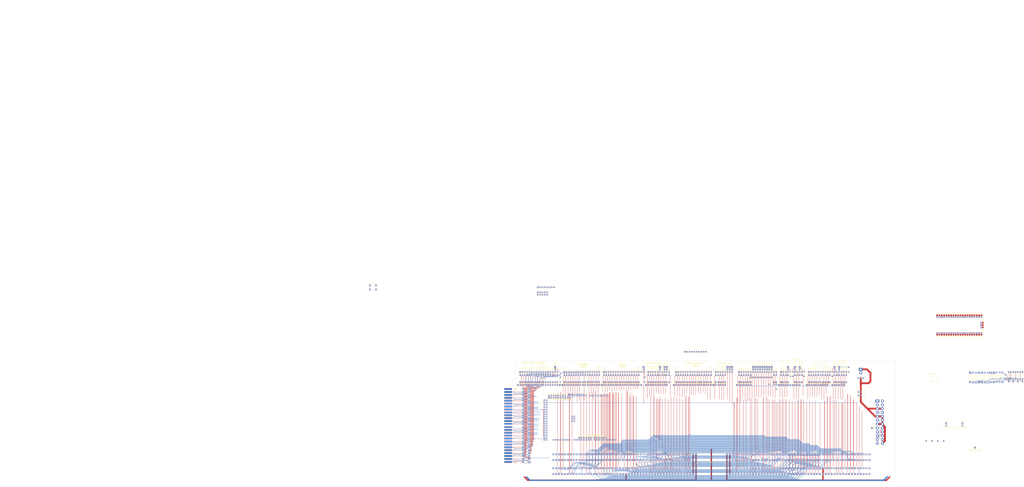
<source format=kicad_pcb>
(kicad_pcb (version 20221018) (generator pcbnew)
  (title_block (title "Nova 1200 front panel") (date "2019-05-19") (rev "Rev 3") (company "Marcel van Herk") (comment 1 "Suitable for Arduino Nano or Teensy 3.2") (comment 2 "Fix: remove track to C19 and connected to VCC instead") (comment 3 "Fix: correctly connect AC3 switch, correct SCK, SSCK") (comment 4 "Fix: switch holes 1.4, serial/light, cloop"))
  (layers (0 "F.Cu" signal) (31 "B.Cu" signal) (36 "B.SilkS" user "B.Silkscreen") (37 "F.SilkS" user "F.Silkscreen") (38 "B.Mask" user) (39 "F.Mask" user) (44 "Edge.Cuts" user))
  (net 0 "")
  (net 1 "GND")
  (net 2 "~{PL}")
  (net 3 "~{CON RQ}")
  (net 4 "Net-(C3-Pad1)")
  (net 5 "Net-(C4-Pad1)")
  (net 6 "Net-(C5-Pad1)")
  (net 7 "+5V")
  (net 8 "Net-(D1-A)")
  (net 9 "Net-(D2-K)")
  (net 10 "Net-(D3-A)")
  (net 11 "Net-(D4-K)")
  (net 12 "Net-(D5-A)")
  (net 13 "Net-(D6-K)")
  (net 14 "~{MEM15}")
  (net 15 "~{MEM14}")
  (net 16 "~{MBO13}")
  (net 17 "~{MEM12}")
  (net 18 "~{MBO11}")
  (net 19 "~{MEM9}")
  (net 20 "~{MBO9}")
  (net 21 "~{MBO7}")
  (net 22 "~{MEM6}")
  (net 23 "~{MBO5}")
  (net 24 "~{MBO14}")
  (net 25 "~{MEM2}")
  (net 26 "~{MBO1}")
  (net 27 "~{MBO2}")
  (net 28 "~{MBO4}")
  (net 30 "~{MBO8}")
  (net 31 "RESTART ENABLE")
  (net 32 "~{RST}")
  (net 33 "~{CON INST}")
  (net 34 "~{ISTP}")
  (net 35 "~{ION}")
  (net 36 "~{RUN}")
  (net 37 "~{MBO15}")
  (net 38 "~{MEM13}")
  (net 39 "~{MBO12}")
  (net 40 "~{MEM11}")
  (net 41 "~{MEM10}")
  (net 42 "+12V Lamp")
  (net 43 "~{MEM8}")
  (net 44 "~{MBO6}")
  (net 45 "~{MEM5}")
  (net 46 "~{MEM4}")
  (net 47 "~{MBO3}")
  (net 48 "~{MEM0}")
  (net 49 "~{MEM1}")
  (net 50 "~{MEM7}")
  (net 51 "~{MEM3}")
  (net 52 "~{MBO10}")
  (net 53 "~{STOP}")
  (net 54 "~{CON DATA}")
  (net 55 "~{CONT+ISTP+MSTP}")
  (net 56 "~{MSTP}")
  (net 57 "~{CARRY}")
  (net 58 "~{FETCH}")
  (net 59 "~{EXEC}")
  (net 60 "~{DEFER}")
  (net 61 "~{POWER FAIL}")
  (net 64 "+5V OK")
  (net 65 "MEM OK")
  (net 70 "Entrex P10.19")
  (net 72 "Entrex P10.30")
  (net 73 "~{MSKO}")
  (net 74 "INTA")
  (net 75 "DATIB")
  (net 76 "DATIA")
  (net 77 "~{DS3}")
  (net 78 "~{EXT LOAD}")
  (net 79 "DATOC")
  (net 80 "CLR")
  (net 81 "STRT")
  (net 82 "DATIC")
  (net 83 "DATOB")
  (net 85 "DATOA")
  (net 87 "~{DCHA}")
  (net 89 "~{DS4}")
  (net 91 "~{DS5}")
  (net 93 "~{DS2}")
  (net 95 "~{DS1}")
  (net 97 "IO RST")
  (net 99 "~{DS0}")
  (net 100 "LOAD IR")
  (net 101 "IO PLS")
  (net 104 "~{LOAD AC}")
  (net 107 "~{SELD}")
  (net 109 "~{SELB}")
  (net 112 "~{FORCE LOAD IR}")
  (net 114 "~{MD SEL1}")
  (net 116 "~{WAS JSR}")
  (net 118 "~{DIV}")
  (net 119 "~{TEST}")
  (net 124 "~{WHOA}")
  (net 125 "~{MA LOAD}")
  (net 130 "~{DCHM0}")
  (net 132 "STROBE")
  (net 133 "~{DCHM1}")
  (net 137 "~{INTR}")
  (net 138 "INHIBIT")
  (net 140 "DCHO")
  (net 142 "~{DCHR}")
  (net 144 "DCHI")
  (net 146 "OVFLO")
  (net 148 "~{RQENB}")
  (net 149 "~{INH TRANS}")
  (net 151 "CLK FLOP")
  (net 154 "Entrex Backplane S01B53 to S13B53")
  (net 156 "~{DATA7}")
  (net 157 "~{DATA14}")
  (net 158 "~{DATA5}")
  (net 159 "~{DATA11}")
  (net 160 "~{DATA12}")
  (net 161 "~{DATA8}")
  (net 162 "~{DATA4}")
  (net 163 "~{DATA0}")
  (net 164 "~{DATA9}")
  (net 165 "~{DATA13}")
  (net 166 "~{DATA1}")
  (net 167 "~{DATA15}")
  (net 169 "~{SKIP}")
  (net 171 "~{DATA3}")
  (net 172 "MB LOAD")
  (net 173 "~{DATA10}")
  (net 175 "~{MBO0}")
  (net 178 "~{DATA2}")
  (net 179 "~{READ IO}")
  (net 182 "~{MB CLEAR}")
  (net 183 "~{READ1}")
  (net 184 "~{DRIVE IO}")
  (net 186 "~{READ2}")
  (net 187 "~{SHIFT3}")
  (net 189 "~{SHIFT2}")
  (net 190 "~{SHIFT0}")
  (net 191 "~{DATA6}")
  (net 192 "~{SHIFT1}")
  (net 193 "+3v3")
  (net 194 "GND After Meter")
  (net 195 "PWR_OK")
  (net 197 "Net-(RN8-R1)")
  (net 198 "Power SW")
  (net 199 "Net-(RN8-R2)")
  (net 204 "RINH0")
  (net 205 "-5V")
  (net 206 "RINH1")
  (net 207 "INH GND")
  (net 208 "RINH2")
  (net 209 "+VINH")
  (net 210 "RINH3")
  (net 212 "RINH4")
  (net 213 "RINH5")
  (net 214 "RINH7")
  (net 215 "RINH6")
  (net 216 "RINH8")
  (net 217 "RINH11")
  (net 218 "RINH10")
  (net 219 "RINH9")
  (net 220 "RINH13")
  (net 221 "RINH15")
  (net 222 "RINH12")
  (net 223 "RINH14")
  (net 252 "~{DCHP OUT}")
  (net 253 "~{DCHP IN}")
  (net 254 "~{INTP OUT}")
  (net 255 "~{INTP IN}")
  (net 256 "60Hz")
  (net 257 "~{BMA LOAD}")
  (net 270 "+V MEM")
  (net 279 "~{RELOAD DISABLE}")
  (net 280 "ROS")
  (net 281 "~{EXT SELECT}")
  (net 282 "~{INHIBIT SELECT}")
  (net 287 "Net-(XA1-RESET)")
  (net 288 "Net-(U1-Pad13)")
  (net 289 "Net-(U1-Pad6)")
  (net 290 "UART_TX")
  (net 291 "UART_RX")
  (net 325 "Net-(J21-Pin_1)")
  (net 326 "Net-(J21-Pin_2)")
  (net 327 "Net-(J21-Pin_3)")
  (net 328 "Net-(J21-Pin_4)")
  (net 329 "Net-(J21-Pin_5)")
  (net 330 "Net-(J21-Pin_6)")
  (net 331 "Net-(J21-Pin_7)")
  (net 332 "Net-(J21-Pin_8)")
  (net 334 "Net-(J22-Pin_1)")
  (net 335 "Net-(J22-Pin_2)")
  (net 336 "Net-(J22-Pin_3)")
  (net 337 "Net-(J22-Pin_4)")
  (net 338 "Net-(J22-Pin_5)")
  (net 339 "Net-(J22-Pin_6)")
  (net 340 "Net-(J23-Pin_1)")
  (net 341 "Net-(J23-Pin_2)")
  (net 342 "Net-(J23-Pin_3)")
  (net 343 "Net-(J23-Pin_4)")
  (net 344 "Net-(J23-Pin_5)")
  (net 345 "Net-(J23-Pin_6)")
  (net 356 "Logic1")
  (net 357 "Logic2")
  (net 358 "Logic3")
  (net 359 "Logic4")
  (net 360 "Logic5")
  (net 361 "Logic6")
  (net 362 "Logic7")
  (net 363 "Logic8")
  (net 366 "Net-(RN1-R1)")
  (net 367 "Net-(RN1-R2)")
  (net 368 "Net-(RN1-R3)")
  (net 369 "Net-(RN1-R4)")
  (net 370 "Net-(RN1-R5)")
  (net 371 "Net-(RN1-R6)")
  (net 372 "Net-(RN1-R7)")
  (net 373 "Net-(RN1-R8)")
  (net 374 "Net-(RN1-R9)")
  (net 375 "Net-(RN2-R8)")
  (net 376 "Net-(RN2-R7)")
  (net 377 "Net-(RN2-R6)")
  (net 378 "Net-(RN2-R5)")
  (net 379 "Net-(RN2-R4)")
  (net 380 "Net-(RN2-R3)")
  (net 381 "Net-(RN2-R2)")
  (net 382 "Net-(RN2-R1)")
  (net 383 "Net-(D7-K)")
  (net 384 "Net-(RN3-R1)")
  (net 385 "Net-(RN3-R2)")
  (net 386 "Net-(RN3-R3)")
  (net 387 "Net-(RN3-R4)")
  (net 388 "Net-(RN3-R5)")
  (net 389 "Net-(RN3-R6)")
  (net 390 "Net-(RN3-R7)")
  (net 391 "Net-(RN3-R8)")
  (net 392 "Net-(RN3-R9)")
  (net 393 "Net-(RN4-R7)")
  (net 394 "Net-(RN4-R1)")
  (net 395 "Net-(RN4-R2)")
  (net 396 "Net-(RN4-R3)")
  (net 397 "Net-(RN4-R4)")
  (net 398 "Net-(RN4-R5)")
  (net 399 "Net-(RN4-R6)")
  (net 400 "Net-(RN5-R1)")
  (net 401 "Net-(RN5-R2)")
  (net 402 "Net-(RN5-R3)")
  (net 403 "Net-(RN5-R4)")
  (net 404 "Net-(RN5-R5)")
  (net 405 "Net-(RN5-R6)")
  (net 406 "Net-(RN5-R7)")
  (net 407 "Net-(RN5-R8)")
  (net 408 "Net-(RN5-R9)")
  (net 409 "Net-(RN6-R7)")
  (net 410 "Net-(RN6-R1)")
  (net 411 "Net-(RN6-R2)")
  (net 412 "Net-(RN6-R3)")
  (net 413 "Net-(RN6-R4)")
  (net 414 "Net-(RN6-R5)")
  (net 415 "Net-(RN6-R6)")
  (net 416 "Net-(D8-K)")
  (net 417 "Net-(RN7-R1)")
  (net 418 "Net-(RN7-R2)")
  (net 419 "Net-(RN7-R3)")
  (net 420 "Net-(RN7-R4)")
  (net 421 "Net-(RN7-R5)")
  (net 422 "Net-(RN7-R6)")
  (net 423 "Net-(RN7-R7)")
  (net 424 "Net-(RN7-R8)")
  (net 425 "Net-(RN7-R9)")
  (net 429 "Net-(RN8-R3)")
  (net 430 "Net-(RN8-R4)")
  (net 431 "Net-(RN8-R5)")
  (net 432 "Net-(RN8-R6)")
  (net 433 "Net-(RN8-R7)")
  (net 434 "Net-(RN8-R8)")
  (net 435 "Net-(RN8-R9)")
  (net 436 "Net-(RN9-R7)")
  (net 437 "Net-(RN9-R6)")
  (net 438 "Net-(RN9-R5)")
  (net 439 "Net-(RN9-R4)")
  (net 440 "Net-(RN9-R3)")
  (net 441 "Net-(RN9-R2)")
  (net 442 "Net-(RN9-R1)")
  (net 443 "Net-(RN10-R1)")
  (net 444 "Net-(RN10-R2)")
  (net 445 "Net-(RN10-R3)")
  (net 446 "Net-(RN10-R4)")
  (net 447 "Net-(RN10-R5)")
  (net 448 "Net-(D9-K)")
  (net 449 "Net-(D10-K)")
  (net 450 "Net-(D11-K)")
  (net 451 "Net-(D13-K)")
  (net 452 "Net-(D14-K)")
  (net 453 "Net-(D15-K)")
  (net 454 "-12v")
  (net 460 "Net-(J21-Pin_9)")
  (net 461 "Net-(J21-Pin_10)")
  (net 462 "Net-(RN12-R1)")
  (net 463 "Net-(RN12-R2)")
  (net 464 "Net-(RN12-R3)")
  (net 465 "Net-(RN12-R4)")
  (net 466 "Net-(RN12-R5)")
  (net 467 "Net-(RN12-R6)")
  (net 468 "Net-(D12-K)")
  (net 469 "Net-(D16-K)")
  (net 470 "Net-(D17-K)")
  (net 471 "Net-(D18-K)")
  (net 472 "Net-(D19-K)")
  (net 473 "Net-(D20-K)")
  (net 474 "Net-(D21-K)")
  (net 475 "Net-(D22-K)")
  (net 476 "Net-(D23-K)")
  (net 477 "Net-(BAR12-Pad1)")
  (net 478 "Net-(BAR12-Pad2)")
  (net 479 "Net-(D24-K)")
  (net 480 "Net-(D25-K)")
  (net 481 "Net-(D26-K)")
  (net 482 "Net-(U1-Pad11)")
  (net 484 "unconnected-(BAR13-K-Pad18)")
  (net 487 "Net-(RN13-R1)")
  (net 488 "Net-(RN13-R2)")
  (net 489 "Net-(RN13-R3)")
  (net 490 "Net-(RN13-R4)")
  (net 491 "Net-(RN13-R8)")
  (net 492 "Net-(RN13-R9)")
  (net 498 "Net-(RN15-R1)")
  (net 499 "Net-(RN15-R2)")
  (net 500 "Net-(RN15-R3)")
  (net 501 "Net-(RN15-R4)")
  (net 502 "Net-(RN15-R5)")
  (net 504 "Net-(RN15-R6)")
  (net 505 "Net-(RN15-R7)")
  (net 506 "Net-(RN15-R8)")
  (net 507 "Net-(RN15-R9)")
  (net 509 "Net-(RN16-R2)")
  (net 510 "Net-(RN16-R4)")
  (net 511 "Net-(RN16-R5)")
  (net 514 "Net-(D27-K)")
  (net 515 "Net-(D28-K)")
  (net 520 "Net-(RN16-R3)")
  (footprint "Button_Switch_Keyboard:nova frontpanel layout" (layer "F.Cu") (at -309.245 -307.34)
    (fp_text reference "FPIMAGE1" hide)
    (fp_text value "MountingHole" hide)
  )
  (footprint "Resistor_THT:R_Array_SIP10" (layer "F.Cu") (at 30.48 46.99)
    (fp_text reference "RN1" hide)
    (fp_text value "R_Network09_US" hide)
  )
  (footprint "Connector_PinHeader_2.54mm:PinHeader_1x02_P2.54mm_Vertical" (layer "F.Cu") (at 404.485 58.42 -90)
    (fp_text reference "JP4")
    (fp_text value "Vipass Ammeter")
  )
  (footprint "Connector_PinHeader_2.54mm:PinHeader_1x02_P2.54mm_Vertical" (layer "F.Cu") (at 497.586 88.646)
    (fp_text reference "JP2")
    (fp_text value "Entrex ~{M CON DATA}")
  )
  (footprint "Resistor_THT:R_Axial_DIN0207_L6.3mm_D2.5mm_P10.16mm_Horizontal" (layer "F.Cu") (at 530.056 33.655 -90)
    (fp_text reference "R3" hide)
    (fp_text value "4.7k")
  )
  (footprint "Resistor_THT:R_Array_SIP10" (layer "F.Cu") (at 170.18 46.99)
    (fp_text reference "RN7" hide)
    (fp_text value "R_Network09_US" hide)
  )
  (footprint "Resistor_THT:R_Array_SIP10" (layer "F.Cu") (at 200.66 46.99)
    (fp_text reference "RN8")
    (fp_text value "R_Network09_US" hide)
  )
  (footprint "Resistor_THT:R_Axial_DIN0204_L3.6mm_D1.6mm_P5.08mm_Horizontal" (layer "F.Cu") (at 391.287 32.639 90)
    (fp_text reference "R13" hide)
    (fp_text value "R_US" hide)
  )
  (footprint "Capacitor_THT:C_Disc_D6.0mm_W2.5mm_P5.00mm" (layer "F.Cu") (at 562.356 40.56 90)
    (fp_text reference "C5" hide)
    (fp_text value "C" hide)
  )
  (footprint "Connector_PinHeader_2.54mm:PinHeader_1x06_P2.54mm_Vertical" (layer "F.Cu") (at 114.1222 104.4194 90)
    (fp_text reference "J23" hide)
    (fp_text value "Arduino Digital Pins" hide)
  )
  (footprint "Resistor_THT:R_Axial_DIN0207_L6.3mm_D2.5mm_P10.16mm_Horizontal" (layer "F.Cu") (at 555.879 33.274 -90)
    (fp_text reference "R1" hide)
    (fp_text value "1k")
  )
  (footprint "Connector_PinHeader_2.54mm:PinHeader_1x02_P2.54mm_Vertical" (layer "F.Cu") (at 515.366 88.646)
    (fp_text reference "JP3")
    (fp_text value "Entrex ~{M CON INST}")
  )
  (footprint "LED_THT:LED_D1.8mm_W3.3mm_H2.4mm" (layer "F.Cu") (at 185.42 27.305 -90)
    (fp_text reference "D9" hide)
    (fp_text value "LED" hide)
  )
  (footprint "Forgotten Machines:XK-001_Volt-Amp_Meter - Backside" (layer "F.Cu") (at 419.735 36.195)
    (fp_text reference "MES1" hide)
    (fp_text value "XK-001")
  )
  (footprint "LED_THT:LED_D1.8mm_W3.3mm_H2.4mm" (layer "F.Cu") (at 302.26 27.305 -90)
    (fp_text reference "D19" hide)
    (fp_text value "LED" hide)
  )
  (footprint "Forgotten Machines:LED Bar 10" (layer "F.Cu") (at 81.28 43.815)
    (fp_text reference "BAR3" hide)
    (fp_text value "LED Bar 10" hide)
  )
  (footprint "LED_THT:LED_D1.8mm_W3.3mm_H2.4mm" (layer "F.Cu") (at 325.12 27.305 -90)
    (fp_text reference "D25" hide)
    (fp_text value "LED" hide)
  )
  (footprint "LED_THT:LED_D1.8mm_W3.3mm_H2.4mm" (layer "F.Cu") (at 294.64 27.305 -90)
    (fp_text reference "D21" hide)
    (fp_text value "LED" hide)
  )
  (footprint "LED_THT:LED_D1.8mm_W3.3mm_H2.4mm" (layer "F.Cu") (at 332.74 27.305 -90)
    (fp_text reference "D26" hide)
    (fp_text value "LED" hide)
  )
  (footprint "Resistor_THT:R_Axial_DIN0204_L3.6mm_D1.6mm_P5.08mm_Horizontal" (layer "F.Cu") (at 327.66 37.465 90)
    (fp_text reference "R11" hide)
    (fp_text value "R_US" hide)
  )
  (footprint "Connector_PinHeader_2.54mm:PinHeader_1x10_P2.54mm_Vertical" (layer "F.Cu") (at 347.98 32.639 90)
    (fp_text reference "J11" hide)
    (fp_text value "CPU Option Inputs")
  )
  (footprint "LED_THT:LED_D1.8mm_W3.3mm_H2.4mm" (layer "F.Cu") (at 287.02 27.305 -90)
    (fp_text reference "D12" hide)
    (fp_text value "LED" hide)
  )
  (footprint "Diode_THT:D_DO-41_SOD81_P10.16mm_Horizontal" (layer "F.Cu") (at 523.748 33.528 -90)
    (fp_text reference "D4" hide)
    (fp_text value "1N4004" hide)
  )
  (footprint "Resistor_THT:R_Array_SIP10" (layer "F.Cu") (at 212.725 10.795)
    (fp_text reference "RN11")
    (fp_text value "R_Network09_US" hide)
  )
  (footprint "Forgotten Machines:LED Bar 4" (layer "F.Cu") (at 317.5 43.815)
    (fp_text reference "BAR13" hide)
    (fp_text value "LED Bar 4" hide)
  )
  (footprint "Resistor_THT:R_Array_SIP9" (layer "F.Cu") (at 76.2 46.99 180)
    (fp_text reference "RN2" hide)
    (fp_text value "R_Network08_US")
  )
  (footprint "Forgotten Machines:LED Bar 2" (layer "F.Cu") (at 309.88 43.815)
    (fp_text reference "BAR12" hide)
    (fp_text value "LED Bar 2" hide)
  )
  (footprint "Resistor_THT:R_Array_SIP10" (layer "F.Cu") (at 78.74 46.99)
    (fp_text reference "RN3" hide)
    (fp_text value "R_Network09_US" hide)
  )
  (footprint "Resistor_THT:R_Axial_DIN0207_L6.3mm_D2.5mm_P10.16mm_Horizontal" (layer "F.Cu") (at 526.923 43.688 90)
    (fp_text reference "R4" hide)
    (fp_text value "4.7k")
  )
  (footprint "Resistor_THT:R_Array_SIP10" (layer "F.Cu") (at 314.96 46.99)
    (fp_text reference "RN13" hide)
    (fp_text value "R_Network09_US" hide)
  )
  (footprint "Resistor_THT:R_Array_SIP6" (layer "F.Cu") (at 373.38 46.99)
    (fp_text reference "RN16" hide)
    (fp_text value "R_Network05_US" hide)
  )
  (footprint "Connector_PinHeader_2.54mm:PinHeader_1x17_P2.54mm_Vertical" (layer "F.Cu") (at 33.02 32.766 90)
    (fp_text reference "J9" hide)
    (fp_text value "Front Panel Controls")
  )
  (footprint "Forgotten Machines:RPi_Pico_SMD_TH" (layer "F.Cu") (at 511.937 -18.415 90)
    (fp_text reference "U2")
    (fp_text value "Pico")
  )
  (footprint "Forgotten Machines:PinHeader_2x05_P2.54mm_Vertical - Backside" (layer "F.Cu") (at 52.324 -53.975 90)
    (fp_text reference "J19" hide)
    (fp_text value "Logic 8 CH")
  )
  (footprint "Forgotten Machines:LED Bar 10" (layer "F.Cu") (at 124.46 43.815)
    (fp_text reference "BAR5" hide)
    (fp_text value "LED Bar 10" hide)
  )
  (footprint "Forgotten Machines:LED Bar 4" (layer "F.Cu") (at 332.74 43.815)
    (fp_text reference "BAR14" hide)
    (fp_text value "LED Bar 4" hide)
  )
  (footprint "LED_THT:LED_D1.8mm_W3.3mm_H2.4mm" (layer "F.Cu") (at 299.72 27.305 -90)
    (fp_text reference "D18" hide)
    (fp_text value "LED" hide)
  )
  (footprint "Resistor_THT:R_Array_SIP10" (layer "F.Cu") (at 121.92 46.99)
    (fp_text reference "RN5" hide)
    (fp_text value "R_Network09_US" hide)
  )
  (footprint "LED_THT:LED_D1.8mm_W3.3mm_H2.4mm" (layer "F.Cu") (at 261.62 27.305 -90)
    (fp_text reference "D14" hide)
    (fp_text value "LED" hide)
  )
  (footprint "Resistor_THT:R_Axial_DIN0207_L6.3mm_D2.5mm_P10.16mm_Horizontal" (layer "F.Cu") (at 539.877 33.655 -90)
    (fp_text reference "R5" hide)
    (fp_text value "10k")
  )
  (footprint "Forgotten Machines:DG Nova Front Panel Card Edge" (layer "F.Cu") (at 18.23 90.915)
    (fp_text reference "J5" hide)
    (fp_text value "Front Panel Card Edge" hide)
    (fp_line (start -2.42 -41.295) (end -2.42 -0.795) (stroke (width 0.05)) (layer "Edge.Cuts"))
    (fp_line (start -2.42 -0.795) (end 12.58 -0.795) (stroke (width 0.05)) (layer "Edge.Cuts"))
    (fp_line (start -2.42 1.205) (end 12.58 1.205) (stroke (width 0.05)) (layer "Edge.Cuts"))
    (fp_line (start -2.42 41.705) (end -2.42 1.205) (stroke (width 0.05)) (layer "Edge.Cuts"))
    (fp_line (start -1.42 -42.295) (end 8.58 -42.295) (stroke (width 0.05)) (layer "Edge.Cuts"))
    (fp_line (start -1.42 42.705) (end 8.58 42.705) (stroke (width 0.05)) (layer "Edge.Cuts"))
    (fp_line (start 9.58 -43.295) (end 9.58 -55.795) (stroke (width 0.05)) (layer "Edge.Cuts"))
    (fp_line (start 9.58 43.705) (end 9.58 56.205) (stroke (width 0.05)) (layer "Edge.Cuts"))
    (fp_arc (start -2.42 -41.295) (mid -2.127102 -42.002102) (end -1.42 -42.295) (stroke (width 0.05)) (layer "Edge.Cuts"))
    (fp_arc (start -1.42 42.705) (mid -2.127109 42.412109) (end -2.42 41.705) (stroke (width 0.05)) (layer "Edge.Cuts"))
    (fp_arc (start 8.58 42.705) (mid 9.287107 42.997893) (end 9.58 43.705) (stroke (width 0.05)) (layer "Edge.Cuts"))
    (fp_arc (start 9.58 -55.795) (mid 9.872899 -56.502101) (end 10.58 -56.795) (stroke (width 0.05)) (layer "Edge.Cuts"))
    (fp_arc (start 9.58 -43.295) (mid 9.287113 -42.587887) (end 8.58 -42.295) (stroke (width 0.05)) (layer "Edge.Cuts"))
    (fp_arc (start 10.58 57.205) (mid 9.872893 56.912107) (end 9.58 56.205) (stroke (width 0.05)) (layer "Edge.Cuts"))
    (fp_arc (start 12.58 -0.795) (mid 13.58 0.205) (end 12.58 1.205) (stroke (width 0.05)) (layer "Edge.Cuts"))
  )
  (footprint "Diode_THT:D_DO-41_SOD81_P10.16mm_Horizontal" (layer "F.Cu") (at 533.273 43.815 90)
    (fp_text reference "D3" hide)
    (fp_text value "1N4004" hide)
  )
  (footprint "Forgotten Machines:DG NOVA Backplane Connector - Backside" (layer "F.Cu") (at 145.78 125.65)
    (fp_text reference "J15" hide)
    (fp_text value "Slot_02x50_Odd_Even" hide)
  )
  (footprint "Forgotten Machines:Disc Capacitor Common Entrex Trapezoid" (layer "F.Cu") (at 490.982 107.862)
    (fp_text reference "C1" hide)
    (fp_text value "CAP_Disc_Common_-_Entrex_Trapezoid" hide)
  )
  (footprint "Connector_PinHeader_2.54mm:PinHeader_1x01_P2.54mm_Vertical" (layer "F.Cu") (at 416.56 93.98)
    (fp_text reference "TP2" hide)
    (fp_text value "ATX PWR_OK")
  )
  (footprint "Forgotten Machines:LED Bar 7" (layer "F.Cu") (at 58.42 43.815)
    (fp_text reference "BAR2" hide)
    (fp_text value "LED Bar 10" hide)
  )
  (footprint "Diode_THT:D_DO-41_SOD81_P10.16mm_Horizontal" (layer "F.Cu") (at 536.575 43.815 90)
    (fp_text reference "D5" hide)
    (fp_text value "1N4004" hide)
  )
  (footprint "LED_THT:LED_D1.8mm_W3.3mm_H2.4mm" (layer "F.Cu") (at 264.16 27.305 -90)
    (fp_text reference "D15" hide)
    (fp_text value "LED" hide)
  )
  (footprint "Forgotten Machines:Arduino_Mega2560_Shield" (layer "F.Cu") (at 155.829 56.007 180)
    (fp_text reference "XA1" hide)
    (fp_text value "Arduino_Mega2560_Shield" hide)
  )
  (footprint "LED_THT:LED_D1.8mm_W3.3mm_H2.4mm" (layer "F.Cu") (at 307.34 27.305 -90)
    (fp_text reference "D23" hide)
    (fp_text value "LED" hide)
  )
  (footprint "Resistor_THT:R_Array_SIP8" (layer "F.Cu") (at 165.1 46.99 180)
    (fp_text reference "RN6" hide)
    (fp_text value "R_Network07_US" hide)
  )
  (footprint "Connector_PinHeader_2.54mm:PinHeader_1x10_P2.54mm_Vertical" (layer "F.Cu") (at 172.72 32.766 90)
    (fp_text reference "J18" hide)
    (fp_text value "MEM Control Outputs")
  )
  (footprint "LED_THT:LED_D1.8mm_W3.3mm_H2.4mm" (layer "F.Cu") (at 167.64 27.305 -90)
    (fp_text reference "D8" hide)
    (fp_text value "LED" hide)
  )
  (footprint "Connector_PinHeader_2.54mm:PinHeader_1x06_P2.54mm_Vertical" (layer "F.Cu") (at 97.409 104.4702 90)
    (fp_text reference "J22" hide)
    (fp_text value "Arduino Digital Pins" hide)
  )
  (footprint "LED_THT:LED_D1.8mm_W3.3mm_H2.4mm" (layer "F.Cu") (at 190.5 27.305 -90)
    (fp_text reference "D10" hide)
    (fp_text value "LED" hide)
  )
  (footprint "Resistor_THT:R_Array_SIP7" (layer "F.Cu") (at 269.24 46.99)
    (fp_text reference "RN12" hide)
    (fp_text value "R_Network06_US" hide)
  )
  (footprint "Forgotten Machines:Connector_2x12_P4.2mmx5.5mm (ATX Plug)" (layer "F.Cu") (at 422.51 64.61 90)
    (fp_text reference "J4")
    (fp_text value "ATX-24" hide)
  )
  (footprint "Forgotten Machines:LED Bar 5" (layer "F.Cu") (at 246.38 43.815)
    (fp_text reference "BAR11")
    (fp_text value "LED Bar 10" hide)
  )
  (footprint "LED_THT:LED_D1.8mm_W3.3mm_H2.4mm" (layer "F.Cu") (at 337.82 27.305 -90)
    (fp_text reference "D24" hide)
    (fp_text value "LED" hide)
  )
  (footprint "Forgotten Machines:Disc Capacitor Common Entrex Trapezoid" (layer "F.Cu") (at 478.282 107.862)
    (fp_text reference "C2" hide)
    (fp_text value "CAP_Disc_Common_-_Entrex_Trapezoid" hide)
  )
  (footprint "Diode_THT:D_DO-41_SOD81_P10.16mm_Horizontal" (layer "F.Cu") (at 549.529 33.655 -90)
    (fp_text reference "D2" hide)
    (fp_text value "1N4004" hide)
  )
  (footprint "Connector_PinHeader_2.54mm:PinHeader_1x16_P2.54mm_Vertical" (layer "F.Cu") (at 81.28 32.766 90)
    (fp_text reference "J6" hide)
    (fp_text value "MBO")
  )
  (footprint "Forgotten Machines:DG NOVA Backplane Connector - Frontside" (layer "F.Cu") (at 336.82 140.98)
    (fp_text reference "J2" hide)
    (fp_text value "~" hide)
  )
  (footprint "Forgotten Machines:LED Bar 6" (layer "F.Cu") (at 149.86 43.815)
    (fp_text reference "BAR6" hide)
    (fp_text value "LED Bar 10" hide)
  )
  (footprint "Resistor_THT:R_Axial_DIN0204_L3.6mm_D1.6mm_P5.08mm_Horizontal" (layer "F.Cu") (at 342.9 37.465 90)
    (fp_text reference "R14" hide)
    (fp_text value "R_US" hide)
  )
  (footprint "Resistor_THT:R_Array_SIP8" (layer "F.Cu") (at 243.84 46.99 180)
    (fp_text reference "RN9")
    (fp_text value "R_Network07_US" hide)
  )
  (footprint "Connector_PinHeader_2.54mm:PinHeader_1x18_P2.54mm_Vertical" (layer "F.Cu") (at 124.46 32.766 90)
    (fp_text reference "J7" hide)
    (fp_text value "MEM")
  )
  (footprint "Forgotten Machines:LED Bar 6" (layer "F.Cu") (at 228.6 43.815)
    (fp_text reference "BAR9")
    (fp_text value "LED Bar 10" hide)
  )
  (footprint "LED_THT:LED_D1.8mm_W3.3mm_H2.4mm" (layer "F.Cu") (at 292.1 27.305 -90)
    (fp_text reference "D17" hide)
    (fp_text value "LED" hide)
  )
  (footprint "Forgotten Machines:LED Bar 6" (layer "F.Cu") (at 271.78 43.815)
    (fp_text reference "BAR10" hide)
    (fp_text value "LED Bar 10" hide)
  )
  (footprint "Forgotten Machines:DG NOVA Front Pannel Connector - Backside" (layer "F.Cu") (at 39.195 90.435)
    (fp_text reference "J1")
    (fp_text value "Front Panel Socket - Backside")
  )
  (footprint "Resistor_THT:R_Axial_DIN0204_L3.6mm_D1.6mm_P5.08mm_Horizontal" (layer "F.Cu") (at 168.91 43.815 90)
    (fp_text reference "R8" hide)
    (fp_text value "R_US" hide)
  )
  (footprint "LED_THT:LED_D1.8mm_W3.3mm_H2.4mm" (layer "F.Cu") (at 304.8 27.305 -90)
    (fp_text reference "D20" hide)
    (fp_text value "LED" hide)
  )
  (footprint "Resistor_THT:R_Axial_DIN0207_L6.3mm_D2.5mm_P10.16mm_Horizontal" (layer "F.Cu") (at 552.704 43.561 90)
    (fp_text reference "R2" hide)
    (fp_text value "10k")
  )
  (footprint "LED_THT:LED_D1.8mm_W3.3mm_H2.4mm" (layer "F.Cu") (at 259.08 27.305 -90)
    (fp_text reference "D13" hide)
    (fp_text value "LED" hide)
  )
  (footprint "Resistor_THT:R_Axial_DIN0204_L3.6mm_D1.6mm_P5.08mm_Horizontal" (layer "F.Cu") (at 373.38 37.465 90)
    (fp_text reference "R15" hide)
    (fp_text value "R_US" hide)
  )
  (footprint "Resistor_THT:R_Array_SIP10" (layer "F.Cu") (at 345.44 46.99)
    (fp_text reference "RN15" hide)
    (fp_text value "R_Network09_US" hide)
  )
  (footprint "LED_THT:LED_D1.8mm_W3.3mm_H2.4mm" (layer "F.Cu") (at 381 27.305 -90)
    (fp_text reference "D27" hide)
    (fp_text value "LED" hide)
  )
  (footprint "Resistor_THT:R_Array_SIP8" (layer "F.Cu") (at 121.92 46.99 180)
    (fp_text reference "RN4" hide)
    (fp_text value "R_Network07_US" hide)
  )
  (footprint "Connector_PinHeader_2.54mm:PinHeader_1x16_P2.54mm_Vertical" (layer "F.Cu") (at 203.2 32.766 90)
    (fp_text reference "J8" hide)
    (fp_text value "Data Channel")
  )
  (footprint "Connector_PinHeader_2.54mm:PinHeader_1x17_P2.54mm_Vertical" (layer "F.Cu") (at 271.78 32.766 90)
    (fp_text reference "J10" hide)
    (fp_text value "Programmed I/O")
  )
  (footprint "Button_Switch_THT:SW_PUSH_6mm" (layer "F.Cu") (at -124.258 -57.186 180)
    (fp_text reference "SW1" hide)
    (fp_text value "SW_Push")
  )
  (footprint "Forgotten Machines:DG NOVA Backplane Connector - Backside" (layer "F.Cu") (at 335.01 125.73)
    (fp_text reference "J16" hide)
    (fp_text value "Slot_02x50_Odd_Even" hide)
  )
  (footprint "Connector_PinHeader_2.54mm:PinHeader_1x08_P2.54mm_Vertical" (layer "F.Cu") (at 246.38 32.766 90)
    (fp_text reference "J12" hide)
    (fp_text value "Data Channel")
  )
  (footprint "Resistor_THT:R_Axial_DIN0204_L3.6mm_D1.6mm_P5.08mm_Horizontal" (layer "F.Cu") (at 76.835 43.815 90)
    (fp_text reference "R7" hide)
    (fp_text value "R_US" hide)
  )
  (footprint "Forgotten Machines:LED Bar 6" (layer "F.Cu") (at 375.92 43.815)
    (fp_text reference "BAR16" hide)
    (fp_text value "LED Bar 10" hide)
  )
  (footprint "LED_THT:LED_D1.8mm_W3.3mm_H2.4mm" (layer "F.Cu") (at 289.56 27.305 -90)
    (fp_text reference "D16" hide)
    (fp_text value "LED" hide)
  )
  (footprint "Forgotten Machines:LED Bar 10" (layer "F.Cu") (at 347.98 43.815)
    (fp_text reference "BAR15" hide)
    (fp_text value "LED Bar 10" hide)
  )
  (footprint "Resistor_THT:R_Axial_DIN0207_L6.3mm_D2.5mm_P10.16mm_Horizontal" (layer "F.Cu") (at 542.925 43.815 90)
    (fp_text reference "R6" hide)
    (fp_text value "1k")
  )
  (footprint "Forgotten Machines:DG NOVA Backplane Connector - Frontside" (layer "F.Cu") (at 147.59 140.97)
    (fp_text reference "J3" hide)
    (fp_text value "~" hide)
  )
  (footprint "Resistor_THT:R_Axial_DIN0204_L3.6mm_D1.6mm_P5.08mm_Horizontal" (layer "F.Cu") (at 312.42 51.435 90)
    (fp_text reference "R9" hide)
    (fp_text value "R_US" hide)
  )
  (footprint "Connector_PinHeader_2.54mm:PinHeader_1x10_P2.54mm_Vertical" (layer "F.Cu") (at 64.389 60.833 90)
    (fp_text reference "J21" hide)
    (fp_text value "Arduino Anolog Pins" hide)
  )
  (footprint "Connector_PinHeader_2.54mm:PinHeader_1x06_P2.54mm_Vertical" (layer "F.Cu") (at 375.92 32.639 90)
    (fp_text reference "J17" hide)
    (fp_text value "CPU Option Outputs" hide)
  )
  (footprint "Resistor_THT:R_Axial_DIN0204_L3.6mm_D1.6mm_P5.08mm_Horizontal" (layer "F.Cu") (at 304.8 46.355)
    (fp_text reference "R10" hide)
    (fp_text value "R_US" hide)
  )
  (footprint "Resistor_THT:R_Array_SIP6" (layer "F.Cu") (at 243.84 46.99)
    (fp_text reference "RN10" hide)
    (fp_text value "R_Network05_US" hide)
  )
  (footprint "Resistor_THT:R_Array_SIP10" (layer "F.Cu") (at 284.48 38.735)
    (fp_text reference "RN14" hide)
    (fp_text value "R_Network09_US" hide)
  )
  (footprint "Forgotten Machines:LED Bar 10" (layer "F.Cu") (at 203.2 43.815)
    (fp_text reference "BAR8")
    (fp_text value "LED Bar 10" hide)
  )
  (footprint "LED_THT:LED_D1.8mm_W3.3mm_H2.4mm" (layer "F.Cu") (at 375.92 27.305 -90)
    (fp_text reference "D28" hide)
    (fp_text value "LED" hide)
  )
  (footprint "LED_THT:LED_D1.8mm_W3.3mm_H2.4mm" (layer "F.Cu") (at 193.04 27.305 -90)
    (fp_text reference "D11" hide)
    (fp_text value "LED" hide)
  )
  (footprint "LED_THT:LED_D1.8mm_W3.3mm_H2.4mm" (layer "F.Cu") (at 71.12 27.305 -90)
    (fp_text reference "D7" hide)
    (fp_text value "LED" hide)
  )
  (footprint "Connector_PinHeader_2.54mm:PinHeader_1x08_P2.54mm_Vertical" (layer "F.Cu") (at 52.324 -59.563 90)
    (fp_text reference "J20" hide)
    (fp_text value "Logic 8 CH")
  )
  (footprint "Connector_PinHeader_2.54mm:PinHeader_1x01_P2.54mm_Vertical" (layer "F.Cu") (at 528.955 115.189)
    (fp_text reference "TP1" hide)
    (fp_text value "Entrex Backplane S01B53 to S13B53" hide)
  )
  (footprint "Forgotten Machines:LED Bar 10" (layer "F.Cu") (at 33.02 43.815)
    (fp_text reference "BAR1" hide)
    (fp_text value "LED Bar 10" hide)
  )
  (footprint "Connector_PinHeader_2.54mm:PinHeader_1x04_P2.54mm_Vertical" (layer "F.Cu") (at 317.5 32.766 90)
    (fp_text reference "J13" hide)
    (fp_text value "Program Interrupt")
  )
  (footprint "Resistor_THT:R_Axial_DIN0204_L3.6mm_D1.6mm_P5.08mm_Horizontal" (layer "F.Cu") (at 330.2 37.465 90)
    (fp_text reference "R12" hide)
    (fp_text value "R_US" hide)
  )
  (footprint "Forgotten Machines:LED Bar 6" (layer "F.Cu") (at 106.68 43.7075)
    (fp_text reference "BAR4" hide)
    (fp_text value "LED Bar 10" hide)
  )
  (footprint "Package_DIP:DIP-14_W7.62mm" (layer "F.Cu") (at 565.658 40.513 90)
    (fp_text reference "U1" hide)
    (fp_text value "74HC14")
  )
  (footprint "Diode_THT:D_DO-41_SOD81_P10.16mm_Horizontal" (layer "F.Cu") (at 559.054 43.688 90)
    (fp_text reference "D1" hide)
    (fp_text value "1N4004" hide)
  )
  (footprint "Connector_PinHeader_2.54mm:PinHeader_1x04_P2.54mm_Vertical" (layer "F.Cu") (at 332.74 32.639 90)
    (fp_text reference "J14" hide)
    (fp_text value "System Control")
  )
  (footprint "Capacitor_THT:C_Disc_D6.0mm_W2.5mm_P5.00mm" (layer "F.Cu") (at 575.771 43.18)
    (fp_text reference "C3" hide)
    (fp_text value "C" hide)
  )
  (footprint "LED_THT:LED_D1.8mm_W3.3mm_H2.4mm" (layer "F.Cu") (at 297.18 27.305 -90)
    (fp_text reference "D22" hide)
    (fp_text value "LED" hide)
  )
  (footprint "Diode_THT:D_DO-41_SOD81_P10.16mm_Horizontal" (layer "F.Cu") (at 546.1 33.655 -90)
    (fp_text reference "D6" hide)
    (fp_text value "1N4004" hide)
  )
  (footprint "Capacitor_THT:C_Disc_D6.0mm_W2.5mm_P5.00mm" (layer "F.Cu") (at 570.785 43.18 180)
    (fp_text reference "C4" hide)
    (fp_text value "C" hide)
  )
  (footprint "Forgotten Machines:LED Bar 10" (layer "F.Cu") (at 172.72 43.815)
    (fp_text reference "BAR7" hide)
    (fp_text value "LED Bar 10" hide)
  )
  (footprint "Connector_PinHeader_2.54mm:PinHeader_1x02_P2.54mm_Vertical" (layer "F.Cu") (at 404.485 54.61 -90)
    (fp_text reference "JP1")
    (fp_text value "Vipass Ammeter" hide)
  )
  (gr_rect (start 396.865 52.07) (end 409.565 62.23) (stroke (width 0.15)) (fill none) (layer "F.SilkS"))
  (gr_line (start 442.595 20.32) (end 442.595 151.765) (stroke (width 0.15)) (layer "Edge.Cuts"))
  (gr_line (start 27.81 35.29) (end 27.81 20.32) (stroke (width 0.15)) (layer "Edge.Cuts"))
  (gr_arc (start 28.449013 151.765987) (mid 28 151.58) (end 27.814013 151.130987) (stroke (width 0.15)) (layer "Edge.Cuts"))
  (gr_line (start 27.813 147.0406) (end 27.814013 151.130987) (stroke (width 0.15)) (layer "Edge.Cuts"))
  (gr_line (start 28.449013 151.765987) (end 433.096413 151.765987) (stroke (width 0.15)) (layer "Edge.Cuts"))
  (gr_line (start 442.595 20.32) (end 27.81 20.32) (stroke (width 0.15)) (layer "Edge.Cuts"))
  (gr_line (start 442.595 151.765) (end 432.562 151.765) (stroke (width 0.15)) (layer "Edge.Cuts"))
  (gr_text "DCHP" (at 247.65 31.115 270) (layer "F.SilkS") (effects (font (size 1 1) (thickness 0.15) italic) (justify right bottom)))
  (gr_text "~{CARRY}" (at 44.704 30.988 270) (layer "F.SilkS") (effects (font (size 1 1)) (justify right bottom)))
  (gr_text "2\n" (at 85.725 31.115) (layer "F.SilkS") (effects (font (size 1 1)) (justify left bottom)))
  (gr_text "5" (at 93.345 31.115) (layer "F.SilkS") (effects (font (size 1 1)) (justify left bottom)))
  (gr_text "INTP" (at 321.31 31.115 270) (layer "F.SilkS") (effects (font (size 1 1) (thickness 0.15) italic) (justify right bottom)))
  (gr_text "~{SKIP}" (at 385.064 31.115 270) (layer "F.SilkS") (effects (font (size 1 1)) (justify right bottom)))
  (gr_text "2\n" (at 207.645 31.115) (layer "F.SilkS") (effects (font (size 1 1)) (justify left bottom)))
  (gr_text "Front Panel Controls" (at 34.925 23.368) (layer "F.SilkS") (effects (font (size 1.5 1.5) (thickness 0.3) bold) (justify left bottom)))
  (gr_text "7" (at 220.345 31.115) (layer "F.SilkS") (effects (font (size 1 1)) (justify left bottom)))
  (gr_text "2\n" (at 128.905 31.115) (layer "F.SilkS") (effects (font (size 1 1)) (justify left bottom)))
  (gr_text "~{RST}" (at 72.644 30.988 270) (layer "F.SilkS") (effects (font (size 1 1)) (justify right bottom)))
  (gr_text "~{INTR}" (at 316.23 31.115 270) (layer "F.SilkS") (effects (font (size 1 1)) (justify right bottom)))
  (gr_text "Resistor Blocks\nShare Pin 1 Hole" (at 120.65 49.276) (layer "F.SilkS") (effects (font (size 0.25 0.25) (thickness 0.0625)) (justify left bottom)))
  (gr_text "~{MBO15}" (at 118.11 31.115 270) (layer "F.SilkS") (effects (font (size 1 1)) (justify right bottom)))
  (gr_text "IO RST" (at 332.105 26.035 270) (layer "F.SilkS") (effects (font (size 1 1)) (justify right bottom)))
  (gr_text "~{ION}" (at 34.544 30.988 270) (layer "F.SilkS") (effects (font (size 1 1)) (justify right bottom)))
  (gr_text "10" (at 148.59 31.115) (layer "F.SilkS") (effects (font (size 1 1)) (justify left bottom)))
  (gr_text "5" (at 215.265 31.115) (layer "F.SilkS") (effects (font (size 1 1)) (justify left bottom)))
  (gr_text "6" (at 139.065 31.115) (layer "F.SilkS") (effects (font (size 1 1)) (justify left bottom)))
  (gr_text "DATOB\n" (at 296.418 26.035 270) (layer "F.SilkS") (effects (font (size 1 1)) (justify right bottom)))
  (gr_text "12" (at 110.49 31.115) (layer "F.SilkS") (effects (font (size 1 1)) (justify left bottom)))
  (gr_text "~{MA LOAD}" (at 181.61 31.115 270) (layer "F.SilkS") (effects (font (size 1 1)) (justify right bottom)))
  (gr_text "9" (at 146.685 31.115) (layer "F.SilkS") (effects (font (size 1 1)) (justify left bottom)))
  (gr_text "~{STOP}" (at 49.784 30.988 270) (layer "F.SilkS") (effects (font (size 1 1)) (justify right bottom)))
  (gr_text "11\n" (at 151.13 31.115) (layer "F.SilkS") (effects (font (size 1 1)) (justify left bottom)))
  (gr_text "~{MSKO}" (at 318.77 31.115 270) (layer "F.SilkS") (effects (font (size 1 1)) (justify right bottom)))
  (gr_text "DATOC\n" (at 298.958 26.035 270) (layer "F.SilkS") (effects (font (size 1 1)) (justify right bottom)))
  (gr_text "~{LOAD AC}" (at 377.698 31.115 270) (layer "F.SilkS") (effects (font (size 1 1)) (justify right bottom)))
  (gr_text "Data Channel" (at 246.38 23.495) (layer "F.SilkS") (effects (font (size 1 1) (thickness 0.2) bold) (justify left bottom)))
  (gr_text "7" (at 98.425 31.115) (layer "F.SilkS") (effects (font (size 1 1)) (justify left bottom)))
  (gr_text "~{DCHM0}" (at 252.73 31.115 270) (layer "F.SilkS") (effects (font (size 1 1)) (justify right bottom)))
  (gr_text "3" (at 88.265 31.115) (layer "F.SilkS") (effects (font (size 1 1)) (justify left bottom)))
  (gr_text "4" (at 133.985 31.115) (layer "F.SilkS") (effects (font (size 1 1)) (justify left bottom)))
  (gr_text "~{SHIFT3}" (at 369.824 31.115 270) (layer "F.SilkS") (effects (font (size 1 1)) (justify right bottom)))
  (gr_text "D02 D03 D04 D05 D06 D07" (at 96.0882 103.4034) (layer "F.SilkS") (effects (font (size 0.75 0.75) (thickness 0.1875) bold) (justify left bottom)))
  (gr_text "~{CON RQ}" (at 52.324 30.988 270) (layer "F.SilkS") (effects (font (size 1 1)) (justify right bottom)))
  (gr_text "8" (at 222.885 31.115) (layer "F.SilkS") (effects (font (size 1 1)) (justify left bottom)))
  (gr_text "DATIA" (at 286.258 26.035 270) (layer "F.SilkS") (effects (font (size 1 1)) (justify right bottom)))
  (gr_text "DATIB" (at 288.798 26.035 270) (layer "F.SilkS") (effects (font (size 1 1)) (justify right bottom)))
  (gr_text "14" (at 158.75 31.115) (layer "F.SilkS") (effects (font (size 1 1)) (justify left bottom)))
  (gr_text "INTA" (at 324.485 26.035 270) (layer "F.SilkS") (effects (font (size 1 1)) (justify right bottom)))
  (gr_text "~{WAS JSR}" (at 387.731 31.115 270) (layer "F.SilkS") (effects (font (size 1 1)) (justify right bottom)))
  (gr_text "~{DS1}" (at 273.05 31.436 270) (layer "F.SilkS") (effects (font (size 1 1)) (justify right bottom)))
  (gr_text "~{SHIFT0}" (at 362.204 31.115 270) (layer "F.SilkS") (effects (font (size 1 1)) (justify right bottom)))
  (gr_text "~{READ1}" (at 176.53 31.115 270) (layer "F.SilkS") (effects (font (size 1 1)) (justify right bottom)))
  (gr_text "STRT\n" (at 301.498 26.035 270) (layer "F.SilkS") (effects (font (size 1 1)) (justify right bottom)))
  (gr_text "~{READ2}" (at 179.07 31.115 270) (layer "F.SilkS") (effects (font (size 1 1)) (justify right bottom)))
  (gr_text "~{READ IO}" (at 173.99 31.115 270) (layer "F.SilkS") (effects (font (size 1 1)) (justify right bottom)))
  (gr_text "~{EXEC}" (at 42.164 30.988 270) (layer "F.SilkS") (effects (font (size 1 1)) (justify right bottom)))
  (gr_text "~{CONT+ISTP+MSTP}" (at 59.944 30.988 270) (layer "F.SilkS") (effects (font (size 0.75 0.75) (thickness 0.125)) (justify right bottom)))
  (gr_text "Data\n~{MEM}\n" (at 140.97 28.575) (layer "F.SilkS") (effects (font (size 2 2) (thickness 0.3)) (justify left bottom)))
  (gr_text "DATOA\n" (at 293.878 26.035 270) (layer "F.SilkS") (effects (font (size 1 1)) (justify right bottom)))
  (gr_text "~{SHIFT2}" (at 367.284 31.115 270) (layer "F.SilkS") (effects (font (size 1 1)) (justify right bottom)))
  (gr_text "Arduino Anolog Pins" (at 66.0146 57.4802) (layer "F.SilkS") (effects (font (size 1 1)) (justify left bottom)))
  (gr_text "9" (at 225.425 31.115) (layer "F.SilkS") (effects (font (size 1 1)) (justify left bottom)))
  (gr_text "STROBE" (at 189.865 26.035 270) (layer "F.SilkS") (effects (font (size 0.8 0.8)) (justify right bottom)))
  (gr_text "1" (at 205.105 31.115) (layer "F.SilkS") (effects (font (size 1 1)) (justify left bottom)))
  (gr_text "4" (at 90.805 31.115) (layer "F.SilkS") (effects (font (size 1 1)) (justify left bottom)))
  (gr_text "~{MBO0}" (at 80.01 31.115 270) (layer "F.SilkS") (effects (font (size 1 1)) (justify right bottom)))
  (gr_text "6" (at 217.805 31.115) (layer "F.SilkS") (effects (font (size 1 1)) (justify left bottom)))
  (gr_text "~{DATA15}" (at 240.03 31.115 270) (layer "F.SilkS") (effects (font (size 1 1)) (justify right bottom)))
  (gr_text "3" (at 131.445 31.115) (layer "F.SilkS") (effects (font (size 1 1)) (justify left bottom)))
  (gr_text "~{FETCH}" (at 37.084 30.988 270) (layer "F.SilkS") (effects (font (size 1 1)) (justify right bottom)))
  (gr_text "DCHI" (at 257.81 26.035 270) (layer "F.SilkS") (effects (font (size 1 1)) (justify right bottom)))
  (gr_text "~{MEM0}" (at 123.19 31.115 270) (layer "F.SilkS") (effects (font (size 1 1)) (justify right bottom)))
  (gr_text "D53" (at 55.4482 66.929) (layer "F.SilkS") (effects (font (size 1 1)) (justify left bottom)))
  (gr_text "1" (at 83.185 31.115) (layer "F.SilkS") (effects (font (size 1 1)) (justify left bottom)))
  (gr_text "~{DS3}" (at 278.13 31.496 270) (layer "F.SilkS") (effects (font (size 1 1)) (justify right bottom)))
  (gr_text "CLK FLOP" (at 375.285 26.035 270) (layer "F.SilkS") (effects (font (size 0.75 0.75)) (justify right bottom)))
  (gr_text "RESTART\nENABLE" (at 69.85 26.035 270) (layer "F.SilkS") (effects (font (size 0.8 0.8)) (justify right bottom)))
  (gr_text "DATIC\n" (at 291.338 26.035 270) (layer "F.SilkS") (effects (font (size 1 1)) (justify right bottom)))
  (gr_text "8" (at 100.965 31.115) (layer "F.SilkS") (effects (font (size 1 1)) (justify left bottom)))
  (gr_text "~{DATA0}" (at 201.93 31.115 270) (layer "F.SilkS") (effects (font (size 1 1)) (justify right bottom)))
  (gr_text "11\n" (at 107.95 31.115) (layer "F.SilkS") (effects (font (size 1 1)) (justify left bottom)))
  (gr_text "LOAD IR" (at 380.365 26.035 270) (layer "F.SilkS") (effects (font (size 0.75 0.75)) (justify right bottom)))
  (gr_text "Resistor Blocks\nShare Pin 1 Hole" (at 242.824 49.276) (layer "F.SilkS") (effects (font (size 0.25 0.25) (thickness 0.0625)) (justify left bottom)))
  (gr_text "~{MSTP}" (at 62.484 30.988 270) (layer "F.SilkS") (effects (font (size 1 1)) (justify right bottom)))
  (gr_text "~{RUN}" (at 32.004 30.988 270) (layer "F.SilkS") (effects (font (size 1 1)) (justify right bottom)))
  (gr_text "~{SELB}" (at 308.864 31.496 270) (layer "F.SilkS") (effects (font (size 1 1)) (justify right bottom)))
  (gr_text "~{DS4}" (at 280.67 31.496 270) (layer "F.SilkS") (effects (font (size 1 1)) (justify right bottom)))
  (gr_text "~{POWER FAIL}" (at 339.725 31.115 270) (layer "F.SilkS") (effects (font (size 1 1)) (justify right bottom)))
  (gr_text "~{DS2}" (at 275.59 31.496 270) (layer "F.SilkS") (effects (font (size 1 1)) (justify right bottom)))
  (gr_text "12" (at 153.67 31.115) (layer "F.SilkS") (effects (font (size 1 1)) (justify left bottom)))
  (gr_text "13" (at 234.95 31.115) (layer "F.SilkS") (effects (font (size 1 1)) (justify left bottom)))
  (gr_text "~{FORCE LOAD IR}" (at 352.171 31.115 270) (layer "F.SilkS") (effects (font (size 0.75 0.75)) (justify right bottom)))
  (gr_text "14" (at 237.49 31.115) (layer "F.SilkS") (effects (font (size 1 1)) (justify left bottom)))
  (gr_text "CLR\n" (at 304.038 26.035 270) (layer "F.SilkS") (effects (font (size 1 1)) (justify right bottom)))
  (gr_text "~{DCHA}" (at 250.19 31.115 270) (layer "F.SilkS") (effects (font (size 1 1)) (justify right bottom)))
  (gr_text "6" (at 95.885 31.115) (layer "F.SilkS") (effects (font (size 1 1)) (justify left bottom)))
  (gr_text "3" (at 210.185 31.115) (layer "F.SilkS") (effects (font (size 1 1)) (justify left bottom)))
  (gr_text "A15 A14 A13 A12 A11 A10 A09 A08 A01 A00" (at 63.373 63.3222) (layer "F.SilkS") (effects (font (size 0.75 0.75) (thickness 0.1875) bold) (justify left bottom)))
  (gr_text "+5V OK" (at 337.185 26.035 270) (layer "F.SilkS") (effects (font (size 1 1)) (justify right bottom)))
  (gr_text "7" (at 141.605 31.115) (layer "F.SilkS") (effects (font (size 1 1)) (justify left bottom)))
  (gr_text "~{INH TRANS}" (at 194.945 31.115 270) (layer "F.SilkS") (effects (font (size 0.8 0.8)) (justify right bottom)))
  (gr_text "CPU Option \n Outputs" (at 381.635 23.495) (layer "F.SilkS") (effects (font (size 1 1)) (justify left bottom)))
  (gr_text "D08 D09 D10 D11 D12 D13" (at 112.8014 103.0478) (layer "F.SilkS") (effects (font (size 0.75 0.75) (thickness 0.1875) bold) (justify left bottom)))
  (gr_text "14" (at 115.57 31.115) (layer "F.SilkS") (effects (font (size 1 1)) (justify left bottom)))
  (gr_text "9" (at 103.505 31.115) (layer "F.SilkS") (effects (font (size 1 1)) (justify left bottom)))
  (gr_text "~{SHIFT1}" (at 364.617 31.115 270) (layer "F.SilkS") (effects (font (size 1 1)) (justify right bottom)))
  (gr_text "Data Channel\n     ~{DATA}" (at 213.36 27.305) (layer "F.SilkS") (effects (font (size 2 2) (thickness 0.3)) (justify left bottom)))
  (gr_text "~{DIV}" (at 349.504 31.115 270) (layer "F.SilkS") (effects (font (size 1 1)) (justify right bottom)))
  (gr_text "INHIBIT" (at 192.405 26.035 270) (layer "F.SilkS") (effects (font (size 0.8 0.8)) (justify right bottom)))
  (gr_text "10" (at 227.33 31.115) (layer "F.SilkS") (effects (font (size 1 1)) (justify left bottom)))
  (gr_text "~{MD SEL1}" (at 382.778 31.115 270) (layer "F.SilkS") (effects (font (size 1 1)) (justify right bottom)))
  (gr_text "12" (at 232.41 31.115) (layer "F.SilkS") (effects (font (size 1 1)) (justify left bottom)))
  (gr_text "~{DRIVE IO}" (at 171.45 31.115 270) (layer "F.SilkS") (effects (font (size 1 1)) (justify right bottom)))
  (gr_text "MEM OK\n" (at 167.005 26.035 270) (layer "F.SilkS") (effects (font (size 0.8 0.8)) (justify right bottom)))
  (gr_text "MB LOAD" (at 184.785 26.035 270) (layer "F.SilkS") (effects (font (size 0.8 0.8)) (justify right bottom)))
  (gr_text "1" (at 126.365 31.115) (layer "F.SilkS") (effects (font (size 1 1)) (justify left bottom)))
  (gr_text "~{MB CLEAR}" (at 187.325 31.115 270) (layer "F.SilkS") (effects (font (size 1 1)) (justify right bottom)))
  (gr_text "~{ISTP}" (at 65.024 30.988 270) (layer "F.SilkS") (effects (font (size 1 1)) (justify right bottom)))
  (gr_text "~{TEST}" (at 357.251 31.115 270) (layer "F.SilkS") (effects (font (size 1 1)) (justify right bottom)))
  (gr_text "IO PLS" (at 306.578 26.035 270) (layer "F.SilkS") (effects (font (size 1 1)) (justify right bottom)))
  (gr_text "~{EXT LOAD}" (at 354.711 31.115 270) (layer "F.SilkS") (effects (font (size 1 1)) (justify right bottom)))
  (gr_text "~{WHOA}" (at 347.091 31.115 270) (layer "F.SilkS") (effects (font (size 1 1)) (justify right bottom)))
  (gr_text "10" (at 105.41 31.115) (layer "F.SilkS") (effects (font (size 1 1)) (justify left bottom)))
  (gr_text "MEM Control" (at 170.688 23.876) (layer "F.SilkS") (effects (font (size 1.5 1.5) (thickness 0.3) bold) (justify left bottom)))
  (gr_text "~{CON DATA}" (at 57.404 30.988 270) (layer "F.SilkS") (effects (font (size 1 1)) (justify right bottom)))
  (gr_text "Entrex Backplane \nS01B53 to S13B53" (at 522.224 119.634) (layer "F.SilkS") (effects (font (size 1 1)) (justify left bottom)))
  (gr_text "~{TRY ME}" (at -92.075 -64.135 270) (layer "F.SilkS") (effects (font (size 1 1)) (justify right bottom)))
  (gr_text "Address\n  ~{MBO}" (at 95.25 28.575) (layer "F.SilkS") (effects (font (size 2 2) (thickness 0.3)) (justify left bottom)))
  (gr_text "13" (at 113.03 31.115) (layer "F.SilkS") (effects (font (size 1 1)) (justify left bottom)))
  (gr_text "Arduino Digital Pins" (at 105.8926 101.8286) (layer "F.SilkS") (effects (font (size 1 1)) (justify left bottom)))
  (gr_text "~{DS5}" (at 283.21 31.496 270) (layer "F.SilkS") (effects (font (size 1 1)) (justify right bottom)))
  (gr_text "~{SELD}" (at 311.404 31.496 270) (layer "F.SilkS") (effects (font (size 1 1)) (justify right bottom)))
  (gr_text "~{RQENB}" (at 334.645 31.115 270) (layer "F.SilkS") (effects (font (size 1 1)) (justify right bottom)))
  (gr_text "~{PL}" (at 67.564 30.988 270) (layer "F.SilkS") (effects (font (size 1 1)) (justify right bottom)))
  (gr_text "11\n" (at 229.87 31.115) (layer "F.SilkS") (effects (font (size 1 1)) (justify left bottom)))
  (gr_text "D53" (at 55.4482 66.929) (layer "F.SilkS") (effects (font (size 1 1)) (justify left bottom)))
  (gr_text "13" (at 156.21 31.115) (layer "F.SilkS") (effects (font (size 1 1)) (justify left bottom)))
  (gr_text "~{MEM15}" (at 161.29 31.115 270) (layer "F.SilkS") (effects (font (size 1 1)) (justify right bottom)))
  (gr_text "5" (at 136.525 31.115) (layer "F.SilkS") (effects (font (size 1 1)) (justify left bottom)))
  (gr_text "8" (at 144.145 31.115) (layer "F.SilkS") (effects (font (size 1 1)) (justify left bottom)))
  (gr_text "~{DS0}" (at 270.51 31.496 270) (layer "F.SilkS") (effects (font (size 1 1)) (justify right bottom)))
  (gr_text "~{DCHM1}" (at 255.27 31.115 270) (layer "F.SilkS") (effects (font (size 1 1)) (justify right bottom)))
  (gr_text "~{DEFER}" (at 39.624 30.988 270) (layer "F.SilkS") (effects (font (size 1 1)) (justify right bottom)))
  (gr_text "~{CON INST}" (at 54.864 30.988 270) (layer "F.SilkS") (effects (font (size 1 1)) (justify right bottom)))
  (gr_text "OVFLO" (at 262.89 26.035 270) (layer "F.SilkS") (effects (font (size 1 1)) (justify right bottom)))
  (gr_text "DCHO" (at 260.35 26.035 270) (layer "F.SilkS") (effects (font (size 1 1)) (justify right bottom)))
  (gr_text "~{DCHR}" (at 245.11 31.115 270) (layer "F.SilkS") (effects (font (size 1 1)) (justify right bottom)))
  (gr_text "4" (at 212.725 31.115) (layer "F.SilkS") (effects (font (size 1 1)) (justify left bottom)))
  (dimension (type aligned) (layer "F.SilkS") (pts (xy 224.79 138.938) (xy 258.445 138.938)) (height -6.858) (gr_text "33.6550 mm" (at 241.6175 130.93) (layer "F.SilkS") (effects (font (size 1 1) (thickness 0.15)))) (format (prefix "") (suffix "") (units 3) (units_format 1) (precision 4)) (style (thickness 0.12) (arrow_length 1.27) (text_position_mode 0) (extension_height 0.58642) (extension_offset 0.5) keep_text_aligned))
  (dimension (type aligned) (layer "F.SilkS") (pts (xy 480.568 47.498) (xy 488.188 47.498)) (height -3.81) (gr_text "7.6200 mm" (at 484.378 42.538) (layer "F.SilkS") (effects (font (size 1 1) (thickness 0.15)))) (format (prefix "") (suffix "") (units 3) (units_format 1) (precision 4)) (style (thickness 0.15) (arrow_length 1.27) (text_position_mode 0) (extension_height 0.58642) (extension_offset 0.5) keep_text_aligned))
  (dimension (type aligned) (layer "F.SilkS") (pts (xy 480.568 39.624) (xy 485.648 39.624)) (height -3.81) (gr_text "5.0800 mm" (at 483.108 34.664) (layer "F.SilkS") (effects (font (size 1 1) (thickness 0.15)))) (format (prefix "") (suffix "") (units 3) (units_format 1) (precision 4)) (style (thickness 0.15) (arrow_length 1.27) (text_position_mode 0) (extension_height 0.58642) (extension_offset 0.5) keep_text_aligned))
  (segment (start 362.966 150.876) (end 363.22 150.622) (width 1.5) (layer "F.Cu") (net 1))
  (segment (start 258.445 137.805) (end 258.445 128.905) (width 1.5) (layer "F.Cu") (net 1))
  (segment (start 41.275 150.876) (end 37.719 147.32) (width 1.5) (layer "F.Cu") (net 1))
  (segment locked (start 580.898 43.053) (end 580.771 43.18) (width 0.25) (layer "F.Cu") (net 1))
  (segment (start 148.463 150.876) (end 41.275 150.876) (width 1.5) (layer "F.Cu") (net 1))
  (segment (start 224.79 128.825) (end 224.79 122.555) (width 1.5) (layer "F.Cu") (net 1))
  (segment (start 258.445 144.075) (end 258.445 137.805) (width 1.5) (layer "F.Cu") (net 1))
  (segment (start 362.966 150.876) (end 258.445 150.876) (width 1.5) (layer "F.Cu") (net 1))
  (segment locked (start 580.898 40.513) (end 580.898 43.053) (width 0.25) (layer "F.Cu") (net 1))
  (segment (start 224.79 137.795) (end 224.79 128.825) (width 1.5) (layer "F.Cu") (net 1))
  (segment (start 148.59 150.749) (end 148.59 144.065) (width 1.5) (layer "F.Cu") (net 1))
  (segment (start 258.445 150.876) (end 258.445 144.075) (width 1.5) (layer "F.Cu") (net 1))
  (segment (start 435.991 147.32) (end 432.435 150.876) (width 1.5) (layer "F.Cu") (net 1))
  (segment (start 224.282 150.876) (end 222.885 150.876) (width 1.5) (layer "F.Cu") (net 1))
  (segment (start 148.463 150.876) (end 148.59 150.749) (width 1.5) (layer "F.Cu") (net 1))
  (segment (start 363.22 150.622) (end 363.22 144.075) (width 1.5) (layer "F.Cu") (net 1))
  (segment (start 258.445 128.905) (end 258.445 122.635) (width 1.5) (layer "F.Cu") (net 1))
  (segment (start 222.885 150.876) (end 148.463 150.876) (width 1.5) (layer "F.Cu") (net 1))
  (segment (start 224.79 144.065) (end 224.79 137.795) (width 1.5) (layer "F.Cu") (net 1))
  (segment locked (start 562.356 35.56) (end 564.533 37.737) (width 0.25) (layer "F.Cu") (net 1))
  (segment (start 224.79 150.368) (end 224.282 150.876) (width 1.5) (layer "F.Cu") (net 1))
  (segment (start 432.435 150.876) (end 362.966 150.876) (width 1.5) (layer "F.Cu") (net 1))
  (segment locked (start 564.533 37.737) (end 564.533 41.928) (width 0.25) (layer "F.Cu") (net 1))
  (segment (start 363.22 144.075) (end 363.22 137.805) (width 1.5) (layer "F.Cu") (net 1))
  (segment locked (start 564.533 41.928) (end 565.785 43.18) (width 0.25) (layer "F.Cu") (net 1))
  (segment (start 224.79 150.368) (end 224.79 144.065) (width 1.5) (layer "F.Cu") (net 1))
  (segment locked (start 569.194009 43.18) (end 570.319009 42.055) (width 0.25) (layer "B.Cu") (net 1))
  (segment locked (start 565.785 43.18) (end 569.194009 43.18) (width 0.25) (layer "B.Cu") (net 1))
  (segment locked (start 579.646 42.055) (end 580.771 43.18) (width 0.25) (layer "B.Cu") (net 1))
  (segment locked (start 570.319009 42.055) (end 579.646 42.055) (width 0.25) (layer "B.Cu") (net 1))
  (segment (start 44.577 121.666) (end 44.24 121.329) (width 0.25) (layer "F.Cu") (net 2))
  (segment (start 44.24 50.765305) (end 44.24 52.197) (width 0.25) (layer "F.Cu") (net 2))
  (segment (start 44.704 50.301305) (end 44.24 50.765305) (width 0.25) (layer "F.Cu") (net 2))
  (segment (start 68.58 32.766) (end 68.58 36.195) (width 0.25) (layer "F.Cu") (net 2))
  (segment (start 385.445 137.805) (end 384.12 136.48) (width 0.25) (layer "F.Cu") (net 2))
  (segment (start 384.12 136.48) (end 384.12 65.841) (width 0.25) (layer "F.Cu") (net 2))
  (segment (start 44.24 121.329) (end 44.24 50.927) (width 0.25) (layer "F.Cu") (net 2))
  (segment (start 44.704 50.292) (end 44.704 50.301305) (width 0.25) (layer "F.Cu") (net 2))
  (via (at 44.704 50.292) (size 0.8) (drill 0.4) (layers "F.Cu" "B.Cu") (net 2))
  (via (at 44.577 121.666) (size 0.8) (drill 0.4) (layers "F.Cu" "B.Cu") (net 2))
  (segment (start 44.196 121.285) (end 44.577 121.666) (width 0.25) (layer "B.Cu") (net 2))
  (segment (start 42.055 47.455991) (end 42.055 35.729009) (width 0.25) (layer "B.Cu") (net 2))
  (segment (start 66.985328 34.600328) (end 68.58 36.195) (width 0.25) (layer "B.Cu") (net 2))
  (segment (start 43.183681 34.600328) (end 66.985328 34.600328) (width 0.25) (layer "B.Cu") (net 2))
  (segment (start 44.704 50.292) (end 44.704 50.104991) (width 0.25) (layer "B.Cu") (net 2))
  (segment (start 42.055 35.729009) (end 43.183681 34.600328) (width 0.25) (layer "B.Cu") (net 2))
  (segment (start 26.471 122.61) (end 41.14 122.61) (width 0.25) (layer "B.Cu") (net 2))
  (segment (start 44.704 50.104991) (end 42.055 47.455991) (width 0.25) (layer "B.Cu") (net 2))
  (segment (start 26.471 122.61) (end 25.146 121.285) (width 0.25) (layer "B.Cu") (net 2))
  (segment (start 41.14 122.61) (end 42.465 121.285) (width 0.25) (layer "B.Cu") (net 2))
  (segment (start 42.465 121.285) (end 44.196 121.285) (width 0.25) (layer "B.Cu") (net 2))
  (segment (start 25.146 121.285) (end 19.96 121.285) (width 0.25) (layer "B.Cu") (net 2))
  (segment (start 40.67 104.648) (end 40.67 105.029) (width 0.25) (layer "F.Cu") (net 3))
  (segment (start 53.34 32.766) (end 53.34 36.195) (width 0.25) (layer "F.Cu") (net 3))
  (segment (start 41.238 107.268695) (end 40.67 106.700695) (width 0.25) (layer "F.Cu") (net 3))
  (segment (start 40.513 108.663167) (end 41.238 107.938167) (width 0.25) (layer "F.Cu") (net 3))
  (segment (start 51.925 37.61) (end 51.925 47.455991) (width 0.25) (layer "F.Cu") (net 3))
  (segment (start 41.238 107.938167) (end 41.238 107.268695) (width 0.25) (layer "F.Cu") (net 3))
  (segment (start 40.67 51.096574) (end 40.67 104.648) (width 0.25) (layer "F.Cu") (net 3))
  (segment (start 40.67 106.700695) (end 40.67 104.648) (width 0.25) (layer "F.Cu") (net 3))
  (segment (start 51.925 47.455991) (end 49.915991 49.465) (width 0.25) (layer "F.Cu") (net 3))
  (segment (start 49.915991 49.465) (end 42.301574 49.465) (width 0.25) (layer "F.Cu") (net 3))
  (segment (start 371.42 136.48) (end 371.42 58.619) (width 0.25) (layer "F.Cu") (net 3))
  (segment (start 53.34 36.195) (end 51.925 37.61) (width 0.25) (layer "F.Cu") (net 3))
  (segment (start 40.513 115.824) (end 40.513 108.663167) (width 0.25) (layer "F.Cu") (net 3))
  (segment (start 42.301574 49.465) (end 40.67 51.096574) (width 0.25) (layer "F.Cu") (net 3))
  (segment (start 372.745 137.805) (end 371.42 136.48) (width 0.25) (layer "F.Cu") (net 3))
  (via (at 40.513 115.824) (size 0.8) (drill 0.4) (layers "F.Cu" "B.Cu") (net 3))
  (segment (start 40.077 116.26) (end 40.513 115.824) (width 0.25) (layer "B.Cu") (net 3))
  (segment (start 25.654 114.935) (end 19.96 114.935) (width 0.25) (layer "B.Cu") (net 3))
  (segment (start 41.576 115.824) (end 42.465 114.935) (width 0.25) (layer "B.Cu") (net 3))
  (segment (start 26.979 116.26) (end 40.077 116.26) (width 0.25) (layer "B.Cu") (net 3))
  (segment (start 26.979 116.26) (end 25.654 114.935) (width 0.25) (layer "B.Cu") (net 3))
  (segment (start 40.513 115.824) (end 41.576 115.824) (width 0.25) (layer "B.Cu") (net 3))
  (segment locked (start 575.818 40.513) (end 575.818 43.133) (width 0.25) (layer "F.Cu") (net 4))
  (segment locked (start 575.818 43.133) (end 575.771 43.18) (width 0.25) (layer "F.Cu") (net 4))
  (segment locked (start 556.514 39.243) (end 555.879 39.878) (width 0.25) (layer "F.Cu") (net 4))
  (segment locked (start 555.879 39.878) (end 555.879 43.434) (width 0.25) (layer "F.Cu") (net 4))
  (segment locked (start 556.819 38.938) (end 574.243 38.938) (width 0.25) (layer "B.Cu") (net 4))
  (segment locked (start 556.514 39.243) (end 556.819 38.938) (width 0.25) (layer "B.Cu") (net 4))
  (segment locked (start 574.243 38.938) (end 575.818 40.513) (width 0.25) (layer "B.Cu") (net 4))
  (segment locked (start 552.704 43.561) (end 555.752 43.561) (width 0.25) (layer "B.Cu") (net 4))
  (segment locked (start 555.752 43.561) (end 555.879 43.434) (width 0.25) (layer "B.Cu") (net 4))
  (segment locked (start 570.738 43.133) (end 570.785 43.18) (width 0.25) (layer "F.Cu") (net 5))
  (segment locked (start 570.738 40.513) (end 570.738 43.133) (width 0.25) (layer "F.Cu") (net 5))
  (segment locked (start 569.613 39.388) (end 570.738 40.513) (width 0.25) (layer "B.Cu") (net 5))
  (segment locked (start 560.832 40.11) (end 561.554 39.388) (width 0.25) (layer "B.Cu") (net 5))
  (segment locked (start 529.929 43.688) (end 530.056 43.815) (width 0.25) (layer "B.Cu") (net 5))
  (segment locked (start 530.056 43.815) (end 531.481 42.39) (width 0.25) (layer "B.Cu") (net 5))
  (segment locked (start 561.554 39.388) (end 569.613 39.388) (width 0.25) (layer "B.Cu") (net 5))
  (segment locked (start 545.993604 40.11) (end 560.832 40.11) (width 0.25) (layer "B.Cu") (net 5))
  (segment locked (start 526.923 43.688) (end 529.929 43.688) (width 0.25) (layer "B.Cu") (net 5))
  (segment locked (start 543.713604 42.39) (end 545.993604 40.11) (width 0.25) (layer "B.Cu") (net 5))
  (segment locked (start 531.481 42.39) (end 543.713604 42.39) (width 0.25) (layer "B.Cu") (net 5))
  (segment locked (start 565.611 40.56) (end 565.658 40.513) (width 0.25) (layer "F.Cu") (net 6))
  (segment locked (start 565.611 40.56) (end 565.658 40.513) (width 0.25) (layer "B.Cu") (net 6))
  (segment locked (start 542.925 43.815) (end 546.18 40.56) (width 0.25) (layer "B.Cu") (net 6))
  (segment locked (start 562.356 40.56) (end 565.611 40.56) (width 0.25) (layer "B.Cu") (net 6))
  (segment locked (start 539.877 43.815) (end 542.925 43.815) (width 0.25) (layer "B.Cu") (net 6))
  (segment locked (start 546.18 40.56) (end 562.356 40.56) (width 0.25) (layer "B.Cu") (net 6))
  (segment locked (start 566.783 42.436) (end 566.783 42.436001) (width 0.25) (layer "F.Cu") (net 7))
  (segment (start 221.615 128.825) (end 221.615 122.555) (width 1.5) (layer "F.Cu") (net 7))
  (segment (start 221.615 144.065) (end 221.615 137.795) (width 1.5) (layer "F.Cu") (net 7))
  (segment (start 261.62 122.635) (end 261.62 128.905) (width 1.5) (layer "F.Cu") (net 7))
  (segment (start 221.615 137.795) (end 221.615 128.825) (width 1.5) (layer "F.Cu") (net 7))
  (segment (start 261.62 137.805) (end 261.62 144.075) (width 1.5) (layer "F.Cu") (net 7))
  (segment (start 261.62 128.905) (end 261.62 137.805) (width 1.5) (layer "F.Cu") (net 7))
  (segment locked (start 566.783 42.436001) (end 566.91 42.563001) (width 0.25) (layer "F.Cu") (net 7))
  (segment locked (start 565.658 32.893) (end 566.783 34.018) (width 0.25) (layer "F.Cu") (net 7))
  (segment (start 241.554 150.876) (end 241.554 117.221) (width 1.5) (layer "F.Cu") (net 7))
  (segment locked (start 566.928 42.291) (end 566.783 42.436) (width 0.25) (layer "F.Cu") (net 7))
  (segment locked (start 566.783 34.018) (end 566.783 42.146) (width 0.25) (layer "F.Cu") (net 7))
  (segment locked (start 566.783 42.146) (end 566.928 42.291) (width 0.25) (layer "F.Cu") (net 7))
  (segment locked (start 566.692 42.055) (end 560.687 42.055) (width 0.25) (layer "B.Cu") (net 7))
  (segment (start 430.657 149.733) (end 429.399013 150.990987) (width 1.4) (layer "B.Cu") (net 7))
  (segment (start 421.936 84.836) (end 422.51 85.41) (width 0.25) (layer "B.Cu") (net 7))
  (segment (start 430.657 149.733) (end 433.324 147.066) (width 1.5) (layer "B.Cu") (net 7))
  (segment locked (start 544.975 44.94) (end 537.7 44.94) (width 0.25) (layer "B.Cu") (net 7))
  (segment locked (start 551.035 42.309) (end 549.529 43.815) (width 0.25) (layer "B.Cu") (net 7))
  (segment locked (start 533.273 43.815) (end 532.148 44.94) (width 0.25) (layer "B.Cu") (net 7))
  (segment locked (start 525 44.94) (end 523.748 43.688) (width 0.25) (layer "B.Cu") (net 7))
  (segment locked (start 537.7 44.94) (end 536.575 43.815) (width 0.25) (layer "B.Cu") (net 7))
  (segment locked (start 549.529 43.815) (end 546.1 43.815) (width 0.25) (layer "B.Cu") (net 7))
  (segment locked (start 532.148 44.94) (end 525 44.94) (width 0.25) (layer "B.Cu") (net 7))
  (segment locked (start 557.675 42.309) (end 551.035 42.309) (width 0.25) (layer "B.Cu") (net 7))
  (segment (start 429.514 150.876) (end 430.657 149.733) (width 1.5) (layer "B.Cu") (net 7))
  (segment (start 429.399013 150.990987) (end 43.802987 150.990987) (width 1.4) (layer "B.Cu") (net 7))
  (segment locked (start 559.054 43.688) (end 557.675 42.309) (width 0.25) (layer "B.Cu") (net 7))
  (segment locked (start 560.687 42.055) (end 559.054 43.688) (width 0.25) (layer "B.Cu") (net 7))
  (segment (start 43.802987 150.990987) (end 43.688 150.876) (width 1.4) (layer "B.Cu") (net 7))
  (segment locked (start 546.1 43.815) (end 544.975 44.94) (width 0.25) (layer "B.Cu") (net 7))
  (segment (start 40.132 147.32) (end 43.688 150.876) (width 1.5) (layer "B.Cu") (net 7))
  (segment locked (start 566.928 42.291) (end 566.692 42.055) (width 0.25) (layer "B.Cu") (net 7))
  (segment locked (start 536.575 43.815) (end 533.273 43.815) (width 0.25) (layer "B.Cu") (net 7))
  (segment locked (start 555.879 33.274) (end 558.8 33.274) (width 0.25) (layer "B.Cu") (net 8))
  (segment locked (start 558.8 33.274) (end 559.054 33.528) (width 0.25) (layer "B.Cu") (net 8))
  (segment locked (start 552.45 33.655) (end 552.704 33.401) (width 0.25) (layer "B.Cu") (net 9))
  (segment locked (start 549.529 33.655) (end 552.45 33.655) (width 0.25) (layer "B.Cu") (net 9))
  (segment locked (start 530.056 33.655) (end 533.273 33.655) (width 0.25) (layer "B.Cu") (net 10))
  (segment locked (start 523.748 33.528) (end 526.923 33.528) (width 0.25) (layer "B.Cu") (net 11))
  (segment locked (start 536.575 33.655) (end 539.877 33.655) (width 0.25) (layer "B.Cu") (net 12))
  (segment locked (start 542.925 33.655) (end 546.1 33.655) (width 0.25) (layer "B.Cu") (net 13))
  (segment (start 285.245 125.098) (end 284.861 124.714) (width 0.25) (layer "F.Cu") (net 14))
  (segment (start 197.231 124.079) (end 197.54 123.77) (width 0.25) (layer "F.Cu") (net 14))
  (segment (start 285.245 127.505) (end 285.245 125.098) (width 0.25) (layer "F.Cu") (net 14))
  (segment (start 162.56 32.766) (end 162.56 36.150576) (width 0.25) (layer "F.Cu") (net 14))
  (segment (start 197.54 124.388) (end 197.231 124.079) (width 0.25) (layer "F.Cu") (net 14))
  (segment (start 161.145 37.565576) (end 161.145 51.163) (width 0.25) (layer "F.Cu") (net 14))
  (segment (start 199.39 144.065) (end 197.54 142.215) (width 0.25) (layer "F.Cu") (net 14))
  (segment (start 162.535248 36.175328) (end 161.145 37.565576) (width 0.25) (layer "F.Cu") (net 14))
  (segment (start 283.845 128.905) (end 285.245 127.505) (width 0.25) (layer "F.Cu") (net 14))
  (segment (start 162.56 36.150576) (end 162.535248 36.175328) (width 0.25) (layer "F.Cu") (net 14))
  (segment (start 197.54 123.77) (end 197.54 59.491) (width 0.25) (layer "F.Cu") (net 14))
  (segment (start 197.54 142.215) (end 197.54 124.388) (width 0.25) (layer "F.Cu") (net 14))
  (via (at 197.231 124.079) (size 0.8) (drill 0.4) (layers "F.Cu" "B.Cu") (net 14))
  (via (at 284.861 124.714) (size 0.8) (drill 0.4) (layers "F.Cu" "B.Cu") (net 14))
  (segment (start 282.887 126.688) (end 284.861 124.714) (width 0.25) (layer "B.Cu") (net 14))
  (segment (start 41.14 55.935) (end 42.465 54.61) (width 0.25) (layer "B.Cu") (net 14))
  (segment (start 25.654 54.61) (end 19.96 54.61) (width 0.25) (layer "B.Cu") (net 14))
  (segment (start 26.979 55.935) (end 25.654 54.61) (width 0.25) (layer "B.Cu") (net 14))
  (segment (start 211.287396 126.688) (end 211.649396 127.05) (width 0.25) (layer "B.Cu") (net 14))
  (segment (start 221.809604 126.688) (end 222.504 126.688) (width 0.25) (layer "B.Cu") (net 14))
  (segment (start 222.504 126.688) (end 282.887 126.688) (width 0.25) (layer "B.Cu") (net 14))
  (segment (start 197.231 124.079) (end 199.84 126.688) (width 0.25) (layer "B.Cu") (net 14))
  (segment (start 199.84 126.688) (end 211.287396 126.688) (width 0.25) (layer "B.Cu") (net 14))
  (segment (start 211.649396 127.05) (end 217.678 127.05) (width 0.25) (layer "B.Cu") (net 14))
  (segment (start 218.399604 127.05) (end 217.17 127.05) (width 0.25) (layer "B.Cu") (net 14))
  (segment (start 26.979 55.935) (end 41.14 55.935) (width 0.25) (layer "B.Cu") (net 14))
  (segment (start 221.447604 127.05) (end 221.809604 126.688) (width 0.25) (layer "B.Cu") (net 14))
  (segment (start 218.399604 127.05) (end 221.447604 127.05) (width 0.25) (layer "B.Cu") (net 14))
  (segment (start 160.02 32.766) (end 160.02 36.195) (width 0.25) (layer "F.Cu") (net 15))
  (segment (start 105.465 142.215) (end 105.465 55.681) (width 0.25) (layer "F.Cu") (net 15))
  (segment (start 158.877 37.338) (end 158.877 51.308) (width 0.25) (layer "F.Cu") (net 15))
  (segment (start 160.02 36.195) (end 158.877 37.338) (width 0.25) (layer "F.Cu") (net 15))
  (segment (start 107.315 144.065) (end 105.465 142.215) (width 0.25) (layer "F.Cu") (net 15))
  (segment (start 338.664961 115.235188) (end 334.757063 111.32729) (width 0.25) (layer "B.Cu") (net 15))
  (segment (start 355.228022 117.21) (end 347.717792 117.21) (width 0.25) (layer "B.Cu") (net 15))
  (segment (start 323.973232 111.32729) (end 321.104591 108.45865) (width 0.25) (layer "B.Cu") (net 15))
  (segment (start 121.34 121.894771) (end 121.34 130.499604) (width 0.25) (layer "B.Cu") (net 15))
  (segment (start 144.093812 115.308) (end 127.926771 115.308) (width 0.25) (layer "B.Cu") (net 15))
  (segment (start 321.104591 108.45865) (end 298.492062 108.45865) (width 0.25) (layer "B.Cu") (net 15))
  (segment (start 184.330695 108.014) (end 184.970847 107.373847) (width 0.25) (layer "B.Cu") (net 15))
  (segment (start 372.843833 120.86) (end 358.878022 120.86) (width 0.25) (layer "B.Cu") (net 15))
  (segment (start 347.717792 117.21) (end 345.74298 115.235188) (width 0.25) (layer "B.Cu") (net 15))
  (segment (start 296.855063 106.82165) (end 191.643 106.82165) (width 0.25) (layer "B.Cu") (net 15))
  (segment (start 175.17404 111.777) (end 147.624812 111.777) (width 0.25) (layer "B.Cu") (net 15))
  (segment (start 109.165 142.215) (end 107.315 144.065) (width 0.25) (layer "B.Cu") (net 15))
  (segment (start 358.878022 120.86) (end 355.228022 117.21) (width 0.25) (layer "B.Cu") (net 15))
  (segment (start 41.14 56.46) (end 42.465 57.785) (width 0.25) (layer "B.Cu") (net 15))
  (segment (start 334.757063 111.32729) (end 323.973232 111.32729) (width 0.25) (layer "B.Cu") (net 15))
  (segment (start 185.523044 106.82165) (end 184.970847 107.373847) (width 0.25) (layer "B.Cu") (net 15))
  (segment (start 178.90852 108.04252) (end 178.93704 108.014) (width 0.25) (layer "B.Cu") (net 15))
  (segment (start 184.970847 107.373847) (end 185.523045 106.82165) (width 0.25) (layer "B.Cu") (net 15))
  (segment (start 109.165 137.246167) (end 109.165 142.215) (width 0.25) (layer "B.Cu") (net 15))
  (segment (start 374.07 127.055) (end 374.07 122.086167) (width 0.25) (layer "B.Cu") (net 15))
  (segment (start 375.92 128.905) (end 374.07 127.055) (width 0.25) (layer "B.Cu") (net 15))
  (segment (start 178.90852 108.04252) (end 175.17404 111.777) (width 0.25) (layer "B.Cu") (net 15))
  (segment (start 127.926771 115.308) (end 121.34 121.894771) (width 0.25) (layer "B.Cu") (net 15))
  (segment (start 374.07 122.086167) (end 372.843833 120.86) (width 0.25) (layer "B.Cu") (net 15))
  (segment (start 121.34 130.499604) (end 115.824 136.015604) (width 0.25) (layer "B.Cu") (net 15))
  (segment (start 26.979 56.46) (end 41.14 56.46) (width 0.25) (layer "B.Cu") (net 15))
  (segment (start 185.523045 106.82165) (end 188.849 106.82165) (width 0.25) (layer "B.Cu") (net 15))
  (segment (start 191.643 106.82165) (end 185.523044 106.82165) (width 0.25) (layer "B.Cu") (net 15))
  (segment (start 178.93704 108.014) (end 184.330695 108.014) (width 0.25) (layer "B.Cu") (net 15))
  (segment (start 298.492062 108.45865) (end 296.855063 106.82165) (width 0.25) (layer "B.Cu") (net 15))
  (segment (start 115.824 136.015604) (end 110.395563 136.015604) (width 0.25) (layer "B.Cu") (net 15))
  (segment (start 147.624812 111.777) (end 144.093812 115.308) (width 0.25) (layer "B.Cu") (net 15))
  (segment (start 25.654 57.785) (end 19.96 57.785) (width 0.25) (layer "B.Cu") (net 15))
  (segment (start 345.74298 115.235188) (end 338.664961 115.235188) (width 0.25) (layer "B.Cu") (net 15))
  (segment (start 110.395563 136.015604) (end 109.165 137.246167) (width 0.25) (layer "B.Cu") (net 15))
  (segment (start 26.979 56.46) (end 25.654 57.785) (width 0.25) (layer "B.Cu") (net 15))
  (segment (start 126.582 122.338) (end 126.582 57.822) (width 0.25) (layer "F.Cu") (net 16))
  (segment (start 355.47 124.336) (end 355.727 124.079) (width 0.25) (layer "F.Cu") (net 16))
  (segment (start 114.3 32.766) (end 114.3 36.0875) (width 0.25) (layer "F.Cu") (net 16))
  (segment (start 356.87 137.805) (end 355.47 136.405) (width 0.25) (layer "F.Cu") (net 16))
  (segment (start 112.885 37.5025) (end 112.885 62.375) (width 0.25) (layer "F.Cu") (net 16))
  (segment (start 355.47 136.405) (end 355.47 124.336) (width 0.25) (layer "F.Cu") (net 16))
  (segment (start 114.3 36.0875) (end 112.885 37.5025) (width 0.25) (layer "F.Cu") (net 16))
  (segment (start 126.365 122.555) (end 126.582 122.338) (width 0.25) (layer "F.Cu") (net 16))
  (via (at 355.727 124.079) (size 0.8) (drill 0.4) (layers "F.Cu" "B.Cu") (net 16))
  (segment (start 25.527 60.96) (end 19.96 60.96) (width 0.25) (layer "B.Cu") (net 16))
  (segment (start 337.919377 117.035188) (end 344.898793 117.035188) (width 0.25) (layer "B.Cu") (net 16))
  (segment (start 320.359007 110.25865) (end 323.227648 113.12729) (width 0.25) (layer "B.Cu") (net 16))
  (segment (start 323.227648 113.12729) (end 334.011479 113.12729) (width 0.25) (layer "B.Cu") (net 16))
  (segment (start 296.109479 108.62165) (end 297.746478 110.25865) (width 0.25) (layer "B.Cu") (net 16))
  (segment (start 175.919624 113.577) (end 179.682624 109.814) (width 0.25) (layer "B.Cu") (net 16))
  (segment (start 132.476771 117.108) (end 144.855812 117.108) (width 0.25) (layer "B.Cu") (net 16))
  (segment (start 126.365 122.555) (end 127.029771 122.555) (width 0.25) (layer "B.Cu") (net 16))
  (segment (start 148.386812 113.577) (end 175.919624 113.577) (width 0.25) (layer "B.Cu") (net 16))
  (segment (start 355.545 123.897) (end 355.727 124.079) (width 0.25) (layer "B.Cu") (net 16))
  (segment (start 127.029771 122.555) (end 132.476771 117.108) (width 0.25) (layer "B.Cu") (net 16))
  (segment (start 346.923605 119.06) (end 352.630229 119.06) (width 0.25) (layer "B.Cu") (net 16))
  (segment (start 144.855812 117.108) (end 148.386812 113.577) (width 0.25) (layer "B.Cu") (net 16))
  (segment (start 352.630229 119.06) (end 355.545 121.974771) (width 0.25) (layer "B.Cu") (net 16))
  (segment (start 26.924 62.357) (end 25.527 60.96) (width 0.25) (layer "B.Cu") (net 16))
  (segment (start 297.746478 110.25865) (end 320.359007 110.25865) (width 0.25) (layer "B.Cu") (net 16))
  (segment (start 344.898793 117.035188) (end 346.923605 119.06) (width 0.25) (layer "B.Cu") (net 16))
  (segment (start 186.282436 109.814) (end 187.474786 108.62165) (width 0.25) (layer "B.Cu") (net 16))
  (segment (start 355.545 121.974771) (end 355.545 123.897) (width 0.25) (layer "B.Cu") (net 16))
  (segment (start 41.068 62.357) (end 42.465 60.96) (width 0.25) (layer "B.Cu") (net 16))
  (segment (start 26.924 62.36) (end 26.924 62.357) (width 0.25) (layer "B.Cu") (net 16))
  (segment (start 179.682624 109.814) (end 186.282436 109.814) (width 0.25) (layer "B.Cu") (net 16))
  (segment (start 334.011479 113.12729) (end 337.919377 117.035188) (width 0.25) (layer "B.Cu") (net 16))
  (segment (start 26.924 62.357) (end 41.068 62.357) (width 0.25) (layer "B.Cu") (net 16))
  (segment (start 187.474786 108.62165) (end 296.109479 108.62165) (width 0.25) (layer "B.Cu") (net 16))
  (segment (start 358.195 124.388) (end 357.886 124.079) (width 0.25) (layer "F.Cu") (net 17))
  (segment (start 130.048 117.983) (end 130.048 54.864) (width 0.25) (layer "F.Cu") (net 17))
  (segment (start 358.195 142.225) (end 358.195 124.388) (width 0.25) (layer "F.Cu") (net 17))
  (segment (start 154.94 36.195) (end 153.815 37.32) (width 0.25) (layer "F.Cu") (net 17))
  (segment (start 360.045 144.075) (end 358.195 142.225) (width 0.25) (layer "F.Cu") (net 17))
  (segment (start 153.815 37.32) (end 153.815 52.723) (width 0.25) (layer "F.Cu") (net 17))
  (segment (start 154.94 32.766) (end 154.94 36.195) (width 0.25) (layer "F.Cu") (net 17))
  (via (at 357.886 124.079) (size 0.8) (drill 0.4) (layers "F.Cu" "B.Cu") (net 17))
  (via (at 130.048 117.983) (size 0.8) (drill 0.4) (layers "F.Cu" "B.Cu") (net 17))
  (segment (start 148.184 113.127) (end 175.733228 113.127) (width 0.25) (layer "B.Cu") (net 17))
  (segment (start 123.19 128.825) (end 124.59 127.425) (width 0.25) (layer "B.Cu") (net 17))
  (segment (start 124.59 121.92) (end 129.852 116.658) (width 0.25) (layer "B.Cu") (net 17))
  (segment (start 347.104501 118.6045) (end 354.713334 118.6045) (width 0.25) (layer "B.Cu") (net 17))
  (segment (start 187.28839 108.17165) (end 296.295875 108.17165) (width 0.25) (layer "B.Cu") (net 17))
  (segment (start 131.699 116.658) (end 144.653 116.658) (width 0.25) (layer "B.Cu") (net 17))
  (segment (start 179.496228 109.364) (end 186.09604 109.364) (width 0.25) (layer "B.Cu") (net 17))
  (segment (start 124.59 127.425) (end 124.59 121.92) (width 0.25) (layer "B.Cu") (net 17))
  (segment (start 297.932874 109.80865) (end 320.545403 109.80865) (width 0.25) (layer "B.Cu") (net 17))
  (segment (start 296.295875 108.17165) (end 297.932874 109.80865) (width 0.25) (layer "B.Cu") (net 17))
  (segment (start 130.048 117.983) (end 130.175 117.983) (width 0.25) (layer "B.Cu") (net 17))
  (segment (start 358.267 122.158167) (end 358.267 123.698) (width 0.25) (layer "B.Cu") (net 17))
  (segment (start 323.414044 112.67729) (end 334.197875 112.67729) (width 0.25) (layer "B.Cu") (net 17))
  (segment (start 129.852 116.658) (end 131.699 116.658) (width 0.25) (layer "B.Cu") (net 17))
  (segment (start 358.267 123.698) (end 357.886 124.079) (width 0.25) (layer "B.Cu") (net 17))
  (segment (start 131.699 116.658) (end 131.5 116.658) (width 0.25) (layer "B.Cu") (net 17))
  (segment (start 26.852 62.81) (end 41.14 62.81) (width 0.25) (layer "B.Cu") (net 17))
  (segment (start 338.105773 116.585188) (end 345.085189 116.585188) (width 0.25) (layer "B.Cu") (net 17))
  (segment (start 175.733228 113.127) (end 179.496228 109.364) (width 0.25) (layer "B.Cu") (net 17))
  (segment (start 131.5 116.658) (end 130.048 117.983) (width 0.25) (layer "B.Cu") (net 17))
  (segment (start 26.852 62.81) (end 25.527 64.135) (width 0.25) (layer "B.Cu") (net 17))
  (segment (start 41.14 62.81) (end 42.465 64.135) (width 0.25) (layer "B.Cu") (net 17))
  (segment (start 345.085189 116.585188) (end 347.104501 118.6045) (width 0.25) (layer "B.Cu") (net 17))
  (segment (start 320.545403 109.80865) (end 323.414044 112.67729) (width 0.25) (layer "B.Cu") (net 17))
  (segment (start 144.653 116.658) (end 148.184 113.127) (width 0.25) (layer "B.Cu") (net 17))
  (segment (start 25.527 64.135) (end 19.96 64.135) (width 0.25) (layer "B.Cu") (net 17))
  (segment (start 334.197875 112.67729) (end 338.105773 116.585188) (width 0.25) (layer "B.Cu") (net 17))
  (segment (start 354.713334 118.6045) (end 358.267 122.158167) (width 0.25) (layer "B.Cu") (net 17))
  (segment (start 186.09604 109.364) (end 187.28839 108.17165) (width 0.25) (layer "B.Cu") (net 17))
  (segment (start 217.115 136.47) (end 217.115 59.760604) (width 0.25) (layer "F.Cu") (net 18))
  (segment (start 266.195 119.758) (end 266.195 65.151) (width 0.25) (layer "F.Cu") (net 18))
  (segment (start 218.44 137.795) (end 217.115 136.47) (width 0.25) (layer "F.Cu") (net 18))
  (segment (start 108.095 37.2125) (end 108.095 61.196) (width 0.25) (layer "F.Cu") (net 18))
  (segment (start 264.795 122.635) (end 264.795 121.158) (width 0.25) (layer "F.Cu") (net 18))
  (segment (start 264.795 121.158) (end 266.195 119.758) (width 0.25) (layer "F.Cu") (net 18))
  (segment (start 109.22 36.0875) (end 108.095 37.2125) (width 0.25) (layer "F.Cu") (net 18))
  (segment (start 109.22 32.766) (end 109.22 36.0875) (width 0.25) (layer "F.Cu") (net 18))
  (segment (start 42.465 67.31) (end 53.721 67.31) (width 0.25) (layer "B.Cu") (net 18))
  (segment (start 26.852 68.635) (end 41.14 68.635) (width 0.25) (layer "B.Cu") (net 18))
  (segment (start 26.852 68.635) (end 25.527 67.31) (width 0.25) (layer "B.Cu") (net 18))
  (segment (start 41.14 68.635) (end 42.465 67.31) (width 0.25) (layer "B.Cu") (net 18))
  (segment (start 25.527 67.31) (end 19.96 67.31) (width 0.25) (layer "B.Cu") (net 18))
  (segment (start 330.145 124.515) (end 330.454 124.206) (width 0.25) (layer "F.Cu") (net 19))
  (segment (start 330.145 136.48) (end 330.145 124.515) (width 0.25) (layer "F.Cu") (net 19))
  (segment (start 331.47 137.805) (end 330.145 136.48) (width 0.25) (layer "F.Cu") (net 19))
  (segment (start 151.765 122.555) (end 152.64 121.68) (width 0.25) (layer "F.Cu") (net 19))
  (segment (start 146.195 37.32) (end 146.195 52.342) (width 0.25) (layer "F.Cu") (net 19))
  (segment (start 147.32 36.195) (end 146.195 37.32) (width 0.25) (layer "F.Cu") (net 19))
  (segment (start 147.32 32.766) (end 147.32 36.195) (width 0.25) (layer "F.Cu") (net 19))
  (segment (start 330.454 124.206) (end 330.145 123.897) (width 0.25) (layer "F.Cu") (net 19))
  (segment (start 152.64 121.68) (end 152.64 59.944) (width 0.25) (layer "F.Cu") (net 19))
  (via (at 330.454 124.206) (size 0.8) (drill 0.4) (layers "F.Cu" "B.Cu") (net 19))
  (segment (start 154.443 119.877) (end 178.567416 119.877) (width 0.25) (layer "B.Cu") (net 19))
  (segment (start 327.597519 119.42729) (end 330.145 121.974771) (width 0.25) (layer "B.Cu") (net 19))
  (segment (start 295.136934 116.55865) (end 317.749463 116.55865) (width 0.25) (layer "B.Cu") (net 19))
  (segment (start 26.852 69.16) (end 41.14 69.16) (width 0.25) (layer "B.Cu") (net 19))
  (segment (start 330.145 123.897) (end 330.454 124.206) (width 0.25) (layer "B.Cu") (net 19))
  (segment (start 182.330416 116.114) (end 188.992416 116.114) (width 0.25) (layer "B.Cu") (net 19))
  (segment (start 42.465 70.485) (end 54.102 70.485) (width 0.25) (layer "B.Cu") (net 19))
  (segment (start 330.145 121.974771) (end 330.145 123.897) (width 0.25) (layer "B.Cu") (net 19))
  (segment (start 293.499935 114.92165) (end 295.136934 116.55865) (width 0.25) (layer "B.Cu") (net 19))
  (segment (start 26.852 69.16) (end 25.527 70.485) (width 0.25) (layer "B.Cu") (net 19))
  (segment (start 188.992416 116.114) (end 190.184766 114.92165) (width 0.25) (layer "B.Cu") (net 19))
  (segment (start 151.765 122.555) (end 154.443 119.877) (width 0.25) (layer "B.Cu") (net 19))
  (segment (start 178.567416 119.877) (end 182.330416 116.114) (width 0.25) (layer "B.Cu") (net 19))
  (segment (start 190.184766 114.92165) (end 293.499935 114.92165) (width 0.25) (layer "B.Cu") (net 19))
  (segment (start 25.527 70.485) (end 19.96 70.485) (width 0.25) (layer "B.Cu") (net 19))
  (segment (start 317.749463 116.55865) (end 320.618104 119.42729) (width 0.25) (layer "B.Cu") (net 19))
  (segment (start 41.14 69.16) (end 42.465 70.485) (width 0.25) (layer "B.Cu") (net 19))
  (segment (start 320.618104 119.42729) (end 327.597519 119.42729) (width 0.25) (layer "B.Cu") (net 19))
  (segment (start 210.24 63.174) (end 210.24 123.118) (width 0.25) (layer "F.Cu") (net 20))
  (segment (start 58.1204 103.0784) (end 58.1204 74.803) (width 0.25) (layer "F.Cu") (net 20))
  (segment (start 58.1204 74.3764) (end 57.404 73.66) (width 0.25) (layer "F.Cu") (net 20))
  (segment (start 59.309 104.267) (end 58.1204 103.0784) (width 0.25) (layer "F.Cu") (net 20))
  (segment (start 104.14 32.766) (end 104.14 36.195) (width 0.25) (layer "F.Cu") (net 20))
  (segment (start 210.439 123.317) (end 210.24 123.516) (width 0.25) (layer "F.Cu") (net 20))
  (segment (start 210.24 135.945) (end 212.09 137.795) (width 0.25) (layer "F.Cu") (net 20))
  (segment (start 210.24 123.118) (end 210.439 123.317) (width 0.25) (layer "F.Cu") (net 20))
  (segment (start 102.74 37.595) (end 102.74 63.119) (width 0.25) (layer "F.Cu") (net 20))
  (segment (start 210.24 123.516) (end 210.24 135.945) (width 0.25) (layer "F.Cu") (net 20))
  (segment (start 104.14 36.195) (end 102.74 37.595) (width 0.25) (layer "F.Cu") (net 20))
  (segment (start 58.1204 74.803) (end 58.1204 74.3764) (width 0.25) (layer "F.Cu") (net 20))
  (via (at 57.404 73.66) (size 0.8) (drill 0.4) (layers "F.Cu" "B.Cu") (net 20))
  (via (at 210.439 123.317) (size 0.8) (drill 0.4) (layers "F.Cu" "B.Cu") (net 20))
  (segment (start 211.002 123.88) (end 210.439 123.317) (width 0.25) (layer "B.Cu") (net 20))
  (segment (start 26.725 74.985) (end 41.14 74.985) (width 0.25) (layer "B.Cu") (net 20))
  (segment (start 271.145 122.635) (end 269.37 124.41) (width 0.25) (layer "B.Cu") (net 20))
  (segment (start 211.532 124.41) (end 210.439 123.317) (width 0.25) (layer "B.Cu") (net 20))
  (segment (start 211.532 124.41) (end 212.191376 124.41) (width 0.25) (layer "B.Cu") (net 20))
  (segment (start 269.37 124.41) (end 261.366 124.41) (width 0.25) (layer "B.Cu") (net 20))
  (segment (start 212.581376 124.8) (end 220.345 124.8) (width 0.25) (layer "B.Cu") (net 20))
  (segment (start 41.14 74.985) (end 42.465 73.66) (width 0.25) (layer "B.Cu") (net 20))
  (segment (start 261.366 124.41) (end 226.568 124.41) (width 0.25) (layer "B.Cu") (net 20))
  (segment (start 25.4 73.66) (end 19.96 73.66) (width 0.25) (layer "B.Cu") (net 20))
  (segment (start 26.725 74.985) (end 25.4 73.66) (width 0.25) (layer "B.Cu") (net 20))
  (segment (start 221.565 124.41) (end 221.361 124.41) (width 0.25) (layer "B.Cu") (net 20))
  (segment (start 212.191376 124.41) (end 212.581376 124.8) (width 0.25) (layer "B.Cu") (net 20))
  (segment (start 226.568 124.41) (end 221.565 124.41) (width 0.25) (layer "B.Cu") (net 20))
  (segment (start 42.465 73.66) (end 57.404 73.66) (width 0.25) (layer "B.Cu") (net 20))
  (segment (start 220.345 124.8) (end 220.735 124.41) (width 0.25) (layer "B.Cu") (net 20))
  (segment (start 220.735 124.41) (end 223.139 124.41) (width 0.25) (layer "B.Cu") (net 20))
  (segment (start 203.89 142.215) (end 203.89 124.024) (width 0.25) (layer "F.Cu") (net 21))
  (segment (start 99.06 36.195) (end 97.645 37.61) (width 0.25) (layer "F.Cu") (net 21))
  (segment (start 205.74 144.065) (end 203.89 142.215) (width 0.25) (layer "F.Cu") (net 21))
  (segment (start 204.216 123.698) (end 203.89 123.372) (width 0.25) (layer "F.Cu") (net 21))
  (segment (start 97.645 37.61) (end 97.645 62.883) (width 0.25) (layer "F.Cu") (net 21))
  (segment (start 278.511 124.206) (end 278.895 123.822) (width 0.25) (layer "F.Cu") (net 21))
  (segment (start 278.895 127.505) (end 278.895 124.59) (width 0.25) (layer "F.Cu") (net 21))
  (segment (start 99.06 32.766) (end 99.06 36.195) (width 0.25) (layer "F.Cu") (net 21))
  (segment (start 278.895 124.59) (end 278.511 124.206) (width 0.25) (layer "F.Cu") (net 21))
  (segment (start 277.495 128.905) (end 278.895 127.505) (width 0.25) (layer "F.Cu") (net 21))
  (segment (start 203.89 123.372) (end 203.89 60.634) (width 0.25) (layer "F.Cu") (net 21))
  (segment (start 203.89 124.024) (end 204.216 123.698) (width 0.25) (layer "F.Cu") (net 21))
  (via (at 204.216 123.698) (size 0.8) (drill 0.4) (layers "F.Cu" "B.Cu") (net 21))
  (via (at 278.511 124.206) (size 0.8) (drill 0.4) (layers "F.Cu" "B.Cu") (net 21))
  (segment (start 24.892 76.835) (end 26.217 78.16) (width 0.25) (layer "B.Cu") (net 21))
  (segment (start 207.342695 125.31) (end 205.912695 123.88) (width 0.25) (layer "B.Cu") (net 21))
  (segment (start 205.912695 123.88) (end 204.398 123.88) (width 0.25) (layer "B.Cu") (net 21))
  (segment (start 211.818584 125.31) (end 211.582 125.31) (width 0.25) (layer "B.Cu") (net 21))
  (segment (start 204.398 123.88) (end 204.216 123.698) (width 0.25) (layer "B.Cu") (net 21))
  (segment (start 19.96 76.835) (end 24.892 76.835) (width 0.25) (layer "B.Cu") (net 21))
  (segment (start 42.465 76.835) (end 55.88 76.835) (width 0.25) (layer "B.Cu") (net 21))
  (segment (start 224.028 125.31) (end 221.243 125.31) (width 0.25) (layer "B.Cu") (net 21))
  (segment (start 26.217 78.16) (end 41.14 78.16) (width 0.25) (layer "B.Cu") (net 21))
  (segment (start 277.407 125.31) (end 224.028 125.31) (width 0.25) (layer "B.Cu") (net 21))
  (segment (start 211.582 125.31) (end 207.342695 125.31) (width 0.25) (layer "B.Cu") (net 21))
  (segment (start 221.243 125.31) (end 220.853 125.7) (width 0.25) (layer "B.Cu") (net 21))
  (segment (start 278.511 124.206) (end 277.407 125.31) (width 0.25) (layer "B.Cu") (net 21))
  (segment (start 220.853 125.7) (end 212.208584 125.7) (width 0.25) (layer "B.Cu") (net 21))
  (segment (start 41.14 78.16) (end 42.465 76.835) (width 0.25) (layer "B.Cu") (net 21))
  (segment (start 212.208584 125.7) (end 211.818584 125.31) (width 0.25) (layer "B.Cu") (net 21))
  (segment (start 139.7 32.766) (end 139.7 36.195) (width 0.25) (layer "F.Cu") (net 22))
  (segment (start 190.373 131.136) (end 191.19 131.953) (width 0.25) (layer "F.Cu") (net 22))
  (segment (start 139.7 36.195) (end 138.285 37.61) (width 0.25) (layer "F.Cu") (net 22))
  (segment (start 191.19 129.612) (end 191.19 129.413) (width 0.25) (layer "F.Cu") (net 22))
  (segment (start 191.19 142.215) (end 193.04 144.065) (width 0.25) (layer "F.Cu") (net 22))
  (segment (start 191.19 129.413) (end 191.19 60.888) (width 0.25) (layer "F.Cu") (net 22))
  (segment (start 190.373 130.429) (end 191.19 129.612) (width 0.25) (layer "F.Cu") (net 22))
  (segment (start 190.373 130.429) (end 190.373 131.136) (width 0.25) (layer "F.Cu") (net 22))
  (segment (start 138.285 37.61) (end 138.285 53.231) (width 0.25) (layer "F.Cu") (net 22))
  (segment (start 191.19 131.953) (end 191.19 142.215) (width 0.25) (layer "F.Cu") (net 22))
  (via (at 190.373 130.429) (size 0.8) (drill 0.4) (layers "F.Cu" "B.Cu") (net 22))
  (segment (start 25.4 80.01) (end 19.96 80.01) (width 0.25) (layer "B.Cu") (net 22))
  (segment (start 41.14 81.335) (end 42.465 80.01) (width 0.25) (layer "B.Cu") (net 22))
  (segment (start 26.725 81.335) (end 41.14 81.335) (width 0.25) (layer "B.Cu") (net 22))
  (segment (start 190.5 130.683) (end 190.373 130.556) (width 0.25) (layer "B.Cu") (net 22))
  (segment (start 191.262 130.683) (end 190.5 130.683) (width 0.25) (layer "B.Cu") (net 22))
  (segment (start 42.465 80.01) (end 54.356 80.01) (width 0.25) (layer "B.Cu") (net 22))
  (segment (start 190.373 130.429) (end 190.246 130.429) (width 0.25) (layer "B.Cu") (net 22))
  (segment (start 190.373 130.556) (end 190.373 130.429) (width 0.25) (layer "B.Cu") (net 22))
  (segment (start 288.417 130.683) (end 191.262 130.683) (width 0.25) (layer "B.Cu") (net 22))
  (segment (start 26.725 81.335) (end 25.4 80.01) (width 0.25) (layer "B.Cu") (net 22))
  (segment (start 290.195 128.905) (end 288.417 130.683) (width 0.25) (layer "B.Cu") (net 22))
  (segment (start 190.246 130.429) (end 190.246 130.429) (width 0.25) (layer "B.Cu") (net 22))
  (segment (start 191.262 130.683) (end 191.135 130.683) (width 0.25) (layer "B.Cu") (net 22))
  (segment (start 93.98 32.766) (end 93.98 36.150576) (width 0.25) (layer "F.Cu") (net 23))
  (segment (start 92.837 37.293576) (end 92.837 57.148604) (width 0.25) (layer "F.Cu") (net 23))
  (segment (start 175.315 134.239) (end 175.315 130.628) (width 0.25) (layer "F.Cu") (net 23))
  (segment (start 175.514 130.429) (end 175.315 130.23) (width 0.25) (layer "F.Cu") (net 23))
  (segment (start 175.315 130.628) (end 175.514 130.429) (width 0.25) (layer "F.Cu") (net 23))
  (segment (start 175.315 130.23) (end 175.315 59.491) (width 0.25) (layer "F.Cu") (net 23))
  (segment (start 175.315 142.215) (end 175.315 133.659) (width 0.25) (layer "F.Cu") (net 23))
  (segment (start 177.165 144.065) (end 175.315 142.215) (width 0.25) (layer "F.Cu") (net 23))
  (segment (start 93.98 36.150576) (end 93.955248 36.175328) (width 0.25) (layer "F.Cu") (net 23))
  (segment (start 93.955248 36.175328) (end 92.837 37.293576) (width 0.25) (layer "F.Cu") (net 23))
  (via (at 175.514 130.429) (size 0.8) (drill 0.4) (layers "F.Cu" "B.Cu") (net 23))
  (segment (start 306.07 128.905) (end 301.556 133.419) (width 0.25) (layer "B.Cu") (net 23))
  (segment (start 42.465 83.185) (end 54.864 83.185) (width 0.25) (layer "B.Cu") (net 23))
  (segment (start 41.14 81.86) (end 42.465 83.185) (width 0.25) (layer "B.Cu") (net 23))
  (segment (start 301.556 133.419) (end 178.631 133.419) (width 0.25) (layer "B.Cu") (net 23))
  (segment (start 25.273 83.185) (end 19.96 83.185) (width 0.25) (layer "B.Cu") (net 23))
  (segment (start 26.598 81.86) (end 25.273 83.185) (width 0.25) (layer "B.Cu") (net 23))
  (segment (start 175.641 130.429) (end 175.514 130.429) (width 0.25) (layer "B.Cu") (net 23))
  (segment (start 26.598 81.86) (end 41.14 81.86) (width 0.25) (layer "B.Cu") (net 23))
  (segment (start 178.631 133.419) (end 175.641 130.429) (width 0.25) (layer "B.Cu") (net 23))
  (segment (start 347.345 137.805) (end 346.02 136.48) (width 0.25) (layer "F.Cu") (net 24))
  (segment (start 115.715 37.2125) (end 115.715 52.033604) (width 0.25) (layer "F.Cu") (net 24))
  (segment (start 346.02 136.48) (end 346.02 124.388) (width 0.25) (layer "F.Cu") (net 24))
  (segment (start 135.89 122.555) (end 135.546 122.211) (width 0.25) (layer "F.Cu") (net 24))
  (segment (start 116.84 36.0875) (end 115.715 37.2125) (width 0.25) (layer "F.Cu") (net 24))
  (segment (start 116.84 32.766) (end 116.84 36.0875) (width 0.25) (layer "F.Cu") (net 24))
  (segment (start 135.546 122.211) (end 135.546 56.222604) (width 0.25) (layer "F.Cu") (net 24))
  (segment (start 346.02 124.388) (end 346.329 124.079) (width 0.25) (layer "F.Cu") (net 24))
  (via (at 346.329 124.079) (size 0.8) (drill 0.4) (layers "F.Cu" "B.Cu") (net 24))
  (segment (start 296.628102 112.95865) (end 319.240631 112.95865) (width 0.25) (layer "B.Cu") (net 24))
  (segment (start 346.02 123.77) (end 346.329 124.079) (width 0.25) (layer "B.Cu") (net 24))
  (segment (start 294.991103 111.32165) (end 296.628102 112.95865) (width 0.25) (layer "B.Cu") (net 24))
  (segment (start 188.593162 111.32165) (end 294.991103 111.32165) (width 0.25) (layer "B.Cu") (net 24))
  (segment (start 25.273 86.36) (end 19.96 86.36) (width 0.25) (layer "B.Cu") (net 24))
  (segment (start 42.465 86.36) (end 53.086 86.36) (width 0.25) (layer "B.Cu") (net 24))
  (segment (start 177.038 116.277) (end 180.801 112.514) (width 0.25) (layer "B.Cu") (net 24))
  (segment (start 135.89 122.555) (end 138.637 119.808) (width 0.25) (layer "B.Cu") (net 24))
  (segment (start 343.780418 119.735188) (end 346.02 121.974771) (width 0.25) (layer "B.Cu") (net 24))
  (segment (start 41.14 87.685) (end 42.465 86.36) (width 0.25) (layer "B.Cu") (net 24))
  (segment (start 319.240631 112.95865) (end 322.109272 115.82729) (width 0.25) (layer "B.Cu") (net 24))
  (segment (start 346.02 121.974771) (end 346.02 123.77) (width 0.25) (layer "B.Cu") (net 24))
  (segment (start 180.801 112.514) (end 187.400812 112.514) (width 0.25) (layer "B.Cu") (net 24))
  (segment (start 26.598 87.685) (end 25.273 86.36) (width 0.25) (layer "B.Cu") (net 24))
  (segment (start 187.400812 112.514) (end 188.593162 111.32165) (width 0.25) (layer "B.Cu") (net 24))
  (segment (start 26.598 87.685) (end 41.14 87.685) (width 0.25) (layer "B.Cu") (net 24))
  (segment (start 138.637 119.808) (end 145.989208 119.808) (width 0.25) (layer "B.Cu") (net 24))
  (segment (start 322.109272 115.82729) (end 332.893102 115.82729) (width 0.25) (layer "B.Cu") (net 24))
  (segment (start 145.989208 119.808) (end 149.520208 116.277) (width 0.25) (layer "B.Cu") (net 24))
  (segment (start 149.520208 116.277) (end 177.038 116.277) (width 0.25) (layer "B.Cu") (net 24))
  (segment (start 332.893102 115.82729) (end 336.801001 119.735188) (width 0.25) (layer "B.Cu") (net 24))
  (segment (start 336.801001 119.735188) (end 343.780418 119.735188) (width 0.25) (layer "B.Cu") (net 24))
  (segment (start 151.765 137.795) (end 150.365 136.395) (width 0.25) (layer "F.Cu") (net 25))
  (segment (start 128.415 37.32) (end 128.415 54.12) (width 0.25) (layer "F.Cu") (net 25))
  (segment (start 129.54 32.766) (end 129.54 36.195) (width 0.25) (layer "F.Cu") (net 25))
  (segment (start 150.365 136.395) (end 150.365 53.462604) (width 0.25) (layer "F.Cu") (net 25))
  (segment (start 129.54 36.195) (end 128.415 37.32) (width 0.25) (layer "F.Cu") (net 25))
  (segment (start 326.895 129.640229) (end 320.545 135.990229) (width 0.25) (layer "B.Cu") (net 25))
  (segment (start 327.6585 126.9985) (end 326.895 127.762) (width 0.25) (layer "B.Cu") (net 25))
  (segment (start 326.895 127.762) (end 326.895 129.640229) (width 0.25) (layer "B.Cu") (net 25))
  (segment (start 26.598 88.21) (end 41.14 88.21) (width 0.25) (layer "B.Cu") (net 25))
  (segment (start 41.14 88.21) (end 42.465 89.535) (width 0.25) (layer "B.Cu") (net 25))
  (segment (start 331.47 122.635) (end 331.47 124.966604) (width 0.25) (layer "B.Cu") (net 25))
  (segment (start 318.605229 140.48) (end 154.45 140.48) (width 0.25) (layer "B.Cu") (net 25))
  (segment (start 42.465 89.535) (end 53.213 89.535) (width 0.25) (layer "B.Cu") (net 25))
  (segment (start 329.4365 126.9985) (end 327.6585 126.9985) (width 0.25) (layer "B.Cu") (net 25))
  (segment (start 26.598 88.21) (end 25.377 89.385) (width 0.25) (layer "B.Cu") (net 25))
  (segment (start 154.45 140.48) (end 151.765 137.795) (width 0.25) (layer "B.Cu") (net 25))
  (segment (start 320.545 135.990229) (end 320.545 138.540229) (width 0.25) (layer "B.Cu") (net 25))
  (segment (start 331.47 124.966604) (end 329.437302 126.999302) (width 0.25) (layer "B.Cu") (net 25))
  (segment (start 25.377 89.385) (end 19.96 89.385) (width 0.25) (layer "B.Cu") (net 25))
  (segment (start 329.437302 126.999302) (end 329.4365 126.9985) (width 0.25) (layer "B.Cu") (net 25))
  (segment (start 320.545 138.540229) (end 318.605229 140.48) (width 0.25) (layer "B.Cu") (net 25))
  (segment (start 83.82 36.195) (end 82.405 37.61) (width 0.25) (layer "F.Cu") (net 26))
  (segment (start 82.405 37.61) (end 82.405 63.899) (width 0.25) (layer "F.Cu") (net 26))
  (segment (start 83.82 32.766) (end 83.82 36.195) (width 0.25) (layer "F.Cu") (net 26))
  (segment (start 104.14 137.795) (end 102.29 135.945) (width 0.25) (layer "F.Cu") (net 26))
  (segment (start 102.29 135.945) (end 102.29 56.443) (width 0.25) (layer "F.Cu") (net 26))
  (segment (start 178.507604 107.114) (end 174.744604 110.877) (width 0.25) (layer "B.Cu") (net 26))
  (segment (start 26.725 94.035) (end 25.504 92.86) (width 0.25) (layer "B.Cu") (net 26))
  (segment (start 26.725 94.035) (end 41.14 94.035) (width 0.25) (layer "B.Cu") (net 26))
  (segment (start 182.563695 107.114) (end 178.507604 107.114) (width 0.25) (layer "B.Cu") (net 26))
  (segment (start 298.864854 107.55865) (end 297.227855 105.92165) (width 0.25) (layer "B.Cu") (net 26))
  (segment (start 107.004396 134.930604) (end 104.14 137.795) (width 0.25) (layer "B.Cu") (net 26))
  (segment (start 321.477383 107.55865) (end 298.864854 107.55865) (width 0.25) (layer "B.Cu") (net 26))
  (segment (start 355.633 116.31) (end 348.090584 116.31) (width 0.25) (layer "B.Cu") (net 26))
  (segment (start 346.115772 114.335188) (end 339.037753 114.335188) (width 0.25) (layer "B.Cu") (net 26))
  (segment (start 42.465 92.71) (end 52.705 92.71) (width 0.25) (layer "B.Cu") (net 26))
  (segment (start 41.14 94.035) (end 42.465 92.71) (width 0.25) (layer "B.Cu") (net 26))
  (segment (start 174.744604 110.877) (end 147.25202 110.877) (width 0.25) (layer "B.Cu") (net 26))
  (segment (start 25.504 92.86) (end 19.96 92.86) (width 0.25) (layer "B.Cu") (net 26))
  (segment (start 324.346024 110.42729) (end 321.477383 107.55865) (width 0.25) (layer "B.Cu") (net 26))
  (segment (start 147.25202 110.877) (end 143.72102 114.408) (width 0.25) (layer "B.Cu") (net 26))
  (segment (start 335.129855 110.42729) (end 324.346024 110.42729) (width 0.25) (layer "B.Cu") (net 26))
  (segment (start 125.651771 114.408) (end 118.24 121.819771) (width 0.25) (layer "B.Cu") (net 26))
  (segment (start 359.283 119.96) (end 355.633 116.31) (width 0.25) (layer "B.Cu") (net 26))
  (segment (start 376.406 119.946) (end 359.297 119.946) (width 0.25) (layer "B.Cu") (net 26))
  (segment (start 379.095 122.635) (end 376.406 119.946) (width 0.25) (layer "B.Cu") (net 26))
  (segment (start 183.756045 105.92165) (end 182.563695 107.114) (width 0.25) (layer "B.Cu") (net 26))
  (segment (start 297.227855 105.92165) (end 183.756045 105.92165) (width 0.25) (layer "B.Cu") (net 26))
  (segment (start 339.037753 114.335188) (end 335.129855 110.42729) (width 0.25) (layer "B.Cu") (net 26))
  (segment (start 115.636208 134.930604) (end 107.004396 134.930604) (width 0.25) (layer "B.Cu") (net 26))
  (segment (start 359.297 119.946) (end 359.283 119.96) (width 0.25) (layer "B.Cu") (net 26))
  (segment (start 143.72102 114.408) (end 125.651771 114.408) (width 0.25) (layer "B.Cu") (net 26))
  (segment (start 348.090584 116.31) (end 346.115772 114.335188) (width 0.25) (layer "B.Cu") (net 26))
  (segment (start 118.24 132.326812) (end 115.636208 134.930604) (width 0.25) (layer "B.Cu") (net 26))
  (segment (start 118.24 121.819771) (end 118.24 132.326812) (width 0.25) (layer "B.Cu") (net 26))
  (segment (start 156.265 138.866) (end 156.265 58.089812) (width 0.25) (layer "F.Cu") (net 27))
  (segment (start 158.115 144.065) (end 156.265 142.215) (width 0.25) (layer "F.Cu") (net 27))
  (segment (start 86.36 36.195) (end 85.235 37.32) (width 0.25) (layer "F.Cu") (net 27))
  (segment (start 85.235 37.32) (end 85.235 64.498) (width 0.25) (layer "F.Cu") (net 27))
  (segment (start 156.265 139.01) (end 156.337 138.938) (width 0.25) (layer "F.Cu") (net 27))
  (segment (start 86.36 32.766) (end 86.36 36.195) (width 0.25) (layer "F.Cu") (net 27))
  (segment (start 156.337 138.938) (end 156.265 138.866) (width 0.25) (layer "F.Cu") (net 27))
  (segment (start 156.265 142.215) (end 156.265 139.01) (width 0.25) (layer "F.Cu") (net 27))
  (via (at 156.337 138.938) (size 0.8) (drill 0.4) (layers "F.Cu" "B.Cu") (net 27))
  (segment (start 26.598 97.21) (end 41.14 97.21) (width 0.25) (layer "B.Cu") (net 27))
  (segment (start 316.330229 139.58) (end 156.979 139.58) (width 0.25) (layer "B.Cu") (net 27))
  (segment (start 317.37 136.655) (end 317.37 138.540229) (width 0.25) (layer "B.Cu") (net 27))
  (segment (start 325.12 128.905) (end 317.37 136.655) (width 0.25) (layer "B.Cu") (net 27))
  (segment (start 42.465 95.885) (end 52.832 95.885) (width 0.25) (layer "B.Cu") (net 27))
  (segment (start 25.273 95.885) (end 19.96 95.885) (width 0.25) (layer "B.Cu") (net 27))
  (segment (start 26.598 97.21) (end 25.273 95.885) (width 0.25) (layer "B.Cu") (net 27))
  (segment (start 41.14 97.21) (end 42.465 95.885) (width 0.25) (layer "B.Cu") (net 27))
  (segment (start 317.37 138.540229) (end 316.330229 139.58) (width 0.25) (layer "B.Cu") (net 27))
  (segment (start 156.979 139.58) (end 156.337 138.938) (width 0.25) (layer "B.Cu") (net 27))
  (segment (start 90.315 37.32) (end 90.315 61.323) (width 0.25) (layer "F.Cu") (net 28))
  (segment (start 91.44 32.766) (end 91.44 36.195) (width 0.25) (layer "F.Cu") (net 28))
  (segment (start 159.385 132.461) (end 159.44 132.406) (width 0.25) (layer "F.Cu") (net 28))
  (segment (start 159.44 132.516) (end 159.385 132.461) (width 0.25) (layer "F.Cu") (net 28))
  (segment (start 91.44 36.195) (end 90.315 37.32) (width 0.25) (layer "F.Cu") (net 28))
  (segment (start 159.44 132.406) (end 159.44 59.127) (width 0.25) (layer "F.Cu") (net 28))
  (segment (start 161.29 144.065) (end 159.44 142.215) (width 0.25) (layer "F.Cu") (net 28))
  (segment (start 159.44 142.215) (end 159.44 132.516) (width 0.25) (layer "F.Cu") (net 28))
  (via (at 159.385 132.461) (size 0.8) (drill 0.4) (layers "F.Cu" "B.Cu") (net 28))
  (segment (start 160.528 134.493) (end 160.518695 134.493) (width 0.25) (layer "B.Cu") (net 28))
  (segment (start 26.598 97.735) (end 25.273 99.06) (width 0.25) (layer "B.Cu") (net 28))
  (segment (start 160.528 134.493) (end 160.401 134.366) (width 0.25) (layer "B.Cu") (net 28))
  (segment (start 160.518695 134.493) (end 159.385 133.359305) (width 0.25) (layer "B.Cu") (net 28))
  (segment (start 321.945 128.905) (end 314.731 136.119) (width 0.25) (layer "B.Cu") (net 28))
  (segment (start 26.598 97.735) (end 41.14 97.735) (width 0.25) (layer "B.Cu") (net 28))
  (segment (start 162.154 136.119) (end 160.528 134.493) (width 0.25) (layer "B.Cu") (net 28))
  (segment (start 42.465 99.06) (end 51.943 99.06) (width 0.25) (layer "B.Cu") (net 28))
  (segment (start 159.385 133.359305) (end 159.385 132.461) (width 0.25) (layer "B.Cu") (net 28))
  (segment (start 41.14 97.735) (end 42.465 99.06) (width 0.25) (layer "B.Cu") (net 28))
  (segment (start 314.731 136.119) (end 162.154 136.119) (width 0.25) (layer "B.Cu") (net 28))
  (segment (start 25.273 99.06) (end 19.96 99.06) (width 0.25) (layer "B.Cu") (net 28))
  (segment (start 207.01 123.952) (end 207.065 123.897) (width 0.25) (layer "F.Cu") (net 30))
  (segment (start 48.26 105.41) (end 47.89 105.04) (width 0.25) (layer "F.Cu") (net 30))
  (segment (start 274.32 128.905) (end 275.72 127.505) (width 0.25) (layer "F.Cu") (net 30))
  (segment (start 207.065 142.215) (end 207.065 124.007) (width 0.25) (layer "F.Cu") (net 30))
  (segment (start 208.915 144.065) (end 207.065 142.215) (width 0.25) (layer "F.Cu") (net 30))
  (segment (start 47.89 105.04) (end 47.89 54.484097) (width 0.25) (layer "F.Cu") (net 30))
  (segment (start 275.72 124.336) (end 275.336 123.952) (width 0.25) (layer "F.Cu") (net 30))
  (segment (start 275.72 127.505) (end 275.72 124.336) (width 0.25) (layer "F.Cu") (net 30))
  (segment (start 101.6 32.766) (end 101.6 36.195) (width 0.25) (layer "F.Cu") (net 30))
  (segment (start 207.065 124.007) (end 207.01 123.952) (width 0.25) (layer "F.Cu") (net 30))
  (segment (start 47.89 54.484097) (end 53.086 49.784) (width 0.25) (layer "F.Cu") (net 30))
  (segment (start 207.065 123.897) (end 207.065 61.269) (width 0.25) (layer "F.Cu") (net 30))
  (via (at 48.26 105.41) (size 0.8) (drill 0.4) (layers "F.Cu" "B.Cu") (net 30))
  (via (at 207.01 123.952) (size 0.8) (drill 0.4) (layers "F.Cu" "B.Cu") (net 30))
  (via (at 53.086 49.784) (size 0.8) (drill 0.4) (layers "F.Cu" "B.Cu") (net 30))
  (via (at 275.336 123.952) (size 0.8) (drill 0.4) (layers "F.Cu" "B.Cu") (net 30))
  (segment (start 41.14 104.085) (end 42.465 105.41) (width 0.25) (layer "B.Cu") (net 30))
  (segment (start 207.918 124.86) (end 207.01 123.952) (width 0.25) (layer "B.Cu") (net 30))
  (segment (start 77.504991 33.941) (end 100.425 33.941) (width 0.25) (layer "B.Cu") (net 30))
  (segment (start 48.26 105.41) (end 48.3056 105.4556) (width 0.25) (layer "B.Cu") (net 30))
  (segment (start 60.6604 105.4556) (end 61.849 104.267) (width 0.25) (layer "B.Cu") (net 30))
  (segment (start 220.599 125.25) (end 212.39498 125.25) (width 0.25) (layer "B.Cu") (net 30))
  (segment (start 100.425 33.941) (end 101.6 32.766) (width 0.25) (layer "B.Cu") (net 30))
  (segment (start 54.676991 49.784) (end 57.023 47.437991) (width 0.25) (layer "B.Cu") (net 30))
  (segment (start 57.023 47.437991) (end 57.023 41.404792) (width 0.25) (layer "B.Cu") (net 30))
  (segment (start 42.465 105.41) (end 48.26 105.41) (width 0.25) (layer "B.Cu") (net 30))
  (segment (start 223.901 124.86) (end 220.989 124.86) (width 0.25) (layer "B.Cu") (net 30))
  (segment (start 274.428 124.86) (end 223.901 124.86) (width 0.25) (layer "B.Cu") (net 30))
  (segment (start 220.989 124.86) (end 220.599 125.25) (width 0.25) (layer "B.Cu") (net 30))
  (segment (start 212.39498 125.25) (end 212.00498 124.86) (width 0.25) (layer "B.Cu") (net 30))
  (segment (start 57.023 41.404792) (end 60.657792 37.77) (width 0.25) (layer "B.Cu") (net 30))
  (segment (start 211.963 124.86) (end 207.918 124.86) (width 0.25) (layer "B.Cu") (net 30))
  (segment (start 26.598 104.085) (end 25.273 105.41) (width 0.25) (layer "B.Cu") (net 30))
  (segment (start 48.3056 105.4556) (end 60.6604 105.4556) (width 0.25) (layer "B.Cu") (net 30))
  (segment (start 53.086 49.784) (end 54.676991 49.784) (width 0.25) (layer "B.Cu") (net 30))
  (segment (start 73.675991 37.77) (end 77.504991 33.941) (width 0.25) (layer "B.Cu") (net 30))
  (segment (start 60.657792 37.77) (end 73.675991 37.77) (width 0.25) (layer "B.Cu") (net 30))
  (segment (start 212.00498 124.86) (end 211.963 124.86) (width 0.25) (layer "B.Cu") (net 30))
  (segment (start 25.273 105.41) (end 19.96 105.41) (width 0.25) (layer "B.Cu") (net 30))
  (segment (start 26.598 104.085) (end 41.14 104.085) (width 0.25) (layer "B.Cu") (net 30))
  (segment (start 275.336 123.952) (end 274.428 124.86) (width 0.25) (layer "B.Cu") (net 30))
  (segment (start 366.395 144.075) (end 364.545 142.225) (width 0.25) (layer "F.Cu") (net 31))
  (segment (start 69.057995 37.307995) (end 69.9135 36.452491) (width 0.25) (layer "F.Cu") (net 31))
  (segment (start 60.833 37.465) (end 68.900991 37.465) (width 0.25) (layer "F.Cu") (net 31))
  (segment (start 46.99 54.111305) (end 46.99 54.864) (width 0.25) (layer "F.Cu") (net 31))
  (segment (start 54.465 47.455991) (end 54.465 45.085) (width 0.25) (layer "F.Cu") (net 31))
  (segment (start 50.8 50.292) (end 52.705 48.387) (width 0.25) (layer "F.Cu") (net 31))
  (segment (start 53.53399 48.387) (end 54.465 47.455991) (width 0.25) (layer "F.Cu") (net 31))
  (segment (start 69.057995 37.307995) (end 69.970248 36.395742) (width 0.25) (layer "F.Cu") (net 31))
  (segment (start 47.363 108.577) (end 46.99 108.204) (width 0.25) (layer "F.Cu") (net 31))
  (segment (start 50.8 50.301305) (end 46.99 54.111305) (width 0.25) (layer "F.Cu") (net 31))
  (segment (start 54.465 41.928) (end 54.465 45.085) (width 0.25) (layer "F.Cu") (net 31))
  (segment (start 52.705 48.387) (end 53.53399 48.387) (width 0.25) (layer "F.Cu") (net 31))
  (segment (start 58.928 37.465) (end 54.465 41.928) (width 0.25) (layer "F.Cu") (net 31))
  (segment (start 69.970248 33.915752) (end 71.12 32.766) (width 0.25) (layer "F.Cu") (net 31))
  (segment (start 71.12 29.845) (end 71.12 32.766) (width 0.25) (layer "F.Cu") (net 31))
  (segment (start 68.900991 37.465) (end 69.057995 37.307995) (width 0.25) (layer "F.Cu") (net 31))
  (segment (start 46.99 108.204) (end 46.99 54.229) (width 0.25) (layer "F.Cu") (net 31))
  (segment (start 54.465 45.085) (end 54.465 43.349009) (width 0.25) (layer "F.Cu") (net 31))
  (segment (start 60.833 37.465) (end 58.928 37.465) (width 0.25) (layer "F.Cu") (net 31))
  (segment (start 69.970248 36.395742) (end 69.970248 33.915752) (width 0.25) (layer "F.Cu") (net 31))
  (segment (start 364.545 142.225) (end 364.545 64.571) (width 0.25) (layer "F.Cu") (net 31))
  (via (at 47.363 108.577) (size 0.8) (drill 0.4) (layers "F.Cu" "B.Cu") (net 31))
  (segment (start 26.471 109.91) (end 41.14 109.91) (width 0.25) (layer "B.Cu") (net 31))
  (segment (start 26.471 109.91) (end 25.146 108.585) (width 0.25) (layer "B.Cu") (net 31))
  (segment (start 41.14 109.91) (end 42.465 108.585) (width 0.25) (layer "B.Cu") (net 31))
  (segment (start 47.355 108.585) (end 47.363 108.577) (width 0.25) (layer "B.Cu") (net 31))
  (segment (start 42.465 108.585) (end 47.355 108.585) (width 0.25) (layer "B.Cu") (net 31))
  (segment (start 25.146 108.585) (end 19.96 108.585) (width 0.25) (layer "B.Cu") (net 31))
  (segment (start 46.54 111.437) (end 46.54 53.545305) (width 0.25) (layer "F.Cu") (net 32))
  (segment (start 73.66 32.766) (end 73.66 36.195) (width 0.25) (layer "F.Cu") (net 32))
  (segment (start 46.54 53.545305) (end 49.784 50.301305) (width 0.25) (layer "F.Cu") (net 32))
  (segment (start 49.784 50.301305) (end 49.784 50.292) (width 0.25) (layer "F.Cu") (net 32))
  (segment (start 46.855 111.752) (end 46.54 111.437) (width 0.25) (layer "F.Cu") (net 32))
  (segment (start 369.57 144.075) (end 367.72 142.225) (width 0.25) (layer "F.Cu") (net 32))
  (segment (start 367.72 142.225) (end 367.72 59.237) (width 0.25) (layer "F.Cu") (net 32))
  (via (at 46.855 111.752) (size 0.8) (drill 0.4) (layers "F.Cu" "B.Cu") (net 32))
  (via (at 49.784 50.292) (size 0.8) (drill 0.4) (layers "F.Cu" "B.Cu") (net 32))
  (segment (start 26.344 110.435) (end 41.14 110.435) (width 0.25) (layer "B.Cu") (net 32))
  (segment (start 60.471396 37.32) (end 58.458396 39.333) (width 0.25) (layer "B.Cu") (net 32))
  (segment (start 51.501695 48.565) (end 49.784 50.282695) (width 0.25) (layer "B.Cu") (net 32))
  (segment (start 25.019 111.76) (end 19.96 111.76) (width 0.25) (layer "B.Cu") (net 32))
  (segment (start 42.465 111.76) (end 46.847 111.76) (width 0.25) (layer "B.Cu") (net 32))
  (segment (start 54.483 40.2645) (end 54.483 47.498) (width 0.25) (layer "B.Cu") (net 32))
  (segment (start 55.4145 39.333) (end 54.483 40.2645) (width 0.25) (layer "B.Cu") (net 32))
  (segment (start 58.458396 39.333) (end 55.4145 39.333) (width 0.25) (layer "B.Cu") (net 32))
  (segment (start 41.14 110.435) (end 42.465 111.76) (width 0.25) (layer "B.Cu") (net 32))
  (segment (start 46.847 111.76) (end 46.855 111.752) (width 0.25) (layer "B.Cu") (net 32))
  (segment (start 73.66 36.195) (end 72.535 37.32) (width 0.25) (layer "B.Cu") (net 32))
  (segment (start 26.344 110.435) (end 25.019 111.76) (width 0.25) (layer "B.Cu") (net 32))
  (segment (start 54.483 47.498) (end 53.416 48.565) (width 0.25) (layer "B.Cu") (net 32))
  (segment (start 72.535 37.32) (end 60.471396 37.32) (width 0.25) (layer "B.Cu") (net 32))
  (segment (start 53.416 48.565) (end 51.501695 48.565) (width 0.25) (layer "B.Cu") (net 32))
  (segment (start 49.784 50.282695) (end 49.784 50.292) (width 0.25) (layer "B.Cu") (net 32))
  (segment (start 382.27 144.075) (end 380.42 142.225) (width 0.25) (layer "F.Cu") (net 33))
  (segment (start 55.88 32.766) (end 55.88 36.195) (width 0.25) (layer "F.Cu") (net 33))
  (segment (start 380.42 142.225) (end 380.42 65.709812) (width 0.25) (layer "F.Cu") (net 33))
  (segment (start 46.736 50.292) (end 46.736 50.31061) (width 0.25) (layer "F.Cu") (net 33))
  (segment (start 45.14 117.784) (end 45.466 118.11) (width 0.25) (layer "F.Cu") (net 33))
  (segment (start 46.736 50.31061) (end 45.14 51.90661) (width 0.25) (layer "F.Cu") (net 33))
  (segment (start 45.14 51.90661) (end 45.14 117.784) (width 0.25) (layer "F.Cu") (net 33))
  (via (at 46.736 50.292) (size 0.8) (drill 0.4) (layers "F.Cu" "B.Cu") (net 33))
  (via (at 45.466 118.11) (size 0.8) (drill 0.4) (layers "F.Cu" "B.Cu") (net 33))
  (segment (start 55.88 36.195) (end 54.755 37.32) (width 0.25) (layer "B.Cu") (net 33))
  (segment (start 42.465 118.11) (end 45.466 118.11) (width 0.25) (layer "B.Cu") (net 33))
  (segment (start 25.654 118.11) (end 19.96 118.11) (width 0.25) (layer "B.Cu") (net 33))
  (segment (start 46.845 50.183) (end 46.845 39.098) (width 0.25) (layer "B.Cu") (net 33))
  (segment (start 26.979 116.785) (end 25.654 118.11) (width 0.25) (layer "B.Cu") (net 33))
  (segment (start 54.755 37.32) (end 49.53 37.32) (width 0.25) (layer "B.Cu") (net 33))
  (segment (start 48.623 37.32) (end 49.53 37.32) (width 0.25) (layer "B.Cu") (net 33))
  (segment (start 41.14 116.785) (end 42.465 118.11) (width 0.25) (layer "B.Cu") (net 33))
  (segment (start 26.979 116.785) (end 41.14 116.785) (width 0.25) (layer "B.Cu") (net 33))
  (segment (start 46.736 50.292) (end 46.845 50.183) (width 0.25) (layer "B.Cu") (net 33))
  (segment (start 46.845 39.098) (end 48.623 37.32) (width 0.25) (layer "B.Cu") (net 33))
  (segment (start 387.295 136.48) (end 387.295 62.539) (width 0.25) (layer "F.Cu") (net 34))
  (segment (start 42.465 124.46) (end 43.79 123.135) (width 0.25) (layer "F.Cu") (net 34))
  (segment (start 66.04 32.766) (end 66.04 36.195) (width 0.25) (layer "F.Cu") (net 34))
  (segment (start 43.79 51.816) (end 43.79 51.079) (width 0.25) (layer "F.Cu") (net 34))
  (segment (start 43.79 52.197) (end 43.79 51.816) (width 0.25) (layer "F.Cu") (net 34))
  (segment (start 43.688 50.292) (end 43.79 50.317) (width 0.25) (layer "F.Cu") (net 34))
  (segment (start 43.79 123.135) (end 43.79 52.197) (width 0.25) (layer "F.Cu") (net 34))
  (segment (start 43.79 52.197) (end 43.79 50.394) (width 0.25) (layer "F.Cu") (net 34))
  (segment (start 388.62 137.805) (end 387.295 136.48) (width 0.25) (layer "F.Cu") (net 34))
  (segment (start 43.79 50.394) (end 43.688 50.292) (width 0.25) (layer "F.Cu") (net 34))
  (via (at 43.688 50.292) (size 0.8) (drill 0.4) (layers "F.Cu" "B.Cu") (net 34))
  (segment (start 43.688 50.292) (end 43.688 50.282695) (width 0.25) (layer "B.Cu") (net 34))
  (segment (start 26.471 123.135) (end 41.14 123.135) (width 0.25) (layer "B.Cu") (net 34))
  (segment (start 41.14 123.135) (end 42.465 124.46) (width 0.25) (layer "B.Cu") (net 34))
  (segment (start 43.688 50.292) (end 41.511 48.115) (width 0.25) (layer "B.Cu") (net 34))
  (segment (start 41.303009 33.941) (end 64.865 33.941) (width 0.25) (layer "B.Cu") (net 34))
  (segment (start 39.515 47.516) (end 39.515 35.729009) (width 0.25) (layer "B.Cu") (net 34))
  (segment (start 64.865 33.941) (end 66.04 32.766) (width 0.25) (layer "B.Cu") (net 34))
  (segment (start 40.114 48.115) (end 39.515 47.516) (width 0.25) (layer "B.Cu") (net 34))
  (segment (start 26.471 123.135) (end 25.146 124.46) (width 0.25) (layer "B.Cu") (net 34))
  (segment (start 25.146 124.46) (end 19.96 124.46) (width 0.25) (layer "B.Cu") (net 34))
  (segment (start 39.515 35.729009) (end 41.303009 33.941) (width 0.25) (layer "B.Cu") (net 34))
  (segment (start 41.511 48.115) (end 40.114 48.115) (width 0.25) (layer "B.Cu") (net 34))
  (segment (start 35.56 32.766) (end 35.56 36.195) (width 0.25) (layer "F.Cu") (net 35))
  (segment (start 36.685 37.32) (end 36.703 48.133) (width 0.25) (layer "F.Cu") (net 35))
  (segment (start 35.56 36.195) (end 36.685 37.32) (width 0.25) (layer "F.Cu") (net 35))
  (segment (start 36.703 48.133) (end 36.703 49.432771) (width 0.25) (layer "F.Cu") (net 35))
  (segment (start 39.878 127.635) (end 42.465 127.635) (width 0.25) (layer "F.Cu") (net 35))
  (segment (start 37.97 50.699771) (end 37.97 125.727) (width 0.25) (layer "F.Cu") (net 35))
  (segment (start 389.945 142.225) (end 389.945 56.46) (width 0.25) (layer "F.Cu") (net 35))
  (segment (start 36.703 49.432771) (end 37.97 50.699771) (width 0.25) (layer "F.Cu") (net 35))
  (segment (start 391.795 144.075) (end 389.945 142.225) (width 0.25) (layer "F.Cu") (net 35))
  (segment (start 37.97 125.727) (end 39.878 127.635) (width 0.25) (layer "F.Cu") (net 35))
  (segment (start 24.892 127.635) (end 19.96 127.635) (width 0.25) (layer "B.Cu") (net 35))
  (segment (start 26.217 128.96) (end 24.892 127.635) (width 0.25) (layer "B.Cu") (net 35))
  (segment (start 41.14 128.96) (end 42.465 127.635) (width 0.25) (layer "B.Cu") (net 35))
  (segment (start 26.217 128.96) (end 41.14 128.96) (width 0.25) (layer "B.Cu") (net 35))
  (segment (start 37.52 50.886167) (end 34.435 47.801167) (width 0.25) (layer "F.Cu") (net 36))
  (segment (start 42.465 130.81) (end 40.949 130.81) (width 0.25) (layer "F.Cu") (net 36))
  (segment (start 34.435 47.801167) (end 34.435 37.61) (width 0.25) (layer "F.Cu") (net 36))
  (segment (start 37.52 127.381) (end 37.52 50.886167) (width 0.25) (layer "F.Cu") (net 36))
  (segment (start 394.97 144.075) (end 393.12 142.225) (width 0.25) (layer "F.Cu") (net 36))
  (segment (start 34.435 37.61) (end 33.02 36.195) (width 0.25) (layer "F.Cu") (net 36))
  (segment (start 393.12 142.225) (end 393.12 57.967) (width 0.25) (layer "F.Cu") (net 36))
  (segment (start 33.02 36.195) (end 34.145 37.32) (width 0.25) (layer "F.Cu") (net 36))
  (segment (start 33.02 32.766) (end 33.02 36.195) (width 0.25) (layer "F.Cu") (net 36))
  (segment (start 40.949 130.81) (end 37.52 127.381) (width 0.25) (layer "F.Cu") (net 36))
  (segment (start 26.09 129.485) (end 41.14 129.485) (width 0.25) (layer "B.Cu") (net 36))
  (segment (start 41.14 129.485) (end 42.465 130.81) (width 0.25) (layer "B.Cu") (net 36))
  (segment (start 24.765 130.81) (end 19.96 130.81) (width 0.25) (layer "B.Cu") (net 36))
  (segment (start 26.09 129.485) (end 24.765 130.81) (width 0.25) (layer "B.Cu") (net 36))
  (segment (start 350.52 137.805) (end 349.195 136.48) (width 0.25) (layer "F.Cu") (net 37))
  (segment (start 119.355248 36.067828) (end 117.978604 37.444472) (width 0.25) (layer "F.Cu") (net 37))
  (segment (start 349.195 124.388) (end 349.504 124.079) (width 0.25) (layer "F.Cu") (net 37))
  (segment (start 349.195 136.48) (end 349.195 124.388) (width 0.25) (layer "F.Cu") (net 37))
  (segment (start 119.38 36.043076) (end 119.355248 36.067828) (width 0.25) (layer "F.Cu") (net 37))
  (segment (start 132.715 122.555) (end 133.59 121.68) (width 0.25) (layer "F.Cu") (net 37))
  (segment (start 119.38 32.766) (end 119.38 36.043076) (width 0.25) (layer "F.Cu") (net 37))
  (segment (start 36.195 54.61) (end 19.96 54.61) (width 0.25) (layer "F.Cu") (net 37))
  (segment (start 133.59 121.68) (end 133.59 57.531) (width 0.25) (layer "F.Cu") (net 37))
  (segment (start 117.978604 37.444472) (end 117.978604 54.867) (width 0.25) (layer "F.Cu") (net 37))
  (via (at 349.504 124.079) (size 0.8) (drill 0.4) (layers "F.Cu" "B.Cu") (net 37))
  (segment (start 37.52 53.285) (end 50.474 53.285) (width 0.25) (layer "B.Cu") (net 37))
  (segment (start 187.02802 111.614) (end 188.22037 110.42165) (width 0.25) (layer "B.Cu") (net 37))
  (segment (start 132.715 122.555) (end 136.362 118.908) (width 0.25) (layer "B.Cu") (net 37))
  (segment (start 149.140604 115.377) (end 176.665208 115.377) (width 0.25) (layer "B.Cu") (net 37))
  (segment (start 333.265894 114.92729) (end 337.173793 118.835188) (width 0.25) (layer "B.Cu") (net 37))
  (segment (start 136.362 118.908) (end 145.609604 118.908) (width 0.25) (layer "B.Cu") (net 37))
  (segment (start 188.22037 110.42165) (end 295.363895 110.42165) (width 0.25) (layer "B.Cu") (net 37))
  (segment (start 337.173793 118.835188) (end 344.153208 118.835188) (width 0.25) (layer "B.Cu") (net 37))
  (segment (start 176.665208 115.377) (end 180.428208 111.614) (width 0.25) (layer "B.Cu") (net 37))
  (segment (start 346.178021 120.86) (end 348.080229 120.86) (width 0.25) (layer "B.Cu") (net 37))
  (segment (start 322.482064 114.92729) (end 333.265894 114.92729) (width 0.25) (layer "B.Cu") (net 37))
  (segment (start 145.609604 118.908) (end 149.140604 115.377) (width 0.25) (layer "B.Cu") (net 37))
  (segment (start 319.613423 112.05865) (end 322.482064 114.92729) (width 0.25) (layer "B.Cu") (net 37))
  (segment (start 36.195 54.61) (end 37.52 53.285) (width 0.25) (layer "B.Cu") (net 37))
  (segment (start 180.428208 111.614) (end 187.02802 111.614) (width 0.25) (layer "B.Cu") (net 37))
  (segment (start 295.363895 110.42165) (end 297.000894 112.05865) (width 0.25) (layer "B.Cu") (net 37))
  (segment (start 348.080229 120.86) (end 349.195 121.974771) (width 0.25) (layer "B.Cu") (net 37))
  (segment (start 344.153208 118.835188) (end 346.178021 120.86) (width 0.25) (layer "B.Cu") (net 37))
  (segment (start 297.000894 112.05865) (end 319.613423 112.05865) (width 0.25) (layer "B.Cu") (net 37))
  (segment (start 349.195 123.77) (end 349.504 124.079) (width 0.25) (layer "B.Cu") (net 37))
  (segment (start 349.195 121.974771) (end 349.195 123.77) (width 0.25) (layer "B.Cu") (net 37))
  (segment (start 360.045 137.805) (end 358.645 136.405) (width 0.25) (layer "F.Cu") (net 38))
  (segment (start 36.195 57.785) (end 19.96 57.785) (width 0.25) (layer "F.Cu") (net 38))
  (segment (start 122.973 122.338) (end 122.973 56.713604) (width 0.25) (layer "F.Cu") (net 38))
  (segment (start 358.645 136.405) (end 358.645 124.463) (width 0.25) (layer "F.Cu") (net 38))
  (segment (start 157.48 36.195) (end 156.355 37.32) (width 0.25) (layer "F.Cu") (net 38))
  (segment (start 358.645 124.463) (end 359.029 124.079) (width 0.25) (layer "F.Cu") (net 38))
  (segment (start 157.48 32.766) (end 157.48 36.195) (width 0.25) (layer "F.Cu") (net 38))
  (segment (start 156.355 37.32) (end 156.355 51.036) (width 0.25) (layer "F.Cu") (net 38))
  (via (at 359.029 124.079) (size 0.8) (drill 0.4) (layers "F.Cu" "B.Cu") (net 38))
  (segment (start 347.345 118.11) (end 354.85523 118.11) (width 0.25) (layer "B.Cu") (net 38))
  (segment (start 323.60044 112.22729) (end 334.384271 112.22729) (width 0.25) (layer "B.Cu") (net 38))
  (segment (start 296.482271 107.72165) (end 298.11927 109.35865) (width 0.25) (layer "B.Cu") (net 38))
  (segment (start 298.11927 109.35865) (end 320.731799 109.35865) (width 0.25) (layer "B.Cu") (net 38))
  (segment (start 187.101994 107.72165) (end 296.482271 107.72165) (width 0.25) (layer "B.Cu") (net 38))
  (segment (start 36.195 57.785) (end 37.52 59.11) (width 0.25) (layer "B.Cu") (net 38))
  (segment (start 147.997604 112.677) (end 175.546832 112.677) (width 0.25) (layer "B.Cu") (net 38))
  (segment (start 144.466604 116.208) (end 147.997604 112.677) (width 0.25) (layer "B.Cu") (net 38))
  (segment (start 185.909644 108.914) (end 187.101994 107.72165) (width 0.25) (layer "B.Cu") (net 38))
  (segment (start 354.85523 118.11) (end 358.717 121.97177) (width 0.25) (layer "B.Cu") (net 38))
  (segment (start 175.546832 112.677) (end 179.309832 108.914) (width 0.25) (layer "B.Cu") (net 38))
  (segment (start 334.384271 112.22729) (end 338.292169 116.135188) (width 0.25) (layer "B.Cu") (net 38))
  (segment (start 345.370188 116.135188) (end 347.345 118.11) (width 0.25) (layer "B.Cu") (net 38))
  (segment (start 179.309832 108.914) (end 185.909644 108.914) (width 0.25) (layer "B.Cu") (net 38))
  (segment (start 320.731799 109.35865) (end 323.60044 112.22729) (width 0.25) (layer "B.Cu") (net 38))
  (segment (start 358.717 123.767) (end 359.029 124.079) (width 0.25) (layer "B.Cu") (net 38))
  (segment (start 358.717 121.97177) (end 358.717 123.767) (width 0.25) (layer "B.Cu") (net 38))
  (segment (start 129.537 116.208) (end 144.466604 116.208) (width 0.25) (layer "B.Cu") (net 38))
  (segment (start 338.292169 116.135188) (end 345.370188 116.135188) (width 0.25) (layer "B.Cu") (net 38))
  (segment (start 123.19 122.555) (end 129.537 116.208) (width 0.25) (layer "B.Cu") (net 38))
  (segment (start 37.52 59.11) (end 49.983 59.11) (width 0.25) (layer "B.Cu") (net 38))
  (segment (start 352.37 136.48) (end 352.37 124.388) (width 0.25) (layer "F.Cu") (net 39))
  (segment (start 129.323 122.338) (end 129.323 56.106604) (width 0.25) (layer "F.Cu") (net 39))
  (segment (start 111.76 32.766) (end 111.76 36.0875) (width 0.25) (layer "F.Cu") (net 39))
  (segment (start 129.54 122.555) (end 129.323 122.338) (width 0.25) (layer "F.Cu") (net 39))
  (segment (start 111.76 36.0875) (end 110.635 37.2125) (width 0.25) (layer "F.Cu") (net 39))
  (segment (start 110.635 37.2125) (end 110.635 56.243) (width 0.25) (layer "F.Cu") (net 39))
  (segment (start 36.195 60.96) (end 19.96 60.96) (width 0.25) (layer "F.Cu") (net 39))
  (segment (start 353.695 137.805) (end 352.37 136.48) (width 0.25) (layer "F.Cu") (net 39))
  (segment (start 352.37 124.388) (end 352.679 124.079) (width 0.25) (layer "F.Cu") (net 39))
  (via (at 352.679 124.079) (size 0.8) (drill 0.4) (layers "F.Cu" "B.Cu") (net 39))
  (segment (start 36.195 60.96) (end 37.52 59.635) (width 0.25) (layer "B.Cu") (net 39))
  (segment (start 186.655228 110.714) (end 187.847578 109.52165) (width 0.25) (layer "B.Cu") (net 39))
  (segment (start 145.228604 118.008) (end 148.759604 114.477) (width 0.25) (layer "B.Cu") (net 39))
  (segment (start 148.759604 114.477) (end 176.292416 114.477) (width 0.25) (layer "B.Cu") (net 39))
  (segment (start 333.638688 114.02729) (end 337.546585 117.935188) (width 0.25) (layer "B.Cu") (net 39))
  (segment (start 176.292416 114.477) (end 180.055416 110.714) (width 0.25) (layer "B.Cu") (net 39))
  (segment (start 352.298 123.698) (end 352.679 124.079) (width 0.25) (layer "B.Cu") (net 39))
  (segment (start 352.298 121.902771) (end 352.298 123.698) (width 0.25) (layer "B.Cu") (net 39))
  (segment (start 322.854856 114.02729) (end 333.638688 114.02729) (width 0.25) (layer "B.Cu") (net 39))
  (segment (start 350.355229 119.96) (end 352.298 121.902771) (width 0.25) (layer "B.Cu") (net 39))
  (segment (start 297.373686 111.15865) (end 319.986215 111.15865) (width 0.25) (layer "B.Cu") (net 39))
  (segment (start 346.550813 119.96) (end 350.355229 119.96) (width 0.25) (layer "B.Cu") (net 39))
  (segment (start 337.546585 117.935188) (end 344.526 117.935188) (width 0.25) (layer "B.Cu") (net 39))
  (segment (start 180.055416 110.714) (end 186.655228 110.714) (width 0.25) (layer "B.Cu") (net 39))
  (segment (start 319.986215 111.15865) (end 322.854856 114.02729) (width 0.25) (layer "B.Cu") (net 39))
  (segment (start 130.204771 122.555) (end 134.751771 118.008) (width 0.25) (layer "B.Cu") (net 39))
  (segment (start 37.52 59.635) (end 51.126 59.635) (width 0.25) (layer "B.Cu") (net 39))
  (segment (start 295.736687 109.52165) (end 297.373686 111.15865) (width 0.25) (layer "B.Cu") (net 39))
  (segment (start 187.847578 109.52165) (end 295.736687 109.52165) (width 0.25) (layer "B.Cu") (net 39))
  (segment (start 129.54 122.555) (end 130.204771 122.555) (width 0.25) (layer "B.Cu") (net 39))
  (segment (start 344.526 117.935188) (end 346.550813 119.96) (width 0.25) (layer "B.Cu") (net 39))
  (segment (start 134.751771 118.008) (end 145.228604 118.008) (width 0.25) (layer "B.Cu") (net 39))
  (segment (start 333.502 124.079) (end 333.32 123.897) (width 0.25) (layer "F.Cu") (net 40))
  (segment (start 151.275 37.32) (end 151.275 52.342) (width 0.25) (layer "F.Cu") (net 40))
  (segment (start 333.32 136.48) (end 333.32 124.261) (width 0.25) (layer "F.Cu") (net 40))
  (segment (start 333.32 124.261) (end 333.502 124.079) (width 0.25) (layer "F.Cu") (net 40))
  (segment (start 152.4 36.195) (end 151.275 37.32) (width 0.25) (layer "F.Cu") (net 40))
  (segment (start 36.195 64.135) (end 19.96 64.135) (width 0.25) (layer "F.Cu") (net 40))
  (segment (start 152.4 32.766) (end 152.4 36.195) (width 0.25) (layer "F.Cu") (net 40))
  (segment (start 148.59 122.555) (end 148.59 54.337604) (width 0.25) (layer "F.Cu") (net 40))
  (segment (start 334.645 137.805) (end 333.32 136.48) (width 0.25) (layer "F.Cu") (net 40))
  (via (at 333.502 124.079) (size 0.8) (drill 0.4) (layers "F.Cu" "B.Cu") (net 40))
  (segment (start 333.32 121.974771) (end 333.32 123.897) (width 0.25) (layer "B.Cu") (net 40))
  (segment (start 329.872519 118.52729) (end 333.32 121.974771) (width 0.25) (layer "B.Cu") (net 40))
  (segment (start 293.872727 114.02165) (end 295.509726 115.65865) (width 0.25) (layer "B.Cu") (net 40))
  (segment (start 295.509726 115.65865) (end 318.122255 115.65865) (width 0.25) (layer "B.Cu") (net 40))
  (segment (start 36.195 64.135) (end 37.52 65.46) (width 0.25) (layer "B.Cu") (net 40))
  (segment (start 318.122255 115.65865) (end 320.990896 118.52729) (width 0.25) (layer "B.Cu") (net 40))
  (segment (start 333.32 123.897) (end 333.502 124.079) (width 0.25) (layer "B.Cu") (net 40))
  (segment (start 189.811974 114.02165) (end 293.872727 114.02165) (width 0.25) (layer "B.Cu") (net 40))
  (segment (start 178.181 118.977) (end 181.944 115.214) (width 0.25) (layer "B.Cu") (net 40))
  (segment (start 188.619624 115.214) (end 189.811974 114.02165) (width 0.25) (layer "B.Cu") (net 40))
  (segment (start 320.990896 118.52729) (end 329.872519 118.52729) (width 0.25) (layer "B.Cu") (net 40))
  (segment (start 152.168 118.977) (end 178.181 118.977) (width 0.25) (layer "B.Cu") (net 40))
  (segment (start 37.52 65.46) (end 52.142 65.46) (width 0.25) (layer "B.Cu") (net 40))
  (segment (start 148.59 122.555) (end 152.168 118.977) (width 0.25) (layer "B.Cu") (net 40))
  (segment (start 181.944 115.214) (end 188.619624 115.214) (width 0.25) (layer "B.Cu") (net 40))
  (segment (start 149.86 32.766) (end 149.86 36.195) (width 0.25) (layer "F.Cu") (net 41))
  (segment (start 36.195 67.31) (end 19.96 67.31) (width 0.25) (layer "F.Cu") (net 41))
  (segment (start 139.065 122.555) (end 139.94 121.68) (width 0.25) (layer "F.Cu") (net 41))
  (segment (start 344.17 137.805) (end 342.845 136.48) (width 0.25) (layer "F.Cu") (net 41))
  (segment (start 342.845 124.388) (end 343.154 124.079) (width 0.25) (layer "F.Cu") (net 41))
  (segment (start 148.735 37.32) (end 148.735 53.753) (width 0.25) (layer "F.Cu") (net 41))
  (segment (start 342.845 136.48) (end 342.845 124.388) (width 0.25) (layer "F.Cu") (net 41))
  (segment (start 139.94 121.68) (end 139.94 55.621604) (width 0.25) (layer "F.Cu") (net 41))
  (segment (start 343.154 124.079) (end 342.845 123.77) (width 0.25) (layer "F.Cu") (net 41))
  (segment (start 149.86 36.195) (end 148.735 37.32) (width 0.25) (layer "F.Cu") (net 41))
  (via (at 343.154 124.079) (size 0.8) (drill 0.4) (layers "F.Cu" "B.Cu") (net 41))
  (segment (start 188.965954 112.22165) (end 294.618311 112.22165) (width 0.25) (layer "B.Cu") (net 41))
  (segment (start 336.428209 120.635188) (end 340.869021 120.635188) (width 0.25) (layer "B.Cu") (net 41))
  (segment (start 149.893 117.177) (end 177.427208 117.177) (width 0.25) (layer "B.Cu") (net 41))
  (segment (start 340.869021 120.635188) (end 342.653917 122.420083) (width 0.25) (layer "B.Cu") (net 41))
  (segment (start 342.653917 123.578917) (end 343.154 124.079) (width 0.25) (layer "B.Cu") (net 41))
  (segment (start 140.912 120.708) (end 146.362 120.708) (width 0.25) (layer "B.Cu") (net 41))
  (segment (start 187.773604 113.414) (end 188.965954 112.22165) (width 0.25) (layer "B.Cu") (net 41))
  (segment (start 139.065 122.555) (end 140.912 120.708) (width 0.25) (layer "B.Cu") (net 41))
  (segment (start 37.52 65.985) (end 53.793 65.985) (width 0.25) (layer "B.Cu") (net 41))
  (segment (start 296.25531 113.85865) (end 318.867839 113.85865) (width 0.25) (layer "B.Cu") (net 41))
  (segment (start 332.520312 116.72729) (end 336.428209 120.635188) (width 0.25) (layer "B.Cu") (net 41))
  (segment (start 177.427208 117.177) (end 181.190208 113.414) (width 0.25) (layer "B.Cu") (net 41))
  (segment (start 318.867839 113.85865) (end 321.73648 116.72729) (width 0.25) (layer "B.Cu") (net 41))
  (segment (start 36.195 67.31) (end 37.52 65.985) (width 0.25) (layer "B.Cu") (net 41))
  (segment (start 321.73648 116.72729) (end 332.520312 116.72729) (width 0.25) (layer "B.Cu") (net 41))
  (segment (start 294.618311 112.22165) (end 296.25531 113.85865) (width 0.25) (layer "B.Cu") (net 41))
  (segment (start 146.362 120.708) (end 149.893 117.177) (width 0.25) (layer "B.Cu") (net 41))
  (segment (start 181.190208 113.414) (end 187.773604 113.414) (width 0.25) (layer "B.Cu") (net 41))
  (segment (start 342.653917 122.420083) (end 342.653917 123.578917) (width 0.25) (layer "B.Cu") (net 41))
  (segment (start 36.195 70.485) (end 19.96 70.485) (width 0.25) (layer "F.Cu") (net 42))
  (segment (start 424.942 70.358) (end 424.942 70.5104) (width 0.25) (layer "F.Cu") (net 42))
  (segment (start 37.52 71.81) (end 52.396 71.81) (width 0.25) (layer "B.Cu") (net 42))
  (segment (start 424.942 71.6718) (end 424.935 71.6788) (width 0.25) (layer "B.Cu") (net 42))
  (segment (start 424.935 103.985) (end 424.935 99.187) (width 0.25) (layer "B.Cu") (net 42))
  (segment (start 424.942 70.358) (end 424.942 71.6718) (width 0.25) (layer "B.Cu") (net 42))
  (segment (start 36.195 70.485) (end 37.52 71.81) (width 0.25) (layer "B.Cu") (net 42))
  (segment (start 424.935 99.785) (end 424.935 99.187) (width 0.25) (layer "B.Cu") (net 42))
  (segment (start 422.51 102.21) (end 424.935 99.785) (width 0.25) (layer "B.Cu") (net 42))
  (segment (start 422.51 106.41) (end 424.935 103.985) (width 0.25) (layer "B.Cu") (net 42))
  (segment (start 424.935 99.187) (end 424.935 71.6788) (width 0.25) (layer "B.Cu") (net 42))
  (segment (start 326.97 124.515) (end 327.279 124.206) (width 0.25) (layer "F.Cu") (net 43))
  (segment (start 36.195 73.66) (end 19.96 73.66) (width 0.25) (layer "F.Cu") (net 43))
  (segment (start 144.78 32.766) (end 144.78 36.195) (width 0.25) (layer "F.Cu") (net 43))
  (segment (start 326.97 136.48) (end 326.97 124.515) (width 0.25) (layer "F.Cu") (net 43))
  (segment (start 328.295 137.805) (end 326.97 136.48) (width 0.25) (layer "F.Cu") (net 43))
  (segment (start 143.365 37.61) (end 143.365 52.941) (width 0.25) (layer "F.Cu") (net 43))
  (segment (start 144.78 36.195) (end 143.365 37.61) (width 0.25) (layer "F.Cu") (net 43))
  (segment (start 154.94 122.555) (end 154.94 57.658) (width 0.25) (layer "F.Cu") (net 43))
  (via (at 327.279 124.206) (size 0.8) (drill 0.4) (layers "F.Cu" "B.Cu") (net 43))
  (segment (start 37.52 72.335) (end 52.65 72.335) (width 0.25) (layer "B.Cu") (net 43))
  (segment (start 178.940208 120.777) (end 182.703208 117.014) (width 0.25) (layer "B.Cu") (net 43))
  (segment (start 182.703208 117.014) (end 189.365208 117.014) (width 0.25) (layer "B.Cu") (net 43))
  (segment (start 36.195 73.66) (end 37.52 72.335) (width 0.25) (layer "B.Cu") (net 43))
  (segment (start 294.764142 117.45865) (end 317.376671 117.45865) (width 0.25) (layer "B.Cu") (net 43))
  (segment (start 326.967 121.971771) (end 326.967 123.894) (width 0.25) (layer "B.Cu") (net 43))
  (segment (start 320.303022 120.385) (end 325.380229 120.385) (width 0.25) (layer "B.Cu") (net 43))
  (segment (start 326.967 123.894) (end 327.279 124.206) (width 0.25) (layer "B.Cu") (net 43))
  (segment (start 190.557558 115.82165) (end 293.127143 115.82165) (width 0.25) (layer "B.Cu") (net 43))
  (segment (start 189.365208 117.014) (end 190.557558 115.82165) (width 0.25) (layer "B.Cu") (net 43))
  (segment (start 293.127143 115.82165) (end 294.764142 117.45865) (width 0.25) (layer "B.Cu") (net 43))
  (segment (start 156.718 120.777) (end 178.940208 120.777) (width 0.25) (layer "B.Cu") (net 43))
  (segment (start 154.94 122.555) (end 156.718 120.777) (width 0.25) (layer "B.Cu") (net 43))
  (segment (start 325.380229 120.385) (end 326.967 121.971771) (width 0.25) (layer "B.Cu") (net 43))
  (segment (start 317.376671 117.45865) (end 320.303022 120.385) (width 0.25) (layer "B.Cu") (net 43))
  (segment (start 281.995 127.58) (end 281.995 124.134) (width 0.25) (layer "F.Cu") (net 44))
  (segment (start 280.67 128.905) (end 281.995 127.58) (width 0.25) (layer "F.Cu") (net 44))
  (segment (start 281.813 123.952) (end 281.995 123.77) (width 0.25) (layer "F.Cu") (net 44))
  (segment (start 200.715 123.897) (end 200.787 123.825) (width 0.25) (layer "F.Cu") (net 44))
  (segment (start 96.52 32.766) (end 96.52 36.195) (width 0.25) (layer "F.Cu") (net 44))
  (segment (start 200.715 142.215) (end 200.715 123.897) (width 0.25) (layer "F.Cu") (net 44))
  (segment (start 200.787 123.825) (end 200.715 123.753) (width 0.25) (layer "F.Cu") (net 44))
  (segment (start 36.195 76.835) (end 19.96 76.835) (width 0.25) (layer "F.Cu") (net 44))
  (segment (start 202.565 144.065) (end 200.715 142.215) (width 0.25) (layer "F.Cu") (net 44))
  (segment (start 200.715 123.753) (end 200.715 61.015) (width 0.25) (layer "F.Cu") (net 44))
  (segment (start 96.52 36.195) (end 95.395 37.32) (width 0.25) (layer "F.Cu") (net 44))
  (segment (start 95.395 37.32) (end 95.395 65.641) (width 0.25) (layer "F.Cu") (net 44))
  (segment (start 281.995 124.134) (end 281.813 123.952) (width 0.25) (layer "F.Cu") (net 44))
  (via (at 200.787 123.825) (size 0.8) (drill 0.4) (layers "F.Cu" "B.Cu") (net 44))
  (via (at 281.813 123.952) (size 0.8) (drill 0.4) (layers "F.Cu" "B.Cu") (net 44))
  (segment (start 281.813 123.952) (end 280.005 125.76) (width 0.25) (layer "B.Cu") (net 44))
  (segment (start 212.022188 126.15) (end 212.725 126.15) (width 0.25) (layer "B.Cu") (net 44))
  (segment (start 221.464812 125.76) (end 221.074812 126.15) (width 0.25) (layer "B.Cu") (net 44))
  (segment (start 211.632188 125.76) (end 212.022188 126.15) (width 0.25) (layer "B.Cu") (net 44))
  (segment (start 221.074812 126.15) (end 213.106 126.15) (width 0.25) (layer "B.Cu") (net 44))
  (segment (start 40.591167 76.835) (end 42.369167 75.057) (width 0.25) (layer "B.Cu") (net 44))
  (segment (start 210.947 125.76) (end 211.074 125.76) (width 0.25) (layer "B.Cu") (net 44))
  (segment (start 202.722 125.76) (end 210.947 125.76) (width 0.25) (layer "B.Cu") (net 44))
  (segment (start 36.195 76.835) (end 40.591167 76.835) (width 0.25) (layer "B.Cu") (net 44))
  (segment (start 222.25 125.76) (end 221.464812 125.76) (width 0.25) (layer "B.Cu") (net 44))
  (segment (start 213.106 126.15) (end 212.09 126.15) (width 0.25) (layer "B.Cu") (net 44))
  (segment (start 211.632188 125.76) (end 211.973094 126.100906) (width 0.25) (layer "B.Cu") (net 44))
  (segment (start 280.005 125.76) (end 222.25 125.76) (width 0.25) (layer "B.Cu") (net 44))
  (segment (start 42.369167 75.057) (end 53.467 75.057) (width 0.25) (layer "B.Cu") (net 44))
  (segment (start 211.074 125.76) (end 211.632188 125.76) (width 0.25) (layer "B.Cu") (net 44))
  (segment (start 200.787 123.825) (end 202.722 125.76) (width 0.25) (layer "B.Cu") (net 44))
  (segment (start 185.039 130.302) (end 184.84 130.501) (width 0.25) (layer "F.Cu") (net 45))
  (segment (start 184.84 130.103) (end 185.039 130.302) (width 0.25) (layer "F.Cu") (net 45))
  (segment (start 136.035 37.275576) (end 136.035 53.576) (width 0.25) (layer "F.Cu") (net 45))
  (segment (start 36.195 80.01) (end 19.96 80.01) (width 0.25) (layer "F.Cu") (net 45))
  (segment (start 137.16 32.766) (end 137.16 36.150576) (width 0.25) (layer "F.Cu") (net 45))
  (segment (start 137.135248 36.175328) (end 136.035 37.275576) (width 0.25) (layer "F.Cu") (net 45))
  (segment (start 184.84 142.215) (end 186.69 144.065) (width 0.25) (layer "F.Cu") (net 45))
  (segment (start 137.16 36.150576) (end 137.135248 36.175328) (width 0.25) (layer "F.Cu") (net 45))
  (segment (start 184.84 62.285) (end 184.84 130.103) (width 0.25) (layer "F.Cu") (net 45))
  (segment (start 184.84 130.501) (end 184.84 142.215) (width 0.25) (layer "F.Cu") (net 45))
  (via (at 185.039 130.302) (size 0.8) (drill 0.4) (layers "F.Cu" "B.Cu") (net 45))
  (segment (start 284.899396 131.604) (end 186.976 131.604) (width 0.25) (layer "B.Cu") (net 45))
  (segment (start 284.920396 131.583) (end 284.899396 131.604) (width 0.25) (layer "B.Cu") (net 45))
  (segment (start 36.195 80.01) (end 37.52 78.685) (width 0.25) (layer "B.Cu") (net 45))
  (segment (start 37.52 78.685) (end 54.047 78.685) (width 0.25) (layer "B.Cu") (net 45))
  (segment (start 186.976 131.604) (end 185.674 130.302) (width 0.25) (layer "B.Cu") (net 45))
  (segment (start 185.674 130.302) (end 185.039 130.302) (width 0.25) (layer "B.Cu") (net 45))
  (segment (start 296.545 128.905) (end 293.867 131.583) (width 0.25) (layer "B.Cu") (net 45))
  (segment (start 293.867 131.583) (end 284.920396 131.583) (width 0.25) (layer "B.Cu") (net 45))
  (segment (start 134.62 32.766) (end 134.62 36.195) (width 0.25) (layer "F.Cu") (net 46))
  (segment (start 181.665 142.215) (end 181.665 130.484) (width 0.25) (layer "F.Cu") (net 46))
  (segment (start 181.61 130.429) (end 181.665 130.374) (width 0.25) (layer "F.Cu") (net 46))
  (segment (start 181.665 130.374) (end 181.665 62.409208) (width 0.25) (layer "F.Cu") (net 46))
  (segment (start 134.62 36.195) (end 133.205 37.61) (width 0.25) (layer "F.Cu") (net 46))
  (segment (start 133.205 37.61) (end 133.205 53.993) (width 0.25) (layer "F.Cu") (net 46))
  (segment (start 181.665 130.484) (end 181.61 130.429) (width 0.25) (layer "F.Cu") (net 46))
  (segment (start 183.515 144.065) (end 181.665 142.215) (width 0.25) (layer "F.Cu") (net 46))
  (segment (start 36.195 83.185) (end 19.96 83.185) (width 0.25) (layer "F.Cu") (net 46))
  (via (at 181.61 130.429) (size 0.8) (drill 0.4) (layers "F.Cu" "B.Cu") (net 46))
  (segment (start 292.227 132.033) (end 292.206 132.054) (width 0.25) (layer "B.Cu") (net 46))
  (segment (start 292.227 132.033) (end 291.084 132.033) (width 0.25) (layer "B.Cu") (net 46))
  (segment (start 292.206 132.054) (end 183.235 132.054) (width 0.25) (layer "B.Cu") (net 46))
  (segment (start 36.195 83.185) (end 37.52 84.51) (width 0.25) (layer "B.Cu") (net 46))
  (segment (start 37.52 84.51) (end 52.270396 84.51) (width 0.25) (layer "B.Cu") (net 46))
  (segment (start 183.235 132.054) (end 181.61 130.429) (width 0.25) (layer "B.Cu") (net 46))
  (segment (start 299.72 128.905) (end 296.592 132.033) (width 0.25) (layer "B.Cu") (net 46))
  (segment (start 296.592 132.033) (end 292.227 132.033) (width 0.25) (layer "B.Cu") (net 46))
  (segment (start 88.9 36.195) (end 87.775 37.32) (width 0.25) (layer "F.Cu") (net 47))
  (segment (start 156.79 136.47) (end 156.79 60.143) (width 0.25) (layer "F.Cu") (net 47))
  (segment (start 158.115 137.795) (end 156.79 136.47) (width 0.25) (layer "F.Cu") (net 47))
  (segment (start 87.775 37.32) (end 87.775 63.01) (width 0.25) (layer "F.Cu") (net 47))
  (segment (start 36.195 86.36) (end 19.96 86.36) (width 0.25) (layer "F.Cu") (net 47))
  (segment (start 88.9 32.766) (end 88.9 36.195) (width 0.25) (layer "F.Cu") (net 47))
  (segment (start 36.195 86.36) (end 37.52 85.035) (width 0.25) (layer "B.Cu") (net 47))
  (segment (start 316.143833 139.13) (end 159.45 139.13) (width 0.25) (layer "B.Cu") (net 47))
  (segment (start 322.564416 130.159416) (end 316.92 135.803832) (width 0.25) (layer "B.Cu") (net 47))
  (segment (start 323.342 128.27) (end 325.12 126.492) (width 0.25) (layer "B.Cu") (net 47))
  (segment (start 322.564416 130.159416) (end 323.342 129.381832) (width 0.25) (layer "B.Cu") (net 47))
  (segment (start 316.92 137.781167) (end 316.92 138.353833) (width 0.25) (layer "B.Cu") (net 47))
  (segment (start 316.92 135.803832) (end 316.92 138.353833) (width 0.25) (layer "B.Cu") (net 47))
  (segment (start 322.564416 130.159416) (end 321.849635 130.874198) (width 0.25) (layer "B.Cu") (net 47))
  (segment (start 325.12 126.492) (end 325.12 122.635) (width 0.25) (layer "B.Cu") (net 47))
  (segment (start 323.342 129.381832) (end 323.342 128.27) (width 0.25) (layer "B.Cu") (net 47))
  (segment (start 316.92 138.353833) (end 316.143833 139.13) (width 0.25) (layer "B.Cu") (net 47))
  (segment (start 159.45 139.13) (end 158.115 137.795) (width 0.25) (layer "B.Cu") (net 47))
  (segment (start 37.52 85.035) (end 53.158 85.035) (width 0.25) (layer "B.Cu") (net 47))
  (segment (start 111.815 135.945) (end 111.815 55.046) (width 0.25) (layer "F.Cu") (net 48))
  (segment (start 124.46 32.766) (end 124.46 36.195) (width 0.25) (layer "F.Cu") (net 48))
  (segment (start 124.46 36.195) (end 123.335 37.32) (width 0.25) (layer "F.Cu") (net 48))
  (segment (start 21.467 89.535) (end 21.082 89.92) (width 0.25) (layer "F.Cu") (net 48))
  (segment (start 123.335 37.32) (end 123.335 54.364396) (width 0.25) (layer "F.Cu") (net 48))
  (segment (start 113.665 137.795) (end 111.815 135.945) (width 0.25) (layer "F.Cu") (net 48))
  (segment (start 36.195 89.535) (end 21.467 89.535) (width 0.25) (layer "F.Cu") (net 48))
  (segment (start 346.71 136.144) (end 345.495 137.359) (width 0.25) (layer "B.Cu") (net 48))
  (segment (start 340.358 142.75) (end 339.595 143.513) (width 0.25) (layer "B.Cu") (net 48))
  (segment (start 114.99 139.12) (end 113.665 137.795) (width 0.25) (layer "B.Cu") (net 48))
  (segment (start 36.195 89.535) (end 37.52 90.86) (width 0.25) (layer "B.Cu") (net 48))
  (segment (start 114.99 144.088833) (end 114.99 139.12) (width 0.25) (layer "B.Cu") (net 48))
  (segment (start 369.57 122.635) (end 367.72 124.485) (width 0.25) (layer "B.Cu") (net 48))
  (segment (start 361.029833 136.144) (end 346.71 136.144) (width 0.25) (layer "B.Cu") (net 48))
  (segment (start 341.12 142.75) (end 340.358 142.75) (width 0.25) (layer "B.Cu") (net 48))
  (segment (start 339.595 144.810229) (end 335.420615 148.984615) (width 0.25) (layer "B.Cu") (net 48))
  (segment (start 345.495 138.375) (end 341.12 142.75) (width 0.25) (layer "B.Cu") (net 48))
  (segment (start 339.595 143.513) (end 339.595 144.810229) (width 0.25) (layer "B.Cu") (net 48))
  (segment (start 120.380167 149.479) (end 114.99 144.088833) (width 0.25) (layer "B.Cu") (net 48))
  (segment (start 345.495 137.359) (end 345.495 138.375) (width 0.25) (layer "B.Cu") (net 48))
  (segment (start 335.420615 148.984615) (end 334.92623 149.479) (width 0.25) (layer "B.Cu") (net 48))
  (segment (start 334.92623 149.479) (end 120.380167 149.479) (width 0.25) (layer "B.Cu") (net 48))
  (segment (start 367.72 129.453833) (end 361.029833 136.144) (width 0.25) (layer "B.Cu") (net 48))
  (segment (start 37.52 90.86) (end 53.522 90.86) (width 0.25) (layer "B.Cu") (net 48))
  (segment (start 335.420615 148.984615) (end 335.054229 149.351) (width 0.25) (layer "B.Cu") (net 48))
  (segment (start 367.72 124.485) (end 367.72 129.453833) (width 0.25) (layer "B.Cu") (net 48))
  (segment (start 125.875 37.32) (end 125.875 55.771) (width 0.25) (layer "F.Cu") (net 49))
  (segment (start 114.99 142.215) (end 114.99 53.395) (width 0.25) (layer "F.Cu") (net 49))
  (segment (start 127 32.766) (end 127 36.195) (width 0.25) (layer "F.Cu") (net 49))
  (segment (start 36.195 95.885) (end 19.96 95.885) (width 0.25) (layer "F.Cu") (net 49))
  (segment (start 116.84 144.065) (end 114.99 142.215) (width 0.25) (layer "F.Cu") (net 49))
  (segment (start 127 36.195) (end 125.875 37.32) (width 0.25) (layer "F.Cu") (net 49))
  (segment (start 36.195 95.885) (end 37.52 94.56) (width 0.25) (layer "B.Cu") (net 49))
  (segment (start 334.768833 149) (end 121.775 149) (width 0.25) (layer "B.Cu") (net 49))
  (segment (start 339.145 142.16523) (end 339.145 144.623833) (width 0.25) (layer "B.Cu") (net 49))
  (segment (start 342.773 138.53723) (end 339.145 142.16523) (width 0.25) (layer "B.Cu") (net 49))
  (segment (start 344.465167 135.636) (end 342.773 137.328167) (width 0.25) (layer "B.Cu") (net 49))
  (segment (start 37.52 94.56) (end 52.396 94.56) (width 0.25) (layer "B.Cu") (net 49))
  (segment (start 121.775 149) (end 116.84 144.065) (width 0.25) (layer "B.Cu") (net 49))
  (segment (start 359.664 135.636) (end 344.465167 135.636) (width 0.25) (layer "B.Cu") (net 49))
  (segment (start 339.145 144.623833) (end 334.768833 149) (width 0.25) (layer "B.Cu") (net 49))
  (segment (start 366.395 128.905) (end 359.664 135.636) (width 0.25) (layer "B.Cu") (net 49))
  (segment (start 342.773 137.328167) (end 342.773 138.53723) (width 0.25) (layer "B.Cu") (net 49))
  (segment (start 189.865 144.065) (end 188.015 142.215) (width 0.25) (layer "F.Cu") (net 50))
  (segment (start 188.015 142.215) (end 188.015 130.755) (width 0.25) (layer "F.Cu") (net 50))
  (segment (start 142.24 36.195) (end 141.115 37.32) (width 0.25) (layer "F.Cu") (net 50))
  (segment (start 142.24 32.766) (end 142.24 36.195) (width 0.25) (layer "F.Cu") (net 50))
  (segment (start 141.115 37.32) (end 141.115 52.85) (width 0.25) (layer "F.Cu") (net 50))
  (segment (start 188.015 130.755) (end 188.214 130.556) (width 0.25) (layer "F.Cu") (net 50))
  (segment (start 188.015 130.357) (end 188.015 62.285) (width 0.25) (layer "F.Cu") (net 50))
  (segment (start 188.214 130.556) (end 188.015 130.357) (width 0.25) (layer "F.Cu") (net 50))
  (segment (start 36.195 99.06) (end 19.96 99.06) (width 0.25) (layer "F.Cu") (net 50))
  (via (at 188.214 130.556) (size 0.8) (drill 0.4) (layers "F.Cu" "B.Cu") (net 50))
  (segment (start 284.734 131.133) (end 284.353 131.133) (width 0.25) (layer "B.Cu") (net 50))
  (segment (start 293.37 128.905) (end 291.142 131.133) (width 0.25) (layer "B.Cu") (net 50))
  (segment (start 36.195 99.06) (end 37.52 100.385) (width 0.25) (layer "B.Cu") (net 50))
  (segment (start 284.713 131.154) (end 188.812 131.154) (width 0.25) (layer "B.Cu") (net 50))
  (segment (start 37.52 100.385) (end 52.887 100.385) (width 0.25) (layer "B.Cu") (net 50))
  (segment (start 284.734 131.133) (end 284.713 131.154) (width 0.25) (layer "B.Cu") (net 50))
  (segment (start 188.812 131.154) (end 188.214 130.556) (width 0.25) (layer "B.Cu") (net 50))
  (segment (start 291.142 131.133) (end 284.734 131.133) (width 0.25) (layer "B.Cu") (net 50))
  (segment (start 118.165 142.215) (end 118.165 55.317) (width 0.25) (layer "F.Cu") (net 51))
  (segment (start 132.08 32.766) (end 132.08 36.195) (width 0.25) (layer "F.Cu") (net 51))
  (segment (start 120.015 144.065) (end 118.165 142.215) (width 0.25) (layer "F.Cu") (net 51))
  (segment (start 36.195 102.235) (end 19.96 102.235) (width 0.25) (layer "F.Cu") (net 51))
  (segment (start 132.08 36.195) (end 130.955 37.32) (width 0.25) (layer "F.Cu") (net 51))
  (segment (start 130.955 37.32) (end 130.955 53.104) (width 0.25) (layer "F.Cu") (net 51))
  (segment (start 124.5 148.55) (end 120.015 144.065) (width 0.25) (layer "B.Cu") (net 51))
  (segment (start 363.22 128.905) (end 356.942 135.183) (width 0.25) (layer "B.Cu") (net 51))
  (segment (start 339.800478 139.498917) (end 336.42 142.879395) (width 0.25) (layer "B.Cu") (net 51))
  (segment (start 341.174917 139.498917) (end 339.800478 139.498917) (width 0.25) (layer "B.Cu") (net 51))
  (segment (start 342.32 138.353833) (end 341.174917 139.498917) (width 0.25) (layer "B.Cu") (net 51))
  (segment (start 342.32 137.256167) (end 342.32 138.049) (width 0.25) (layer "B.Cu") (net 51))
  (segment (start 336.42 142.879395) (end 336.42 144.810229) (width 0.25) (layer "B.Cu") (net 51))
  (segment (start 344.242 135.183) (end 342.32 137.105) (width 0.25) (layer "B.Cu") (net 51))
  (segment (start 332.680229 148.55) (end 124.5 148.55) (width 0.25) (layer "B.Cu") (net 51))
  (segment (start 37.52 100.91) (end 51.507 100.91) (width 0.25) (layer "B.Cu") (net 51))
  (segment (start 342.32 138.049) (end 342.32 138.353833) (width 0.25) (layer "B.Cu") (net 51))
  (segment (start 356.942 135.183) (end 344.242 135.183) (width 0.25) (layer "B.Cu") (net 51))
  (segment (start 342.32 137.105) (end 342.32 138.049) (width 0.25) (layer "B.Cu") (net 51))
  (segment (start 336.42 144.810229) (end 332.680229 148.55) (width 0.25) (layer "B.Cu") (net 51))
  (segment (start 36.195 102.235) (end 37.52 100.91) (width 0.25) (layer "B.Cu") (net 51))
  (segment (start 55.43364 49.027351) (end 57.15 47.310991) (width 0.25) (layer "F.Cu") (net 52))
  (segment (start 52.710351 49.027351) (end 55.43364 49.027351) (width 0.25) (layer "F.Cu") (net 52))
  (segment (start 47.752 106.426) (end 47.44 106.114) (width 0.25) (layer "F.Cu") (net 52))
  (segment (start 57.15 43.434) (end 57.15 42.995) (width 0.25) (layer "F.Cu") (net 52))
  (segment (start 57.15 47.310991) (end 57.15 43.434) (width 0.25) (layer "F.Cu") (net 52))
  (segment (start 106.68 32.766) (end 106.68 36.0875) (width 0.25) (layer "F.Cu") (net 52))
  (segment (start 47.44 54.297701) (end 52.710351 49.027351) (width 0.25) (layer "F.Cu") (net 52))
  (segment (start 36.195 105.41) (end 19.96 105.41) (width 0.25) (layer "F.Cu") (net 52))
  (segment (start 267.97 128.905) (end 266.645 127.58) (width 0.25) (layer "F.Cu") (net 52))
  (segment (start 266.645 127.58) (end 266.645 64.952) (width 0.25) (layer "F.Cu") (net 52))
  (segment (start 61.156 38.989) (end 61.214 38.989) (width 0.25) (layer "F.Cu") (net 52))
  (segment (start 47.44 106.114) (end 47.44 54.297701) (width 0.25) (layer "F.Cu") (net 52))
  (segment (start 213.415 142.215) (end 215.265 144.065) (width 0.25) (layer "F.Cu") (net 52))
  (segment (start 57.15 42.995) (end 61.156 38.989) (width 0.25) (layer "F.Cu") (net 52))
  (segment (start 213.415 59.745) (end 213.415 142.215) (width 0.25) (layer "F.Cu") (net 52))
  (via (at 47.752 106.426) (size 0.8) (drill 0.4) (layers "F.Cu" "B.Cu") (net 52))
  (via (at 61.214 38.989) (size 0.8) (drill 0.4) (layers "F.Cu" "B.Cu") (net 52))
  (segment (start 61.983 38.22) (end 61.214 38.989) (width 0.25) (layer "B.Cu") (net 52))
  (segment (start 37.52 106.735) (end 47.443 106.735) (width 0.25) (layer "B.Cu") (net 52))
  (segment (start 77.724 34.391) (end 73.895 38.22) (width 0.25) (layer "B.Cu") (net 52))
  (segment (start 47.443 106.735) (end 47.752 106.426) (width 0.25) (layer "B.Cu") (net 52))
  (segment (start 106.68 32.766) (end 105.055 34.391) (width 0.25) (layer "B.Cu") (net 52))
  (segment (start 36.195 105.41) (end 37.52 106.735) (width 0.25) (layer "B.Cu") (net 52))
  (segment (start 105.055 34.391) (end 77.724 34.391) (width 0.25) (layer "B.Cu") (net 52))
  (segment (start 73.895 38.22) (end 61.983 38.22) (width 0.25) (layer "B.Cu") (net 52))
  (segment (start 50.8 32.766) (end 50.8 36.195) (width 0.25) (layer "F.Cu") (net 53))
  (segment (start 49.675 47.165991) (end 47.825991 49.015) (width 0.25) (layer "F.Cu") (net 53))
  (segment (start 365.07 136.48) (end 365.07 64.444) (width 0.25) (layer "F.Cu") (net 53))
  (segment (start 49.675 37.32) (end 49.675 47.165991) (width 0.25) (layer "F.Cu") (net 53))
  (segment (start 47.825991 49.015) (end 42.115178 49.015) (width 0.25) (layer "F.Cu") (net 53))
  (segment (start 42.115178 49.015) (end 40.22 50.910178) (width 0.25) (layer "F.Cu") (net 53))
  (segment (start 40.22 50.910178) (end 40.22 107.276) (width 0.25) (layer "F.Cu") (net 53))
  (segment (start 36.195 108.585) (end 19.96 108.585) (width 0.25) (layer "F.Cu") (net 53))
  (segment (start 40.22 107.276) (end 40.513 107.569) (width 0.25) (layer "F.Cu") (net 53))
  (segment (start 366.395 137.805) (end 365.07 136.48) (width 0.25) (layer "F.Cu") (net 53))
  (segment (start 50.8 36.195) (end 49.675 37.32) (width 0.25) (layer "F.Cu") (net 53))
  (via (at 40.513 107.569) (size 0.8) (drill 0.4) (layers "F.Cu" "B.Cu") (net 53))
  (segment (start 40.204 107.26) (end 40.513 107.569) (width 0.25) (layer "B.Cu") (net 53))
  (segment (start 36.195 108.585) (end 37.52 107.26) (width 0.25) (layer "B.Cu") (net 53))
  (segment (start 37.52 107.26) (end 40.204 107.26) (width 0.25) (layer "B.Cu") (net 53))
  (segment (start 58.42 32.766) (end 58.42 36.195) (width 0.25) (layer "F.Cu") (net 54))
  (segment (start 48.477 50.592305) (end 48.768 50.292) (width 0.25) (layer "F.Cu") (net 54))
  (segment (start 46.09 53.594) (end 46.090208 53.594) (width 0.25) (layer "F.Cu") (net 54))
  (segment (start 58.42 36.195) (end 56.515 38.1) (width 0.25) (layer "F.Cu") (net 54))
  (segment (start 36.195 111.76) (end 19.96 111.76) (width 0.25) (layer "F.Cu") (net 54))
  (segment (start 46.09 53.594) (end 46.09 53.721) (width 0.25) (layer "F.Cu") (net 54))
  (segment (start 372.745 144.075) (end 370.895 142.225) (width 0.25) (layer "F.Cu") (net 54))
  (segment (start 46.09 53.721) (end 46.09 112.511) (width 0.25) (layer "F.Cu") (net 54))
  (segment (start 46.09 52.979305) (end 48.477 50.592305) (width 0.25) (layer "F.Cu") (net 54))
  (segment (start 46.09 53.721) (end 46.09 52.979305) (width 0.25) (layer "F.Cu") (net 54))
  (segment (start 56.515 38.1) (end 56.515 38.608) (width 0.25) (layer "F.Cu") (net 54))
  (segment (start 46.09 112.511) (end 46.474 112.895) (width 0.25) (layer "F.Cu") (net 54))
  (segment (start 370.895 142.225) (end 370.895 59.618) (width 0.25) (layer "F.Cu") (net 54))
  (via (at 56.515 38.608) (size 0.8) (drill 0.4) (layers "F.Cu" "B.Cu") (net 54))
  (via (at 46.474 112.895) (size 0.8) (drill 0.4) (layers "F.Cu" "B.Cu") (net 54))
  (via (at 48.768 50.292) (size 0.8) (drill 0.4) (layers "F.Cu" "B.Cu") (net 54))
  (segment (start 56.515 38.608) (end 56.3245 38.7985) (width 0.25) (layer "B.Cu") (net 54))
  (segment (start 52.197 39.878) (end 53.2765 38.7985) (width 0.25) (layer "B.Cu") (net 54))
  (segment (start 50.935695 48.115) (end 51.265991 48.115) (width 0.25) (layer "B.Cu") (net 54))
  (segment (start 37.595 113.16) (end 46.209 113.16) (width 0.25) (layer "B.Cu") (net 54))
  (segment (start 46.209 113.16) (end 46.474 112.895) (width 0.25) (layer "B.Cu") (net 54))
  (segment (start 56.3245 38.7985) (end 53.2765 38.7985) (width 0.25) (layer "B.Cu") (net 54))
  (segment (start 48.768 50.292) (end 48.768 50.282695) (width 0.25) (layer "B.Cu") (net 54))
  (segment (start 36.195 111.76) (end 37.52 113.085) (width 0.25) (layer "B.Cu") (net 54))
  (segment (start 36.195 111.76) (end 37.595 113.16) (width 0.25) (layer "B.Cu") (net 54))
  (segment (start 48.768 50.282695) (end 50.935695 48.115) (width 0.25) (layer "B.Cu") (net 54))
  (segment (start 52.197 47.183991) (end 52.197 39.878) (width 0.25) (layer "B.Cu") (net 54))
  (segment (start 51.265991 48.115) (end 52.197 47.183991) (width 0.25) (layer "B.Cu") (net 54))
  (segment (start 47.752 50.292) (end 47.752 50.339) (width 0.25) (layer "F.Cu") (net 55))
  (segment (start 36.195 114.935) (end 19.96 114.935) (width 0.25) (layer "F.Cu") (net 55))
  (segment (start 60.96 32.766) (end 60.96 36.195) (width 0.25) (layer "F.Cu") (net 55))
  (segment (start 45.648 113.585) (end 45.974 113.911) (width 0.25) (layer "F.Cu") (net 55))
  (segment (start 374.595 136.48) (end 374.595 62.539) (width 0.25) (layer "F.Cu") (net 55))
  (segment (start 47.752 50.339) (end 45.64 52.451) (width 0.25) (layer "F.Cu") (net 55))
  (segment (start 375.92 137.805) (end 374.595 136.48) (width 0.25) (layer "F.Cu") (net 55))
  (segment (start 45.64 52.451) (end 45.64 113.585) (width 0.25) (layer "F.Cu") (net 55))
  (via (at 47.752 50.292) (size 0.8) (drill 0.4) (layers "F.Cu" "B.Cu") (net 55))
  (via (at 45.974 113.911) (size 0.8) (drill 0.4) (layers "F.Cu" "B.Cu") (net 55))
  (segment (start 51.435 37.77) (end 59.385 37.77) (width 0.25) (layer "B.Cu") (net 55))
  (segment (start 47.752 49.088991) (end 49.675 47.165991) (width 0.25) (layer "B.Cu") (net 55))
  (segment (start 49.675 39.53) (end 51.435 37.77) (width 0.25) (layer "B.Cu") (net 55))
  (segment (start 45.673 113.61) (end 45.974 113.911) (width 0.25) (layer "B.Cu") (net 55))
  (segment (start 36.195 114.935) (end 37.52 113.61) (width 0.25) (layer "B.Cu") (net 55))
  (segment (start 47.752 50.292) (end 47.752 49.088991) (width 0.25) (layer "B.Cu") (net 55))
  (segment (start 49.675 47.165991) (end 49.675 39.53) (width 0.25) (layer "B.Cu") (net 55))
  (segment (start 59.385 37.77) (end 60.96 36.195) (width 0.25) (layer "B.Cu") (net 55))
  (segment (start 37.52 113.61) (end 45.673 113.61) (width 0.25) (layer "B.Cu") (net 55))
  (segment (start 45.085 119.126) (end 44.69 118.731) (width 0.25) (layer "F.Cu") (net 56))
  (segment (start 385.445 144.075) (end 383.595 142.225) (width 0.25) (layer "F.Cu") (net 56))
  (segment (start 383.595 142.225) (end 383.595 65.714) (width 0.25) (layer "F.Cu") (net 56))
  (segment (start 44.69 118.731) (end 44.69 51.331305) (width 0.25) (layer "F.Cu") (net 56))
  (segment (start 44.69 51.331305) (end 45.72 50.301305) (width 0.25) (layer "F.Cu") (net 56))
  (segment (start 63.5 32.766) (end 63.5 36.195) (width 0.25) (layer "F.Cu") (net 56))
  (segment (start 36.195 118.11) (end 19.96 118.11) (width 0.25) (layer "F.Cu") (net 56))
  (via (at 45.085 119.126) (size 0.8) (drill 0.4) (layers "F.Cu" "B.Cu") (net 56))
  (via (at 45.72 50.301305) (size 0.8) (drill 0.4) (layers "F.Cu" "B.Cu") (net 56))
  (segment (start 44.701 119.51) (end 45.085 119.126) (width 0.25) (layer "B.Cu") (net 56))
  (segment (start 62.355328 35.050328) (end 63.5 36.195) (width 0.25) (layer "B.Cu") (net 56))
  (segment (start 44.570248 35.709337) (end 45.229257 35.050328) (width 0.25) (layer "B.Cu") (net 56))
  (segment (start 37.595 119.51) (end 44.701 119.51) (width 0.25) (layer "B.Cu") (net 56))
  (segment (start 45.72 48.580991) (end 44.570248 47.431239) (width 0.25) (layer "B.Cu") (net 56))
  (segment (start 36.195 118.11) (end 37.595 119.51) (width 0.25) (layer "B.Cu") (net 56))
  (segment (start 36.195 118.11) (end 37.52 119.435) (width 0.25) (layer "B.Cu") (net 56))
  (segment (start 45.229257 35.050328) (end 62.355328 35.050328) (width 0.25) (layer "B.Cu") (net 56))
  (segment (start 44.570248 47.431239) (end 44.570248 35.709337) (width 0.25) (layer "B.Cu") (net 56))
  (segment (start 45.72 50.301305) (end 45.72 48.580991) (width 0.25) (layer "B.Cu") (net 56))
  (segment (start 41.928782 48.565) (end 39.77 50.723782) (width 0.25) (layer "F.Cu") (net 57))
  (segment (start 390.47 136.48) (end 390.47 57.332) (width 0.25) (layer "F.Cu") (net 57))
  (segment (start 46.845 37.32508) (end 46.845 47.498) (width 0.25) (layer "F.Cu") (net 57))
  (segment (start 39.77 54.737) (end 39.77 120.034) (width 0.25) (layer "F.Cu") (net 57))
  (segment (start 45.778 48.565) (end 41.928782 48.565) (width 0.25) (layer "F.Cu") (net 57))
  (segment (start 391.795 137.805) (end 390.47 136.48) (width 0.25) (layer "F.Cu") (net 57))
  (segment (start 45.72 36.150576) (end 45.695248 36.175328) (width 0.25) (layer "F.Cu") (net 57))
  (segment (start 45.72 32.766) (end 45.72 36.150576) (width 0.25) (layer "F.Cu") (net 57))
  (segment (start 46.845 47.498) (end 45.778 48.565) (width 0.25) (layer "F.Cu") (net 57))
  (segment (start 45.695248 36.175328) (end 46.845 37.32508) (width 0.25) (layer "F.Cu") (net 57))
  (segment (start 39.77 50.723782) (end 39.77 56.769) (width 0.25) (layer "F.Cu") (net 57))
  (segment (start 39.77 120.034) (end 40.132 120.396) (width 0.25) (layer "F.Cu") (net 57))
  (segment (start 36.195 121.285) (end 19.96 121.285) (width 0.25) (layer "F.Cu") (net 57))
  (via (at 40.132 120.396) (size 0.8) (drill 0.4) (layers "F.Cu" "B.Cu") (net 57))
  (segment (start 36.195 121.285) (end 37.52 119.96) (width 0.25) (layer "B.Cu") (net 57))
  (segment (start 39.696 119.96) (end 40.132 120.396) (width 0.25) (layer "B.Cu") (net 57))
  (segment (start 37.52 119.96) (end 39.696 119.96) (width 0.25) (layer "B.Cu") (net 57))
  (segment (start 38.1 32.766) (end 38.1 36.195) (width 0.25) (layer "F.Cu") (net 58))
  (segment (start 393.57 136.405) (end 393.57 60.706) (width 0.25) (layer "F.Cu") (net 58))
  (segment (start 336.495 136.48) (end 336.495 60.761) (width 0.25) (layer "F.Cu") (net 58))
  (segment (start 39.225 37.32) (end 39.243 48.133) (width 0.25) (layer "F.Cu") (net 58))
  (segment (start 38.1 36.195) (end 39.225 37.32) (width 0.25) (layer "F.Cu") (net 58))
  (segment (start 39.243 48.133) (end 38.42 48.956) (width 0.25) (layer "F.Cu") (net 58))
  (segment (start 38.42 48.956) (end 38.42 124.653) (width 0.25) (layer "F.Cu") (net 58))
  (segment (start 394.97 137.805) (end 393.57 136.405) (width 0.25) (layer "F.Cu") (net 58))
  (segment (start 337.82 137.805) (end 336.495 136.48) (width 0.25) (layer "F.Cu") (net 58))
  (segment (start 38.42 124.653) (end 38.735 124.968) (width 0.25) (layer "F.Cu") (net 58))
  (segment (start 36.195 124.46) (end 19.96 124.46) (width 0.25) (layer "F.Cu") (net 58))
  (via (at 38.735 124.968) (size 0.8) (drill 0.4) (layers "F.Cu" "B.Cu") (net 58))
  (segment (start 38.227 124.46) (end 39.552 125.785) (width 0.25) (layer "B.Cu") (net 58))
  (segment (start 36.195 124.46) (end 38.227 124.46) (width 0.25) (layer "B.Cu") (net 58))
  (segment (start 36.195 124.46) (end 36.576 124.079) (width 0.25) (layer "B.Cu") (net 58))
  (segment (start 38.735 124.968) (end 38.227 124.46) (width 0.25) (layer "B.Cu") (net 58))
  (segment (start 39.552 125.785) (end 41.402 125.785) (width 0.25) (layer "B.Cu") (net 58))
  (segment (start 43.18 36.195) (end 44.305 37.32) (width 0.25) (layer "F.Cu") (net 59))
  (segment (start 44.305 47.455991) (end 43.645991 48.115) (width 0.25) (layer "F.Cu") (net 59))
  (segment (start 43.053 48.115) (end 41.742386 48.115) (width 0.25) (layer "F.Cu") (net 59))
  (segment (start 41.742386 48.115) (end 39.32 50.537386) (width 0.25) (layer "F.Cu") (net 59))
  (segment (start 43.645991 48.115) (end 43.053 48.115) (width 0.25) (layer "F.Cu") (net 59))
  (segment (start 39.32 123.521) (end 41.659 125.86) (width 0.25) (layer "F.Cu") (net 59))
  (segment (start 398.145 137.805) (end 396.82 136.48) (width 0.25) (layer "F.Cu") (net 59))
  (segment (start 39.32 50.537386) (end 39.32 123.521) (width 0.25) (layer "F.Cu") (net 59))
  (segment (start 44.305 46.609) (end 44.305 47.455991) (width 0.25) (layer "F.Cu") (net 59))
  (segment (start 396.82 136.48) (end 396.82 62.742604) (width 0.25) (layer "F.Cu") (net 59))
  (segment (start 19.96 127.635) (end 36.195 127.635) (width 0.25) (layer "F.Cu") (net 59))
  (segment (start 43.18 32.766) (end 43.18 36.195) (width 0.25) (layer "F.Cu") (net 59))
  (segment (start 43.691 125.86) (end 44.45 126.619) (width 0.25) (layer "F.Cu") (net 59))
  (segment (start 41.659 125.86) (end 43.691 125.86) (width 0.25) (layer "F.Cu") (net 59))
  (segment (start 44.305 37.32) (end 44.305 46.609) (width 0.25) (layer "F.Cu") (net 59))
  (via (at 44.45 126.619) (size 0.8) (drill 0.4) (layers "F.Cu" "B.Cu") (net 59))
  (segment (start 62.865 126.619) (end 64.135 125.349) (width 0.25) (layer "B.Cu") (net 59))
  (segment (start 44.141 126.31) (end 44.45 126.619) (width 0.25) (layer "B.Cu") (net 59))
  (segment (start 36.195 127.635) (end 37.52 126.31) (width 0.25) (layer "B.Cu") (net 59))
  (segment (start 37.52 126.31) (end 44.141 126.31) (width 0.25) (layer "B.Cu") (net 59))
  (segment (start 44.45 126.619) (end 62.865 126.619) (width 0.25) (layer "B.Cu") (net 59))
  (segment (start 396.295 142.225) (end 396.295 62.854) (width 0.25) (layer "F.Cu") (net 60))
  (segment (start 39.46 124.667695) (end 41.102305 126.31) (width 0.25) (layer "F.Cu") (net 60))
  (segment (start 44.323 131.699) (end 44.323 127.619167) (width 0.25) (layer "F.Cu") (net 60))
  (segment (start 38.87 124.077695) (end 39.46 124.667695) (width 0.25) (layer "F.Cu") (net 60))
  (segment (start 41.765 37.32) (end 40.64 36.195) (width 0.25) (layer "F.Cu") (net 60))
  (segment (start 41.765 45.466) (end 41.765 37.32) (width 0.25) (layer "F.Cu") (net 60))
  (segment (start 19.96 130.81) (end 36.195 130.81) (width 0.25) (layer "F.Cu") (net 60))
  (segment (start 41.765 47.455991) (end 38.87 50.350991) (width 0.25) (layer "F.Cu") (net 60))
  (segment (start 44.323 127.619167) (end 43.013833 126.31) (width 0.25) (layer "F.Cu") (net 60))
  (segment (start 40.64 32.766) (end 40.64 36.195) (width 0.25) (layer "F.Cu") (net 60))
  (segment (start 41.765 45.466) (end 41.765 47.455991) (width 0.25) (layer "F.Cu") (net 60))
  (segment (start 41.765 46.482) (end 41.765 47.455991) (width 0.25) (layer "F.Cu") (net 60))
  (segment (start 398.145 144.075) (end 396.295 142.225) (width 0.25) (layer "F.Cu") (net 60))
  (segment (start 43.013833 126.31) (end 41.102305 126.31) (width 0.25) (layer "F.Cu") (net 60))
  (segment (start 38.87 50.350991) (end 38.87 124.077695) (width 0.25) (layer "F.Cu") (net 60))
  (segment (start 41.765 46.482) (end 41.765 45.466) (width 0.25) (layer "F.Cu") (net 60))
  (via (at 44.323 131.699) (size 0.8) (drill 0.4) (layers "F.Cu" "B.Cu") (net 60))
  (segment (start 36.195 130.81) (end 37.52 132.135) (width 0.25) (layer "B.Cu") (net 60))
  (segment (start 43.887 132.135) (end 44.323 131.699) (width 0.25) (layer "B.Cu") (net 60))
  (segment (start 37.52 132.135) (end 43.887 132.135) (width 0.25) (layer "B.Cu") (net 60))
  (segment (start 341.485 37.32) (end 341.485 58.565) (width 0.25) (layer "F.Cu") (net 61))
  (segment (start 405.82 135.955) (end 405.82 75.239) (width 0.25) (layer "F.Cu") (net 61))
  (segment (start 340.36 32.639) (end 340.36 36.195) (width 0.25) (layer "F.Cu") (net 61))
  (segment (start 340.36 36.195) (end 341.485 37.32) (width 0.25) (layer "F.Cu") (net 61))
  (segment (start 407.67 137.805) (end 405.82 135.955) (width 0.25) (layer "F.Cu") (net 61))
  (segment (start 404.495 144.075) (end 402.645 142.225) (width 0.25) (layer "F.Cu") (net 64))
  (segment (start 402.645 142.225) (end 402.645 70.032) (width 0.25) (layer "F.Cu") (net 64))
  (segment (start 337.82 29.845) (end 337.82 32.639) (width 0.25) (layer "F.Cu") (net 64))
  (segment (start 336.695 33.764) (end 336.695 59.962) (width 0.25) (layer "F.Cu") (net 64))
  (segment (start 337.82 32.639) (end 336.695 33.764) (width 0.25) (layer "F.Cu") (net 64))
  (segment (start 401.32 137.805) (end 399.995 136.48) (width 0.25) (layer "F.Cu") (net 65))
  (segment (start 399.995 136.48) (end 399.923 66.294) (width 0.25) (layer "F.Cu") (net 65))
  (segment (start 167.64 29.845) (end 167.64 32.766) (width 0.25) (layer "F.Cu") (net 65))
  (segment (start 167.64 32.766) (end 167.64 66.167) (width 0.25) (layer "F.Cu") (net 65))
  (segment (start 399.923 66.294) (end 399.995 66.237604) (width 0.25) (layer "F.Cu") (net 65))
  (via (at 399.923 66.294) (size 0.8) (drill 0.4) (layers "F.Cu" "B.Cu") (net 65))
  (via (at 167.64 66.167) (size 0.8) (drill 0.4) (layers "F.Cu" "B.Cu") (net 65))
  (segment (start 399.796 66.167) (end 399.923 66.294) (width 0.25) (layer "B.Cu") (net 65))
  (segment (start 167.64 66.167) (end 399.034 66.167) (width 0.25) (layer "B.Cu") (net 65))
  (segment (start 61.849 66.167) (end 167.64 66.167) (width 0.25) (layer "B.Cu") (net 65))
  (segment (start 399.034 66.167) (end 399.796 66.167) (width 0.25) (layer "B.Cu") (net 65))
  (segment (start 377.77 142.75) (end 377.77 63.936) (width 0.25) (layer "F.Cu") (net 70))
  (segment (start 379.095 144.075) (end 377.77 142.75) (width 0.25) (layer "F.Cu") (net 70))
  (segment (start 369.57 137.805) (end 368.17 136.405) (width 0.25) (layer "F.Cu") (net 72))
  (segment (start 368.17 136.405) (end 368.17 59.436) (width 0.25) (layer "F.Cu") (net 72))
  (segment (start 320.04 36.195) (end 318.915 37.32) (width 0.25) (layer "F.Cu") (net 73))
  (segment (start 355.02 123.77) (end 355.02 64.08) (width 0.25) (layer "F.Cu") (net 73))
  (segment (start 355.02 142.225) (end 355.02 124.388) (width 0.25) (layer "F.Cu") (net 73))
  (segment (start 356.87 144.075) (end 355.02 142.225) (width 0.25) (layer "F.Cu") (net 73))
  (segment (start 320.04 32.766) (end 320.04 36.195) (width 0.25) (layer "F.Cu") (net 73))
  (segment (start 354.711 124.079) (end 355.02 123.77) (width 0.25) (layer "F.Cu") (net 73))
  (segment (start 318.915 37.32) (end 318.915 61.196) (width 0.25) (layer "F.Cu") (net 73))
  (segment (start 355.02 124.388) (end 354.711 124.079) (width 0.25) (layer "F.Cu") (net 73))
  (via (at 354.711 124.079) (size 0.8) (drill 0.4) (layers "F.Cu" "B.Cu") (net 73))
  (segment (start 333.825084 113.57729) (end 337.732981 117.485188) (width 0.25) (layer "B.Cu") (net 73))
  (segment (start 346.737209 119.51) (end 347.726 119.51) (width 0.25) (layer "B.Cu") (net 73))
  (segment (start 355.02 123.77) (end 354.711 124.079) (width 0.25) (layer "B.Cu") (net 73))
  (segment (start 323.041252 113.57729) (end 333.825084 113.57729) (width 0.25) (layer "B.Cu") (net 73))
  (segment (start 187.661182 109.07165) (end 295.923083 109.07165) (width 0.25) (layer "B.Cu") (net 73))
  (segment (start 148.573208 114.027) (end 176.10602 114.027) (width 0.25) (layer "B.Cu") (net 73))
  (segment (start 176.10602 114.027) (end 179.86902 110.264) (width 0.25) (layer "B.Cu") (net 73))
  (segment (start 337.732981 117.485188) (end 344.712396 117.485188) (width 0.25) (layer "B.Cu") (net 73))
  (segment (start 353.246021 120.312188) (end 354.274416 121.340584) (width 0.25) (layer "B.Cu") (net 73))
  (segment (start 352.443832 119.51) (end 354.274416 121.340584) (width 0.25) (layer "B.Cu") (net 73))
  (segment (start 145.042208 117.558) (end 148.573208 114.027) (width 0.25) (layer "B.Cu") (net 73))
  (segment (start 320.172611 110.70865) (end 323.041252 113.57729) (width 0.25) (layer "B.Cu") (net 73))
  (segment (start 126.365 128.825) (end 128.215 126.975) (width 0.25) (layer "B.Cu") (net 73))
  (segment (start 128.215 126.975) (end 128.215 122.006167) (width 0.25) (layer "B.Cu") (net 73))
  (segment (start 295.923083 109.07165) (end 297.560082 110.70865) (width 0.25) (layer "B.Cu") (net 73))
  (segment (start 347.726 119.51) (end 348.639417 119.51) (width 0.25) (layer "B.Cu") (net 73))
  (segment (start 186.468832 110.264) (end 187.661182 109.07165) (width 0.25) (layer "B.Cu") (net 73))
  (segment (start 179.86902 110.264) (end 186.468832 110.264) (width 0.25) (layer "B.Cu") (net 73))
  (segment (start 344.712396 117.485188) (end 346.737209 119.51) (width 0.25) (layer "B.Cu") (net 73))
  (segment (start 354.274416 121.340584) (end 355.02 122.086167) (width 0.25) (layer "B.Cu") (net 73))
  (segment (start 128.215 122.006167) (end 132.663167 117.558) (width 0.25) (layer "B.Cu") (net 73))
  (segment (start 347.726 119.51) (end 352.443832 119.51) (width 0.25) (layer "B.Cu") (net 73))
  (segment (start 297.560082 110.70865) (end 320.172611 110.70865) (width 0.25) (layer "B.Cu") (net 73))
  (segment (start 132.663167 117.558) (end 145.042208 117.558) (width 0.25) (layer "B.Cu") (net 73))
  (segment (start 355.02 122.086167) (end 355.02 123.77) (width 0.25) (layer "B.Cu") (net 73))
  (segment (start 353.695 144.075) (end 351.845 142.225) (width 0.25) (layer "F.Cu") (net 74))
  (segment (start 351.845 142.225) (end 351.845 124.515) (width 0.25) (layer "F.Cu") (net 74))
  (segment (start 323.995 33.891) (end 323.995 60.053) (width 0.25) (layer "F.Cu") (net 74))
  (segment (start 351.845 124.515) (end 351.409 124.079) (width 0.25) (layer "F.Cu") (net 74))
  (segment (start 325.12 29.845) (end 325.12 32.766) (width 0.25) (layer "F.Cu") (net 74))
  (segment (start 325.12 32.766) (end 323.995 33.891) (width 0.25) (layer "F.Cu") (net 74))
  (segment (start 351.409 124.079) (end 351.845 123.643) (width 0.25) (layer "F.Cu") (net 74))
  (segment (start 351.845 123.643) (end 351.845 66.208) (width 0.25) (layer "F.Cu") (net 74))
  (via (at 351.409 124.079) (size 0.8) (drill 0.4) (layers "F.Cu" "B.Cu") (net 74))
  (segment (start 180.241812 111.164) (end 186.841624 111.164) (width 0.25) (layer "B.Cu") (net 74))
  (segment (start 319.799819 111.60865) (end 322.66846 114.47729) (width 0.25) (layer "B.Cu") (net 74))
  (segment (start 148.946 114.927) (end 176.478812 114.927) (width 0.25) (layer "B.Cu") (net 74))
  (segment (start 351.845 122.086167) (end 351.845 123.643) (width 0.25) (layer "B.Cu") (net 74))
  (segment (start 130.643 127.722) (end 131.39 126.975) (width 0.25) (layer "B.Cu") (net 74))
  (segment (start 134.938167 118.458) (end 145.415 118.458) (width 0.25) (layer "B.Cu") (net 74))
  (segment (start 295.550291 109.97165) (end 297.18729 111.60865) (width 0.25) (layer "B.Cu") (net 74))
  (segment (start 297.18729 111.60865) (end 319.799819 111.60865) (width 0.25) (layer "B.Cu") (net 74))
  (segment (start 346.364417 120.41) (end 350.168833 120.41) (width 0.25) (layer "B.Cu") (net 74))
  (segment (start 322.66846 114.47729) (end 333.45229 114.47729) (width 0.25) (layer "B.Cu") (net 74))
  (segment (start 333.45229 114.47729) (end 337.360189 118.385188) (width 0.25) (layer "B.Cu") (net 74))
  (segment (start 344.339604 118.385188) (end 346.364417 120.41) (width 0.25) (layer "B.Cu") (net 74))
  (segment (start 130.643 127.722) (end 130.94 127.425) (width 0.25) (layer "B.Cu") (net 74))
  (segment (start 337.360189 118.385188) (end 344.339604 118.385188) (width 0.25) (layer "B.Cu") (net 74))
  (segment (start 350.168833 120.41) (end 351.845 122.086167) (width 0.25) (layer "B.Cu") (net 74))
  (segment (start 186.841624 111.164) (end 188.033974 109.97165) (width 0.25) (layer "B.Cu") (net 74))
  (segment (start 131.39 126.975) (end 131.39 122.006167) (width 0.25) (layer "B.Cu") (net 74))
  (segment (start 351.845 123.643) (end 351.409 124.079) (width 0.25) (layer "B.Cu") (net 74))
  (segment (start 129.54 128.825) (end 130.643 127.722) (width 0.25) (layer "B.Cu") (net 74))
  (segment (start 176.478812 114.927) (end 180.241812 111.164) (width 0.25) (layer "B.Cu") (net 74))
  (segment (start 188.033974 109.97165) (end 295.550291 109.97165) (width 0.25) (layer "B.Cu") (net 74))
  (segment (start 145.415 118.458) (end 148.946 114.927) (width 0.25) (layer "B.Cu") (net 74))
  (segment (start 131.39 122.006167) (end 134.938167 118.458) (width 0.25) (layer "B.Cu") (net 74))
  (segment (start 288.163 44.196) (end 288.163 44.831) (width 0.25) (layer "F.Cu") (net 75))
  (segment (start 350.52 144.075) (end 348.67 142.225) (width 0.25) (layer "F.Cu") (net 75))
  (segment (start 288.163 34.163) (end 288.163 44.196) (width 0.25) (layer "F.Cu") (net 75))
  (segment (start 289.56 32.766) (end 288.163 34.163) (width 0.25) (layer "F.Cu") (net 75))
  (segment (start 348.67 142.225) (end 348.67 124.388) (width 0.25) (layer "F.Cu") (net 75))
  (segment (start 348.67 123.77) (end 348.67 64.825) (width 0.25) (layer "F.Cu") (net 75))
  (segment (start 289.56 29.845) (end 289.56 32.766) (width 0.25) (layer "F.Cu") (net 75))
  (segment (start 348.67 124.388) (end 348.361 124.079) (width 0.25) (layer "F.Cu") (net 75))
  (segment (start 288.163 44.196) (end 288.163 60.706) (width 0.25) (layer "F.Cu") (net 75))
  (segment (start 348.361 124.079) (end 348.67 123.77) (width 0.25) (layer "F.Cu") (net 75))
  (via (at 348.361 124.079) (size 0.8) (drill 0.4) (layers "F.Cu" "B.Cu") (net 75))
  (segment (start 333.079498 115.37729) (end 336.987397 119.285188) (width 0.25) (layer "B.Cu") (net 75))
  (segment (start 187.214416 112.064) (end 188.406766 110.87165) (width 0.25) (layer "B.Cu") (net 75))
  (segment (start 145.796 119.358) (end 149.327 115.827) (width 0.25) (layer "B.Cu") (net 75))
  (segment (start 134.565 122.006167) (end 137.213167 119.358) (width 0.25) (layer "B.Cu") (net 75))
  (segment (start 322.295668 115.37729) (end 333.079498 115.37729) (width 0.25) (layer "B.Cu") (net 75))
  (segment (start 180.614604 112.064) (end 187.214416 112.064) (width 0.25) (layer "B.Cu") (net 75))
  (segment (start 319.427027 112.50865) (end 322.295668 115.37729) (width 0.25) (layer "B.Cu") (net 75))
  (segment (start 137.213167 119.358) (end 145.796 119.358) (width 0.25) (layer "B.Cu") (net 75))
  (segment (start 188.406766 110.87165) (end 295.177499 110.87165) (width 0.25) (layer "B.Cu") (net 75))
  (segment (start 149.327 115.827) (end 176.851604 115.827) (width 0.25) (layer "B.Cu") (net 75))
  (segment (start 346.020813 121.339188) (end 346.050001 121.31) (width 0.25) (layer "B.Cu") (net 75))
  (segment (start 132.715 128.825) (end 134.565 126.975) (width 0.25) (layer "B.Cu") (net 75))
  (segment (start 176.851604 115.827) (end 180.614604 112.064) (width 0.25) (layer "B.Cu") (net 75))
  (segment (start 347.893833 121.31) (end 348.67 122.086167) (width 0.25) (layer "B.Cu") (net 75))
  (segment (start 348.67 123.77) (end 348.361 124.079) (width 0.25) (layer "B.Cu") (net 75))
  (segment (start 336.987397 119.285188) (end 343.966814 119.285188) (width 0.25) (layer "B.Cu") (net 75))
  (segment (start 348.67 122.086167) (end 348.67 123.77) (width 0.25) (layer "B.Cu") (net 75))
  (segment (start 134.565 126.975) (end 134.565 122.006167) (width 0.25) (layer "B.Cu") (net 75))
  (segment (start 296.814498 112.50865) (end 319.427027 112.50865) (width 0.25) (layer "B.Cu") (net 75))
  (segment (start 346.050001 121.31) (end 347.893833 121.31) (width 0.25) (layer "B.Cu") (net 75))
  (segment (start 295.177499 110.87165) (end 296.814498 112.50865) (width 0.25) (layer "B.Cu") (net 75))
  (segment (start 343.966814 119.285188) (end 346.020813 121.339188) (width 0.25) (layer "B.Cu") (net 75))
  (segment (start 347.345 144.075) (end 345.495 142.225) (width 0.25) (layer "F.Cu") (net 76))
  (segment (start 287.02 32.766) (end 285.895 33.891) (width 0.25) (layer "F.Cu") (net 76))
  (segment (start 345.495 124.388) (end 345.186 124.079) (width 0.25) (layer "F.Cu") (net 76))
  (segment (start 285.895 33.891) (end 285.895 60.959604) (width 0.25) (layer "F.Cu") (net 76))
  (segment (start 345.495 142.225) (end 345.495 124.388) (width 0.25) (layer "F.Cu") (net 76))
  (segment (start 287.02 29.845) (end 287.02 32.766) (width 0.25) (layer "F.Cu") (net 76))
  (segment (start 345.186 124.079) (end 345.495 123.77) (width 0.25) (layer "F.Cu") (net 76))
  (segment (start 345.495 123.77) (end 345.495 65.46) (width 0.25) (layer "F.Cu") (net 76))
  (via (at 345.186 124.079) (size 0.8) (drill 0.4) (layers "F.Cu" "B.Cu") (net 76))
  (segment (start 149.706604 116.727) (end 177.240812 116.727) (width 0.25) (layer "B.Cu") (net 76))
  (segment (start 336.614605 120.185188) (end 343.594022 120.185188) (width 0.25) (layer "B.Cu") (net 76))
  (segment (start 181.003812 112.964) (end 187.587208 112.964) (width 0.25) (layer "B.Cu") (net 76))
  (segment (start 343.594022 120.185188) (end 345.495 122.086167) (width 0.25) (layer "B.Cu") (net 76))
  (segment (start 188.779558 111.77165) (end 294.804707 111.77165) (width 0.25) (layer "B.Cu") (net 76))
  (segment (start 187.587208 112.964) (end 188.779558 111.77165) (width 0.25) (layer "B.Cu") (net 76))
  (segment (start 294.804707 111.77165) (end 296.441706 113.40865) (width 0.25) (layer "B.Cu") (net 76))
  (segment (start 177.240812 116.727) (end 181.003812 112.964) (width 0.25) (layer "B.Cu") (net 76))
  (segment (start 137.74 126.975) (end 137.74 122.006167) (width 0.25) (layer "B.Cu") (net 76))
  (segment (start 296.441706 113.40865) (end 319.054235 113.40865) (width 0.25) (layer "B.Cu") (net 76))
  (segment (start 319.054235 113.40865) (end 321.922876 116.27729) (width 0.25) (layer "B.Cu") (net 76))
  (segment (start 135.89 128.825) (end 137.0565 127.6585) (width 0.25) (layer "B.Cu") (net 76))
  (segment (start 137.0565 127.6585) (end 137.74 126.975) (width 0.25) (layer "B.Cu") (net 76))
  (segment (start 137.0565 127.6585) (end 137.215 127.5) (width 0.25) (layer "B.Cu") (net 76))
  (segment (start 345.495 123.77) (end 345.186 124.079) (width 0.25) (layer "B.Cu") (net 76))
  (segment (start 332.706706 116.27729) (end 336.614605 120.185188) (width 0.25) (layer "B.Cu") (net 76))
  (segment (start 321.922876 116.27729) (end 332.706706 116.27729) (width 0.25) (layer "B.Cu") (net 76))
  (segment (start 139.488167 120.258) (end 146.175604 120.258) (width 0.25) (layer "B.Cu") (net 76))
  (segment (start 345.495 122.086167) (end 345.495 123.77) (width 0.25) (layer "B.Cu") (net 76))
  (segment (start 146.175604 120.258) (end 149.706604 116.727) (width 0.25) (layer "B.Cu") (net 76))
  (segment (start 137.74 122.006167) (end 139.488167 120.258) (width 0.25) (layer "B.Cu") (net 76))
  (segment (start 279.4 36.195) (end 278.275 37.32) (width 0.25) (layer "F.Cu") (net 77))
  (segment (start 278.275 37.32) (end 278.275 64.879) (width 0.25) (layer "F.Cu") (net 77))
  (segment (start 342.32 123.77) (end 342.32 63.064) (width 0.25) (layer "F.Cu") (net 77))
  (segment (start 342.32 124.388) (end 342.011 124.079) (width 0.25) (layer "F.Cu") (net 77))
  (segment (start 342.32 142.225) (end 342.32 124.388) (width 0.25) (layer "F.Cu") (net 77))
  (segment (start 342.011 124.079) (end 342.32 123.77) (width 0.25) (layer "F.Cu") (net 77))
  (segment (start 344.17 144.075) (end 342.32 142.225) (width 0.25) (layer "F.Cu") (net 77))
  (segment (start 279.4 32.766) (end 279.4 36.195) (width 0.25) (layer "F.Cu") (net 77))
  (via (at 342.011 124.079) (size 0.8) (drill 0.4) (layers "F.Cu" "B.Cu") (net 77))
  (segment (start 139.065 128.825) (end 144.09 123.8) (width 0.25) (layer "B.Cu") (net 77))
  (segment (start 339.598 122.539167) (end 339.598 123.111833) (width 0.25) (layer "B.Cu") (net 77))
  (segment (start 177.613604 117.627) (end 181.376604 113.864) (width 0.25) (layer "B.Cu") (net 77))
  (segment (start 144.09 122.006167) (end 144.938167 121.158) (width 0.25) (layer "B.Cu") (net 77))
  (segment (start 336.241813 121.085188) (end 338.144021 121.085188) (width 0.25) (layer "B.Cu") (net 77))
  (segment (start 340.692167 124.206) (end 341.884 124.206) (width 0.25) (layer "B.Cu") (net 77))
  (segment (start 189.15235 112.67165) (end 294.431915 112.67165) (width 0.25) (layer "B.Cu") (net 77))
  (segment (start 181.376604 113.864) (end 187.96 113.864) (width 0.25) (layer "B.Cu") (net 77))
  (segment (start 318.681443 114.30865) (end 321.550084 117.17729) (width 0.25) (layer "B.Cu") (net 77))
  (segment (start 146.558 121.158) (end 150.089 117.627) (width 0.25) (layer "B.Cu") (net 77))
  (segment (start 187.96 113.864) (end 189.15235 112.67165) (width 0.25) (layer "B.Cu") (net 77))
  (segment (start 341.884 124.206) (end 342.011 124.079) (width 0.25) (layer "B.Cu") (net 77))
  (segment (start 321.550084 117.17729) (end 332.333916 117.17729) (width 0.25) (layer "B.Cu") (net 77))
  (segment (start 339.598 123.111833) (end 340.692167 124.206) (width 0.25) (layer "B.Cu") (net 77))
  (segment (start 296.068914 114.30865) (end 318.681443 114.30865) (width 0.25) (layer "B.Cu") (net 77))
  (segment (start 144.09 123.8) (end 144.09 122.006167) (width 0.25) (layer "B.Cu") (net 77))
  (segment (start 150.089 117.627) (end 177.613604 117.627) (width 0.25) (layer "B.Cu") (net 77))
  (segment (start 294.431915 112.67165) (end 296.068914 114.30865) (width 0.25) (layer "B.Cu") (net 77))
  (segment (start 144.938167 121.158) (end 146.558 121.158) (width 0.25) (layer "B.Cu") (net 77))
  (segment (start 332.333916 117.17729) (end 336.241813 121.085188) (width 0.25) (layer "B.Cu") (net 77))
  (segment (start 338.144021 121.085188) (end 339.598 122.539167) (width 0.25) (layer "B.Cu") (net 77))
  (segment (start 339.67 136.48) (end 339.67 109.402) (width 0.25) (layer "F.Cu") (net 78))
  (segment (start 339.67 108.53) (end 339.67 62.158) (width 0.25) (layer "F.Cu") (net 78))
  (segment (start 340.995 137.805) (end 339.67 136.48) (width 0.25) (layer "F.Cu") (net 78))
  (segment (start 144.015 107.953) (end 144.399 107.569) (width 0.25) (layer "F.Cu") (net 78))
  (segment (start 339.67 109.402) (end 340.106 108.966) (width 0.25) (layer "F.Cu") (net 78))
  (segment (start 355.6 32.639) (end 355.6 36.195) (width 0.25) (layer "F.Cu") (net 78))
  (segment (start 146.685 121.412) (end 144.015 118.742) (width 0.25) (layer "F.Cu") (net 78))
  (segment (start 148.59 137.795) (end 146.74 135.945) (width 0.25) (layer "F.Cu") (net 78))
  (segment (start 354.33 37.465) (end 354.33 60.579) (width 0.25) (layer "F.Cu") (net 78))
  (segment (start 146.74 121.412) (end 146.685 121.412) (width 0.25) (layer "F.Cu") (net 78))
  (segment (start 340.106 108.966) (end 339.67 108.53) (width 0.25) (layer "F.Cu") (net 78))
  (segment (start 355.6 36.195) (end 354.33 37.465) (width 0.25) (layer "F.Cu") (net 78))
  (segment (start 146.74 135.945) (end 146.74 121.412) (width 0.25) (layer "F.Cu") (net 78))
  (segment (start 144.015 118.742) (end 144.015 107.953) (width 0.25) (layer "F.Cu") (net 78))
  (via (at 144.399 107.569) (size 0.8) (drill 0.4) (layers "F.Cu" "B.Cu") (net 78))
  (via (at 340.106 108.966) (size 0.8) (drill 0.4) (layers "F.Cu" "B.Cu") (net 78))
  (segment (start 326.023588 106.37729) (end 336.807419 106.37729) (width 0.25) (layer "B.Cu") (net 78))
  (segment (start 217.518 101.129) (end 218.486305 101.129) (width 0.25) (layer "B.Cu") (net 78))
  (segment (start 145.245886 106.722114) (end 173.171926 106.722114) (width 0.25) (layer "B.Cu") (net 78))
  (segment (start 323.154947 103.50865) (end 326.023588 106.37729) (width 0.25) (layer "B.Cu") (net 78))
  (segment (start 218.698653 101.341347) (end 219.075 101.717695) (width 0.25) (layer "B.Cu") (net 78))
  (segment (start 218.486305 101.129) (end 218.698653 101.341347) (width 0.25) (layer "B.Cu") (net 78))
  (segment (start 338.862065 108.431935) (end 339.39613 108.966) (width 0.25) (layer "B.Cu") (net 78))
  (segment (start 298.891768 101.858) (end 300.542418 103.50865) (width 0.25) (layer "B.Cu") (net 78))
  (segment (start 339.39613 108.966) (end 340.106 108.966) (width 0.25) (layer "B.Cu") (net 78))
  (segment (start 218.698653 101.341347) (end 219.215306 101.858) (width 0.25) (layer "B.Cu") (net 78))
  (segment (start 144.399 107.569) (end 145.245886 106.722114) (width 0.25) (layer "B.Cu") (net 78))
  (segment (start 216.789 101.858) (end 217.518 101.129) (width 0.25) (layer "B.Cu") (net 78))
  (segment (start 173.171926 106.722114) (end 178.03604 101.858) (width 0.25) (layer "B.Cu") (net 78))
  (segment (start 336.807419 106.37729) (end 338.862065 108.431935) (width 0.25) (layer "B.Cu") (net 78))
  (segment (start 178.03604 101.858) (end 216.789 101.858) (width 0.25) (layer "B.Cu") (net 78))
  (segment (start 338.862065 108.431935) (end 339.269129 108.839) (width 0.25) (layer "B.Cu") (net 78))
  (segment (start 300.542418 103.50865) (end 323.154947 103.50865) (width 0.25) (layer "B.Cu") (net 78))
  (segment (start 219.215306 101.858) (end 298.891768 101.858) (width 0.25) (layer "B.Cu") (net 78))
  (segment (start 339.145 124.388) (end 338.836 124.079) (width 0.25) (layer "F.Cu") (net 79))
  (segment (start 299.72 29.845) (end 299.72 32.766) (width 0.25) (layer "F.Cu") (net 79))
  (segment (start 338.836 124.079) (end 339.145 123.77) (width 0.25) (layer "F.Cu") (net 79))
  (segment (start 298.595 33.891) (end 298.595 57.676) (width 0.25) (layer "F.Cu") (net 79))
  (segment (start 339.145 142.225) (end 339.145 124.388) (width 0.25) (layer "F.Cu") (net 79))
  (segment (start 299.72 32.766) (end 298.595 33.891) (width 0.25) (layer "F.Cu") (net 79))
  (segment (start 340.995 144.075) (end 339.145 142.225) (width 0.25) (layer "F.Cu") (net 79))
  (segment (start 339.145 123.77) (end 339.145 63.555) (width 0.25) (layer "F.Cu") (net 79))
  (via (at 338.836 124.079) (size 0.8) (drill 0.4) (layers "F.Cu" "B.Cu") (net 79))
  (segment (start 146.815 121.661604) (end 150.399604 118.077) (width 0.25) (layer "B.Cu") (net 79))
  (segment (start 150.399604 118.077) (end 177.8 118.077) (width 0.25) (layer "B.Cu") (net 79))
  (segment (start 181.563 114.314) (end 188.246832 114.314) (width 0.25) (layer "B.Cu") (net 79))
  (segment (start 321.363688 117.62729) (end 332.14752 117.62729) (width 0.25) (layer "B.Cu") (net 79))
  (segment (start 142.24 128.825) (end 146.815 124.25) (width 0.25) (layer "B.Cu") (net 79))
  (segment (start 177.8 118.077) (end 181.563 114.314) (width 0.25) (layer "B.Cu") (net 79))
  (segment (start 146.815 124.25) (end 146.815 121.661604) (width 0.25) (layer "B.Cu") (net 79))
  (segment (start 295.882518 114.75865) (end 318.495047 114.75865) (width 0.25) (layer "B.Cu") (net 79))
  (segment (start 332.14752 117.62729) (end 336.423 121.902771) (width 0.25) (layer "B.Cu") (net 79))
  (segment (start 189.439182 113.12165) (end 294.245519 113.12165) (width 0.25) (layer "B.Cu") (net 79))
  (segment (start 294.245519 113.12165) (end 295.882518 114.75865) (width 0.25) (layer "B.Cu") (net 79))
  (segment (start 336.423 121.902771) (end 336.423 123.111833) (width 0.25) (layer "B.Cu") (net 79))
  (segment (start 336.423 123.111833) (end 337.390166 124.079) (width 0.25) (layer "B.Cu") (net 79))
  (segment (start 188.246832 114.314) (end 189.439182 113.12165) (width 0.25) (layer "B.Cu") (net 79))
  (segment (start 337.390166 124.079) (end 338.836 124.079) (width 0.25) (layer "B.Cu") (net 79))
  (segment (start 318.495047 114.75865) (end 321.363688 117.62729) (width 0.25) (layer "B.Cu") (net 79))
  (segment (start 303.675 33.891) (end 303.675 59.291) (width 0.25) (layer "F.Cu") (net 80))
  (segment (start 145.415 128.825) (end 143.565 126.975) (width 0.25) (layer "F.Cu") (net 80))
  (segment (start 335.661 124.079) (end 335.97 123.77) (width 0.25) (layer "F.Cu") (net 80))
  (segment (start 335.97 142.225) (end 335.97 124.388) (width 0.25) (layer "F.Cu") (net 80))
  (segment (start 304.8 29.845) (end 304.8 32.766) (width 0.25) (layer "F.Cu") (net 80))
  (segment (start 143.565 126.975) (end 143.565 56.316) (width 0.25) (layer "F.Cu") (net 80))
  (segment (start 304.8 32.766) (end 303.675 33.891) (width 0.25) (layer "F.Cu") (net 80))
  (segment (start 335.97 123.77) (end 335.97 64.063) (width 0.25) (layer "F.Cu") (net 80))
  (segment (start 335.97 124.388) (end 335.661 124.079) (width 0.25) (layer "F.Cu") (net 80))
  (segment (start 337.82 144.075) (end 335.97 142.225) (width 0.25) (layer "F.Cu") (net 80))
  (via (at 335.661 124.079) (size 0.8) (drill 0.4) (layers "F.Cu" "B.Cu") (net 80))
  (segment (start 150.586 118.527) (end 177.994604 118.527) (width 0.25) (layer "B.Cu") (net 80))
  (segment (start 189.625578 113.57165) (end 294.059123 113.57165) (width 0.25) (layer "B.Cu") (net 80))
  (segment (start 295.696122 115.20865) (end 318.308651 115.20865) (width 0.25) (layer "B.Cu") (net 80))
  (segment (start 147.265 126.975) (end 147.265 121.848) (width 0.25) (layer "B.Cu") (net 80))
  (segment (start 188.433228 114.764) (end 189.625578 113.57165) (width 0.25) (layer "B.Cu") (net 80))
  (segment (start 147.265 121.848) (end 150.586 118.527) (width 0.25) (layer "B.Cu") (net 80))
  (segment (start 145.415 128.825) (end 147.265 126.975) (width 0.25) (layer "B.Cu") (net 80))
  (segment (start 335.97 122.086167) (end 335.97 123.77) (width 0.25) (layer "B.Cu") (net 80))
  (segment (start 331.961122 118.07729) (end 335.97 122.086167) (width 0.25) (layer "B.Cu") (net 80))
  (segment (start 181.757604 114.764) (end 188.433228 114.764) (width 0.25) (layer "B.Cu") (net 80))
  (segment (start 335.97 123.77) (end 335.661 124.079) (width 0.25) (layer "B.Cu") (net 80))
  (segment (start 177.994604 118.527) (end 181.757604 114.764) (width 0.25) (layer "B.Cu") (net 80))
  (segment (start 321.177292 118.07729) (end 331.961122 118.07729) (width 0.25) (layer "B.Cu") (net 80))
  (segment (start 318.308651 115.20865) (end 321.177292 118.07729) (width 0.25) (layer "B.Cu") (net 80))
  (segment (start 294.059123 113.57165) (end 295.696122 115.20865) (width 0.25) (layer "B.Cu") (net 80))
  (segment (start 332.795 123.77) (end 332.795 64.317) (width 0.25) (layer "F.Cu") (net 81))
  (segment (start 302.26 32.766) (end 301.135 33.891) (width 0.25) (layer "F.Cu") (net 81))
  (segment (start 332.795 124.388) (end 332.486 124.079) (width 0.25) (layer "F.Cu") (net 81))
  (segment (start 332.795 142.225) (end 332.795 124.388) (width 0.25) (layer "F.Cu") (net 81))
  (segment (start 332.486 124.079) (end 332.795 123.77) (width 0.25) (layer "F.Cu") (net 81))
  (segment (start 334.645 144.075) (end 332.795 142.225) (width 0.25) (layer "F.Cu") (net 81))
  (segment (start 301.135 33.891) (end 301.135 57.803) (width 0.25) (layer "F.Cu") (net 81))
  (segment (start 302.26 29.845) (end 302.26 32.766) (width 0.25) (layer "F.Cu") (net 81))
  (via (at 332.486 124.079) (size 0.8) (drill 0.4) (layers "F.Cu" "B.Cu") (net 81))
  (segment (start 317.935859 116.10865) (end 320.8045 118.97729) (width 0.25) (layer "B.Cu") (net 81))
  (segment (start 332.795 122.086167) (end 332.795 123.77) (width 0.25) (layer "B.Cu") (net 81))
  (segment (start 327.152 118.97729) (end 329.686123 118.97729) (width 0.25) (layer "B.Cu") (net 81))
  (segment (start 177.165 119.427) (end 178.38102 119.427) (width 0.25) (layer "B.Cu") (net 81))
  (segment (start 332.795 123.77) (end 332.486 124.079) (width 0.25) (layer "B.Cu") (net 81))
  (segment (start 331.730521 121.021688) (end 332.795 122.086167) (width 0.25) (layer "B.Cu") (net 81))
  (segment (start 153.019167 119.427) (end 177.165 119.427) (width 0.25) (layer "B.Cu") (net 81))
  (segment (start 316.992 116.10865) (end 317.935859 116.10865) (width 0.25) (layer "B.Cu") (net 81))
  (segment (start 148.59 128.825) (end 150.44 126.975) (width 0.25) (layer "B.Cu") (net 81))
  (segment (start 150.44 126.975) (end 150.44 122.006167) (width 0.25) (layer "B.Cu") (net 81))
  (segment (start 320.8045 118.97729) (end 327.152 118.97729) (width 0.25) (layer "B.Cu") (net 81))
  (segment (start 329.686123 118.97729) (end 332.795 122.086167) (width 0.25) (layer "B.Cu") (net 81))
  (segment (start 177.165 119.427) (end 177.292 119.427) (width 0.25) (layer "B.Cu") (net 81))
  (segment (start 327.152 118.97729) (end 327.783915 118.97729) (width 0.25) (layer "B.Cu") (net 81))
  (segment (start 182.14402 115.664) (end 188.80602 115.664) (width 0.25) (layer "B.Cu") (net 81))
  (segment (start 295.32333 116.10865) (end 316.992 116.10865) (width 0.25) (layer "B.Cu") (net 81))
  (segment (start 189.99837 114.47165) (end 293.686331 114.47165) (width 0.25) (layer "B.Cu") (net 81))
  (segment (start 188.80602 115.664) (end 189.99837 114.47165) (width 0.25) (layer "B.Cu") (net 81))
  (segment (start 150.44 122.006167) (end 153.019167 119.427) (width 0.25) (layer "B.Cu") (net 81))
  (segment (start 178.38102 119.427) (end 182.14402 115.664) (width 0.25) (layer "B.Cu") (net 81))
  (segment (start 293.686331 114.47165) (end 295.32333 116.10865) (width 0.25) (layer "B.Cu") (net 81))
  (segment (start 329.62 124.515) (end 329.311 124.206) (width 0.25) (layer "F.Cu") (net 82))
  (segment (start 331.47 144.075) (end 329.62 142.225) (width 0.25) (layer "F.Cu") (net 82))
  (segment (start 290.685 34.181) (end 290.685 60.089) (width 0.25) (layer "F.Cu") (net 82))
  (segment (start 292.1 29.845) (end 292.1 32.766) (width 0.25) (layer "F.Cu") (net 82))
  (segment (start 329.62 123.897) (end 329.62 64.444) (width 0.25) (layer "F.Cu") (net 82))
  (segment (start 292.1 32.766) (end 290.685 34.181) (width 0.25) (layer "F.Cu") (net 82))
  (segment (start 329.311 124.206) (end 329.62 123.897) (width 0.25) (layer "F.Cu") (net 82))
  (segment (start 329.62 142.225) (end 329.62 124.515) (width 0.25) (layer "F.Cu") (net 82))
  (via (at 329.311 124.206) (size 0.8) (drill 0.4) (layers "F.Cu" "B.Cu") (net 82))
  (segment (start 329.692 122.158167) (end 329.692 123.825) (width 0.25) (layer "B.Cu") (net 82))
  (segment (start 155.294167 120.327) (end 178.753812 120.327) (width 0.25) (layer "B.Cu") (net 82))
  (segment (start 178.753812 120.327) (end 182.516812 116.564) (width 0.25) (layer "B.Cu") (net 82))
  (segment (start 189.178812 116.564) (end 190.371162 115.37165) (width 0.25) (layer "B.Cu") (net 82))
  (segment (start 294.950538 117.00865) (end 317.563067 117.00865) (width 0.25) (layer "B.Cu") (net 82))
  (segment (start 327.411123 119.87729) (end 329.692 122.158167) (width 0.25) (layer "B.Cu") (net 82))
  (segment (start 182.516812 116.564) (end 189.178812 116.564) (width 0.25) (layer "B.Cu") (net 82))
  (segment (start 190.371162 115.37165) (end 293.313539 115.37165) (width 0.25) (layer "B.Cu") (net 82))
  (segment (start 153.615 122.006167) (end 155.294167 120.327) (width 0.25) (layer "B.Cu") (net 82))
  (segment (start 320.431708 119.87729) (end 327.411123 119.87729) (width 0.25) (layer "B.Cu") (net 82))
  (segment (start 293.313539 115.37165) (end 294.950538 117.00865) (width 0.25) (layer "B.Cu") (net 82))
  (segment (start 317.563067 117.00865) (end 320.431708 119.87729) (width 0.25) (layer "B.Cu") (net 82))
  (segment (start 153.615 126.975) (end 153.615 122.006167) (width 0.25) (layer "B.Cu") (net 82))
  (segment (start 151.765 128.825) (end 153.615 126.975) (width 0.25) (layer "B.Cu") (net 82))
  (segment (start 329.692 123.825) (end 329.311 124.206) (width 0.25) (layer "B.Cu") (net 82))
  (segment (start 296.055 33.891) (end 296.055 59.581) (width 0.25) (layer "F.Cu") (net 83))
  (segment (start 326.445 142.225) (end 326.445 124.261) (width 0.25) (layer "F.Cu") (net 83))
  (segment (start 297.18 29.845) (end 297.18 32.766) (width 0.25) (layer "F.Cu") (net 83))
  (segment (start 326.136 123.952) (end 326.445 123.643) (width 0.25) (layer "F.Cu") (net 83))
  (segment (start 328.295 144.075) (end 326.445 142.225) (width 0.25) (layer "F.Cu") (net 83))
  (segment (start 326.445 123.643) (end 326.445 63.809) (width 0.25) (layer "F.Cu") (net 83))
  (segment (start 326.445 124.261) (end 326.136 123.952) (width 0.25) (layer "F.Cu") (net 83))
  (segment (start 297.18 32.766) (end 296.055 33.891) (width 0.25) (layer "F.Cu") (net 83))
  (via (at 326.136 123.952) (size 0.8) (drill 0.4) (layers "F.Cu" "B.Cu") (net 83))
  (segment (start 325.193833 120.835) (end 326.517 122.158167) (width 0.25) (layer "B.Cu") (net 83))
  (segment (start 172.435593 122.235574) (end 173.441167 121.23) (width 0.25) (layer "B.Cu") (net 83))
  (segment (start 171.204208 124.661385) (end 172.435593 123.43) (width 0.25) (layer "B.Cu") (net 83))
  (segment (start 173.441167 121.23) (end 179.123604 121.23) (width 0.25) (layer "B.Cu") (net 83))
  (segment (start 317.190275 117.90865) (end 320.116626 120.835) (width 0.25) (layer "B.Cu") (net 83))
  (segment (start 292.940747 116.27165) (end 294.577746 117.90865) (width 0.25) (layer "B.Cu") (net 83))
  (segment (start 189.551604 117.464) (end 190.743954 116.27165) (width 0.25) (layer "B.Cu") (net 83))
  (segment (start 326.517 122.158167) (end 326.517 123.571) (width 0.25) (layer "B.Cu") (net 83))
  (segment (start 320.116626 120.835) (end 325.193833 120.835) (width 0.25) (layer "B.Cu") (net 83))
  (segment (start 154.94 128.825) (end 159.103615 124.661385) (width 0.25) (layer "B.Cu") (net 83))
  (segment (start 159.103615 124.661385) (end 171.204208 124.661385) (width 0.25) (layer "B.Cu") (net 83))
  (segment (start 179.123604 121.23) (end 182.889604 117.464) (width 0.25) (layer "B.Cu") (net 83))
  (segment (start 326.517 123.571) (end 326.136 123.952) (width 0.25) (layer "B.Cu") (net 83))
  (segment (start 190.743954 116.27165) (end 292.940747 116.27165) (width 0.25) (layer "B.Cu") (net 83))
  (segment (start 172.435593 123.43) (end 172.435593 122.235574) (width 0.25) (layer "B.Cu") (net 83))
  (segment (start 182.889604 117.464) (end 189.551604 117.464) (width 0.25) (layer "B.Cu") (net 83))
  (segment (start 294.577746 117.90865) (end 317.190275 117.90865) (width 0.25) (layer "B.Cu") (net 83))
  (segment (start 325.12 144.075) (end 323.27 142.225) (width 0.25) (layer "F.Cu") (net 85))
  (segment (start 323.342 123.698) (end 323.27 123.626) (width 0.25) (layer "F.Cu") (net 85))
  (segment (start 323.27 142.225) (end 323.27 123.77) (width 0.25) (layer "F.Cu") (net 85))
  (segment (start 323.27 123.77) (end 323.342 123.698) (width 0.25) (layer "F.Cu") (net 85))
  (segment (start 294.64 29.845) (end 294.64 32.766) (width 0.25) (layer "F.Cu") (net 85))
  (segment (start 293.225 34.181) (end 293.225 60.343) (width 0.25) (layer "F.Cu") (net 85))
  (segment (start 323.27 123.626) (end 323.27 62.412) (width 0.25) (layer "F.Cu") (net 85))
  (segment (start 294.64 32.766) (end 293.225 34.181) (width 0.25) (layer "F.Cu") (net 85))
  (via (at 323.342 123.698) (size 0.8) (drill 0.4) (layers "F.Cu" "B.Cu") (net 85))
  (segment (start 323.222917 122.039083) (end 322.468834 121.285) (width 0.25) (layer "B.Cu") (net 85))
  (segment (start 319.93023 121.285) (end 318.588115 119.942885) (width 0.25) (layer "B.Cu") (net 85))
  (segment (start 294.39135 118.35865) (end 317.003879 118.35865) (width 0.25) (layer "B.Cu") (net 85))
  (segment (start 172.621989 123.88) (end 177.745 123.88) (width 0.25) (layer "B.Cu") (net 85))
  (segment (start 189.738 117.914) (end 190.93035 116.72165) (width 0.25) (layer "B.Cu") (net 85))
  (segment (start 179.015 122.61) (end 179.015 121.975) (width 0.25) (layer "B.Cu") (net 85))
  (segment (start 177.745 123.88) (end 179.015 122.61) (width 0.25) (layer "B.Cu") (net 85))
  (segment (start 171.390604 125.111385) (end 172.621989 123.88) (width 0.25) (layer "B.Cu") (net 85))
  (segment (start 161.828615 125.111385) (end 171.390604 125.111385) (width 0.25) (layer "B.Cu") (net 85))
  (segment (start 159.4085 127.5315) (end 161.828615 125.111385) (width 0.25) (layer "B.Cu") (net 85))
  (segment (start 159.4085 127.5315) (end 159.515 127.425) (width 0.25) (layer "B.Cu") (net 85))
  (segment (start 158.115 128.825) (end 159.4085 127.5315) (width 0.25) (layer "B.Cu") (net 85))
  (segment (start 317.003879 118.35865) (end 319.604115 120.958885) (width 0.25) (layer "B.Cu") (net 85))
  (segment (start 323.222917 122.039083) (end 323.342 122.158167) (width 0.25) (layer "B.Cu") (net 85))
  (segment (start 322.468834 121.285) (end 319.93023 121.285) (width 0.25) (layer "B.Cu") (net 85))
  (segment (start 323.342 122.158167) (end 323.342 123.698) (width 0.25) (layer "B.Cu") (net 85))
  (segment (start 292.754351 116.72165) (end 294.39135 118.35865) (width 0.25) (layer "B.Cu") (net 85))
  (segment (start 179.015 121.975) (end 183.076 117.914) (width 0.25) (layer "B.Cu") (net 85))
  (segment (start 183.076 117.914) (end 189.738 117.914) (width 0.25) (layer "B.Cu") (net 85))
  (segment (start 190.93035 116.72165) (end 292.754351 116.72165) (width 0.25) (layer "B.Cu") (net 85))
  (segment (start 250.335 37.32) (end 250.335 62.466) (width 0.25) (layer "F.Cu") (net 87))
  (segment (start 321.945 144.075) (end 320.095 142.225) (width 0.25) (layer "F.Cu") (net 87))
  (segment (start 251.46 36.195) (end 250.335 37.32) (width 0.25) (layer "F.Cu") (net 87))
  (segment (start 320.167 123.825) (end 320.095 123.753) (width 0.25) (layer "F.Cu") (net 87))
  (segment (start 320.095 123.753) (end 320.095 61.904) (width 0.25) (layer "F.Cu") (net 87))
  (segment (start 320.095 142.225) (end 320.095 123.897) (width 0.25) (layer "F.Cu") (net 87))
  (segment (start 251.46 32.766) (end 251.46 36.195) (width 0.25) (layer "F.Cu") (net 87))
  (segment (start 320.095 123.897) (end 320.167 123.825) (width 0.25) (layer "F.Cu") (net 87))
  (via (at 320.167 123.825) (size 0.8) (drill 0.4) (layers "F.Cu" "B.Cu") (net 87))
  (segment (start 320.095 123.753) (end 320.167 123.825) (width 0.25) (layer "B.Cu") (net 87))
  (segment (start 161.29 128.825) (end 162.591167 128.825) (width 0.25) (layer "B.Cu") (net 87))
  (segment (start 191.31135 117.17165) (end 292.567955 117.17165) (width 0.25) (layer "B.Cu") (net 87))
  (segment (start 292.567955 117.17165) (end 293.565152 118.168848) (width 0.25) (layer "B.Cu") (net 87))
  (segment (start 319.666917 121.658083) (end 320.095 122.086167) (width 0.25) (layer "B.Cu") (net 87))
  (segment (start 316.844719 118.835886) (end 319.666917 121.658083) (width 0.25) (layer "B.Cu") (net 87))
  (segment (start 165.854782 125.561385) (end 171.577 125.561385) (width 0.25) (layer "B.Cu") (net 87))
  (segment (start 171.577 125.561385) (end 172.424385 124.714) (width 0.25) (layer "B.Cu") (net 87))
  (segment (start 162.591167 128.825) (end 165.854782 125.561385) (width 0.25) (layer "B.Cu") (net 87))
  (segment (start 320.095 122.086167) (end 320.095 123.753) (width 0.25) (layer "B.Cu") (net 87))
  (segment (start 293.565152 118.168848) (end 293.878 118.481695) (width 0.25) (layer "B.Cu") (net 87))
  (segment (start 180.721 124.714) (end 181.74 123.695) (width 0.25) (layer "B.Cu") (net 87))
  (segment (start 181.74 120.002695) (end 183.378695 118.364) (width 0.25) (layer "B.Cu") (net 87))
  (segment (start 181.74 123.695) (end 181.74 120.002695) (width 0.25) (layer "B.Cu") (net 87))
  (segment (start 190.119 118.364) (end 191.31135 117.17165) (width 0.25) (layer "B.Cu") (net 87))
  (segment (start 293.565152 118.168848) (end 294.23219 118.835886) (width 0.25) (layer "B.Cu") (net 87))
  (segment (start 294.23219 118.835886) (end 316.844719 118.835886) (width 0.25) (layer "B.Cu") (net 87))
  (segment (start 183.378695 118.364) (end 190.119 118.364) (width 0.25) (layer "B.Cu") (net 87))
  (segment (start 172.424385 124.714) (end 180.721 124.714) (width 0.25) (layer "B.Cu") (net 87))
  (segment (start 317.119 124.079) (end 316.92 124.278) (width 0.25) (layer "F.Cu") (net 89))
  (segment (start 316.92 123.88) (end 316.92 62.031) (width 0.25) (layer "F.Cu") (net 89))
  (segment (start 316.92 124.278) (end 316.92 142.225) (width 0.25) (layer "F.Cu") (net 89))
  (segment (start 281.94 32.766) (end 281.94 36.195) (width 0.25) (layer "F.Cu") (net 89))
  (segment (start 281.94 36.195) (end 280.815 37.32) (width 0.25) (layer "F.Cu") (net 89))
  (segment (start 317.119 124.079) (end 316.92 123.88) (width 0.25) (layer "F.Cu") (net 89))
  (segment (start 280.815 37.32) (end 280.815 64.879) (width 0.25) (layer "F.Cu") (net 89))
  (segment (start 316.92 142.225) (end 318.77 144.075) (width 0.25) (layer "F.Cu") (net 89))
  (via (at 317.119 124.079) (size 0.8) (drill 0.4) (layers "F.Cu" "B.Cu") (net 89))
  (segment (start 181.864 125.25) (end 182.19 124.924) (width 0.25) (layer "B.Cu") (net 89))
  (segment (start 172.728615 126.011385) (end 173.49 125.25) (width 0.25) (layer "B.Cu") (net 89))
  (segment (start 314.119719 119.285886) (end 316.872917 122.039083) (width 0.25) (layer "B.Cu") (net 89))
  (segment (start 173.49 125.25) (end 181.864 125.25) (width 0.25) (layer "B.Cu") (net 89))
  (segment (start 190.373 119.427) (end 191.72835 118.07165) (width 0.25) (layer "B.Cu") (net 89))
  (segment (start 191.72835 118.07165) (end 290.687463 118.07165) (width 0.25) (layer "B.Cu") (net 89))
  (segment (start 317.119 122.285167) (end 317.119 124.079) (width 0.25) (layer "B.Cu") (net 89))
  (segment (start 184.610083 119.586083) (end 184.769167 119.427) (width 0.25) (layer "B.Cu") (net 89))
  (segment (start 164.465 128.825) (end 165.766167 128.825) (width 0.25) (layer "B.Cu") (net 89))
  (segment (start 184.610083 119.586083) (end 184.769166 119.427) (width 0.25) (layer "B.Cu") (net 89))
  (segment (start 291.901699 119.285886) (end 314.119719 119.285886) (width 0.25) (layer "B.Cu") (net 89))
  (segment (start 290.687463 118.07165) (end 291.901699 119.285886) (width 0.25) (layer "B.Cu") (net 89))
  (segment (start 182.19 122.006167) (end 184.610083 119.586083) (width 0.25) (layer "B.Cu") (net 89))
  (segment (start 168.579782 126.011385) (end 172.728615 126.011385) (width 0.25) (layer "B.Cu") (net 89))
  (segment (start 182.19 124.924) (end 182.19 122.006167) (width 0.25) (layer "B.Cu") (net 89))
  (segment (start 316.872917 122.039083) (end 317.119 122.285167) (width 0.25) (layer "B.Cu") (net 89))
  (segment (start 316.872917 122.039083) (end 316.992 122.158167) (width 0.25) (layer "B.Cu") (net 89))
  (segment (start 165.766167 128.825) (end 168.579782 126.011385) (width 0.25) (layer "B.Cu") (net 89))
  (segment (start 184.769166 119.427) (end 190.373 119.427) (width 0.25) (layer "B.Cu") (net 89))
  (segment (start 284.48 36.150576) (end 284.455248 36.175328) (width 0.25) (layer "F.Cu") (net 91))
  (segment (start 313.745 123.88) (end 313.745 65.333) (width 0.25) (layer "F.Cu") (net 91))
  (segment (start 284.455248 36.175328) (end 283.355 37.275576) (width 0.25) (layer "F.Cu") (net 91))
  (segment (start 315.595 144.075) (end 313.745 142.225) (width 0.25) (layer "F.Cu") (net 91))
  (segment (start 313.745 124.278) (end 313.944 124.079) (width 0.25) (layer "F.Cu") (net 91))
  (segment (start 283.355 37.275576) (end 283.355 63.99) (width 0.25) (layer "F.Cu") (net 91))
  (segment (start 284.48 32.766) (end 284.48 36.150576) (width 0.25) (layer "F.Cu") (net 91))
  (segment (start 313.944 124.079) (end 313.745 123.88) (width 0.25) (layer "F.Cu") (net 91))
  (segment (start 313.745 142.225) (end 313.745 124.278) (width 0.25) (layer "F.Cu") (net 91))
  (via (at 313.944 124.079) (size 0.8) (drill 0.4) (layers "F.Cu" "B.Cu") (net 91))
  (segment (start 184.915 121.819771) (end 186.857771 119.877) (width 0.25) (layer "B.Cu") (net 91))
  (segment (start 191.990558 118.52165) (end 190.635208 119.877) (width 0.25) (layer "B.Cu") (net 91))
  (segment (start 175.641 126.461385) (end 176.402385 125.7) (width 0.25) (layer "B.Cu") (net 91))
  (segment (start 311.394719 119.735886) (end 291.715303 119.735886) (width 0.25) (layer "B.Cu") (net 91))
  (segment (start 169.378698 127.086302) (end 171.917302 127.086302) (width 0.25) (layer "B.Cu") (net 91))
  (segment (start 172.542219 126.461385) (end 175.641 126.461385) (width 0.25) (layer "B.Cu") (net 91))
  (segment (start 291.715303 119.735886) (end 290.501067 118.52165) (width 0.25) (layer "B.Cu") (net 91))
  (segment (start 313.944 122.285168) (end 313.944 124.079) (width 0.25) (layer "B.Cu") (net 91))
  (segment (start 184.915 123.411) (end 184.915 121.819771) (width 0.25) (layer "B.Cu") (net 91))
  (segment (start 312.745416 121.086584) (end 313.944 122.285168) (width 0.25) (layer "B.Cu") (net 91))
  (segment (start 186.857771 119.877) (end 190.662188 119.877) (width 0.25) (layer "B.Cu") (net 91))
  (segment (start 190.635208 119.877) (end 188.722 119.877) (width 0.25) (layer "B.Cu") (net 91))
  (segment (start 290.501067 118.52165) (end 191.990558 118.52165) (width 0.25) (layer "B.Cu") (net 91))
  (segment (start 312.745416 121.086584) (end 311.394719 119.735886) (width 0.25) (layer "B.Cu") (net 91))
  (segment (start 171.917302 127.086302) (end 172.542219 126.461385) (width 0.25) (layer "B.Cu") (net 91))
  (segment (start 182.626 125.7) (end 184.915 123.411) (width 0.25) (layer "B.Cu") (net 91))
  (segment (start 167.64 128.825) (end 169.378698 127.086302) (width 0.25) (layer "B.Cu") (net 91))
  (segment (start 176.402385 125.7) (end 182.626 125.7) (width 0.25) (layer "B.Cu") (net 91))
  (segment (start 312.745416 121.086584) (end 313.817 122.158167) (width 0.25) (layer "B.Cu") (net 91))
  (segment (start 310.769 124.333) (end 310.57 124.134) (width 0.25) (layer "F.Cu") (net 93))
  (segment (start 310.57 142.225) (end 310.57 125.603) (width 0.25) (layer "F.Cu") (net 93))
  (segment (start 312.42 144.075) (end 310.57 142.225) (width 0.25) (layer "F.Cu") (net 93))
  (segment (start 310.57 124.134) (end 310.57 122.086167) (width 0.25) (layer "F.Cu") (net 93))
  (segment (start 276.86 36.195) (end 275.735 37.32) (width 0.25) (layer "F.Cu") (net 93))
  (segment (start 310.57 125.603) (end 310.57 62.556) (width 0.25) (layer "F.Cu") (net 93))
  (segment (start 276.86 32.766) (end 276.86 36.195) (width 0.25) (layer "F.Cu") (net 93))
  (segment (start 310.57 124.532) (end 310.769 124.333) (width 0.25) (layer "F.Cu") (net 93))
  (segment (start 275.735 37.32) (end 275.735 61.232) (width 0.25) (layer "F.Cu") (net 93))
  (segment (start 310.57 125.603) (end 310.57 124.532) (width 0.25) (layer "F.Cu") (net 93))
  (via (at 310.769 124.333) (size 0.8) (drill 0.4) (layers "F.Cu" "B.Cu") (net 93))
  (segment (start 185.365 124.173) (end 183.388 126.15) (width 0.25) (layer "B.Cu") (net 93))
  (segment (start 290.314671 118.97165) (end 192.176954 118.97165) (width 0.25) (layer "B.Cu") (net 93))
  (segment (start 308.669719 120.185886) (end 291.528907 120.185886) (width 0.25) (layer "B.Cu") (net 93))
  (segment (start 176.568386 126.911385) (end 172.728615 126.911385) (width 0.25) (layer "B.Cu") (net 93))
  (segment (start 187.044167 120.327) (end 185.365 122.006167) (width 0.25) (layer "B.Cu") (net 93))
  (segment (start 291.528907 120.185886) (end 290.314671 118.97165) (width 0.25) (layer "B.Cu") (net 93))
  (segment (start 191.112188 120.036416) (end 191.112188 120.063396) (width 0.25) (layer "B.Cu") (net 93))
  (segment (start 192.176954 118.97165) (end 191.112188 120.036416) (width 0.25) (layer "B.Cu") (net 93))
  (segment (start 310.57 122.086167) (end 308.669719 120.185886) (width 0.25) (layer "B.Cu") (net 93))
  (segment (start 190.848584 120.327) (end 187.044167 120.327) (width 0.25) (layer "B.Cu") (net 93))
  (segment (start 183.388 126.15) (end 177.329771 126.15) (width 0.25) (layer "B.Cu") (net 93))
  (segment (start 185.365 122.006167) (end 185.365 124.173) (width 0.25) (layer "B.Cu") (net 93))
  (segment (start 310.769 124.333) (end 310.57 124.134) (width 0.25) (layer "B.Cu") (net 93))
  (segment (start 191.112188 120.063396) (end 190.848584 120.327) (width 0.25) (layer "B.Cu") (net 93))
  (segment (start 177.329771 126.15) (end 176.568386 126.911385) (width 0.25) (layer "B.Cu") (net 93))
  (segment (start 172.728615 126.911385) (end 170.815 128.825) (width 0.25) (layer "B.Cu") (net 93))
  (segment (start 310.57 124.134) (end 310.57 122.086167) (width 0.25) (layer "B.Cu") (net 93))
  (segment (start 307.92 124.388) (end 307.975 124.333) (width 0.25) (layer "F.Cu") (net 95))
  (segment (start 273.195 37.32) (end 273.195 48.014695) (width 0.25) (layer "F.Cu") (net 95))
  (segment (start 307.92 124.278) (end 307.92 63.047) (width 0.25) (layer "F.Cu") (net 95))
  (segment (start 274.32 32.766) (end 274.32 36.195) (width 0.25) (layer "F.Cu") (net 95))
  (segment (start 307.92 142.75) (end 307.92 124.388) (width 0.25) (layer "F.Cu") (net 95))
  (segment (start 274.32 36.195) (end 273.195 37.32) (width 0.25) (layer "F.Cu") (net 95))
  (segment (start 273.304 48.123695) (end 273.304 66.545) (width 0.25) (layer "F.Cu") (net 95))
  (segment (start 273.195 48.014695) (end 273.304 48.123695) (width 0.25) (layer "F.Cu") (net 95))
  (segment (start 307.975 124.333) (end 307.92 124.278) (width 0.25) (layer "F.Cu") (net 95))
  (segment (start 309.245 144.075) (end 307.92 142.75) (width 0.25) (layer "F.Cu") (net 95))
  (via (at 307.975 124.333) (size 0.8) (drill 0.4) (layers "F.Cu" "B.Cu") (net 95))
  (segment (start 193.675 119.42165) (end 192.39033 119.42165) (width 0.25) (layer "B.Cu") (net 95))
  (segment (start 307.975 124.333) (end 307.395 123.753) (width 0.25) (layer "B.Cu") (net 95))
  (segment (start 189.132771 120.777) (end 189.611 120.777) (width 0.25) (layer "B.Cu") (net 95))
  (segment (start 192.39033 119.42165) (end 191.03198 120.78) (width 0.25) (layer "B.Cu") (net 95))
  (segment (start 189.614 120.78) (end 189.611 120.777) (width 0.25) (layer "B.Cu") (net 95))
  (segment (start 175.291167 128.825) (end 177.516167 126.6) (width 0.25) (layer "B.Cu") (net 95))
  (segment (start 305.944719 120.635886) (end 291.342511 120.635886) (width 0.25) (layer "B.Cu") (net 95))
  (segment (start 191.03198 120.78) (end 190.373 120.78) (width 0.25) (layer "B.Cu") (net 95))
  (segment (start 290.128275 119.42165) (end 193.675 119.42165) (width 0.25) (layer "B.Cu") (net 95))
  (segment (start 186.376604 126.6) (end 188.09 124.886604) (width 0.25) (layer "B.Cu") (net 95))
  (segment (start 307.395 123.753) (end 307.395 122.086167) (width 0.25) (layer "B.Cu") (net 95))
  (segment (start 188.09 121.819771) (end 189.132771 120.777) (width 0.25) (layer "B.Cu") (net 95))
  (segment (start 307.395 122.086167) (end 305.944719 120.635886) (width 0.25) (layer "B.Cu") (net 95))
  (segment (start 291.342511 120.635886) (end 290.128275 119.42165) (width 0.25) (layer "B.Cu") (net 95))
  (segment (start 189.611 120.777) (end 191.03498 120.777) (width 0.25) (layer "B.Cu") (net 95))
  (segment (start 188.09 124.886604) (end 188.09 121.819771) (width 0.25) (layer "B.Cu") (net 95))
  (segment (start 177.516167 126.6) (end 186.376604 126.6) (width 0.25) (layer "B.Cu") (net 95))
  (segment (start 173.99 128.825) (end 175.291167 128.825) (width 0.25) (layer "B.Cu") (net 95))
  (segment (start 193.675 119.42165) (end 192.36335 119.42165) (width 0.25) (layer "B.Cu") (net 95))
  (segment (start 191.03198 120.78) (end 189.614 120.78) (width 0.25) (layer "B.Cu") (net 95))
  (segment (start 304.745 126.818) (end 304.745 63.174) (width 0.25) (layer "F.Cu") (net 97))
  (segment (start 306.07 144.075) (end 304.745 142.75) (width 0.25) (layer "F.Cu") (net 97))
  (segment (start 331.615 33.764) (end 331.615 62.72) (width 0.25) (layer "F.Cu") (net 97))
  (segment (start 332.74 32.639) (end 331.615 33.764) (width 0.25) (layer "F.Cu") (net 97))
  (segment (start 304.8 126.873) (end 304.745 126.818) (width 0.25) (layer "F.Cu") (net 97))
  (segment (start 304.745 142.75) (end 304.745 126.928) (width 0.25) (layer "F.Cu") (net 97))
  (segment (start 332.74 29.845) (end 332.74 32.639) (width 0.25) (layer "F.Cu") (net 97))
  (segment (start 304.745 126.928) (end 304.8 126.873) (width 0.25) (layer "F.Cu") (net 97))
  (via (at 304.8 126.873) (size 0.8) (drill 0.4) (layers "F.Cu" "B.Cu") (net 97))
  (segment (start 188.54 125.073) (end 186.563 127.05) (width 0.25) (layer "B.Cu") (net 97))
  (segment (start 189.316167 121.23) (end 188.54 122.006167) (width 0.25) (layer "B.Cu") (net 97))
  (segment (start 191.218376 121.23) (end 189.316167 121.23) (width 0.25) (layer "B.Cu") (net 97))
  (segment (start 304.745 126.818) (end 304.8 126.873) (width 0.25) (layer "B.Cu") (net 97))
  (segment (start 304.745 125.095) (end 304.745 122.611167) (width 0.25) (layer "B.Cu") (net 97))
  (segment (start 192.576726 119.87165) (end 191.218376 121.23) (width 0.25) (layer "B.Cu") (net 97))
  (segment (start 188.54 122.006167) (end 188.54 125.073) (width 0.25) (layer "B.Cu") (net 97))
  (segment (start 304.745 125.095) (end 304.745 125.421) (width 0.25) (layer "B.Cu") (net 97))
  (segment (start 303.219719 121.085886) (end 291.156115 121.085886) (width 0.25) (layer "B.Cu") (net 97))
  (segment (start 291.156115 121.085886) (end 289.941879 119.87165) (width 0.25) (layer "B.Cu") (net 97))
  (segment (start 178.94 127.05) (end 177.165 128.825) (width 0.25) (layer "B.Cu") (net 97))
  (segment (start 289.941879 119.87165) (end 192.576726 119.87165) (width 0.25) (layer "B.Cu") (net 97))
  (segment (start 304.745 125.095) (end 304.745 126.818) (width 0.25) (layer "B.Cu") (net 97))
  (segment (start 304.745 122.611167) (end 303.219719 121.085886) (width 0.25) (layer "B.Cu") (net 97))
  (segment (start 186.563 127.05) (end 178.94 127.05) (width 0.25) (layer "B.Cu") (net 97))
  (segment (start 301.57 127.055) (end 301.57 59.11) (width 0.25) (layer "F.Cu") (net 99))
  (segment (start 301.57 142.75) (end 301.57 127.199) (width 0.25) (layer "F.Cu") (net 99))
  (segment (start 271.78 32.766) (end 271.78 36.195) (width 0.25) (layer "F.Cu") (net 99))
  (segment (start 301.57 127.199) (end 301.498 127.127) (width 0.25) (layer "F.Cu") (net 99))
  (segment (start 301.498 127.127) (end 301.57 127.055) (width 0.25) (layer "F.Cu") (net 99))
  (segment (start 271.78 36.195) (end 270.365 37.61) (width 0.25) (layer "F.Cu") (net 99))
  (segment (start 302.895 144.075) (end 301.57 142.75) (width 0.25) (layer "F.Cu") (net 99))
  (segment (start 270.365 37.61) (end 270.365 66.199) (width 0.25) (layer "F.Cu") (net 99))
  (via (at 301.498 127.127) (size 0.8) (drill 0.4) (layers "F.Cu" "B.Cu") (net 99))
  (segment (start 296.441167 127.58) (end 292.045 123.183833) (width 0.25) (layer "B.Cu") (net 99))
  (segment (start 292.045 122.611167) (end 289.755483 120.32165) (width 0.25) (layer "B.Cu") (net 99))
  (segment (start 301.045 127.58) (end 301.498 127.127) (width 0.25) (layer "B.Cu") (net 99))
  (segment (start 300.228 127.58) (end 300.554 127.58) (width 0.25) (layer "B.Cu") (net 99))
  (segment (start 191.265 125.719) (end 189.484 127.5) (width 0.25) (layer "B.Cu") (net 99))
  (segment (start 189.484 127.5) (end 181.665 127.5) (width 0.25) (layer "B.Cu") (net 99))
  (segment (start 289.755483 120.32165) (end 192.763122 120.32165) (width 0.25) (layer "B.Cu") (net 99))
  (segment (start 292.045 123.183833) (end 292.045 122.611167) (width 0.25) (layer "B.Cu") (net 99))
  (segment (start 192.763122 120.32165) (end 192.038886 121.045886) (width 0.25) (layer "B.Cu") (net 99))
  (segment (start 191.265 121.819772) (end 191.265 125.719) (width 0.25) (layer "B.Cu") (net 99))
  (segment (start 300.228 127.58) (end 301.045 127.58) (width 0.25) (layer "B.Cu") (net 99))
  (segment (start 300.228 127.58) (end 296.441167 127.58) (width 0.25) (layer "B.Cu") (net 99))
  (segment (start 181.665 127.5) (end 180.34 128.825) (width 0.25) (layer "B.Cu") (net 99))
  (segment (start 192.038886 121.045886) (end 191.530885 121.553886) (width 0.25) (layer "B.Cu") (net 99))
  (segment (start 192.038886 121.045886) (end 191.265 121.819772) (width 0.25) (layer "B.Cu") (net 99))
  (segment (start 381 29.845) (end 381 32.639) (width 0.25) (layer "F.Cu") (net 100))
  (segment (start 299.72 137.805) (end 298.395 136.48) (width 0.25) (layer "F.Cu") (net 100))
  (segment (start 379.875 33.764) (end 379.875 61.069) (width 0.25) (layer "F.Cu") (net 100))
  (segment (start 379.875 61.069) (end 378.968 61.976) (width 0.25) (layer "F.Cu") (net 100))
  (segment (start 298.395 136.48) (end 298.395 59.635) (width 0.25) (layer "F.Cu") (net 100))
  (segment (start 381 32.639) (end 379.875 33.764) (width 0.25) (layer "F.Cu") (net 100))
  (segment (start 299.72 144.075) (end 297.87 142.225) (width 0.25) (layer "F.Cu") (net 101))
  (segment (start 306.215 33.891) (end 306.215 59.2) (width 0.25) (layer "F.Cu") (net 101))
  (segment (start 183.515 128.825) (end 182.19 127.5) (width 0.25) (layer "F.Cu") (net 101))
  (segment (start 297.87 142.225) (end 297.87 127) (width 0.25) (layer "F.Cu") (net 101))
  (segment (start 294.695 120.324) (end 292.862 118.491) (width 0.25) (layer "F.Cu") (net 101))
  (segment (start 297.87 127) (end 297.87 61.65) (width 0.25) (layer "F.Cu") (net 101))
  (segment (start 307.34 32.766) (end 306.215 33.891) (width 0.25) (layer "F.Cu") (net 101))
  (segment (start 182.19 120.578) (end 182.499 120.269) (width 0.25) (layer "F.Cu") (net 101))
  (segment (start 297.87 127) (end 294.695 123.825) (width 0.25) (layer "F.Cu") (net 101))
  (segment (start 182.19 127.5) (end 182.19 120.578) (width 0.25) (layer "F.Cu") (net 101))
  (segment (start 294.695 123.825) (end 294.695 120.324) (width 0.25) (layer "F.Cu") (net 101))
  (segment (start 307.34 29.845) (end 307.34 32.766) (width 0.25) (layer "F.Cu") (net 101))
  (via (at 182.499 120.269) (size 0.8) (drill 0.4) (layers "F.Cu" "B.Cu") (net 101))
  (via (at 292.862 118.491) (size 0.8) (drill 0.4) (layers "F.Cu" "B.Cu") (net 101))
  (segment (start 190.186604 118.977) (end 191.541954 117.62165) (width 0.25) (layer "B.Cu") (net 101))
  (segment (start 183.791 118.977) (end 190.186604 118.977) (width 0.25) (layer "B.Cu") (net 101))
  (segment (start 191.541954 117.62165) (end 291.99265 117.62165) (width 0.25) (layer "B.Cu") (net 101))
  (segment (start 182.499 120.269) (end 183.791 118.977) (width 0.25) (layer "B.Cu") (net 101))
  (segment (start 291.99265 117.62165) (end 292.862 118.491) (width 0.25) (layer "B.Cu") (net 101))
  (segment (start 292.045 136.48) (end 292.045 62.032396) (width 0.25) (layer "F.Cu") (net 104))
  (segment (start 293.37 137.805) (end 292.045 136.48) (width 0.25) (layer "F.Cu") (net 104))
  (segment (start 377.335 62.085) (end 377.19 62.23) (width 0.25) (layer "F.Cu") (net 104))
  (segment (start 378.46 32.639) (end 378.46 36.195) (width 0.25) (layer "F.Cu") (net 104))
  (segment (start 377.335 37.32) (end 377.335 62.085) (width 0.25) (layer "F.Cu") (net 104))
  (segment (start 378.46 36.195) (end 377.335 37.32) (width 0.25) (layer "F.Cu") (net 104))
  (segment (start 312.42 36.195) (end 311.005 37.61) (width 0.25) (layer "F.Cu") (net 107))
  (segment (start 288.87 124.388) (end 289.052 124.206) (width 0.25) (layer "F.Cu") (net 107))
  (segment (start 288.87 124.024) (end 288.87 60.888) (width 0.25) (layer "F.Cu") (net 107))
  (segment (start 290.195 144.075) (end 288.87 142.75) (width 0.25) (layer "F.Cu") (net 107))
  (segment (start 311.005 37.61) (end 311.005 60.724) (width 0.25) (layer "F.Cu") (net 107))
  (segment (start 312.42 32.766) (end 312.42 36.195) (width 0.25) (layer "F.Cu") (net 107))
  (segment (start 288.87 142.75) (end 288.87 124.388) (width 0.25) (layer "F.Cu") (net 107))
  (segment (start 289.052 124.206) (end 288.87 124.024) (width 0.25) (layer "F.Cu") (net 107))
  (via (at 289.052 124.206) (size 0.8) (drill 0.4) (layers "F.Cu" "B.Cu") (net 107))
  (segment (start 288.345 123.499) (end 288.345 122.086167) (width 0.25) (layer "B.Cu") (net 107))
  (segment (start 191.715 127.5) (end 191.715 122.006167) (width 0.25) (layer "B.Cu") (net 107))
  (segment (start 193.04 128.825) (end 191.715 127.5) (width 0.25) (layer "B.Cu") (net 107))
  (segment (start 289.052 124.206) (end 288.345 123.499) (width 0.25) (layer "B.Cu") (net 107))
  (segment (start 288.345 122.086167) (end 287.030483 120.77165) (width 0.25) (layer "B.Cu") (net 107))
  (segment (start 192.949517 120.77165) (end 191.715 122.006167) (width 0.25) (layer "B.Cu") (net 107))
  (segment (start 191.715 122.006167) (end 192.865083 120.856083) (width 0.25) (layer "B.Cu") (net 107))
  (segment (start 287.030483 120.77165) (end 192.949517 120.77165) (width 0.25) (layer "B.Cu") (net 107))
  (segment (start 285.695 124.769) (end 286.004 124.46) (width 0.25) (layer "F.Cu") (net 109))
  (segment (start 195.072 123.952) (end 194.89 123.77) (width 0.25) (layer "F.Cu") (net 109))
  (segment (start 285.695 124.151) (end 285.695 61.396) (width 0.25) (layer "F.Cu") (net 109))
  (segment (start 285.695 142.75) (end 285.695 124.769) (width 0.25) (layer "F.Cu") (net 109))
  (segment (start 287.02 144.075) (end 285.695 142.75) (width 0.25) (layer "F.Cu") (net 109))
  (segment (start 309.88 36.195) (end 308.737 37.338) (width 0.25) (layer "F.Cu") (net 109))
  (segment (start 286.004 124.46) (end 285.695 124.151) (width 0.25) (layer "F.Cu") (net 109))
  (segment (start 196.215 128.825) (end 194.89 127.5) (width 0.25) (layer "F.Cu") (net 109))
  (segment (start 194.89 124.134) (end 195.072 123.952) (width 0.25) (layer "F.Cu") (net 109))
  (segment (start 309.88 32.766) (end 309.88 36.195) (width 0.25) (layer "F.Cu") (net 109))
  (segment (start 194.89 127.5) (end 194.89 124.134) (width 0.25) (layer "F.Cu") (net 109))
  (segment (start 308.737 37.338) (end 308.737 60.198) (width 0.25) (layer "F.Cu") (net 109))
  (via (at 286.004 124.46) (size 0.8) (drill 0.4) (layers "F.Cu" "B.Cu") (net 109))
  (via (at 195.072 123.952) (size 0.8) (drill 0.4) (layers "F.Cu" "B.Cu") (net 109))
  (segment (start 194.89 122.006167) (end 194.89 123.77) (width 0.25) (layer "B.Cu") (net 109))
  (segment (start 285.695 124.151) (end 286.004 124.46) (width 0.25) (layer "B.Cu") (net 109))
  (segment (start 285.695 122.611166) (end 285.695 124.151) (width 0.25) (layer "B.Cu") (net 109))
  (segment (start 284.313834 121.23) (end 195.666167 121.23) (width 0.25) (layer "B.Cu") (net 109))
  (segment (start 284.995917 121.912083) (end 285.242 122.158167) (width 0.25) (layer "B.Cu") (net 109))
  (segment (start 284.995917 121.912083) (end 285.695 122.611166) (width 0.25) (layer "B.Cu") (net 109))
  (segment (start 195.666167 121.23) (end 194.89 122.006167) (width 0.25) (layer "B.Cu") (net 109))
  (segment (start 284.995917 121.912083) (end 284.313834 121.23) (width 0.25) (layer "B.Cu") (net 109))
  (segment (start 194.89 123.77) (end 195.072 123.952) (width 0.25) (layer "B.Cu") (net 109))
  (segment (start 351.645 37.61) (end 351.645 59.962) (width 0.25) (layer "F.Cu") (net 112))
  (segment (start 280.67 137.805) (end 279.345 136.48) (width 0.25) (layer "F.Cu") (net 112))
  (segment (start 353.06 32.639) (end 353.06 36.195) (width 0.25) (layer "F.Cu") (net 112))
  (segment (start 353.06 36.195) (end 351.645 37.61) (width 0.25) (layer "F.Cu") (net 112))
  (segment (start 279.345 136.48) (end 279.345 62.92) (width 0.25) (layer "F.Cu") (net 112))
  (segment (start 276.17 136.48) (end 276.17 63.174) (width 0.25) (layer "F.Cu") (net 114))
  (segment (start 382.415 37.32) (end 382.415 61.958) (width 0.25) (layer "F.Cu") (net 114))
  (segment (start 383.54 32.639) (end 383.54 36.195) (width 0.25) (layer "F.Cu") (net 114))
  (segment (start 383.54 36.195) (end 382.415 37.32) (width 0.25) (layer "F.Cu") (net 114))
  (segment (start 382.415 61.958) (end 382.397 61.976) (width 0.25) (layer "F.Cu") (net 114))
  (segment (start 277.495 137.805) (end 276.17 136.48) (width 0.25) (layer "F.Cu") (net 114))
  (segment (start 274.32 137.805) (end 272.47 135.955) (width 0.25) (layer "F.Cu") (net 116))
  (segment (start 388.595248 36.175328) (end 387.223 37.547576) (width 0.25) (layer "F.Cu") (net 116))
  (segment (start 387.223 37.547576) (end 387.223 48.133) (width 0.25) (layer "F.Cu") (net 116))
  (segment (start 388.62 32.639) (end 388.62 36.150576) (width 0.25) (layer "F.Cu") (net 116))
  (segment (start 272.47 135.955) (end 272.47 48.459) (width 0.25) (layer "F.Cu") (net 116))
  (segment (start 272.47 48.459) (end 272.542 48.387) (width 0.25) (layer "F.Cu") (net 116))
  (segment (start 388.62 36.150576) (end 388.595248 36.175328) (width 0.25) (layer "F.Cu") (net 116))
  (via (at 387.223 48.133) (size 0.8) (drill 0.4) (layers "F.Cu" "B.Cu") (net 116))
  (via (at 272.542 48.387) (size 0.8) (drill 0.4) (layers "F.Cu" "B.Cu") (net 116))
  (segment (start 385.826 48.115) (end 387.205 48.115) (width 0.25) (layer "B.Cu") (net 116))
  (segment (start 385.826 48.115) (end 272.814 48.115) (width 0.25) (layer "B.Cu") (net 116))
  (segment (start 387.205 48.115) (end 387.223 48.133) (width 0.25) (layer "B.Cu") (net 116))
  (segment (start 272.814 48.115) (end 272.542 48.387) (width 0.25) (layer "B.Cu") (net 116))
  (segment (start 350.52 36.195) (end 349.105 37.61) (width 0.25) (layer "F.Cu") (net 118))
  (segment (start 350.52 32.639) (end 350.52 36.195) (width 0.25) (layer "F.Cu") (net 118))
  (segment (start 271.145 137.805) (end 269.82 136.48) (width 0.25) (layer "F.Cu") (net 118))
  (segment (start 269.82 136.48) (end 269.82 60.522604) (width 0.25) (layer "F.Cu") (net 118))
  (segment (start 349.105 37.61) (end 349.105 59.708) (width 0.25) (layer "F.Cu") (net 118))
  (segment (start 356.725 37.61) (end 356.725 59.581) (width 0.25) (layer "F.Cu") (net 119))
  (segment (start 358.14 36.195) (end 356.725 37.61) (width 0.25) (layer "F.Cu") (net 119))
  (segment (start 269.295 142.225) (end 269.295 60.634) (width 0.25) (layer "F.Cu") (net 119))
  (segment (start 358.14 32.639) (end 358.14 36.195) (width 0.25) (layer "F.Cu") (net 119))
  (segment (start 271.145 144.075) (end 269.295 142.225) (width 0.25) (layer "F.Cu") (net 119))
  (segment (start 218.44 144.065) (end 216.59 142.215) (width 0.25) (layer "F.Cu") (net 124))
  (segment (start 216.59 142.215) (end 216.59 59.872) (width 0.25) (layer "F.Cu") (net 124))
  (segment (start 347.98 32.639) (end 347.98 36.195) (width 0.25) (layer "F.Cu") (net 124))
  (segment (start 346.855 37.32) (end 346.855 62.339) (width 0.25) (layer "F.Cu") (net 124))
  (segment (start 347.98 36.195) (end 346.855 37.32) (width 0.25) (layer "F.Cu") (net 124))
  (segment (start 181.465 37.61) (end 181.465 55.517) (width 0.25) (layer "F.Cu") (net 125))
  (segment (start 213.94 58.365) (end 213.94 122.682) (width 0.25) (layer "F.Cu") (net 125))
  (segment (start 213.94 136.47) (end 215.265 137.795) (width 0.25) (layer "F.Cu") (net 125))
  (segment (start 214.376 123.952) (end 214.63 123.952) (width 0.25) (layer "F.Cu") (net 125))
  (segment (start 213.94 122.682) (end 213.94 136.47) (width 0.25) (layer "F.Cu") (net 125))
  (segment (start 182.88 32.766) (end 182.88 36.195) (width 0.25) (layer "F.Cu") (net 125))
  (segment (start 214.376 123.698) (end 214.376 123.952) (width 0.25) (layer "F.Cu") (net 125))
  (segment (start 182.88 36.195) (end 181.465 37.61) (width 0.25) (layer "F.Cu") (net 125))
  (segment (start 213.94 123.262) (end 214.376 123.698) (width 0.25) (layer "F.Cu") (net 125))
  (segment (start 213.94 122.682) (end 213.94 123.262) (width 0.25) (layer "F.Cu") (net 125))
  (via (at 214.376 123.952) (size 0.8) (drill 0.4) (layers "F.Cu" "B.Cu") (net 125))
  (segment (start 266.645 123.96) (end 220.548604 123.96) (width 0.25) (layer "B.Cu") (net 125))
  (segment (start 220.158604 124.35) (end 214.774 124.35) (width 0.25) (layer "B.Cu") (net 125))
  (segment (start 214.774 124.35) (end 214.376 123.952) (width 0.25) (layer "B.Cu") (net 125))
  (segment (start 220.548604 123.96) (end 220.158604 124.35) (width 0.25) (layer "B.Cu") (net 125))
  (segment (start 267.97 122.635) (end 266.645 123.96) (width 0.25) (layer "B.Cu") (net 125))
  (segment (start 198.065 136.47) (end 198.065 124.388) (width 0.25) (layer "F.Cu") (net 130))
  (segment (start 198.065 124.388) (end 198.374 124.079) (width 0.25) (layer "F.Cu") (net 130))
  (segment (start 254 32.766) (end 254 36.195) (width 0.25) (layer "F.Cu") (net 130))
  (segment (start 283.845 122.635) (end 283.845 62.355604) (width 0.25) (layer "F.Cu") (net 130))
  (segment (start 252.585 37.61) (end 252.585 63.391) (width 0.25) (layer "F.Cu") (net 130))
  (segment (start 199.39 137.795) (end 198.065 136.47) (width 0.25) (layer "F.Cu") (net 130))
  (segment (start 254 36.195) (end 252.585 37.61) (width 0.25) (layer "F.Cu") (net 130))
  (via (at 198.374 124.079) (size 0.8) (drill 0.4) (layers "F.Cu" "B.Cu") (net 130))
  (segment (start 281.656213 126.238) (end 221.996 126.238) (width 0.25) (layer "B.Cu") (net 130))
  (segment (start 218.059 126.6) (end 211.835792 126.6) (width 0.25) (layer "B.Cu") (net 130))
  (segment (start 221.261208 126.6) (end 217.805 126.6) (width 0.25) (layer "B.Cu") (net 130))
  (segment (start 221.623208 126.238) (end 221.261208 126.6) (width 0.25) (layer "B.Cu") (net 130))
  (segment (start 200.533 126.238) (end 198.374 124.079) (width 0.25) (layer "B.Cu") (net 130))
  (segment (start 211.473792 126.238) (end 200.533 126.238) (width 0.25) (layer "B.Cu") (net 130))
  (segment (start 211.835792 126.6) (end 211.473792 126.238) (width 0.25) (layer "B.Cu") (net 130))
  (segment (start 283.845 124.049213) (end 281.656213 126.238) (width 0.25) (layer "B.Cu") (net 130))
  (segment (start 221.996 126.238) (end 221.623208 126.238) (width 0.25) (layer "B.Cu") (net 130))
  (segment (start 283.845 122.635) (end 283.845 124.049213) (width 0.25) (layer "B.Cu") (net 130))
  (segment (start 193.802 124.206) (end 193.802 124.206) (width 0.25) (layer "F.Cu") (net 132))
  (segment (start 196.215 144.065) (end 194.365 142.215) (width 0.25) (layer "F.Cu") (net 132))
  (segment (start 194.365 123.571) (end 194.365 123.643) (width 0.25) (layer "F.Cu") (net 132))
  (segment (start 193.802 124.206) (end 193.675 124.333) (width 0.25) (layer "F.Cu") (net 132))
  (segment (start 190.5 32.766) (end 189.375 33.891) (width 0.25) (layer "F.Cu") (net 132))
  (segment (start 194.365 123.643) (end 193.802 124.206) (width 0.25) (layer "F.Cu") (net 132))
  (segment (start 194.365 124.841) (end 194.365 124.769) (width 0.25) (layer "F.Cu") (net 132))
  (segment (start 193.802 124.206) (end 193.802 124.206) (width 0.25) (layer "F.Cu") (net 132))
  (segment (start 194.365 142.215) (end 194.365 124.841) (width 0.25) (layer "F.Cu") (net 132))
  (segment (start 194.365 123.571) (end 194.365 63.174) (width 0.25) (layer "F.Cu") (net 132))
  (segment (start 189.375 33.891) (end 189.375 56.497) (width 0.25) (layer "F.Cu") (net 132))
  (segment (start 194.365 124.769) (end 193.802 124.206) (width 0.25) (layer "F.Cu") (net 132))
  (segment (start 190.5 29.845) (end 190.5 32.766) (width 0.25) (layer "F.Cu") (net 132))
  (via (at 193.802 124.206) (size 0.8) (drill 0.4) (layers "F.Cu" "B.Cu") (net 132))
  (segment (start 211.463 127.5) (end 211.101 127.138) (width 0.25) (layer "B.Cu") (net 132))
  (segment (start 214.503 127.5) (end 221.634 127.5) (width 0.25) (layer "B.Cu") (net 132))
  (segment (start 221.996 127.138) (end 285.253 127.138) (width 0.25) (layer "B.Cu") (net 132))
  (segment (start 199.136 127.138) (end 198.924167 127.138) (width 0.25) (layer "B.Cu") (net 132))
  (segment (start 199.136 127.138) (end 199.048 127.05) (width 0.25) (layer "B.Cu") (net 132))
  (segment (start 285.253 127.138) (end 287.02 128.905) (width 0.25) (layer "B.Cu") (net 132))
  (segment (start 199.048 127.05) (end 196.646 127.05) (width 0.25) (layer "B.Cu") (net 132))
  (segment (start 221.634 127.5) (end 221.996 127.138) (width 0.25) (layer "B.Cu") (net 132))
  (segment (start 210.566 127.138) (end 199.136 127.138) (width 0.25) (layer "B.Cu") (net 132))
  (segment (start 211.463 127.5) (end 214.503 127.5) (width 0.25) (layer "B.Cu") (net 132))
  (segment (start 211.101 127.138) (end 210.566 127.138) (width 0.25) (layer "B.Cu") (net 132))
  (segment (start 213.495 127.5) (end 214.503 127.5) (width 0.25) (layer "B.Cu") (net 132))
  (segment (start 196.646 127.05) (end 193.802 124.206) (width 0.25) (layer "B.Cu") (net 132))
  (segment (start 192.786 127.127) (end 192.786 127.127) (width 0.25) (layer "F.Cu") (net 133))
  (segment (start 255.125 37.61) (end 255.125 63.01) (width 0.25) (layer "F.Cu") (net 133))
  (segment (start 256.54 32.766) (end 256.54 36.195) (width 0.25) (layer "F.Cu") (net 133))
  (segment (start 193.04 137.795) (end 191.715 136.47) (width 0.25) (layer "F.Cu") (net 133))
  (segment (start 256.54 36.195) (end 255.125 37.61) (width 0.25) (layer "F.Cu") (net 133))
  (segment (start 192.786 127.205167) (end 192.786 127.127) (width 0.25) (layer "F.Cu") (net 133))
  (segment (start 192.786 127.127) (end 192.786 127.127) (width 0.25) (layer "F.Cu") (net 133))
  (segment (start 191.715 128.198) (end 192.786 127.127) (width 0.25) (layer "F.Cu") (net 133))
  (segment (start 192.786 127.127) (end 192.913 127) (width 0.25) (layer "F.Cu") (net 133))
  (segment (start 290.195 122.635) (end 290.195 61.576604) (width 0.25) (layer "F.Cu") (net 133))
  (segment (start 191.715 136.47) (end 191.715 128.198) (width 0.25) (layer "F.Cu") (net 133))
  (via (at 192.786 127.127) (size 0.8) (drill 0.4) (layers "F.Cu" "B.Cu") (net 133))
  (segment (start 199.136 130.23) (end 198.501 130.23) (width 0.25) (layer "B.Cu") (net 133))
  (segment (start 196.842 127.5) (end 195.207 127.5) (width 0.25) (layer "B.Cu") (net 133))
  (segment (start 193.159 127.5) (end 192.786 127.127) (width 0.25) (layer "B.Cu") (net 133))
  (segment (start 199.136 130.23) (end 287.568833 130.23) (width 0.25) (layer "B.Cu") (net 133))
  (segment (start 288.345 129.453833) (end 288.345 128.881167) (width 0.25) (layer "B.Cu") (net 133))
  (segment (start 290.195 127.031166) (end 290.195 122.635) (width 0.25) (layer "B.Cu") (net 133))
  (segment (start 198.501 130.23) (end 198.065 129.794) (width 0.25) (layer "B.Cu") (net 133))
  (segment (start 288.345 128.881167) (end 290.195 127.031166) (width 0.25) (layer "B.Cu") (net 133))
  (segment (start 287.568833 130.23) (end 288.345 129.453833) (width 0.25) (layer "B.Cu") (net 133))
  (segment (start 198.065 129.794) (end 198.065 128.723) (width 0.25) (layer "B.Cu") (net 133))
  (segment (start 198.065 128.723) (end 196.842 127.5) (width 0.25) (layer "B.Cu") (net 133))
  (segment (start 196.842 127.5) (end 193.159 127.5) (width 0.25) (layer "B.Cu") (net 133))
  (segment (start 199.136 130.23) (end 199.133 130.233) (width 0.25) (layer "B.Cu") (net 133))
  (segment (start 195.207 127.5) (end 195.199 127.508) (width 0.25) (layer "B.Cu") (net 133))
  (segment (start 317.5 36.195) (end 316.375 37.32) (width 0.25) (layer "F.Cu") (net 137))
  (segment (start 179.015 136.47) (end 179.015 131.119) (width 0.25) (layer "F.Cu") (net 137))
  (segment (start 180.34 137.795) (end 179.015 136.47) (width 0.25) (layer "F.Cu") (net 137))
  (segment (start 316.375 37.32) (end 316.375 59.672) (width 0.25) (layer "F.Cu") (net 137))
  (segment (start 179.015 131.119) (end 179.451 130.683) (width 0.25) (layer "F.Cu") (net 137))
  (segment (start 317.5 32.766) (end 317.5 36.195) (width 0.25) (layer "F.Cu") (net 137))
  (segment (start 302.895 122.635) (end 302.895 61.2) (width 0.25) (layer "F.Cu") (net 137))
  (via (at 179.451 130.683) (size 0.8) (drill 0.4) (layers "F.Cu" "B.Cu") (net 137))
  (segment (start 301.045 129.453833) (end 301.045 128.881167) (width 0.25) (layer "B.Cu") (net 137))
  (segment (start 301.045 128.881167) (end 302.895 127.031167) (width 0.25) (layer "B.Cu") (net 137))
  (segment (start 297.994833 132.504) (end 181.272 132.504) (width 0.25) (layer "B.Cu") (net 137))
  (segment (start 181.272 132.504) (end 179.451 130.683) (width 0.25) (layer "B.Cu") (net 137))
  (segment (start 301.045 129.453833) (end 297.994833 132.504) (width 0.25) (layer "B.Cu") (net 137))
  (segment (start 302.895 127.031167) (end 302.895 122.635) (width 0.25) (layer "B.Cu") (net 137))
  (segment (start 193.04 29.845) (end 193.04 32.766) (width 0.25) (layer "F.Cu") (net 138))
  (segment (start 178.308 130.683) (end 178.49 130.501) (width 0.25) (layer "F.Cu") (net 138))
  (segment (start 178.49 142.215) (end 178.49 130.865) (width 0.25) (layer "F.Cu") (net 138))
  (segment (start 191.915 33.891) (end 191.915 56.497) (width 0.25) (layer "F.Cu") (net 138))
  (segment (start 180.34 144.065) (end 178.49 142.215) (width 0.25) (layer "F.Cu") (net 138))
  (segment (start 193.04 32.766) (end 191.915 33.891) (width 0.25) (layer "F.Cu") (net 138))
  (segment (start 178.49 130.865) (end 178.308 130.683) (width 0.25) (layer "F.Cu") (net 138))
  (segment (start 178.49 130.501) (end 178.49 60.507) (width 0.25) (layer "F.Cu") (net 138))
  (via (at 178.308 130.683) (size 0.8) (drill 0.4) (layers "F.Cu" "B.Cu") (net 138))
  (segment (start 294.513 132.969) (end 294.498 132.954) (width 0.25) (layer "B.Cu") (net 138))
  (segment (start 294.498 132.954) (end 180.579 132.954) (width 0.25) (layer "B.Cu") (net 138))
  (segment (start 302.895 128.905) (end 298.831 132.969) (width 0.25) (layer "B.Cu") (net 138))
  (segment (start 298.831 132.969) (end 294.513 132.969) (width 0.25) (layer "B.Cu") (net 138))
  (segment (start 180.579 132.954) (end 178.308 130.683) (width 0.25) (layer "B.Cu") (net 138))
  (segment (start 172.339 130.429) (end 172.14 130.23) (width 0.25) (layer "F.Cu") (net 140))
  (segment (start 172.14 135.945) (end 172.14 130.628) (width 0.25) (layer "F.Cu") (net 140))
  (segment (start 309.245 122.635) (end 309.245 63.735604) (width 0.25) (layer "F.Cu") (net 140))
  (segment (start 261.62 32.766) (end 261.62 65.786) (width 0.25) (layer "F.Cu") (net 140))
  (segment (start 172.14 130.628) (end 172.339 130.429) (width 0.25) (layer "F.Cu") (net 140))
  (segment (start 261.62 29.845) (end 261.62 32.766) (width 0.25) (layer "F.Cu") (net 140))
  (segment (start 173.99 137.795) (end 172.14 135.945) (width 0.25) (layer "F.Cu") (net 140))
  (via (at 172.339 130.429) (size 0.8) (drill 0.4) (layers "F.Cu" "B.Cu") (net 140))
  (segment (start 309.245 126.238) (end 307.92 127.563) (width 0.25) (layer "B.Cu") (net 140))
  (segment (start 307.92 127.563) (end 307.92 128.96) (width 0.25) (layer "B.Cu") (net 140))
  (segment (start 177.811 133.869) (end 174.371 130.429) (width 0.25) (layer "B.Cu") (net 140))
  (segment (start 309.245 122.635) (end 309.245 126.238) (width 0.25) (layer "B.Cu") (net 140))
  (segment (start 307.92 128.96) (end 303.011 133.869) (width 0.25) (layer "B.Cu") (net 140))
  (segment (start 303.011 133.869) (end 177.811 133.869) (width 0.25) (layer "B.Cu") (net 140))
  (segment (start 174.371 130.429) (end 172.339 130.429) (width 0.25) (layer "B.Cu") (net 140))
  (segment (start 168.965 135.945) (end 168.965 130.882) (width 0.25) (layer "F.Cu") (net 142))
  (segment (start 168.965 130.882) (end 169.164 130.683) (width 0.25) (layer "F.Cu") (net 142))
  (segment (start 170.815 137.795) (end 168.965 135.945) (width 0.25) (layer "F.Cu") (net 142))
  (segment (start 245.255 37.32) (end 245.255 62.466) (width 0.25) (layer "F.Cu") (net 142))
  (segment (start 246.38 36.195) (end 245.255 37.32) (width 0.25) (layer "F.Cu") (net 142))
  (segment (start 169.164 130.683) (end 168.965 130.484) (width 0.25) (layer "F.Cu") (net 142))
  (segment (start 246.38 32.766) (end 246.38 36.195) (width 0.25) (layer "F.Cu") (net 142))
  (segment (start 312.42 122.635) (end 312.42 66.021604) (width 0.25) (layer "F.Cu") (net 142))
  (via (at 169.164 130.683) (size 0.8) (drill 0.4) (layers "F.Cu" "B.Cu") (net 142))
  (segment (start 172.8 134.319) (end 169.164 130.683) (width 0.25) (layer "B.Cu") (net 142))
  (segment (start 312.42 122.635) (end 312.42 125.023) (width 0.25) (layer "B.Cu") (net 142))
  (segment (start 305.736 134.319) (end 172.8 134.319) (width 0.25) (layer "B.Cu") (net 142))
  (segment (start 310.57 129.485) (end 305.736 134.319) (width 0.25) (layer "B.Cu") (net 142))
  (segment (start 310.57 126.873) (end 310.57 129.485) (width 0.25) (layer "B.Cu") (net 142))
  (segment (start 312.42 125.023) (end 310.57 126.873) (width 0.25) (layer "B.Cu") (net 142))
  (segment (start 165.989 130.683) (end 165.79 130.484) (width 0.25) (layer "F.Cu") (net 144))
  (segment (start 315.595 122.635) (end 315.595 62.719604) (width 0.25) (layer "F.Cu") (net 144))
  (segment (start 259.08 29.845) (end 259.08 32.766) (width 0.25) (layer "F.Cu") (net 144))
  (segment (start 165.79 135.945) (end 165.79 130.882) (width 0.25) (layer "F.Cu") (net 144))
  (segment (start 167.64 137.795) (end 165.79 135.945) (width 0.25) (layer "F.Cu") (net 144))
  (segment (start 165.79 130.882) (end 165.989 130.683) (width 0.25) (layer "F.Cu") (net 144))
  (segment (start 259.08 32.766) (end 259.08 62.357) (width 0.25) (layer "F.Cu") (net 144))
  (via (at 165.989 130.683) (size 0.8) (drill 0.4) (layers "F.Cu" "B.Cu") (net 144))
  (segment (start 170.075 134.769) (end 165.989 130.683) (width 0.25) (layer "B.Cu") (net 144))
  (segment (start 311.02 128.27) (end 311.02 129.671396) (width 0.25) (layer "B.Cu") (net 144))
  (segment (start 305.922396 134.769) (end 170.075 134.769) (width 0.25) (layer "B.Cu") (net 144))
  (segment (start 311.02 128.27) (end 312.08 127.21) (width 0.25) (layer "B.Cu") (net 144))
  (segment (start 313.558604 127.21) (end 315.595 125.173604) (width 0.25) (layer "B.Cu") (net 144))
  (segment (start 311.02 129.671396) (end 305.922396 134.769) (width 0.25) (layer "B.Cu") (net 144))
  (segment (start 315.595 125.173604) (end 315.595 122.635) (width 0.25) (layer "B.Cu") (net 144))
  (segment (start 312.08 127.21) (end 313.558604 127.21) (width 0.25) (layer "B.Cu") (net 144))
  (segment (start 264.16 29.845) (end 264.16 32.766) (width 0.25) (layer "F.Cu") (net 146))
  (segment (start 162.615 130.882) (end 162.941 130.556) (width 0.25) (layer "F.Cu") (net 146))
  (segment (start 162.615 135.945) (end 162.615 130.882) (width 0.25) (layer "F.Cu") (net 146))
  (segment (start 318.77 122.635) (end 318.77 63.881) (width 0.25) (layer "F.Cu") (net 146))
  (segment (start 264.16 32.766) (end 264.16 68.199) (width 0.25) (layer "F.Cu") (net 146))
  (segment (start 164.465 137.795) (end 162.615 135.945) (width 0.25) (layer "F.Cu") (net 146))
  (via (at 162.941 130.556) (size 0.8) (drill 0.4) (layers "F.Cu" "B.Cu") (net 146))
  (segment (start 318.77 124.645) (end 316.484 126.931) (width 0.25) (layer "B.Cu") (net 146))
  (segment (start 307.979833 135.219) (end 167.604 135.219) (width 0.25) (layer "B.Cu") (net 146))
  (segment (start 314.474 126.931) (end 313.745 127.66) (width 0.25) (layer "B.Cu") (net 146))
  (segment (start 167.604 135.219) (end 162.941 130.556) (width 0.25) (layer "B.Cu") (net 146))
  (segment (start 313.745 129.453833) (end 307.979833 135.219) (width 0.25) (layer "B.Cu") (net 146))
  (segment (start 316.484 126.931) (end 314.474 126.931) (width 0.25) (layer "B.Cu") (net 146))
  (segment (start 318.77 122.635) (end 318.77 124.645) (width 0.25) (layer "B.Cu") (net 146))
  (segment (start 313.745 127.66) (end 313.745 129.453833) (width 0.25) (layer "B.Cu") (net 146))
  (segment (start 161.29 137.795) (end 159.89 136.395) (width 0.25) (layer "F.Cu") (net 148))
  (segment (start 321.945 122.635) (end 321.945 63.117604) (width 0.25) (layer "F.Cu") (net 148))
  (segment (start 334.155 37.32) (end 334.155 61.577) (width 0.25) (layer "F.Cu") (net 148))
  (segment (start 159.89 136.395) (end 159.89 133.861) (width 0.25) (layer "F.Cu") (net 148))
  (segment (start 335.28 32.639) (end 335.28 36.195) (width 0.25) (layer "F.Cu") (net 148))
  (segment (start 159.89 133.861) (end 160.401 133.35) (width 0.25) (layer "F.Cu") (net 148))
  (segment (start 335.28 36.195) (end 334.155 37.32) (width 0.25) (layer "F.Cu") (net 148))
  (via (at 160.401 133.35) (size 0.8) (drill 0.4) (layers "F.Cu" "B.Cu") (net 148))
  (segment (start 321.945 122.635) (end 321.945 125.476) (width 0.25) (layer "B.Cu") (net 148))
  (segment (start 314.660396 127.381) (end 314.195 127.846396) (width 0.25) (layer "B.Cu") (net 148))
  (segment (start 314.195 129.640229) (end 308.166229 135.669) (width 0.25) (layer "B.Cu") (net 148))
  (segment (start 321.945 125.476) (end 320.04 127.381) (width 0.25) (layer "B.Cu") (net 148))
  (segment (start 308.166229 135.669) (end 162.72 135.669) (width 0.25) (layer "B.Cu") (net 148))
  (segment (start 320.04 127.381) (end 314.660396 127.381) (width 0.25) (layer "B.Cu") (net 148))
  (segment (start 162.72 135.669) (end 160.401 133.35) (width 0.25) (layer "B.Cu") (net 148))
  (segment (start 314.195 127.846396) (end 314.195 129.640229) (width 0.25) (layer "B.Cu") (net 148))
  (segment (start 196.705 37.32) (end 196.705 58.692) (width 0.25) (layer "F.Cu") (net 149))
  (segment (start 153.09 135.945) (end 153.09 55.551208) (width 0.25) (layer "F.Cu") (net 149))
  (segment (start 154.94 137.795) (end 153.09 135.945) (width 0.25) (layer "F.Cu") (net 149))
  (segment (start 195.58 36.195) (end 196.705 37.32) (width 0.25) (layer "F.Cu") (net 149))
  (segment (start 195.58 32.766) (end 195.58 36.195) (width 0.25) (layer "F.Cu") (net 149))
  (segment (start 320.095 135.803833) (end 320.095 138.353833) (width 0.25) (layer "B.Cu") (net 149))
  (segment (start 328.295 125.173604) (end 326.445 127.023604) (width 0.25) (layer "B.Cu") (net 149))
  (segment (start 154.94 138.566305) (end 154.94 137.795) (width 0.25) (layer "B.Cu") (net 149))
  (segment (start 326.445 127.023604) (end 326.445 129.453833) (width 0.25) (layer "B.Cu") (net 149))
  (segment (start 318.418833 140.03) (end 156.403695 140.03) (width 0.25) (layer "B.Cu") (net 149))
  (segment (start 320.095 138.353833) (end 318.418833 140.03) (width 0.25) (layer "B.Cu") (net 149))
  (segment (start 326.445 129.453833) (end 320.095 135.803833) (width 0.25) (layer "B.Cu") (net 149))
  (segment (start 328.295 122.635) (end 328.295 125.173604) (width 0.25) (layer "B.Cu") (net 149))
  (segment (start 156.403695 140.03) (end 154.94 138.566305) (width 0.25) (layer "B.Cu") (net 149))
  (segment (start 149.915 142.215) (end 149.915 53.649) (width 0.25) (layer "F.Cu") (net 151))
  (segment (start 375.92 32.639) (end 374.523 34.036) (width 0.25) (layer "F.Cu") (net 151))
  (segment (start 375.92 29.845) (end 375.92 32.639) (width 0.25) (layer "F.Cu") (net 151))
  (segment (start 151.765 144.065) (end 149.915 142.215) (width 0.25) (layer "F.Cu") (net 151))
  (segment (start 374.523 34.036) (end 374.523 61.722) (width 0.25) (layer "F.Cu") (net 151))
  (segment (start 140.39 135.945) (end 140.39 55.808) (width 0.25) (layer "F.Cu") (net 154))
  (segment (start 142.24 137.795) (end 140.39 135.945) (width 0.25) (layer "F.Cu") (net 154))
  (segment (start 219.855 37.32) (end 219.855 57.422) (width 0.25) (layer "F.Cu") (net 156))
  (segment (start 220.98 36.195) (end 219.855 37.32) (width 0.25) (layer "F.Cu") (net 156))
  (segment (start 139.065 137.795) (end 137.74 136.47) (width 0.25) (layer "F.Cu") (net 156))
  (segment (start 137.74 136.47) (end 137.74 54.934604) (width 0.25) (layer "F.Cu") (net 156))
  (segment (start 220.98 32.766) (end 220.98 36.195) (width 0.25) (layer "F.Cu") (net 156))
  (segment (start 344.17 122.635) (end 344.387 122.418) (width 0.25) (layer "F.Cu") (net 156))
  (segment (start 329.62 128.524) (end 330.564 127.58) (width 0.25) (layer "B.Cu") (net 156))
  (segment (start 344.17 126.111) (end 344.17 122.635) (width 0.25) (layer "B.Cu") (net 156))
  (segment (start 153.448 140.93) (end 320.693833 140.93) (width 0.25) (layer "B.Cu") (net 156))
  (segment (start 330.564 127.58) (end 342.701 127.58) (width 0.25) (layer "B.Cu") (net 156))
  (segment (start 320.693833 140.93) (end 323.27 138.353833) (width 0.25) (layer "B.Cu") (net 156))
  (segment (start 140.39 139.12) (end 151.638 139.12) (width 0.25) (layer "B.Cu") (net 156))
  (segment (start 329.62 129.453833) (end 329.62 128.524) (width 0.25) (layer "B.Cu") (net 156))
  (segment (start 342.701 127.58) (end 344.17 126.111) (width 0.25) (layer "B.Cu") (net 156))
  (segment (start 139.065 137.795) (end 140.39 139.12) (width 0.25) (layer "B.Cu") (net 156))
  (segment (start 323.27 138.353833) (end 323.27 135.803833) (width 0.25) (layer "B.Cu") (net 156))
  (segment (start 323.27 135.803833) (end 329.62 129.453833) (width 0.25) (layer "B.Cu") (net 156))
  (segment (start 151.638 139.12) (end 153.448 140.93) (width 0.25) (layer "B.Cu") (net 156))
  (segment (start 137.215 138.739) (end 137.215 55.19) (width 0.25) (layer "F.Cu") (net 157))
  (segment (start 139.065 144.065) (end 137.215 142.215) (width 0.25) (layer "F.Cu") (net 157))
  (segment (start 237.345 37.61) (end 237.345 62.72) (width 0.25) (layer "F.Cu") (net 157))
  (segment (start 137.215 139.137) (end 137.414 138.938) (width 0.25) (layer "F.Cu") (net 157))
  (segment (start 238.76 36.195) (end 237.345 37.61) (width 0.25) (layer "F.Cu") (net 157))
  (segment (start 137.414 138.938) (end 137.215 138.739) (width 0.25) (layer "F.Cu") (net 157))
  (segment (start 238.76 32.766) (end 238.76 36.195) (width 0.25) (layer "F.Cu") (net 157))
  (segment (start 137.215 142.215) (end 137.215 139.137) (width 0.25) (layer "F.Cu") (net 157))
  (via (at 137.414 138.938) (size 0.8) (drill 0.4) (layers "F.Cu" "B.Cu") (net 157))
  (segment (start 342.845 130.23) (end 329.480229 130.23) (width 0.25) (layer "B.Cu") (net 157))
  (segment (start 323.72 138.540229) (end 320.880229 141.38) (width 0.25) (layer "B.Cu") (net 157))
  (segment (start 138.077198 139.601198) (end 137.414 138.938) (width 0.25) (layer "B.Cu") (net 157))
  (segment (start 323.72 135.990229) (end 323.72 138.540229) (width 0.25) (layer "B.Cu") (net 157))
  (segment (start 344.17 128.905) (end 342.845 130.23) (width 0.25) (layer "B.Cu") (net 157))
  (segment (start 153.261604 141.38) (end 151.482802 139.601198) (width 0.25) (layer "B.Cu") (net 157))
  (segment (start 320.880229 141.38) (end 153.416 141.38) (width 0.25) (layer "B.Cu") (net 157))
  (segment (start 153.416 141.38) (end 153.261604 141.38) (width 0.25) (layer "B.Cu") (net 157))
  (segment (start 151.482802 139.601198) (end 138.077198 139.601198) (width 0.25) (layer "B.Cu") (net 157))
  (segment (start 329.480229 130.23) (end 323.72 135.990229) (width 0.25) (layer "B.Cu") (net 157))
  (segment (start 215.9 36.150576) (end 215.875248 36.175328) (width 0.25) (layer "F.Cu") (net 158))
  (segment (start 215.9 32.766) (end 215.9 36.150576) (width 0.25) (layer "F.Cu") (net 158))
  (segment (start 215.875248 36.175328) (end 214.775 37.275576) (width 0.25) (layer "F.Cu") (net 158))
  (segment (start 214.775 37.275576) (end 214.775 55.735) (width 0.25) (layer "F.Cu") (net 158))
  (segment (start 134.565 136.47) (end 134.565 54.793396) (width 0.25) (layer "F.Cu") (net 158))
  (segment (start 135.89 137.795) (end 134.565 136.47) (width 0.25) (layer "F.Cu") (net 158))
  (segment (start 326.445 138.353833) (end 326.445 133.901624) (width 0.25) (layer "B.Cu") (net 158))
  (segment (start 322.968833 141.83) (end 326.445 138.353833) (width 0.25) (layer "B.Cu") (net 158))
  (segment (start 326.445 133.901624) (end 329.663625 130.683) (width 0.25) (layer "B.Cu") (net 158))
  (segment (start 135.89 137.795) (end 135.89 138.439305) (width 0.25) (layer "B.Cu") (net 158))
  (segment (start 346.02 128.96) (end 346.02 128.143) (width 0.25) (layer "B.Cu") (net 158))
  (segment (start 347.345 126.818) (end 347.345 122.635) (width 0.25) (layer "B.Cu") (net 158))
  (segment locked (start 570.42007 45.35513) (end 570.438968 45.374028) (width 0.25) (layer "B.Cu") (net 158))
  (segment (start 344.297 130.683) (end 346.02 128.96) (width 0.25) (layer "B.Cu") (net 158))
  (segment (start 135.89 138.439305) (end 137.501894 140.051198) (width 0.25) (layer "B.Cu") (net 158))
  (segment (start 346.02 128.143) (end 347.345 126.818) (width 0.25) (layer "B.Cu") (net 158))
  (segment (start 137.501894 140.051198) (end 151.296406 140.051198) (width 0.25) (layer "B.Cu") (net 158))
  (segment (start 151.296406 140.051198) (end 153.075208 141.83) (width 0.25) (layer "B.Cu") (net 158))
  (segment (start 329.663625 130.683) (end 344.297 130.683) (width 0.25) (layer "B.Cu") (net 158))
  (segment (start 153.075208 141.83) (end 322.968833 141.83) (width 0.25) (layer "B.Cu") (net 158))
  (segment (start 134.04 139.501) (end 134.04 54.682) (width 0.25) (layer "F.Cu") (net 159))
  (segment (start 231.14 36.195) (end 230.015 37.32) (width 0.25) (layer "F.Cu") (net 159))
  (segment (start 134.112 139.573) (end 134.04 139.501) (width 0.25) (layer "F.Cu") (net 159))
  (segment (start 134.04 142.215) (end 134.04 139.645) (width 0.25) (layer "F.Cu") (net 159))
  (segment (start 231.14 32.766) (end 231.14 36.195) (width 0.25) (layer "F.Cu") (net 159))
  (segment (start 135.89 144.065) (end 134.04 142.215) (width 0.25) (layer "F.Cu") (net 159))
  (segment (start 134.04 139.645) (end 134.112 139.573) (width 0.25) (layer "F.Cu") (net 159))
  (segment (start 230.015 37.32) (end 230.015 56.406) (width 0.25) (layer "F.Cu") (net 159))
  (via (at 134.112 139.573) (size 0.8) (drill 0.4) (layers "F.Cu" "B.Cu") (net 159))
  (segment (start 135.040198 140.501198) (end 134.112 139.573) (width 0.25) (layer "B.Cu") (net 159))
  (segment (start 329.850021 131.133) (end 326.94801 134.03501) (width 0.25) (layer "B.Cu") (net 159))
  (segment (start 326.94801 138.487219) (end 323.155229 142.28) (width 0.25) (layer "B.Cu") (net 159))
  (segment (start 154.051 142.28) (end 152.888812 142.28) (width 0.25) (layer "B.Cu") (net 159))
  (segment (start 138.049 140.501198) (end 135.040198 140.501198) (width 0.25) (layer "B.Cu") (net 159))
  (segment (start 323.155229 142.28) (end 154.051 142.28) (width 0.25) (layer "B.Cu") (net 159))
  (segment (start 151.11001 140.501198) (end 138.049 140.501198) (width 0.25) (layer "B.Cu") (net 159))
  (segment (start 347.345 128.905) (end 345.117 131.133) (width 0.25) (layer "B.Cu") (net 159))
  (segment (start 326.94801 134.03501) (end 326.94801 138.487219) (width 0.25) (layer "B.Cu") (net 159))
  (segment (start 138.049 140.501198) (end 137.315498 140.501198) (width 0.25) (layer "B.Cu") (net 159))
  (segment (start 345.117 131.133) (end 329.850021 131.133) (width 0.25) (layer "B.Cu") (net 159))
  (segment (start 152.888812 142.28) (end 151.11001 140.501198) (width 0.25) (layer "B.Cu") (net 159))
  (segment (start 131.315 127.508) (end 131.387 127.436) (width 0.25) (layer "F.Cu") (net 160))
  (segment (start 131.315 136.395) (end 131.315 127.508) (width 0.25) (layer "F.Cu") (net 160))
  (segment (start 350.52 122.635) (end 350.864 122.291) (width 0.25) (layer "F.Cu") (net 160))
  (segment (start 232.555 37.32) (end 232.555 54.755) (width 0.25) (layer "F.Cu") (net 160))
  (segment (start 131.387 127.436) (end 131.387 54.679) (width 0.25) (layer "F.Cu") (net 160))
  (segment (start 233.68 32.766) (end 233.68 36.195) (width 0.25) (layer "F.Cu") (net 160))
  (segment (start 233.68 36.195) (end 232.555 37.32) (width 0.25) (layer "F.Cu") (net 160))
  (segment (start 132.715 137.795) (end 131.315 136.395) (width 0.25) (layer "F.Cu") (net 160))
  (segment (start 131.315 127.508) (end 131.315 126.238) (width 0.25) (layer "F.Cu") (net 160))
  (segment (start 152.781 142.74) (end 152.712416 142.74) (width 0.25) (layer "B.Cu") (net 160))
  (segment (start 152.712416 142.74) (end 150.972708 141.000292) (width 0.25) (layer "B.Cu") (net 160))
  (segment (start 307.213 142.748) (end 306.705 142.748) (width 0.25) (layer "B.Cu") (net 160))
  (segment (start 325.225832 142.748) (end 307.213 142.748) (width 0.25) (layer "B.Cu") (net 160))
  (segment (start 329.62 134.83) (end 329.62 138.353833) (width 0.25) (layer "B.Cu") (net 160))
  (segment (start 346.540833 131.583) (end 332.867 131.583) (width 0.25) (layer "B.Cu") (net 160))
  (segment (start 134.513987 141.000292) (end 132.715 139.201305) (width 0.25) (layer "B.Cu") (net 160))
  (segment (start 307.213 142.748) (end 307.205 142.74) (width 0.25) (layer "B.Cu") (net 160))
  (segment (start 348.67 128.356167) (end 348.67 129.453833) (width 0.25) (layer "B.Cu") (net 160))
  (segment (start 150.972708 141.000292) (end 134.513987 141.000292) (width 0.25) (layer "B.Cu") (net 160))
  (segment (start 132.715 139.201305) (end 132.715 137.795) (width 0.25) (layer "B.Cu") (net 160))
  (segment (start 348.67 129.453833) (end 346.540833 131.583) (width 0.25) (layer "B.Cu") (net 160))
  (segment (start 350.52 122.635) (end 350.52 126.506167) (width 0.25) (layer "B.Cu") (net 160))
  (segment (start 329.62 138.353833) (end 328.284416 139.689416) (width 0.25) (layer "B.Cu") (net 160))
  (segment (start 332.867 131.583) (end 329.62 134.83) (width 0.25) (layer "B.Cu") (net 160))
  (segment (start 328.284416 139.689416) (end 328.09252 139.881313) (width 0.25) (layer "B.Cu") (net 160))
  (segment (start 328.284416 139.689416) (end 325.225832 142.748) (width 0.25) (layer "B.Cu") (net 160))
  (segment (start 307.205 142.74) (end 152.781 142.74) (width 0.25) (layer "B.Cu") (net 160))
  (segment (start 350.52 126.506167) (end 348.67 128.356167) (width 0.25) (layer "B.Cu") (net 160))
  (segment (start 223.52 32.766) (end 223.52 36.195) (width 0.25) (layer "F.Cu") (net 161))
  (segment (start 132.715 144.065) (end 130.865 142.215) (width 0.25) (layer "F.Cu") (net 161))
  (segment (start 130.865 142.215) (end 130.865 55.698) (width 0.25) (layer "F.Cu") (net 161))
  (segment (start 223.52 36.195) (end 222.105 37.61) (width 0.25) (layer "F.Cu") (net 161))
  (segment (start 222.105 37.61) (end 222.105 57.93) (width 0.25) (layer "F.Cu") (net 161))
  (segment (start 330.07 138.540229) (end 327.904114 140.706114) (width 0.25) (layer "B.Cu") (net 161))
  (segment (start 326.445 142.165228) (end 326.445 144.623833) (width 0.25) (layer "B.Cu") (net 161))
  (segment (start 347.392 132.033) (end 333.053396 132.033) (width 0.25) (layer "B.Cu") (net 161))
  (segment (start 350.52 128.905) (end 347.392 132.033) (width 0.25) (layer "B.Cu") (net 161))
  (segment (start 326.445 144.623833) (end 325.668833 145.4) (width 0.25) (layer "B.Cu") (net 161))
  (segment (start 333.053396 132.033) (end 330.07 135.016396) (width 0.25) (layer "B.Cu") (net 161))
  (segment (start 134.05 145.4) (end 132.715 144.065) (width 0.25) (layer "B.Cu") (net 161))
  (segment (start 327.904114 140.706114) (end 326.445 142.165228) (width 0.25) (layer "B.Cu") (net 161))
  (segment (start 330.07 135.016396) (end 330.07 138.540229) (width 0.25) (layer "B.Cu") (net 161))
  (segment (start 325.668833 145.4) (end 134.05 145.4) (width 0.25) (layer "B.Cu") (net 161))
  (segment (start 327.904114 140.706114) (end 327.777114 140.833115) (width 0.25) (layer "B.Cu") (net 161))
  (segment (start 129.54 137.795) (end 128.14 136.395) (width 0.25) (layer "F.Cu") (net 162))
  (segment (start 211.945 37.61) (end 211.945 58.819) (width 0.25) (layer "F.Cu") (net 162))
  (segment (start 128.14 136.395) (end 128.14 55.621604) (width 0.25) (layer "F.Cu") (net 162))
  (segment (start 213.36 32.766) (end 213.36 36.195) (width 0.25) (layer "F.Cu") (net 162))
  (segment (start 213.36 36.195) (end 211.945 37.61) (width 0.25) (layer "F.Cu") (net 162))
  (segment (start 332.795 133.19) (end 332.795 138.353833) (width 0.25) (layer "B.Cu") (net 162))
  (segment (start 353.695 122.635) (end 353.695 126.506167) (width 0.25) (layer "B.Cu") (net 162))
  (segment (start 348.815833 132.483) (end 333.502 132.483) (width 0.25) (layer "B.Cu") (net 162))
  (segment (start 333.502 132.483) (end 332.795 133.19) (width 0.25) (layer "B.Cu") (net 162))
  (segment (start 351.845 128.356167) (end 351.845 129.453833) (width 0.25) (layer "B.Cu") (net 162))
  (segment (start 353.695 126.506167) (end 351.845 128.356167) (width 0.25) (layer "B.Cu") (net 162))
  (segment (start 326.895 142.37) (end 326.895 144.810229) (width 0.25) (layer "B.Cu") (net 162))
  (segment (start 132.626167 145.85) (end 130.865 144.088833) (width 0.25) (layer "B.Cu") (net 162))
  (segment (start 332.795 138.353833) (end 331.967416 139.181416) (width 0.25) (layer "B.Cu") (net 162))
  (segment (start 326.895 144.810229) (end 325.855229 145.85) (width 0.25) (layer "B.Cu") (net 162))
  (segment (start 130.865 144.088833) (end 130.865 139.12) (width 0.25) (layer "B.Cu") (net 162))
  (segment (start 325.855229 145.85) (end 132.626167 145.85) (width 0.25) (layer "B.Cu") (net 162))
  (segment (start 130.865 139.12) (end 129.54 137.795) (width 0.25) (layer "B.Cu") (net 162))
  (segment (start 331.967416 139.181416) (end 330.083584 139.181416) (width 0.25) (layer "B.Cu") (net 162))
  (segment (start 351.845 129.453833) (end 348.815833 132.483) (width 0.25) (layer "B.Cu") (net 162))
  (segment (start 330.083584 139.181416) (end 326.895 142.37) (width 0.25) (layer "B.Cu") (net 162))
  (segment (start 201.785 37.61) (end 201.785 60.343) (width 0.25) (layer "F.Cu") (net 163))
  (segment (start 203.2 32.766) (end 203.2 36.195) (width 0.25) (layer "F.Cu") (net 163))
  (segment (start 127.69 142.215) (end 127.69 55.808) (width 0.25) (layer "F.Cu") (net 163))
  (segment (start 129.54 144.065) (end 127.69 142.215) (width 0.25) (layer "F.Cu") (net 163))
  (segment (start 203.2 36.195) (end 201.785 37.61) (width 0.25) (layer "F.Cu") (net 163))
  (segment (start 131.775 146.3) (end 129.54 144.065) (width 0.25) (layer "B.Cu") (net 163))
  (segment (start 333.688396 132.933) (end 333.259698 133.361698) (width 0.25) (layer "B.Cu") (net 163))
  (segment (start 333.259698 138.52553) (end 332.153812 139.631416) (width 0.25) (layer "B.Cu") (net 163))
  (segment (start 332.153812 139.631416) (end 331.089 139.631416) (width 0.25) (layer "B.Cu") (net 163))
  (segment (start 333.259698 133.361698) (end 333.259698 138.52553) (width 0.25) (layer "B.Cu") (net 163))
  (segment (start 327.943833 146.3) (end 131.775 146.3) (width 0.25) (layer "B.Cu") (net 163))
  (segment (start 329.62 141.100416) (end 329.62 144.623833) (width 0.25) (layer "B.Cu") (net 163))
  (segment (start 331.089 139.631416) (end 329.62 141.100416) (width 0.25) (layer "B.Cu") (net 163))
  (segment (start 329.62 144.623833) (end 327.943833 146.3) (width 0.25) (layer "B.Cu") (net 163))
  (segment (start 353.695 128.905) (end 349.667 132.933) (width 0.25) (layer "B.Cu") (net 163))
  (segment (start 349.667 132.933) (end 333.688396 132.933) (width 0.25) (layer "B.Cu") (net 163))
  (segment (start 125.04 136.47) (end 125.04 57.078) (width 0.25) (layer "F.Cu") (net 164))
  (segment (start 356.87 122.635) (end 357.087 122.418) (width 0.25) (layer "F.Cu") (net 164))
  (segment (start 226.06 32.766) (end 226.06 36.195) (width 0.25) (layer "F.Cu") (net 164))
  (segment (start 226.06 36.195) (end 224.645 37.61) (width 0.25) (layer "F.Cu") (net 164))
  (segment (start 126.365 137.795) (end 125.04 136.47) (width 0.25) (layer "F.Cu") (net 164))
  (segment (start 224.645 37.61) (end 224.645 57.132) (width 0.25) (layer "F.Cu") (net 164))
  (segment (start 127.69 144.088833) (end 127.69 139.12) (width 0.25) (layer "B.Cu") (net 164))
  (segment (start 351.090833 133.383) (end 355.02 129.453833) (width 0.25) (layer "B.Cu") (net 164))
  (segment (start 335.97 138.353833) (end 335.97 135.741) (width 0.25) (layer "B.Cu") (net 164))
  (segment (start 356.87 126.746) (end 356.87 122.635) (width 0.25) (layer "B.Cu") (net 164))
  (segment (start 330.07 144.810229) (end 328.130229 146.75) (width 0.25) (layer "B.Cu") (net 164))
  (segment (start 127.69 139.12) (end 126.365 137.795) (width 0.25) (layer "B.Cu") (net 164))
  (segment (start 338.328 133.383) (end 351.090833 133.383) (width 0.25) (layer "B.Cu") (net 164))
  (segment (start 331.245906 140.110906) (end 334.212926 140.110906) (width 0.25) (layer "B.Cu") (net 164))
  (segment (start 335.97 135.741) (end 338.328 133.383) (width 0.25) (layer "B.Cu") (net 164))
  (segment (start 334.212926 140.110906) (end 335.97 138.353833) (width 0.25) (layer "B.Cu") (net 164))
  (segment (start 330.07 141.286812) (end 331.245906 140.110906) (width 0.25) (layer "B.Cu") (net 164))
  (segment (start 130.351167 146.75) (end 127.69 144.088833) (width 0.25) (layer "B.Cu") (net 164))
  (segment (start 355.02 129.453833) (end 355.02 128.596) (width 0.25) (layer "B.Cu") (net 164))
  (segment (start 328.130229 146.75) (end 130.351167 146.75) (width 0.25) (layer "B.Cu") (net 164))
  (segment (start 330.07 144.810229) (end 330.07 141.286812) (width 0.25) (layer "B.Cu") (net 164))
  (segment (start 355.02 128.596) (end 356.87 126.746) (width 0.25) (layer "B.Cu") (net 164))
  (segment (start 330.07 142.748) (end 330.07 144.810229) (width 0.25) (layer "B.Cu") (net 164))
  (segment (start 330.07 144.810229) (end 329.642114 145.238115) (width 0.25) (layer "B.Cu") (net 164))
  (segment (start 126.365 144.065) (end 124.515 142.215) (width 0.25) (layer "F.Cu") (net 165))
  (segment (start 124.515 142.215) (end 124.515 55.808) (width 0.25) (layer "F.Cu") (net 165))
  (segment (start 236.22 32.766) (end 236.22 36.195) (width 0.25) (layer "F.Cu") (net 165))
  (segment (start 234.805 37.61) (end 234.805 57.005) (width 0.25) (layer "F.Cu") (net 165))
  (segment (start 236.22 36.195) (end 234.805 37.61) (width 0.25) (layer "F.Cu") (net 165))
  (segment (start 336.42 135.995) (end 336.42 139.322001) (width 0.25) (layer "B.Cu") (net 165))
  (segment (start 336.42 139.322001) (end 332.795 142.947001) (width 0.25) (layer "B.Cu") (net 165))
  (segment (start 332.795 142.947001) (end 332.795 144.623833) (width 0.25) (layer "B.Cu") (net 165))
  (segment (start 332.795 144.623833) (end 330.218833 147.2) (width 0.25) (layer "B.Cu") (net 165))
  (segment (start 338.582 133.833) (end 336.42 135.995) (width 0.25) (layer "B.Cu") (net 165))
  (segment (start 354.505615 130.604614) (end 351.277229 133.833) (width 0.25) (layer "B.Cu") (net 165))
  (segment (start 351.277229 133.833) (end 338.582 133.833) (width 0.25) (layer "B.Cu") (net 165))
  (segment (start 330.218833 147.2) (end 129.5 147.2) (width 0.25) (layer "B.Cu") (net 165))
  (segment (start 356.87 128.905) (end 355.170386 130.604614) (width 0.25) (layer "B.Cu") (net 165))
  (segment (start 355.170386 130.604614) (end 354.505615 130.604614) (width 0.25) (layer "B.Cu") (net 165))
  (segment (start 129.5 147.2) (end 126.365 144.065) (width 0.25) (layer "B.Cu") (net 165))
  (segment (start 121.79 136.395) (end 121.79 56.764604) (width 0.25) (layer "F.Cu") (net 166))
  (segment (start 204.615 37.32) (end 204.615 59.454) (width 0.25) (layer "F.Cu") (net 166))
  (segment (start 205.74 32.766) (end 205.74 36.195) (width 0.25) (layer "F.Cu") (net 166))
  (segment (start 123.19 137.795) (end 121.79 136.395) (width 0.25) (layer "F.Cu") (net 166))
  (segment (start 360.045 122.635) (end 360.045 65.532) (width 0.25) (layer "F.Cu") (net 166))
  (segment (start 205.74 36.195) (end 204.615 37.32) (width 0.25) (layer "F.Cu") (net 166))
  (segment (start 334.813634 142.685199) (end 339.145 138.353833) (width 0.25) (layer "B.Cu") (net 166))
  (segment (start 124.515 144.088833) (end 128.076167 147.65) (width 0.25) (layer "B.Cu") (net 166))
  (segment (start 128.076167 147.65) (end 330.405229 147.65) (width 0.25) (layer "B.Cu") (net 166))
  (segment (start 353.397 134.283) (end 342.221 134.283) (width 0.25) (layer "B.Cu") (net 166))
  (segment (start 358.72 128.96) (end 353.397 134.283) (width 0.25) (layer "B.Cu") (net 166))
  (segment (start 339.145 138.353833) (end 339.145 136.089) (width 0.25) (layer "B.Cu") (net 166))
  (segment (start 333.245 144.810229) (end 333.245 143.51) (width 0.25) (layer "B.Cu") (net 166))
  (segment (start 330.405229 147.65) (end 333.245 144.810229) (width 0.25) (layer "B.Cu") (net 166))
  (segment (start 360.045 126.619) (end 358.72 127.944) (width 0.25) (layer "B.Cu") (net 166))
  (segment (start 358.72 127.944) (end 358.72 128.96) (width 0.25) (layer "B.Cu") (net 166))
  (segment (start 360.045 122.635) (end 360.045 126.619) (width 0.25) (layer "B.Cu") (net 166))
  (segment (start 340.951 134.283) (end 343.281 134.283) (width 0.25) (layer "B.Cu") (net 166))
  (segment (start 333.245 143.51) (end 334.069801 142.685199) (width 0.25) (layer "B.Cu") (net 166))
  (segment (start 124.515 139.12) (end 124.515 144.088833) (width 0.25) (layer "B.Cu") (net 166))
  (segment (start 334.069801 142.685199) (end 334.813634 142.685199) (width 0.25) (layer "B.Cu") (net 166))
  (segment (start 123.19 137.795) (end 124.515 139.12) (width 0.25) (layer "B.Cu") (net 166))
  (segment (start 339.145 136.089) (end 340.951 134.283) (width 0.25) (layer "B.Cu") (net 166))
  (segment (start 241.275248 36.175328) (end 240.175 37.275576) (width 0.25) (layer "F.Cu") (net 167))
  (segment (start 240.175 37.275576) (end 240.175 63.137) (width 0.25) (layer "F.Cu") (net 167))
  (segment (start 241.3 32.766) (end 241.3 36.150576) (width 0.25) (layer "F.Cu") (net 167))
  (segment (start 123.19 144.065) (end 121.34 142.215) (width 0.25) (layer "F.Cu") (net 167))
  (segment (start 121.34 142.215) (end 121.34 56.951) (width 0.25) (layer "F.Cu") (net 167))
  (segment (start 241.3 36.150576) (end 241.275248 36.175328) (width 0.25) (layer "F.Cu") (net 167))
  (segment (start 332.493833 148.1) (end 127.225 148.1) (width 0.25) (layer "B.Cu") (net 167))
  (segment (start 127.225 148.1) (end 123.19 144.065) (width 0.25) (layer "B.Cu") (net 167))
  (segment (start 360.045 128.905) (end 354.217 134.733) (width 0.25) (layer "B.Cu") (net 167))
  (segment (start 339.595 137.331167) (end 339.595 139.067999) (width 0.25) (layer "B.Cu") (net 167))
  (segment (start 354.217 134.733) (end 342.193167 134.733) (width 0.25) (layer "B.Cu") (net 167))
  (segment (start 335.97 142.692999) (end 335.97 144.623833) (width 0.25) (layer "B.Cu") (net 167))
  (segment (start 342.193167 134.733) (end 339.595 137.331167) (width 0.25) (layer "B.Cu") (net 167))
  (segment (start 335.97 144.623833) (end 332.493833 148.1) (width 0.25) (layer "B.Cu") (net 167))
  (segment (start 339.595 139.067999) (end 335.97 142.692999) (width 0.25) (layer "B.Cu") (net 167))
  (segment (start 384.955 37.32) (end 384.955 61.704) (width 0.25) (layer "F.Cu") (net 169))
  (segment (start 116.84 137.795) (end 115.515 136.47) (width 0.25) (layer "F.Cu") (net 169))
  (segment (start 115.515 136.47) (end 115.515 53.283604) (width 0.25) (layer "F.Cu") (net 169))
  (segment (start 386.08 36.195) (end 384.955 37.32) (width 0.25) (layer "F.Cu") (net 169))
  (segment (start 384.955 61.704) (end 383.54 63.119) (width 0.25) (layer "F.Cu") (net 169))
  (segment (start 386.08 32.639) (end 386.08 36.195) (width 0.25) (layer "F.Cu") (net 169))
  (segment (start 185.801 107.569) (end 185.801 59.182) (width 0.25) (layer "F.Cu") (net 171))
  (segment (start 210.82 36.195) (end 209.695 37.32) (width 0.25) (layer "F.Cu") (net 171))
  (segment (start 209.695 37.32) (end 209.695 60.18) (width 0.25) (layer "F.Cu") (net 171))
  (segment (start 210.82 32.766) (end 210.82 36.195) (width 0.25) (layer "F.Cu") (net 171))
  (via (at 185.801 107.569) (size 0.8) (drill 0.4) (layers "F.Cu" "B.Cu") (net 171))
  (segment (start 185.801 107.569) (end 184.906 108.464) (width 0.25) (layer "B.Cu") (net 171))
  (segment (start 110.49 137.795) (end 111.815 136.47) (width 0.25) (layer "B.Cu") (net 171))
  (segment (start 187.325 107.27165) (end 186.09835 107.27165) (width 0.25) (layer "B.Cu") (net 171))
  (segment (start 296.668667 107.27165) (end 298.305666 108.90865) (width 0.25) (layer "B.Cu") (net 171))
  (segment (start 186.09835 107.27165) (end 185.801 107.569) (width 0.25) (layer "B.Cu") (net 171))
  (segment (start 345.556584 115.685188) (end 347.531396 117.66) (width 0.25) (layer "B.Cu") (net 171))
  (segment (start 338.478565 115.685188) (end 345.556584 115.685188) (width 0.25) (layer "B.Cu") (net 171))
  (segment (start 334.570667 111.77729) (end 338.478565 115.685188) (width 0.25) (layer "B.Cu") (net 171))
  (segment (start 121.865 122.006167) (end 128.113167 115.758) (width 0.25) (layer "B.Cu") (net 171))
  (segment (start 187.325 107.27165) (end 296.668667 107.27165) (width 0.25) (layer "B.Cu") (net 171))
  (segment (start 175.360436 112.227) (end 179.123436 108.464) (width 0.25) (layer "B.Cu") (net 171))
  (segment (start 371.42 121.31) (end 372.745 122.635) (width 0.25) (layer "B.Cu") (net 171))
  (segment (start 111.815 136.47) (end 116.006 136.47) (width 0.25) (layer "B.Cu") (net 171))
  (segment (start 121.865 130.611) (end 121.865 122.006167) (width 0.25) (layer "B.Cu") (net 171))
  (segment (start 144.280208 115.758) (end 147.811208 112.227) (width 0.25) (layer "B.Cu") (net 171))
  (segment (start 347.531396 117.66) (end 355.041626 117.66) (width 0.25) (layer "B.Cu") (net 171))
  (segment (start 323.786836 111.77729) (end 334.570667 111.77729) (width 0.25) (layer "B.Cu") (net 171))
  (segment (start 147.811208 112.227) (end 175.360436 112.227) (width 0.25) (layer "B.Cu") (net 171))
  (segment (start 358.691626 121.31) (end 371.42 121.31) (width 0.25) (layer "B.Cu") (net 171))
  (segment (start 320.918195 108.90865) (end 323.786836 111.77729) (width 0.25) (layer "B.Cu") (net 171))
  (segment (start 128.113167 115.758) (end 144.280208 115.758) (width 0.25) (layer "B.Cu") (net 171))
  (segment (start 355.041626 117.66) (end 358.691626 121.31) (width 0.25) (layer "B.Cu") (net 171))
  (segment (start 298.305666 108.90865) (end 320.918195 108.90865) (width 0.25) (layer "B.Cu") (net 171))
  (segment (start 116.006 136.47) (end 121.865 130.611) (width 0.25) (layer "B.Cu") (net 171))
  (segment (start 179.123436 108.464) (end 184.15 108.464) (width 0.25) (layer "B.Cu") (net 171))
  (segment (start 184.906 108.464) (end 179.123436 108.464) (width 0.25) (layer "B.Cu") (net 171))
  (segment (start 185.42 29.845) (end 185.42 32.766) (width 0.25) (layer "F.Cu") (net 172))
  (segment (start 185.42 32.766) (end 184.270248 33.915752) (width 0.25) (layer "F.Cu") (net 172))
  (segment (start 110.49 144.065) (end 108.64 142.215) (width 0.25) (layer "F.Cu") (net 172))
  (segment (start 108.64 142.215) (end 108.64 54.919) (width 0.25) (layer "F.Cu") (net 172))
  (segment (start 184.270248 33.915752) (end 184.270248 57.029752) (width 0.25) (layer "F.Cu") (net 172))
  (segment (start 362.146167 136.48) (end 361.771583 136.854583) (width 0.25) (layer "B.Cu") (net 172))
  (segment (start 371.729 129.921) (end 370.854885 130.795115) (width 0.25) (layer "B.Cu") (net 172))
  (segment (start 357.251 139.13) (end 357.418833 139.13) (width 0.25) (layer "B.Cu") (net 172))
  (segment (start 360.593833 139.13) (end 361.37 138.353833) (width 0.25) (layer "B.Cu") (net 172))
  (segment (start 372.745 128.905) (end 371.729 129.921) (width 0.25) (layer "B.Cu") (net 172))
  (segment (start 357.251 139.13) (end 360.593833 139.13) (width 0.25) (layer "B.Cu") (net 172))
  (segment (start 367.831052 130.795114) (end 368.554 130.795114) (width 0.25) (layer "B.Cu") (net 172))
  (segment (start 342.32 143.526167) (end 342.32 144.623833) (width 0.25) (layer "B.Cu") (net 172))
  (segment (start 116.354 149.929) (end 110.49 144.065) (width 0.25) (layer "B.Cu") (net 172))
  (segment (start 342.935584 142.910584) (end 346.716168 139.13) (width 0.25) (layer "B.Cu") (net 172))
  (segment (start 361.37 137.256167) (end 361.771583 136.854583) (width 0.25) (layer "B.Cu") (net 172))
  (segment (start 343.097469 142.748698) (end 342.935584 142.910584) (width 0.25) (layer "B.Cu") (net 172))
  (segment (start 337.014833 149.929) (end 116.354 149.929) (width 0.25) (layer "B.Cu") (net 172))
  (segment (start 361.771583 136.854583) (end 367.831052 130.795114) (width 0.25) (layer "B.Cu") (net 172))
  (segment (start 342.935584 142.910584) (end 342.32 143.526167) (width 0.25) (layer "B.Cu") (net 172))
  (segment (start 370.854885 130.795115) (end 368.554 130.795114) (width 0.25) (layer "B.Cu") (net 172))
  (segment (start 361.37 138.353833) (end 361.37 137.256167) (width 0.25) (layer "B.Cu") (net 172))
  (segment (start 342.32 144.623833) (end 337.014833 149.929) (width 0.25) (layer "B.Cu") (net 172))
  (segment (start 346.716168 139.13) (end 357.251 139.13) (width 0.25) (layer "B.Cu") (net 172))
  (segment (start 228.6 36.195) (end 227.185 37.61) (width 0.25) (layer "F.Cu") (net 173))
  (segment (start 228.6 32.766) (end 228.6 36.195) (width 0.25) (layer "F.Cu") (net 173))
  (segment (start 375.92 122.635) (end 375.92 63.227604) (width 0.25) (layer "F.Cu") (net 173))
  (segment (start 184.023 106.68) (end 184.023 62.465604) (width 0.25) (layer "F.Cu") (net 173))
  (segment (start 227.185 37.61) (end 227.185 55.862) (width 0.25) (layer "F.Cu") (net 173))
  (via (at 184.023 106.68) (size 0.8) (drill 0.4) (layers "F.Cu" "B.Cu") (net 173))
  (segment (start 334.943459 110.87729) (end 324.159628 110.87729) (width 0.25) (layer "B.Cu") (net 173))
  (segment (start 183.139 107.564) (end 180.848 107.564) (width 0.25) (layer "B.Cu") (net 173))
  (segment (start 118.69 122.006167) (end 118.69 132.513208) (width 0.25) (layer "B.Cu") (net 173))
  (segment (start 370.826 120.41) (end 359.064418 120.41) (width 0.25) (layer "B.Cu") (net 173))
  (segment (start 324.159628 110.87729) (end 321.290987 108.00865) (width 0.25) (layer "B.Cu") (net 173))
  (segment (start 338.851357 114.785188) (end 334.943459 110.87729) (width 0.25) (layer "B.Cu") (net 173))
  (segment (start 184.023 106.68) (end 183.139 107.564) (width 0.25) (layer "B.Cu") (net 173))
  (segment (start 298.678458 108.00865) (end 297.041459 106.37165) (width 0.25) (layer "B.Cu") (net 173))
  (segment (start 174.931 111.327) (end 174.752 111.327) (width 0.25) (layer "B.Cu") (net 173))
  (segment (start 115.822604 135.380604) (end 109.729396 135.380604) (width 0.25) (layer "B.Cu") (net 173))
  (segment (start 347.904188 116.76) (end 345.929376 114.785188) (width 0.25) (layer "B.Cu") (net 173))
  (segment (start 359.064418 120.41) (end 355.414418 116.76) (width 0.25) (layer "B.Cu") (net 173))
  (segment (start 373.681 120.396) (end 370.84 120.396) (width 0.25) (layer "B.Cu") (net 173))
  (segment (start 297.041459 106.37165) (end 185.166 106.37165) (width 0.25) (layer "B.Cu") (net 173))
  (segment (start 174.931 111.327) (end 147.438416 111.327) (width 0.25) (layer "B.Cu") (net 173))
  (segment (start 109.729396 135.380604) (end 107.315 137.795) (width 0.25) (layer "B.Cu") (net 173))
  (segment (start 355.414418 116.76) (end 347.904188 116.76) (width 0.25) (layer "B.Cu") (net 173))
  (segment (start 180.848 107.564) (end 178.694 107.564) (width 0.25) (layer "B.Cu") (net 173))
  (segment (start 321.290987 108.00865) (end 298.678458 108.00865) (width 0.25) (layer "B.Cu") (net 173))
  (segment (start 147.438416 111.327) (end 143.907416 114.858) (width 0.25) (layer "B.Cu") (net 173))
  (segment (start 184.33135 106.37165) (end 184.023 106.68) (width 0.25) (layer "B.Cu") (net 173))
  (segment (start 143.907416 114.858) (end 125.838167 114.858) (width 0.25) (layer "B.Cu") (net 173))
  (segment (start 185.166 106.37165) (end 184.33135 106.37165) (width 0.25) (layer "B.Cu") (net 173))
  (segment (start 370.84 120.396) (end 370.826 120.41) (width 0.25) (layer "B.Cu") (net 173))
  (segment (start 345.929376 114.785188) (end 338.851357 114.785188) (width 0.25) (layer "B.Cu") (net 173))
  (segment (start 375.92 122.635) (end 373.681 120.396) (width 0.25) (layer "B.Cu") (net 173))
  (segment (start 125.838167 114.858) (end 118.69 122.006167) (width 0.25) (layer "B.Cu") (net 173))
  (segment (start 118.69 132.513208) (end 115.822604 135.380604) (width 0.25) (layer "B.Cu") (net 173))
  (segment (start 178.694 107.564) (end 174.931 111.327) (width 0.25) (layer "B.Cu") (net 173))
  (segment (start 81.28 36.195) (end 79.865 37.61) (width 0.25) (layer "F.Cu") (net 175))
  (segment (start 81.28 32.766) (end 81.28 36.195) (width 0.25) (layer "F.Cu") (net 175))
  (segment (start 99.115 135.945) (end 99.115 57.586) (width 0.25) (layer "F.Cu") (net 175))
  (segment (start 100.965 137.795) (end 99.115 135.945) (width 0.25) (layer "F.Cu") (net 175))
  (segment (start 79.865 37.61) (end 79.865 54.480604) (width 0.25) (layer "F.Cu") (net 175))
  (segment (start 176.782604 108.202604) (end 178.321208 106.664) (width 0.25) (layer "B.Cu") (net 175))
  (segment (start 355.847396 115.86) (end 348.27698 115.86) (width 0.25) (layer "B.Cu") (net 175))
  (segment (start 324.53242 109.97729) (end 321.663779 107.10865) (width 0.25) (layer "B.Cu") (net 175))
  (segment (start 348.27698 115.86) (end 346.302168 113.885188) (width 0.25) (layer "B.Cu") (net 175))
  (segment (start 382.27 122.635) (end 379.131 119.496) (width 0.25) (layer "B.Cu") (net 175))
  (segment (start 346.302168 113.885188) (end 339.224149 113.885188) (width 0.25) (layer "B.Cu") (net 175))
  (segment (start 339.224149 113.885188) (end 335.316251 109.97729) (width 0.25) (layer "B.Cu") (net 175))
  (segment (start 176.782604 108.202604) (end 175.385604 109.599604) (width 0.25) (layer "B.Cu") (net 175))
  (segment (start 335.316251 109.97729) (end 324.53242 109.97729) (width 0.25) (layer "B.Cu") (net 175))
  (segment (start 299.05125 107.10865) (end 297.414251 105.47165) (width 0.25) (layer "B.Cu") (net 175))
  (segment (start 125.465375 113.958) (end 119.203687 120.219687) (width 0.25) (layer "B.Cu") (net 175))
  (segment (start 379.131 119.496) (end 359.483396 119.496) (width 0.25) (layer "B.Cu") (net 175))
  (segment (start 178.321208 106.664) (end 182.377299 106.664) (width 0.25) (layer "B.Cu") (net 175))
  (segment (start 115.443 132.207) (end 113.169396 134.480604) (width 0.25) (layer "B.Cu") (net 175))
  (segment (start 143.534624 113.958) (end 125.465375 113.958) (width 0.25) (layer "B.Cu") (net 175))
  (segment (start 321.663779 107.10865) (end 299.05125 107.10865) (width 0.25) (layer "B.Cu") (net 175))
  (segment (start 115.443 122.078167) (end 115.443 132.207) (width 0.25) (layer "B.Cu") (net 175))
  (segment (start 104.279396 134.480604) (end 100.965 137.795) (width 0.25) (layer "B.Cu") (net 175))
  (segment (start 174.558208 110.427) (end 147.065624 110.427) (width 0.25) (layer "B.Cu") (net 175))
  (segment (start 175.385604 109.599604) (end 174.558208 110.427) (width 0.25) (layer "B.Cu") (net 175))
  (segment (start 116.793479 120.727688) (end 115.443 122.078167) (width 0.25) (layer "B.Cu") (net 175))
  (segment (start 175.385604 109.599604) (end 174.752 110.233208) (width 0.25) (layer "B.Cu") (net 175))
  (segment (start 359.483396 119.496) (end 355.847396 115.86) (width 0.25) (layer "B.Cu") (net 175))
  (segment (start 118.695687 120.727688) (end 116.793479 120.727688) (width 0.25) (layer "B.Cu") (net 175))
  (segment (start 297.414251 105.47165) (end 183.569649 105.47165) (width 0.25) (layer "B.Cu") (net 175))
  (segment (start 119.203687 120.219687) (end 118.695687 120.727688) (width 0.25) (layer "B.Cu") (net 175))
  (segment (start 147.065624 110.427) (end 143.534624 113.958) (width 0.25) (layer "B.Cu") (net 175))
  (segment (start 113.169396 134.480604) (end 104.279396 134.480604) (width 0.25) (layer "B.Cu") (net 175))
  (segment (start 182.377299 106.664) (end 183.569649 105.47165) (width 0.25) (layer "B.Cu") (net 175))
  (segment (start 208.28 36.195) (end 207.155 37.32) (width 0.25) (layer "F.Cu") (net 178))
  (segment (start 207.155 37.32) (end 207.155 59.454) (width 0.25) (layer "F.Cu") (net 178))
  (segment (start 208.28 32.766) (end 208.28 36.195) (width 0.25) (layer "F.Cu") (net 178))
  (segment (start 182.499 105.283) (end 182.499 60.96) (width 0.25) (layer "F.Cu") (net 178))
  (via (at 182.499 105.283) (size 0.8) (drill 0.4) (layers "F.Cu" "B.Cu") (net 178))
  (segment (start 182.499 105.283) (end 181.568 106.214) (width 0.25) (layer "B.Cu") (net 178))
  (segment (start 102.855563 134.030604) (end 99.568 137.318167) (width 0.25) (layer "B.Cu") (net 178))
  (segment (start 174.749906 109.598906) (end 174.371812 109.977) (width 0.25) (layer "B.Cu") (net 178))
  (segment (start 114.99 121.894771) (end 114.99 131.816604) (width 0.25) (layer "B.Cu") (net 178))
  (segment (start 359.669792 119.046) (end 356.033792 115.41) (width 0.25) (layer "B.Cu") (net 178))
  (segment (start 299.237646 106.65865) (end 297.600647 105.02165) (width 0.25) (layer "B.Cu") (net 178))
  (segment (start 180.594 106.214) (end 178.134812 106.214) (width 0.25) (layer "B.Cu") (net 178))
  (segment (start 125.278979 113.508) (end 118.509291 120.277688) (width 0.25) (layer "B.Cu") (net 178))
  (segment (start 174.371812 109.977) (end 146.879228 109.977) (width 0.25) (layer "B.Cu") (net 178))
  (segment (start 339.410545 113.435188) (end 335.502647 109.52729) (width 0.25) (layer "B.Cu") (net 178))
  (segment (start 324.718816 109.52729) (end 321.850175 106.65865) (width 0.25) (layer "B.Cu") (net 178))
  (segment (start 99.568 142.287) (end 97.79 144.065) (width 0.25) (layer "B.Cu") (net 178))
  (segment (start 146.879228 109.977) (end 143.348228 113.508) (width 0.25) (layer "B.Cu") (net 178))
  (segment (start 118.509291 120.277688) (end 116.607083 120.277688) (width 0.25) (layer "B.Cu") (net 178))
  (segment (start 348.463376 115.41) (end 346.488564 113.435188) (width 0.25) (layer "B.Cu") (net 178))
  (segment (start 112.776 134.030604) (end 102.855563 134.030604) (width 0.25) (layer "B.Cu") (net 178))
  (segment (start 182.76035 105.02165) (end 182.499 105.283) (width 0.25) (layer "B.Cu") (net 178))
  (segment (start 321.850175 106.65865) (end 299.237646 106.65865) (width 0.25) (layer "B.Cu") (net 178))
  (segment (start 184.277 105.02165) (end 182.76035 105.02165) (width 0.25) (layer "B.Cu") (net 178))
  (segment (start 114.99 131.816604) (end 112.776 134.030604) (width 0.25) (layer "B.Cu") (net 178))
  (segment (start 383.595 122.086167) (end 380.554833 119.046) (width 0.25) (layer "B.Cu") (net 178))
  (segment (start 99.568 137.318167) (end 99.568 142.287) (width 0.25) (layer "B.Cu") (net 178))
  (segment (start 380.554833 119.046) (end 359.669792 119.046) (width 0.25) (layer "B.Cu") (net 178))
  (segment (start 174.749906 109.598906) (end 174.565604 109.783208) (width 0.25) (layer "B.Cu") (net 178))
  (segment (start 181.568 106.214) (end 180.594 106.214) (width 0.25) (layer "B.Cu") (net 178))
  (segment (start 335.502647 109.52729) (end 324.718816 109.52729) (width 0.25) (layer "B.Cu") (net 178))
  (segment (start 178.134812 106.214) (end 174.371812 109.977) (width 0.25) (layer "B.Cu") (net 178))
  (segment (start 143.348228 113.508) (end 125.278979 113.508) (width 0.25) (layer "B.Cu") (net 178))
  (segment (start 346.488564 113.435188) (end 339.410545 113.435188) (width 0.25) (layer "B.Cu") (net 178))
  (segment (start 116.607083 120.277688) (end 114.99 121.894771) (width 0.25) (layer "B.Cu") (net 178))
  (segment (start 383.595 127.055) (end 383.595 122.086167) (width 0.25) (layer "B.Cu") (net 178))
  (segment (start 385.445 128.905) (end 383.595 127.055) (width 0.25) (layer "B.Cu") (net 178))
  (segment (start 297.600647 105.02165) (end 184.277 105.02165) (width 0.25) (layer "B.Cu") (net 178))
  (segment (start 356.033792 115.41) (end 348.463376 115.41) (width 0.25) (layer "B.Cu") (net 178))
  (segment (start 174.117 37.338) (end 174.117 59.69) (width 0.25) (layer "F.Cu") (net 179))
  (segment (start 175.26 32.766) (end 175.26 36.195) (width 0.25) (layer "F.Cu") (net 179))
  (segment (start 175.26 36.195) (end 174.117 37.338) (width 0.25) (layer "F.Cu") (net 179))
  (via (at 180.848 105.029) (size 0.8) (drill 0.4) (layers "F.Cu" "B.Cu") (net 179))
  (segment (start 356.220188 114.96) (end 348.649772 114.96) (width 0.25) (layer "B.Cu") (net 179))
  (segment (start 143.921416 112.298416) (end 143.730916 112.488916) (width 0.25) (layer "B.Cu") (net 179))
  (segment (start 180.113 105.764) (end 177.948416 105.764) (width 0.25) (layer "B.Cu") (net 179))
  (segment (start 388.62 122.635) (end 387.295 121.31) (width 0.25) (layer "B.Cu") (net 179))
  (segment (start 299.424042 106.20865) (end 297.773392 104.558) (width 0.25) (layer "B.Cu") (net 179))
  (segment (start 112.34 122.006167) (end 112.34 131.771) (width 0.25) (layer "B.Cu") (net 179))
  (segment (start 348.649772 114.96) (end 346.67496 112.985188) (width 0.25) (layer "B.Cu") (net 179))
  (segment (start 114.518479 119.827688) (end 112.34 122.006167) (width 0.25) (layer "B.Cu") (net 179))
  (segment (start 324.905212 109.07729) (end 322.036571 106.20865) (width 0.25) (layer "B.Cu") (net 179))
  (segment (start 359.856188 118.596) (end 356.220188 114.96) (width 0.25) (layer "B.Cu") (net 179))
  (segment (start 381.393563 118.596) (end 359.856188 118.596) (width 0.25) (layer "B.Cu") (net 179))
  (segment (start 174.185416 109.527) (end 146.692832 109.527) (width 0.25) (layer "B.Cu") (net 179))
  (segment (start 182.245 104.558) (end 181.319 104.558) (width 0.25) (layer "B.Cu") (net 179))
  (segment (start 181.319 104.558) (end 180.848 105.029) (width 0.25) (layer "B.Cu") (net 179))
  (segment (start 297.773392 104.558) (end 182.245 104.558) (width 0.25) (layer "B.Cu") (net 179))
  (segment (start 384.107563 121.31) (end 381.393563 118.596) (width 0.25) (layer "B.Cu") (net 179))
  (segment (start 387.295 121.31) (end 384.107563 121.31) (width 0.25) (layer "B.Cu") (net 179))
  (segment (start 335.689043 109.07729) (end 324.905212 109.07729) (width 0.25) (layer "B.Cu") (net 179))
  (segment (start 118.322895 119.827688) (end 114.518479 119.827688) (width 0.25) (layer "B.Cu") (net 179))
  (segment (start 143.921416 112.298416) (end 143.161832 113.058) (width 0.25) (layer "B.Cu") (net 179))
  (segment (start 143.161832 113.058) (end 125.092583 113.058) (width 0.25) (layer "B.Cu") (net 179))
  (segment (start 146.692832 109.527) (end 143.921416 112.298416) (width 0.25) (layer "B.Cu") (net 179))
  (segment (start 176.590708 107.121708) (end 174.185416 109.527) (width 0.25) (layer "B.Cu") (net 179))
  (segment (start 339.596941 112.985188) (end 335.689043 109.07729) (width 0.25) (layer "B.Cu") (net 179))
  (segment (start 98.829396 133.580604) (end 94.615 137.795) (width 0.25) (layer "B.Cu") (net 179))
  (segment (start 125.092583 113.058) (end 118.322895 119.827688) (width 0.25) (layer "B.Cu") (net 179))
  (segment (start 177.948416 105.764) (end 176.590708 107.121708) (width 0.25) (layer "B.Cu") (net 179))
  (segment (start 180.848 105.029) (end 180.113 105.764) (width 0.25) (layer "B.Cu") (net 179))
  (segment (start 346.67496 112.985188) (end 339.596941 112.985188) (width 0.25) (layer "B.Cu") (net 179))
  (segment (start 112.34 131.771) (end 110.530396 133.580604) (width 0.25) (layer "B.Cu") (net 179))
  (segment (start 110.530396 133.580604) (end 98.829396 133.580604) (width 0.25) (layer "B.Cu") (net 179))
  (segment (start 322.036571 106.20865) (end 299.424042 106.20865) (width 0.25) (layer "B.Cu") (net 179))
  (segment (start 91.44 144.065) (end 90.115 142.74) (width 0.25) (layer "F.Cu") (net 182))
  (segment (start 187.96 36.195) (end 186.545 37.61) (width 0.25) (layer "F.Cu") (net 182))
  (segment (start 89.59 142.215) (end 89.59 55.3) (width 0.25) (layer "F.Cu") (net 182))
  (segment (start 186.545 37.61) (end 186.545 57.422) (width 0.25) (layer "F.Cu") (net 182))
  (segment (start 187.96 32.766) (end 187.96 36.195) (width 0.25) (layer "F.Cu") (net 182))
  (segment (start 91.44 144.065) (end 89.59 142.215) (width 0.25) (layer "F.Cu") (net 182))
  (segment (start 335.875439 108.62729) (end 325.091608 108.62729) (width 0.25) (layer "B.Cu") (net 182))
  (segment (start 180.743695 104.108) (end 179.578 105.273695) (width 0.25) (layer "B.Cu") (net 182))
  (segment (start 177.76202 105.314) (end 173.99902 109.077) (width 0.25) (layer "B.Cu") (net 182))
  (segment (start 146.506436 109.077) (end 142.975436 112.608) (width 0.25) (layer "B.Cu") (net 182))
  (segment (start 111.887 131.587604) (end 110.434302 133.040302) (width 0.25) (layer "B.Cu") (net 182))
  (segment (start 297.959788 104.108) (end 180.743695 104.108) (width 0.25) (layer "B.Cu") (net 182))
  (segment (start 360.042584 118.146) (end 356.406584 114.51) (width 0.25) (layer "B.Cu") (net 182))
  (segment (start 173.99902 109.077) (end 146.506436 109.077) (width 0.25) (layer "B.Cu") (net 182))
  (segment (start 388.718833 120.86) (end 384.302 120.86) (width 0.25) (layer "B.Cu") (net 182))
  (segment (start 348.836168 114.51) (end 346.861356 112.535188) (width 0.25) (layer "B.Cu") (net 182))
  (segment (start 110.434302 133.040302) (end 97.495865 133.040302) (width 0.25) (layer "B.Cu") (net 182))
  (segment (start 179.578 105.314) (end 177.76202 105.314) (width 0.25) (layer "B.Cu") (net 182))
  (segment (start 322.222967 105.75865) (end 299.610438 105.75865) (width 0.25) (layer "B.Cu") (net 182))
  (segment (start 389.945 127.055) (end 389.945 122.086167) (width 0.25) (layer "B.Cu") (net 182))
  (segment (start 114.332083 119.377688) (end 111.887 121.822771) (width 0.25) (layer "B.Cu") (net 182))
  (segment (start 142.975436 112.608) (end 124.906187 112.608) (width 0.25) (layer "B.Cu") (net 182))
  (segment (start 325.091608 108.62729) (end 322.222967 105.75865) (width 0.25) (layer "B.Cu") (net 182))
  (segment (start 97.495865 133.040302) (end 93.29 137.246167) (width 0.25) (layer "B.Cu") (net 182))
  (segment (start 381.588 118.146) (end 360.042584 118.146) (width 0.25) (layer "B.Cu") (net 182))
  (segment (start 391.795 128.905) (end 389.945 127.055) (width 0.25) (layer "B.Cu") (net 182))
  (segment (start 384.302 120.86) (end 381.588 118.146) (width 0.25) (layer "B.Cu") (net 182))
  (segment (start 356.406584 114.51) (end 348.836168 114.51) (width 0.25) (layer "B.Cu") (net 182))
  (segment (start 346.861356 112.535188) (end 339.783337 112.535188) (width 0.25) (layer "B.Cu") (net 182))
  (segment (start 339.783337 112.535188) (end 335.875439 108.62729) (width 0.25) (layer "B.Cu") (net 182))
  (segment (start 124.906187 112.608) (end 118.136499 119.377688) (width 0.25) (layer "B.Cu") (net 182))
  (segment (start 93.29 142.215) (end 91.44 144.065) (width 0.25) (layer "B.Cu") (net 182))
  (segment (start 93.29 137.246167) (end 93.29 142.215) (width 0.25) (layer "B.Cu") (net 182))
  (segment (start 299.610438 105.75865) (end 297.959788 104.108) (width 0.25) (layer "B.Cu") (net 182))
  (segment (start 389.945 122.086167) (end 388.718833 120.86) (width 0.25) (layer "B.Cu") (net 182))
  (segment (start 118.136499 119.377688) (end 114.332083 119.377688) (width 0.25) (layer "B.Cu") (net 182))
  (segment (start 111.887 121.822771) (end 111.887 131.587604) (width 0.25) (layer "B.Cu") (net 182))
  (segment (start 86.94 56.585604) (end 86.94 136.47) (width 0.25) (layer "F.Cu") (net 183))
  (segment (start 177.8 36.195) (end 176.675 37.32) (width 0.25) (layer "F.Cu") (net 183))
  (segment (start 176.675 37.32) (end 176.675 59.418) (width 0.25) (layer "F.Cu") (net 183))
  (segment (start 86.94 136.47) (end 88.265 137.795) (width 0.25) (layer "F.Cu") (net 183))
  (segment (start 177.8 32.766) (end 177.8 36.195) (width 0.25) (layer "F.Cu") (net 183))
  (segment (start 349.20896 113.61) (end 347.234148 111.635188) (width 0.25) (layer "B.Cu") (net 183))
  (segment (start 394.97 122.635) (end 392.295 119.96) (width 0.25) (layer "B.Cu") (net 183))
  (segment (start 108.643 129.370833) (end 105.873531 132.140302) (width 0.25) (layer "B.Cu") (net 183))
  (segment (start 325.4644 107.72729) (end 322.595759 104.85865) (width 0.25) (layer "B.Cu") (net 183))
  (segment (start 142.602644 111.708) (end 124.533395 111.708) (width 0.25) (layer "B.Cu") (net 183))
  (segment (start 179.137604 104.414) (end 180.343604 103.208) (width 0.25) (layer "B.Cu") (net 183))
  (segment (start 146.23853 108.072114) (end 142.602644 111.708) (width 0.25) (layer "B.Cu") (net 183))
  (segment (start 124.533395 111.708) (end 117.763707 118.477688) (width 0.25) (layer "B.Cu") (net 183))
  (segment (start 340.156129 111.635188) (end 336.248231 107.72729) (width 0.25) (layer "B.Cu") (net 183))
  (segment (start 384.683 119.96) (end 381.969 117.246) (width 0.25) (layer "B.Cu") (net 183))
  (segment (start 108.643 121.891771) (end 108.643 129.370833) (width 0.25) (layer "B.Cu") (net 183))
  (segment (start 112.057083 118.477688) (end 108.643 121.891771) (width 0.25) (layer "B.Cu") (net 183))
  (segment (start 175.636114 106.167114) (end 173.731114 108.072114) (width 0.25) (layer "B.Cu") (net 183))
  (segment (start 105.873531 132.140302) (end 93.919698 132.140302) (width 0.25) (layer "B.Cu") (net 183))
  (segment (start 180.343604 103.208) (end 186.182 103.208) (width 0.25) (layer "B.Cu") (net 183))
  (segment (start 117.763707 118.477688) (end 112.057083 118.477688) (width 0.25) (layer "B.Cu") (net 183))
  (segment (start 360.415376 117.246) (end 356.779376 113.61) (width 0.25) (layer "B.Cu") (net 183))
  (segment (start 322.595759 104.85865) (end 299.98323 104.85865) (width 0.25) (layer "B.Cu") (net 183))
  (segment (start 177.389228 104.414) (end 179.137604 104.414) (width 0.25) (layer "B.Cu") (net 183))
  (segment (start 299.98323 104.85865) (end 298.33258 103.208) (width 0.25) (layer "B.Cu") (net 183))
  (segment (start 336.248231 107.72729) (end 325.4644 107.72729) (width 0.25) (layer "B.Cu") (net 183))
  (segment (start 392.295 119.96) (end 384.683 119.96) (width 0.25) (layer "B.Cu") (net 183))
  (segment (start 93.919698 132.140302) (end 88.265 137.795) (width 0.25) (layer "B.Cu") (net 183))
  (segment (start 298.33258 103.208) (end 180.343604 103.208) (width 0.25) (layer "B.Cu") (net 183))
  (segment (start 173.731114 108.072114) (end 146.23853 108.072114) (width 0.25) (layer "B.Cu") (net 183))
  (segment (start 175.636114 106.167114) (end 177.389228 104.414) (width 0.25) (layer "B.Cu") (net 183))
  (segment (start 381.969 117.246) (end 360.415376 117.246) (width 0.25) (layer "B.Cu") (net 183))
  (segment (start 356.779376 113.61) (end 349.20896 113.61) (width 0.25) (layer "B.Cu") (net 183))
  (segment (start 347.234148 111.635188) (end 340.156129 111.635188) (width 0.25) (layer "B.Cu") (net 183))
  (segment (start 86.415 56.697) (end 86.415 142.215) (width 0.25) (layer "F.Cu") (net 184))
  (segment (start 171.595 37.32) (end 171.595 61.831) (width 0.25) (layer "F.Cu") (net 184))
  (segment (start 172.72 32.766) (end 172.72 36.195) (width 0.25) (layer "F.Cu") (net 184))
  (segment (start 172.72 36.195) (end 171.595 37.32) (width 0.25) (layer "F.Cu") (net 184))
  (segment (start 86.415 142.215) (end 88.265 144.065) (width 0.25) (layer "F.Cu") (net 184))
  (segment (start 381.774396 117.696) (end 384.488396 120.41) (width 0.25) (layer "B.Cu") (net 184))
  (segment (start 179.324 104.864) (end 180.53 103.658) (width 0.25) (layer "B.Cu") (net 184))
  (segment (start 142.78904 112.158) (end 146.32004 108.627) (width 0.25) (layer "B.Cu") (net 184))
  (segment (start 109.093 122.078167) (end 112.243479 118.927688) (width 0.25) (layer "B.Cu") (net 184))
  (segment (start 92.837 139.493) (end 92.837 137.062771) (width 0.25) (layer "B.Cu") (net 184))
  (segment (start 109.093 131.191) (end 109.093 122.078167) (width 0.25) (layer "B.Cu") (net 184))
  (segment (start 146.32004 108.627) (end 173.812624 108.627) (width 0.25) (layer "B.Cu") (net 184))
  (segment (start 391.033 127.254) (end 393.319 127.254) (width 0.25) (layer "B.Cu") (net 184))
  (segment (start 112.243479 118.927688) (end 117.950103 118.927688) (width 0.25) (layer "B.Cu") (net 184))
  (segment (start 356.59298 114.06) (end 360.22898 117.696) (width 0.25) (layer "B.Cu") (net 184))
  (segment (start 97.309469 132.590302) (end 107.693698 132.590302) (width 0.25) (layer "B.Cu") (net 184))
  (segment (start 339.969733 112.085188) (end 347.047752 112.085188) (width 0.25) (layer "B.Cu") (net 184))
  (segment (start 117.950103 118.927688) (end 124.719791 112.158) (width 0.25) (layer "B.Cu") (net 184))
  (segment (start 325.278004 108.17729) (end 336.061835 108.17729) (width 0.25) (layer "B.Cu") (net 184))
  (segment (start 124.719791 112.158) (end 142.78904 112.158) (width 0.25) (layer "B.Cu") (net 184))
  (segment (start 107.693698 132.590302) (end 109.093 131.191) (width 0.25) (layer "B.Cu") (net 184))
  (segment (start 349.022564 114.06) (end 356.59298 114.06) (width 0.25) (layer "B.Cu") (net 184))
  (segment (start 322.409363 105.30865) (end 325.278004 108.17729) (width 0.25) (layer "B.Cu") (net 184))
  (segment (start 347.047752 112.085188) (end 349.022564 114.06) (width 0.25) (layer "B.Cu") (net 184))
  (segment (start 177.575624 104.864) (end 179.324 104.864) (width 0.25) (layer "B.Cu") (net 184))
  (segment (start 298.146184 103.658) (end 299.796834 105.30865) (width 0.25) (layer "B.Cu") (net 184))
  (segment (start 360.22898 117.696) (end 381.774396 117.696) (width 0.25) (layer "B.Cu") (net 184))
  (segment (start 173.812624 108.627) (end 177.575624 104.864) (width 0.25) (layer "B.Cu") (net 184))
  (segment (start 388.905229 120.41) (end 390.395 121.899771) (width 0.25) (layer "B.Cu") (net 184))
  (segment (start 384.488396 120.41) (end 388.905229 120.41) (width 0.25) (layer "B.Cu") (net 184))
  (segment (start 336.061835 108.17729) (end 339.969733 112.085188) (width 0.25) (layer "B.Cu") (net 184))
  (segment (start 299.796834 105.30865) (end 322.409363 105.30865) (width 0.25) (layer "B.Cu") (net 184))
  (segment (start 180.53 103.658) (end 298.146184 103.658) (width 0.25) (layer "B.Cu") (net 184))
  (segment (start 390.395 126.616) (end 391.033 127.254) (width 0.25) (layer "B.Cu") (net 184))
  (segment (start 393.319 127.254) (end 394.97 128.905) (width 0.25) (layer "B.Cu") (net 184))
  (segment (start 88.265 144.065) (end 92.837 139.493) (width 0.25) (layer "B.Cu") (net 184))
  (segment (start 92.837 137.062771) (end 97.309469 132.590302) (width 0.25) (layer "B.Cu") (net 184))
  (segment (start 390.395 121.899771) (end 390.395 126.616) (width 0.25) (layer "B.Cu") (net 184))
  (segment (start 179.324 103.124) (end 179.324 59.345) (width 0.25) (layer "F.Cu") (net 186))
  (segment (start 180.34 36.195) (end 178.925 37.61) (width 0.25) (layer "F.Cu") (net 186))
  (segment (start 180.34 32.766) (end 180.34 36.195) (width 0.25) (layer "F.Cu") (net 186))
  (segment (start 178.925 37.61) (end 178.925 58.946) (width 0.25) (layer "F.Cu") (net 186))
  (segment (start 179.324 59.345) (end 178.925 58.946) (width 0.25) (layer "F.Cu") (net 186))
  (via (at 179.324 103.124) (size 0.8) (drill 0.4) (layers "F.Cu" "B.Cu") (net 186))
  (segment (start 180.213 102.758) (end 179.69 102.758) (width 0.25) (layer "B.Cu") (net 186))
  (segment (start 180.213 102.758) (end 178.689 102.758) (width 0.25) (layer "B.Cu") (net 186))
  (segment (start 92.495865 131.690302) (end 86.94 137.246167) (width 0.25) (layer "B.Cu") (net 186))
  (segment (start 179.69 102.758) (end 179.324 103.124) (width 0.25) (layer "B.Cu") (net 186))
  (segment (start 178.689 102.758) (end 178.408832 102.758) (width 0.25) (layer "B.Cu") (net 186))
  (segment (start 105.99 122.006167) (end 105.99 130.429) (width 0.25) (layer "B.Cu") (net 186))
  (segment (start 179.324 103.124) (end 178.958 102.758) (width 0.25) (layer "B.Cu") (net 186))
  (segment (start 340.342525 111.185188) (end 336.434627 107.27729) (width 0.25) (layer "B.Cu") (net 186))
  (segment (start 360.601772 116.796) (end 356.965772 113.16) (width 0.25) (layer "B.Cu") (net 186))
  (segment (start 349.395356 113.16) (end 347.420544 111.185188) (width 0.25) (layer "B.Cu") (net 186))
  (segment (start 109.968479 118.027688) (end 105.99 122.006167) (width 0.25) (layer "B.Cu") (net 186))
  (segment (start 104.728698 131.690302) (end 92.495865 131.690302) (width 0.25) (layer "B.Cu") (net 186))
  (segment (start 178.958 102.758) (end 178.689 102.758) (width 0.25) (layer "B.Cu") (net 186))
  (segment (start 86.94 137.246167) (end 86.94 142.215) (width 0.25) (layer "B.Cu") (net 186))
  (segment (start 178.408832 102.758) (end 173.544718 107.622114) (width 0.25) (layer "B.Cu") (net 186))
  (segment (start 105.99 130.429) (end 104.728698 131.690302) (width 0.25) (layer "B.Cu") (net 186))
  (segment (start 325.650796 107.27729) (end 322.782155 104.40865) (width 0.25) (layer "B.Cu") (net 186))
  (segment (start 86.94 142.215) (end 85.09 144.065) (width 0.25) (layer "B.Cu") (net 186))
  (segment (start 146.052134 107.622114) (end 142.416248 111.258) (width 0.25) (layer "B.Cu") (net 186))
  (segment (start 398.145 128.905) (end 396.295 127.055) (width 0.25) (layer "B.Cu") (net 186))
  (segment (start 393.718833 119.51) (end 384.869396 119.51) (width 0.25) (layer "B.Cu") (net 186))
  (segment (start 382.155396 116.796) (end 360.601772 116.796) (width 0.25) (layer "B.Cu") (net 186))
  (segment (start 347.420544 111.185188) (end 340.342525 111.185188) (width 0.25) (layer "B.Cu") (net 186))
  (segment (start 336.434627 107.27729) (end 325.650796 107.27729) (width 0.25) (layer "B.Cu") (net 186))
  (segment (start 300.169626 104.40865) (end 298.518976 102.758) (width 0.25) (layer "B.Cu") (net 186))
  (segment (start 298.518976 102.758) (end 180.213 102.758) (width 0.25) (layer "B.Cu") (net 186))
  (segment (start 356.965772 113.16) (end 349.395356 113.16) (width 0.25) (layer "B.Cu") (net 186))
  (segment (start 384.869396 119.51) (end 382.155396 116.796) (width 0.25) (layer "B.Cu") (net 186))
  (segment (start 396.295 122.086167) (end 393.718833 119.51) (width 0.25) (layer "B.Cu") (net 186))
  (segment (start 142.416248 111.258) (end 124.346999 111.258) (width 0.25) (layer "B.Cu") (net 186))
  (segment (start 117.577311 118.027688) (end 109.968479 118.027688) (width 0.25) (layer "B.Cu") (net 186))
  (segment (start 322.782155 104.40865) (end 300.169626 104.40865) (width 0.25) (layer "B.Cu") (net 186))
  (segment (start 124.346999 111.258) (end 117.577311 118.027688) (width 0.25) (layer "B.Cu") (net 186))
  (segment (start 173.544718 107.622114) (end 146.052134 107.622114) (width 0.25) (layer "B.Cu") (net 186))
  (segment (start 396.295 127.055) (end 396.295 122.086167) (width 0.25) (layer "B.Cu") (net 186))
  (segment (start 369.425 44.593604) (end 368.153604 45.865) (width 0.25) (layer "F.Cu") (net 187))
  (segment (start 368.153604 45.865) (end 367.834009 45.865) (width 0.25) (layer "F.Cu") (net 187))
  (segment (start 81.915 137.795) (end 80.065 135.945) (width 0.25) (layer "F.Cu") (net 187))
  (segment (start 80.065 135.945) (end 80.065 55.317) (width 0.25) (layer "F.Cu") (net 187))
  (segment (start 369.425 37.61) (end 369.425 44.593604) (width 0.25) (layer "F.Cu") (net 187))
  (segment (start 370.84 36.195) (end 369.425 37.61) (width 0.25) (layer "F.Cu") (net 187))
  (segment (start 366.903 46.796009) (end 366.903 56.896) (width 0.25) (layer "F.Cu") (net 187))
  (segment (start 367.834009 45.865) (end 366.903 46.796009) (width 0.25) (layer "F.Cu") (net 187))
  (segment (start 370.84 32.639) (end 370.84 36.195) (width 0.25) (layer "F.Cu") (net 187))
  (segment (start 364.363 63.119) (end 364.363 46.796009) (width 0.25) (layer "F.Cu") (net 189))
  (segment (start 365.379 45.865) (end 366.885 44.359) (width 0.25) (layer "F.Cu") (net 189))
  (segment (start 366.885 44.359) (end 366.885 37.61) (width 0.25) (layer "F.Cu") (net 189))
  (segment (start 78.74 137.795) (end 77.34 136.395) (width 0.25) (layer "F.Cu") (net 189))
  (segment (start 364.363 46.796009) (end 365.294009 45.865) (width 0.25) (layer "F.Cu") (net 189))
  (segment (start 368.3 32.639) (end 368.3 36.195) (width 0.25) (layer "F.Cu") (net 189))
  (segment (start 366.885 37.61) (end 368.3 36.195) (width 0.25) (layer "F.Cu") (net 189))
  (segment (start 77.34 136.395) (end 77.34 53.972) (width 0.25) (layer "F.Cu") (net 189))
  (segment (start 365.294009 45.865) (end 365.379 45.865) (width 0.25) (layer "F.Cu") (net 189))
  (segment (start 363.22 36.195) (end 359.555 39.86) (width 0.25) (layer "F.Cu") (net 190))
  (segment (start 76.89 142.215) (end 76.89 55.3) (width 0.25) (layer "F.Cu") (net 190))
  (segment (start 359.555 39.86) (end 359.555 56.749604) (width 0.25) (layer "F.Cu") (net 190))
  (segment (start 363.22 32.639) (end 363.22 36.195) (width 0.25) (layer "F.Cu") (net 190))
  (segment (start 78.74 144.065) (end 76.89 142.215) (width 0.25) (layer "F.Cu") (net 190))
  (segment (start 218.186 101.854) (end 218.186 48.326991) (width 0.25) (layer "F.Cu") (net 191))
  (segment (start 217.315 47.455991) (end 217.315 37.32) (width 0.25) (layer "F.Cu") (net 191))
  (segment (start 218.44 32.766) (end 218.44 36.195) (width 0.25) (layer "F.Cu") (net 191))
  (segment (start 217.315 37.32) (end 218.44 36.195) (width 0.25) (layer "F.Cu") (net 191))
  (segment (start 218.186 48.326991) (end 217.315 47.455991) (width 0.25) (layer "F.Cu") (net 191))
  (via (at 218.186 101.854) (size 0.8) (drill 0.4) (layers "F.Cu" "B.Cu") (net 191))
  (segment (start 92.309469 131.240302) (end 86.415 137.134771) (width 0.25) (layer "B.Cu") (net 191))
  (segment (start 322.968551 103.95865) (end 300.356022 103.95865) (width 0.25) (layer "B.Cu") (net 191))
  (segment (start 217.732 102.308) (end 178.222436 102.308) (width 0.25) (layer "B.Cu") (net 191))
  (segment (start 336.621023 106.82729) (end 325.837192 106.82729) (width 0.25) (layer "B.Cu") (net 191))
  (segment (start 178.222436 102.308) (end 173.358322 107.172114) (width 0.25) (layer "B.Cu") (net 191))
  (segment (start 76.89 139.12) (end 75.565 137.795) (width 0.25) (layer "B.Cu") (net 191))
  (segment (start 298.705372 102.308) (end 218.64 102.308) (width 0.25) (layer "B.Cu") (net 191))
  (segment (start 406.345 121.31) (end 396.155229 121.31) (width 0.25) (layer "B.Cu") (net 191))
  (segment (start 325.837192 106.82729) (end 322.968551 103.95865) (width 0.25) (layer "B.Cu") (net 191))
  (segment (start 393.905229 119.06) (end 385.064 119.06) (width 0.25) (layer "B.Cu") (net 191))
  (segment (start 173.358322 107.172114) (end 145.865738 107.172114) (width 0.25) (layer "B.Cu") (net 191))
  (segment (start 340.528921 110.735188) (end 336.621023 106.82729) (width 0.25) (layer "B.Cu") (net 191))
  (segment (start 407.67 122.635) (end 406.345 121.31) (width 0.25) (layer "B.Cu") (net 191))
  (segment (start 218.64 102.308) (end 218.186 101.854) (width 0.25) (layer "B.Cu") (net 191))
  (segment (start 349.581752 112.71) (end 347.60694 110.735188) (width 0.25) (layer "B.Cu") (net 191))
  (segment (start 109.782083 117.577688) (end 105.537 121.822771) (width 0.25) (layer "B.Cu") (net 191))
  (segment (start 357.152168 112.71) (end 349.581752 112.71) (width 0.25) (layer "B.Cu") (net 191))
  (segment (start 103.598531 131.240302) (end 92.309469 131.240302) (width 0.25) (layer "B.Cu") (net 191))
  (segment (start 105.537 129.301833) (end 103.598531 131.240302) (width 0.25) (layer "B.Cu") (net 191))
  (segment (start 142.229852 110.808) (end 124.160603 110.808) (width 0.25) (layer "B.Cu") (net 191))
  (segment (start 145.865738 107.172114) (end 142.229852 110.808) (width 0.25) (layer "B.Cu") (net 191))
  (segment (start 124.160603 110.808) (end 117.390915 117.577688) (width 0.25) (layer "B.Cu") (net 191))
  (segment (start 347.60694 110.735188) (end 340.528921 110.735188) (width 0.25) (layer "B.Cu") (net 191))
  (segment (start 86.415 138.343833) (end 85.638833 139.12) (width 0.25) (layer "B.Cu") (net 191))
  (segment (start 382.35 116.346) (end 360.788168 116.346) (width 0.25) (layer "B.Cu") (net 191))
  (segment (start 86.415 137.134771) (end 86.415 138.343833) (width 0.25) (layer "B.Cu") (net 191))
  (segment (start 396.155229 121.31) (end 393.905229 119.06) (width 0.25) (layer "B.Cu") (net 191))
  (segment (start 85.638833 139.12) (end 76.89 139.12) (width 0.25) (layer "B.Cu") (net 191))
  (segment (start 117.390915 117.577688) (end 109.782083 117.577688) (width 0.25) (layer "B.Cu") (net 191))
  (segment (start 360.788168 116.346) (end 357.152168 112.71) (width 0.25) (layer "B.Cu") (net 191))
  (segment (start 385.064 119.06) (end 382.35 116.346) (width 0.25) (layer "B.Cu") (net 191))
  (segment (start 105.537 121.822771) (end 105.537 129.301833) (width 0.25) (layer "B.Cu") (net 191))
  (segment (start 218.186 101.854) (end 217.732 102.308) (width 0.25) (layer "B.Cu") (net 191))
  (segment (start 300.356022 103.95865) (end 298.705372 102.308) (width 0.25) (layer "B.Cu") (net 191))
  (segment (start 73.715 142.215) (end 73.715 55.935) (width 0.25) (layer "F.Cu") (net 192))
  (segment (start 362.567 45.974) (end 361.805 46.736) (width 0.25) (layer "F.Cu") (net 192))
  (segment (start 364.345 44.280991) (end 362.651991 45.974) (width 0.25) (layer "F.Cu") (net 192))
  (segment (start 361.805 46.736) (end 361.805 62.756) (width 0.25) (layer "F.Cu") (net 192))
  (segment (start 364.345 37.61) (end 364.345 44.280991) (width 0.25) (layer "F.Cu") (net 192))
  (segment (start 75.565 144.065) (end 73.715 142.215) (width 0.25) (layer "F.Cu") (net 192))
  (segment (start 365.76 32.639) (end 365.76 36.195) (width 0.25) (layer "F.Cu") (net 192))
  (segment (start 365.76 36.195) (end 364.345 37.61) (width 0.25) (layer "F.Cu") (net 192))
  (segment (start 362.651991 45.974) (end 362.567 45.974) (width 0.25) (layer "F.Cu") (net 192))
  (segment (start 404.485 58.42) (end 404.485 54.61) (width 2) (layer "F.Cu") (net 194))
  (segment (start 404.485 45.085) (end 404.485 39.38) (width 2) (layer "F.Cu") (net 194))
  (segment (start 411.773 72.81) (end 428.01 72.81) (width 2) (layer "F.Cu") (net 194))
  (segment (start 422.51 89.61) (end 427.741514 89.61) (width 2) (layer "F.Cu") (net 194))
  (segment (start 404.485 58.42) (end 404.485 65.522) (width 2) (layer "F.Cu") (net 194))
  (segment (start 412.877 45.085) (end 404.485 45.085) (width 2) (layer "F.Cu") (net 194))
  (segment (start 428.01 81.21) (end 428.01 89.61) (width 2) (layer "F.Cu") (net 194))
  (segment (start 422.51 81.21) (end 428.01 81.21) (width 2) (layer "F.Cu") (net 194))
  (segment (start 411.773 72.81) (end 420.173 81.21) (width 2) (layer "F.Cu") (net 194))
  (segment (start 404.485 54.61) (end 404.485 45.085) (width 2) (layer "F.Cu") (net 194))
  (segment (start 428.01 89.61) (end 422.51 89.61) (width 2) (layer "F.Cu") (net 194))
  (segment (start 411.179 29.925) (end 415.036 33.782) (width 2) (layer "F.Cu") (net 194))
  (segment (start 430.79 92.658486) (end 430.79 107.83) (width 2) (layer "F.Cu") (net 194))
  (segment (start 427.741514 89.61) (end 430.79 92.658486) (width 2) (layer "F.Cu") (net 194))
  (segment (start 430.79 107.83) (end 428.01 110.61) (width 2) (layer "F.Cu") (net 194))
  (segment (start 420.173 81.21) (end 422.51 81.21) (width 2) (layer "F.Cu") (net 194))
  (segment (start 415.036 42.926) (end 412.877 45.085) (width 2) (layer "F.Cu") (net 194))
  (segment (start 415.036 33.782) (end 415.036 42.926) (width 2) (layer "F.Cu") (net 194))
  (segment (start 404.485 29.925) (end 411.179 29.925) (width 2) (layer "F.Cu") (net 194))
  (segment (start 404.485 65.522) (end 411.773 72.81) (width 2) (layer "F.Cu") (net 194))
  (segment (start 404.485 39.38) (end 404.495 39.37) (width 2) (layer "F.Cu") (net 194))
  (segment (start 416.73 93.81) (end 416.56 93.98) (width 0.25) (layer "B.Cu") (net 195))
  (segment (start 422.51 93.81) (end 416.73 93.81) (width 0.25) (layer "B.Cu") (net 195))
  (segment (start 203.2 43.815) (end 203.2 46.99) (width 0.25) (layer "F.Cu") (net 197))
  (segment (start 205.74 43.815) (end 205.74 46.99) (width 0.25) (layer "F.Cu") (net 199))
  (segment (start 423.258923 104.267) (end 426.105 101.420923) (width 0.25) (layer "F.Cu") (net 205))
  (segment (start 426.105 95.715) (end 428.01 93.81) (width 0.25) (layer "F.Cu") (net 205))
  (segment (start 385.445 122.635) (end 385.445 66.529604) (width 0.25) (layer "F.Cu") (net 205))
  (segment (start 426.105 101.420923) (end 426.105 95.715) (width 0.25) (layer "F.Cu") (net 205))
  (segment (start 421.259 104.267) (end 423.258923 104.267) (width 0.25) (layer "F.Cu") (net 205))
  (segment locked (start 568.198 32.893) (end 568.198 40.513) (width 0.25) (layer "F.Cu") (net 288))
  (segment locked (start 578.358 32.893) (end 578.358 40.513) (width 0.25) (layer "F.Cu") (net 289))
  (segment (start 64.389 58.547) (end 64.389 60.833) (width 0.25) (layer "F.Cu") (net 325))
  (segment (start 66.929 58.547) (end 66.929 60.833) (width 0.25) (layer "F.Cu") (net 326))
  (segment (start 69.469 58.547) (end 69.469 60.833) (width 0.25) (layer "F.Cu") (net 327))
  (segment (start 72.009 58.547) (end 72.009 60.833) (width 0.25) (layer "F.Cu") (net 328))
  (segment (start 74.549 58.547) (end 74.549 60.833) (width 0.25) (layer "F.Cu") (net 329))
  (segment (start 77.089 58.547) (end 77.089 60.833) (width 0.25) (layer "F.Cu") (net 330))
  (segment (start 79.629 58.547) (end 79.629 60.833) (width 0.25) (layer "F.Cu") (net 331))
  (segment (start 82.169 58.547) (end 82.169 60.833) (width 0.25) (layer "F.Cu") (net 332))
  (segment (start 97.409 106.807) (end 97.409 104.4702) (width 0.25) (layer "F.Cu") (net 334))
  (segment (start 99.949 106.807) (end 99.949 104.4702) (width 0.25) (layer "F.Cu") (net 335))
  (segment (start 102.489 106.807) (end 102.489 104.4702) (width 0.25) (layer "F.Cu") (net 336))
  (segment (start 105.029 106.807) (end 105.029 104.4702) (width 0.25) (layer "F.Cu") (net 337))
  (segment (start 107.569 106.807) (end 107.569 104.4702) (width 0.25) (layer "F.Cu") (net 338))
  (segment (start 110.109 106.807) (end 110.109 104.4702) (width 0.25) (layer "F.Cu") (net 339))
  (segment (start 114.173 106.807) (end 114.173 104.4702) (width 0.25) (layer "F.Cu") (net 340))
  (segment (start 114.173 104.4702) (end 114.1222 104.4194) (width 0.25) (layer "F.Cu") (net 340))
  (segment (start 116.713 104.4702) (end 116.6622 104.4194) (width 0.25) (layer "F.Cu") (net 341))
  (segment (start 116.713 106.807) (end 116.713 104.4702) (width 0.25) (layer "F.Cu") (net 341))
  (segment (start 119.253 106.807) (end 119.253 104.4702) (width 0.25) (layer "F.Cu") (net 342))
  (segment (start 119.253 104.4702) (end 119.2022 104.4194) (width 0.25) (layer "F.Cu") (net 342))
  (segment (start 121.793 106.807) (end 121.793 104.4702) (width 0.25) (layer "F.Cu") (net 343))
  (segment (start 121.793 104.4702) (end 121.7422 104.4194) (width 0.25) (layer "F.Cu") (net 343))
  (segment (start 124.333 104.4702) (end 124.2822 104.4194) (width 0.25) (layer "F.Cu") (net 344))
  (segment (start 124.333 106.807) (end 124.333 104.4702) (width 0.25) (layer "F.Cu") (net 344))
  (segment (start 126.873 106.807) (end 126.873 104.4702) (width 0.25) (layer "F.Cu") (net 345))
  (segment (start 126.873 104.4702) (end 126.8222 104.4194) (width 0.25) (layer "F.Cu") (net 345))
  (segment (start 33.02 43.815) (end 33.02 46.99) (width 0.25) (layer "F.Cu") (net 366))
  (segment (start 35.56 43.815) (end 35.56 46.99) (width 0.25) (layer "F.Cu") (net 367))
  (segment (start 38.1 43.815) (end 38.1 46.99) (width 0.25) (layer "F.Cu") (net 368))
  (segment (start 40.64 43.815) (end 40.64 46.99) (width 0.25) (layer "F.Cu") (net 369))
  (segment (start 43.18 43.815) (end 43.18 46.99) (width 0.25) (layer "F.Cu") (net 370))
  (segment (start 45.72 43.815) (end 45.72 46.99) (width 0.25) (layer "F.Cu") (net 371))
  (segment (start 48.26 43.815) (end 48.26 46.99) (width 0.25) (layer "F.Cu") (net 372))
  (segment (start 50.8 43.815) (end 50.8 46.99) (width 0.25) (layer "F.Cu") (net 373))
  (segment (start 53.34 43.815) (end 53.34 46.99) (width 0.25) (layer "F.Cu") (net 374))
  (segment (start 55.88 43.815) (end 55.88 46.99) (width 0.25) (layer "F.Cu") (net 375))
  (segment (start 58.42 43.815) (end 58.42 46.99) (width 0.25) (layer "F.Cu") (net 376))
  (segment (start 60.96 43.815) (end 60.96 46.99) (width 0.25) (layer "F.Cu") (net 377))
  (segment (start 63.5 43.815) (end 63.5 46.99) (width 0.25) (layer "F.Cu") (net 378))
  (segment (start 66.04 43.815) (end 66.04 46.99) (width 0.25) (layer "F.Cu") (net 379))
  (segment (start 68.58 43.815) (end 68.58 46.99) (width 0.25) (layer "F.Cu") (net 380))
  (segment (start 71.12 43.815) (end 71.12 46.99) (width 0.25) (layer "F.Cu") (net 381))
  (segment (start 73.66 43.815) (end 73.66 46.99) (width 0.25) (layer "F.Cu") (net 382))
  (segment (start 76.835 33.02) (end 76.835 38.735) (width 0.25) (layer "F.Cu") (net 383))
  (segment (start 71.12 27.305) (end 76.835 33.02) (width 0.25) (layer "F.Cu") (net 383))
  (segment (start 81.28 43.815) (end 81.28 46.99) (width 0.25) (layer "F.Cu") (net 384))
  (segment (start 83.82 43.815) (end 83.82 46.99) (width 0.25) (layer "F.Cu") (net 385))
  (segment (start 86.36 43.815) (end 86.36 46.99) (width 0.25) (layer "F.Cu") (net 386))
  (segment (start 88.9 43.815) (end 88.9 46.99) (width 0.25) (layer "F.Cu") (net 387))
  (segment (start 91.44 43.815) (end 91.44 46.99) (width 0.25) (layer "F.Cu") (net 388))
  (segment (start 93.98 43.815) (end 93.98 46.99) (width 0.25) (layer "F.Cu") (net 389))
  (segment (start 96.52 43.815) (end 96.52 46.99) (width 0.25) (layer "F.Cu") (net 390))
  (segment (start 99.06 43.815) (end 99.06 46.99) (width 0.25) (layer "F.Cu") (net 391))
  (segment (start 101.6 43.815) (end 101.6 46.99) (width 0.25) (layer "F.Cu") (net 392))
  (segment (start 104.14 43.815) (end 104.14 46.99) (width 0.25) (layer "F.Cu") (net 393))
  (segment (start 119.38 43.7075) (end 119.38 46.99) (width 0.25) (layer "F.Cu") (net 394))
  (segment (start 116.84 43.7075) (end 116.84 46.99) (width 0.25) (layer "F.Cu") (net 395))
  (segment (start 114.3 43.7075) (end 114.3 46.99) (width 0.25) (layer "F.Cu") (net 396))
  (segment (start 111.76 43.7075) (end 111.76 46.99) (width 0.25) (layer "F.Cu") (net 397))
  (segment (start 109.22 43.7075) (end 109.22 46.99) (width 0.25) (layer "F.Cu") (net 398))
  (segment (start 106.68 43.7075) (end 106.68 46.99) (width 0.25) (layer "F.Cu") (net 399))
  (segment (start 124.46 43.815) (end 124.46 46.99) (width 0.25) (layer "F.Cu") (net 400))
  (segment (start 127 43.815) (end 127 46.99) (width 0.25) (layer "F.Cu") (net 401))
  (segment (start 129.54 43.815) (end 129.54 46.99) (width 0.25) (layer "F.Cu") (net 402))
  (segment (start 132.08 43.815) (end 132.08 46.99) (width 0.25) (layer "F.Cu") (net 403))
  (segment (start 134.62 43.815) (end 134.62 46.99) (width 0.25) (layer "F.Cu") (net 404))
  (segment (start 137.16 43.815) (end 137.16 46.99) (width 0.25) (layer "F.Cu") (net 405))
  (segment (start 139.7 43.815) (end 139.7 46.99) (width 0.25) (layer "F.Cu") (net 406))
  (segment (start 142.24 43.815) (end 142.24 46.99) (width 0.25) (layer "F.Cu") (net 407))
  (segment (start 144.78 43.815) (end 144.78 46.99) (width 0.25) (layer "F.Cu") (net 408))
  (segment (start 147.32 43.815) (end 147.32 46.99) (width 0.25) (layer "F.Cu") (net 409))
  (segment (start 162.56 43.815) (end 162.56 46.99) (width 0.25) (layer "F.Cu") (net 410))
  (segment (start 160.02 43.815) (end 160.02 46.99) (width 0.25) (layer "F.Cu") (net 411))
  (segment (start 157.48 43.815) (end 157.48 46.99) (width 0.25) (layer "F.Cu") (net 412))
  (segment (start 154.94 43.815) (end 154.94 46.99) (width 0.25) (layer "F.Cu") (net 413))
  (segment (start 152.4 43.815) (end 152.4 46.99) (width 0.25) (layer "F.Cu") (net 414))
  (segment (start 149.86 43.815) (end 149.86 46.99) (width 0.25) (layer "F.Cu") (net 415))
  (segment (start 167.64 27.305) (end 168.91 28.575) (width 0.25) (layer "F.Cu") (net 416))
  (segment (start 168.91 28.575) (end 168.91 38.735) (width 0.25) (layer "F.Cu") (net 416))
  (segment (start 172.72 43.815) (end 172.72 46.99) (width 0.25) (layer "F.Cu") (net 417))
  (segment (start 175.26 43.815) (end 175.26 46.99) (width 0.25) (layer "F.Cu") (net 418))
  (segment (start 177.8 43.815) (end 177.8 46.99) (width 0.25) (layer "F.Cu") (net 419))
  (segment (start 180.34 43.815) (end 180.34 46.99) (width 0.25) (layer "F.Cu") (net 420))
  (segment (start 182.88 43.815) (end 182.88 46.99) (width 0.25) (layer "F.Cu") (net 421))
  (segment (start 185.42 43.815) (end 185.42 46.99) (width 0.25) (layer "F.Cu") (net 422))
  (segment (start 187.96 43.815) (end 187.96 46.99) (width 0.25) (layer "F.Cu") (net 423))
  (segment (start 190.5 43.815) (end 190.5 46.99) (width 0.25) (layer "F.Cu") (net 424))
  (segment (start 195.58 43.815) (end 193.04 46.355) (width 0.25) (layer "F.Cu") (net 425))
  (segment (start 193.04 46.355) (end 193.04 46.99) (width 0.25) (layer "F.Cu") (net 425))
  (segment (start 208.28 43.815) (end 208.28 46.99) (width 0.25) (layer "F.Cu") (net 429))
  (segment (start 210.82 43.815) (end 210.82 46.99) (width 0.25) (layer "F.Cu") (net 430))
  (segment (start 213.36 43.815) (end 213.36 46.99) (width 0.25) (layer "F.Cu") (net 431))
  (segment (start 215.9 43.815) (end 215.9 46.99) (width 0.25) (layer "F.Cu") (net 432))
  (segment (start 218.44 43.815) (end 218.44 46.99) (width 0.25) (layer "F.Cu") (net 433))
  (segment (start 220.98 43.815) (end 220.98 46.99) (width 0.25) (layer "F.Cu") (net 434))
  (segment (start 223.52 43.815) (end 223.52 46.99) (width 0.25) (layer "F.Cu") (net 435))
  (segment (start 226.06 43.815) (end 226.06 46.99) (width 0.25) (layer "F.Cu") (net 436))
  (segment (start 228.6 43.815) (end 228.6 46.99) (width 0.25) (layer "F.Cu") (net 437))
  (segment (start 231.14 43.815) (end 231.14 46.99) (width 0.25) (layer "F.Cu") (net 438))
  (segment (start 233.68 43.815) (end 233.68 46.99) (width 0.25) (layer "F.Cu") (net 439))
  (segment (start 236.22 43.815) (end 236.22 46.99) (width 0.25) (layer "F.Cu") (net 440))
  (segment (start 238.76 43.815) (end 238.76 46.99) (width 0.25) (layer "F.Cu") (net 441))
  (segment (start 241.3 43.815) (end 241.3 46.99) (width 0.25) (layer "F.Cu") (net 442))
  (segment (start 246.38 43.815) (end 246.38 46.99) (width 0.25) (layer "F.Cu") (net 443))
  (segment (start 248.92 43.815) (end 248.92 46.99) (width 0.25) (layer "F.Cu") (net 444))
  (segment (start 251.46 43.815) (end 251.46 46.99) (width 0.25) (layer "F.Cu") (net 445))
  (segment (start 254 43.815) (end 254 46.99) (width 0.25) (layer "F.Cu") (net 446))
  (segment (start 256.54 43.815) (end 256.54 46.99) (width 0.25) (layer "F.Cu") (net 447))
  (segment (start 86.106 57.404) (end 84.709 58.801) (width 0.25) (layer "F.Cu") (net 460))
  (segment (start 84.709 58.801) (end 84.709 60.833) (width 0.25) (layer "F.Cu") (net 460))
  (via (at 86.106 57.404) (size 0.8) (drill 0.4) (layers "F.Cu" "B.Cu") (net 460))
  (segment (start 86.233 57.3584) (end 86.2786 57.3584) (width 0.25) (layer "B.Cu") (net 460))
  (segment (start 101.3004 57.3584) (end 86.868 57.3584) (width 0.25) (layer "B.Cu") (net 460))
  (segment (start 86.868 57.3584) (end 86.3242 57.3584) (width 0.25) (layer "B.Cu") (net 460))
  (segment (start 86.3242 57.3584) (end 86.106 57.404) (width 0.25) (layer "B.Cu") (net 460))
  (segment (start 86.868 57.3584) (end 86.6596 57.3584) (width 0.25) (layer "B.Cu") (net 460))
  (segment (start 102.489 58.547) (end 101.3004 57.3584) (width 0.25) (layer "B.Cu") (net 460))
  (segment (start 86.106 57.404) (end 86.233 57.3584) (width 0.25) (layer "B.Cu") (net 460))
  (segment (start 86.651 56.679) (end 86.868 56.896) (width 0.25) (layer "B.Cu") (net 461))
  (segment (start 85.344 58.928) (end 85.344 57.140695) (width 0.25) (layer "B.Cu") (net 461))
  (segment (start 86.868 56.896) (end 103.378 56.896) (width 0.25) (layer "B.Cu") (net 461))
  (segment (start 103.378 56.896) (end 105.029 58.547) (width 0.25) (layer "B.Cu") (net 461))
  (segment (start 85.805695 56.679) (end 86.651 56.679) (width 0.25) (layer "B.Cu") (net 461))
  (segment (start 85.344 57.140695) (end 85.805695 56.679) (width 0.25) (layer "B.Cu") (net 461))
  (segment (start 87.249 60.833) (end 85.344 58.928) (width 0.25) (layer "B.Cu") (net 461))
  (segment (start 271.78 43.815) (end 271.78 46.99) (width 0.25) (layer "F.Cu") (net 462))
  (segment (start 274.32 43.815) (end 274.32 46.99) (width 0.25) (layer "F.Cu") (net 463))
  (segment (start 276.86 43.815) (end 276.86 46.99) (width 0.25) (layer "F.Cu") (net 464))
  (segment (start 279.4 43.815) (end 279.4 46.99) (width 0.25) (layer "F.Cu") (net 465))
  (segment (start 281.94 43.815) (end 281.94 46.99) (width 0.25) (layer "F.Cu") (net 466))
  (segment (start 284.48 43.815) (end 284.48 46.99) (width 0.25) (layer "F.Cu") (net 467))
  (segment (start 309.88 43.815) (end 309.88 46.355) (width 0.25) (layer "F.Cu") (net 477))
  (segment (start 312.42 43.815) (end 312.42 46.355) (width 0.25) (layer "F.Cu") (net 478))
  (segment (start 337.82 27.305) (end 342.9 32.385) (width 0.25) (layer "F.Cu") (net 479))
  (segment (start 327.66 29.845) (end 327.66 32.385) (width 0.25) (layer "F.Cu") (net 480))
  (segment (start 325.12 27.305) (end 327.66 29.845) (width 0.25) (layer "F.Cu") (net 480))
  (segment (start 330.2 29.845) (end 330.2 32.385) (width 0.25) (layer "F.Cu") (net 481))
  (segment (start 332.74 27.305) (end 330.2 29.845) (width 0.25) (layer "F.Cu") (net 481))
  (segment locked (start 573.278 32.893) (end 573.278 40.513) (width 0.25) (layer "F.Cu") (net 482))
  (segment (start 322.58 36.195) (end 321.455 37.32) (width 0.25) (layer "F.Cu") (net 484))
  (segment (start 321.455 37.32) (end 321.455 60.434) (width 0.25) (layer "F.Cu") (net 484))
  (segment (start 317.5 43.815) (end 317.5 46.99) (width 0.25) (layer "F.Cu") (net 487))
  (segment (start 320.04 43.815) (end 320.04 46.99) (width 0.25) (layer "F.Cu") (net 488))
  (segment (start 322.58 43.815) (end 322.58 46.99) (width 0.25) (layer "F.Cu") (net 489))
  (segment (start 325.12 43.815) (end 325.12 46.99) (width 0.25) (layer "F.Cu") (net 490))
  (segment (start 335.28 43.815) (end 335.28 46.99) (width 0.25) (layer "F.Cu") (net 491))
  (segment (start 340.36 43.815) (end 337.82 46.355) (width 0.25) (layer "F.Cu") (net 492))
  (segment (start 337.82 46.355) (end 337.82 46.99) (width 0.25) (layer "F.Cu") (net 492))
  (segment (start 347.98 43.815) (end 347.98 46.99) (width 0.25) (layer "F.Cu") (net 498))
  (segment (start 350.52 43.815) (end 350.52 46.99) (width 0.25) (layer "F.Cu") (net 499))
  (segment (start 353.06 43.815) (end 353.06 46.99) (width 0.25) (layer "F.Cu") (net 500))
  (segment (start 355.6 43.815) (end 355.6 46.99) (width 0.25) (layer "F.Cu") (net 501))
  (segment (start 358.14 43.815) (end 358.14 46.99) (width 0.25) (layer "F.Cu") (net 502))
  (segment (start 360.68 46.355) (end 360.68 46.99) (width 0.25) (layer "F.Cu") (net 504))
  (segment (start 363.22 43.815) (end 360.68 46.355) (width 0.25) (layer "F.Cu") (net 504))
  (segment (start 363.22 46.355) (end 363.22 46.99) (width 0.25) (layer "F.Cu") (net 505))
  (segment (start 365.76 43.815) (end 363.22 46.355) (width 0.25) (layer "F.Cu") (net 505))
  (segment (start 365.76 46.355) (end 365.76 46.99) (width 0.25) (layer "F.Cu") (net 506))
  (segment (start 368.3 43.815) (end 365.76 46.355) (width 0.25) (layer "F.Cu") (net 506))
  (segment (start 368.3 46.355) (end 368.3 46.99) (width 0.25) (layer "F.Cu") (net 507))
  (segment (start 370.84 43.815) (end 368.3 46.355) (width 0.25) (layer "F.Cu") (net 507))
  (segment (start 378.46 43.815) (end 378.46 46.99) (width 0.25) (layer "F.Cu") (net 509))
  (segment (start 383.54 43.815) (end 383.54 46.99) (width 0.25) (layer "F.Cu") (net 510))
  (segment (start 386.08 43.815) (end 386.08 46.99) (width 0.25) (layer "F.Cu") (net 511))
  (segment (start 391.033 27.305) (end 391.287 27.559) (width 0.25) (layer "B.Cu") (net 514))
  (segment (start 381 27.305) (end 391.033 27.305) (width 0.25) (layer "B.Cu") (net 514))
  (segment (start 375.92 27.305) (end 373.38 29.845) (width 0.25) (layer "F.Cu") (net 515))
  (segment (start 373.38 29.845) (end 373.38 32.385) (width 0.25) (layer "F.Cu") (net 515))
  (segment (start 388.62 43.815) (end 387.495 44.94) (width 0.25) (layer "B.Cu") (net 520))
  (segment (start 383.05 44.94) (end 381 46.99) (width 0.25) (layer "B.Cu") (net 520))
  (segment (start 387.495 44.94) (end 383.05 44.94) (width 0.25) (layer "B.Cu") (net 520))
)
</source>
